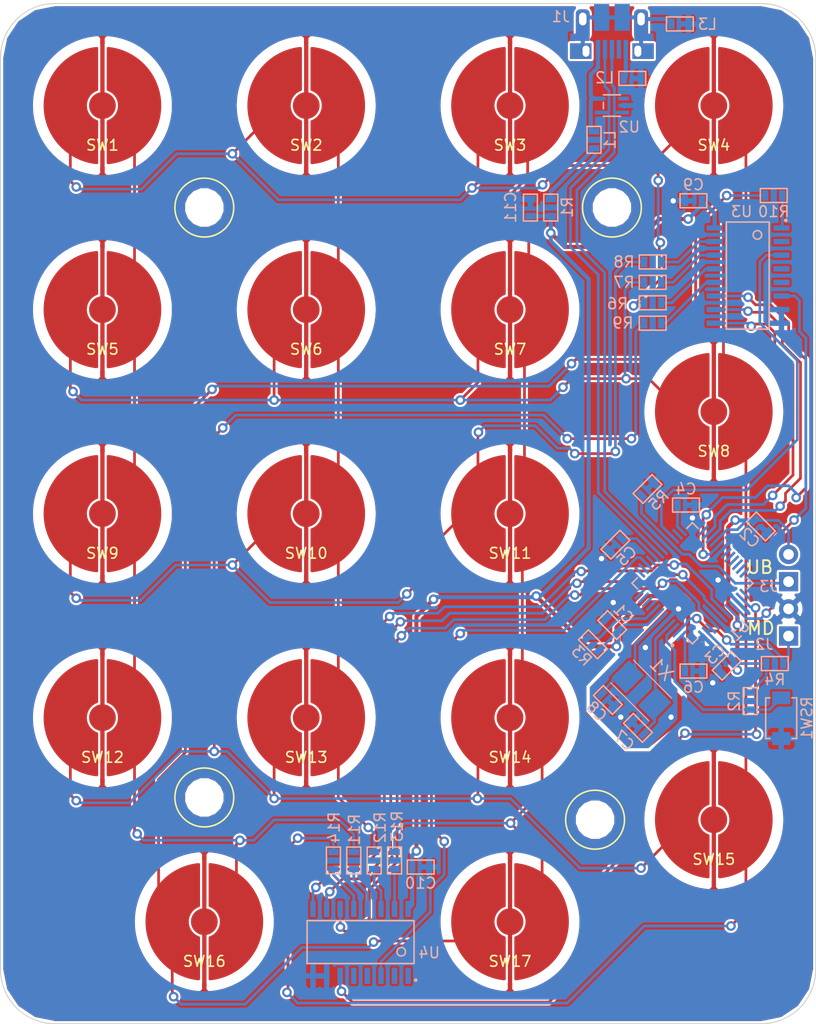
<source format=kicad_pcb>
(kicad_pcb (version 20160815) (host pcbnew "(2016-12-22 revision d365dc5)-master")
  (title_block (rev 0.1))
  (layers (0 F.Cu signal) (31 B.Cu signal) (34 B.Paste user) (35 F.Paste user) (36 B.SilkS user) (37 F.SilkS user) (38 B.Mask user) (39 F.Mask user) (44 Edge.Cuts user))
  (net 0 "")
  (net 1 /COL0)
  (net 2 /COL1)
  (net 3 /COL2)
  (net 4 /COL3)
  (net 5 /ROW1)
  (net 6 /ROW2)
  (net 7 /ROW3)
  (net 8 /ROW4)
  (net 9 /ROW5)
  (net 10 GND)
  (net 11 /RESET)
  (net 12 VCC)
  (net 13 /TSCAP)
  (net 14 /MD)
  (net 15 "Net-(C5-Pad2)")
  (net 16 "Net-(C6-Pad1)")
  (net 17 "Net-(C7-Pad1)")
  (net 18 "Net-(C8-Pad1)")
  (net 19 /VBUS)
  (net 20 /USB_DM)
  (net 21 /USB_DP)
  (net 22 "Net-(J1-Pad5)")
  (net 23 "Net-(J1-Pad6)")
  (net 24 /UB)
  (net 25 "Net-(L1-Pad1)")
  (net 26 "Net-(R3-Pad1)")
  (net 27 "Net-(R6-Pad2)")
  (net 28 "Net-(R7-Pad2)")
  (net 29 "Net-(R8-Pad2)")
  (net 30 "Net-(R9-Pad2)")
  (net 31 "Net-(R10-Pad2)")
  (net 32 "Net-(R11-Pad2)")
  (net 33 "Net-(R12-Pad2)")
  (net 34 "Net-(R13-Pad2)")
  (net 35 "Net-(R14-Pad2)")
  (net 36 /COL_C)
  (net 37 /COL_B)
  (net 38 /COL_A)
  (net 39 /COL)
  (net 40 /ROW)
  (net 41 /COL_INH)
  (net 42 /ROW_INH)
  (net 43 /ROW_C)
  (net 44 /ROW_B)
  (net 45 /ROW_A)
  (module local_mod:0603_1608 (layer B.Cu) (at 118.6 110.4 135)
    (fp_text reference C1 (at 0 1.5 135) (layer B.SilkS) (effects (font (size 1.016 1.016) (thickness 0.1524)) (justify mirror)))
    (fp_text value 100n hide)
    (pad 1 smd rect (at -0.799999 0 135) (size 0.6 1) (layers B.Cu B.Paste B.Mask) (net 12 VCC))
    (pad 2 smd rect (at 0.799999 0 135) (size 0.6 1) (layers B.Cu B.Paste B.Mask) (net 10 GND))
  )
  (module local_mod:0603_1608 (layer B.Cu) (at 132.5 101.2 315)
    (fp_text reference C2 (at 0 1.5 315) (layer B.SilkS) (effects (font (size 1.016 1.016) (thickness 0.1524)) (justify mirror)))
    (fp_text value 100n hide)
    (pad 2 smd rect (at 0.799999 0 315) (size 0.6 1) (layers B.Cu B.Paste B.Mask) (net 10 GND))
    (pad 1 smd rect (at -0.799999 0 315) (size 0.6 1) (layers B.Cu B.Paste B.Mask) (net 12 VCC))
  )
  (module local_mod:0603_1608 (layer B.Cu) (at 129.3 114.2 225)
    (fp_text reference C3 (at 0 1.5 225) (layer B.SilkS) (effects (font (size 1.016 1.016) (thickness 0.1524)) (justify mirror)))
    (fp_text value 100n hide)
    (pad 1 smd rect (at -0.799999 0 225) (size 0.6 1) (layers B.Cu B.Paste B.Mask) (net 12 VCC))
    (pad 2 smd rect (at 0.799999 0 225) (size 0.6 1) (layers B.Cu B.Paste B.Mask) (net 10 GND))
  )
  (module local_mod:0603_1608 (layer B.Cu) (at 125.5 99.2 180)
    (fp_text reference C4 (at 0 1.5 180) (layer B.SilkS) (effects (font (size 1.016 1.016) (thickness 0.1524)) (justify mirror)))
    (fp_text value 10n hide)
    (pad 1 smd rect (at -0.8 0 180) (size 0.6 1) (layers B.Cu B.Paste B.Mask) (net 10 GND))
    (pad 2 smd rect (at 0.8 0 180) (size 0.6 1) (layers B.Cu B.Paste B.Mask) (net 13 /TSCAP))
  )
  (module local_mod:0603_1608 (layer B.Cu) (at 118.9 102.9 45)
    (fp_text reference C5 (at 0 1.5 45) (layer B.SilkS) (effects (font (size 1.016 1.016) (thickness 0.1524)) (justify mirror)))
    (fp_text value 330n hide)
    (pad 2 smd rect (at 0.799999 0 45) (size 0.6 1) (layers B.Cu B.Paste B.Mask) (net 15 "Net-(C5-Pad2)"))
    (pad 1 smd rect (at -0.799999 0 45) (size 0.6 1) (layers B.Cu B.Paste B.Mask) (net 10 GND))
  )
  (module local_mod:0603_1608 (layer B.Cu) (at 126.2 114.7)
    (fp_text reference C6 (at 0 1.5) (layer B.SilkS) (effects (font (size 1.016 1.016) (thickness 0.1524)) (justify mirror)))
    (fp_text value 4u7 hide)
    (pad 1 smd rect (at -0.8 0) (size 0.6 1) (layers B.Cu B.Paste B.Mask) (net 16 "Net-(C6-Pad1)"))
    (pad 2 smd rect (at 0.8 0) (size 0.6 1) (layers B.Cu B.Paste B.Mask) (net 10 GND))
  )
  (module local_mod:0603_1608 (layer B.Cu) (at 121 120 135)
    (fp_text reference C7 (at 0.070711 -1.767767 135) (layer B.SilkS) (effects (font (size 1.016 1.016) (thickness 0.1524)) (justify mirror)))
    (fp_text value 4p hide)
    (pad 1 smd rect (at -0.799999 0 135) (size 0.6 1) (layers B.Cu B.Paste B.Mask) (net 17 "Net-(C7-Pad1)"))
    (pad 2 smd rect (at 0.799999 0 135) (size 0.6 1) (layers B.Cu B.Paste B.Mask) (net 10 GND))
  )
  (module local_mod:0603_1608 (layer B.Cu) (at 118.2 117.4 315)
    (fp_text reference C8 (at 0 1.5 315) (layer B.SilkS) (effects (font (size 1.016 1.016) (thickness 0.1524)) (justify mirror)))
    (fp_text value 4p hide)
    (pad 2 smd rect (at 0.799999 0 315) (size 0.6 1) (layers B.Cu B.Paste B.Mask) (net 10 GND))
    (pad 1 smd rect (at -0.799999 0 315) (size 0.6 1) (layers B.Cu B.Paste B.Mask) (net 18 "Net-(C8-Pad1)"))
  )
  (module local_mod:0603_1608 (layer B.Cu) (at 126.195 70.79 180)
    (fp_text reference C9 (at 0 1.5 180) (layer B.SilkS) (effects (font (size 1.016 1.016) (thickness 0.1524)) (justify mirror)))
    (fp_text value 100n hide)
    (pad 2 smd rect (at 0.8 0 180) (size 0.6 1) (layers B.Cu B.Paste B.Mask) (net 10 GND))
    (pad 1 smd rect (at -0.8 0 180) (size 0.6 1) (layers B.Cu B.Paste B.Mask) (net 12 VCC))
  )
  (module local_mod:0603_1608 (layer B.Cu) (at 100.7 133)
    (fp_text reference C10 (at 0 1.5) (layer B.SilkS) (effects (font (size 1.016 1.016) (thickness 0.1524)) (justify mirror)))
    (fp_text value 100n hide)
    (pad 2 smd rect (at 0.8 0) (size 0.6 1) (layers B.Cu B.Paste B.Mask) (net 10 GND))
    (pad 1 smd rect (at -0.8 0) (size 0.6 1) (layers B.Cu B.Paste B.Mask) (net 12 VCC))
  )
  (module local_mod:0603_1608 (layer B.Cu) (at 110.955 71.425 90)
    (fp_text reference C11 (at 0.025 -1.855 90) (layer B.SilkS) (effects (font (size 1.016 1.016) (thickness 0.1524)) (justify mirror)))
    (fp_text value 4u7 hide)
    (pad 1 smd rect (at -0.8 0 90) (size 0.6 1) (layers B.Cu B.Paste B.Mask) (net 12 VCC))
    (pad 2 smd rect (at 0.8 0 90) (size 0.6 1) (layers B.Cu B.Paste B.Mask) (net 10 GND))
  )
  (module local_mod:10103594 (layer B.Cu) (at 118.575 56.82)
    (fp_text reference J1 (at -4.775 -3.22) (layer B.SilkS) (effects (justify mirror)))
    (fp_text value MicroB hide)
    (pad 1 smd rect (at -1.3 -0.175) (size 0.4 1.75) (layers B.Cu B.Paste B.Mask) (net 19 /VBUS))
    (pad 2 smd rect (at -0.65 -0.175) (size 0.4 1.75) (layers B.Cu B.Paste B.Mask) (net 20 /USB_DM))
    (pad 3 smd rect (at 0 -0.175) (size 0.4 1.75) (layers B.Cu B.Paste B.Mask) (net 21 /USB_DP))
    (pad 4 smd rect (at 0.65 -0.175) (size 0.4 1.75) (layers B.Cu B.Paste B.Mask))
    (pad 5 smd rect (at 1.3 -0.175) (size 0.4 1.75) (layers B.Cu B.Paste B.Mask) (net 22 "Net-(J1-Pad5)"))
    (pad 6 thru_hole rect (at -2.425 0) (size 2 1.46) (drill oval 0.65 1.05 (offset -0.49 0)) (layers *.Cu *.Mask B.Paste) (net 23 "Net-(J1-Pad6)"))
    (pad 6 thru_hole rect (at 2.425 0) (size 2 1.46) (drill oval 0.65 1.05 (offset 0.49 0)) (layers *.Cu *.Mask B.Paste) (net 23 "Net-(J1-Pad6)"))
    (pad 6 thru_hole roundrect (at -2.725 -3) (size 1.3 2.7) (drill oval 0.7 1.2 (offset 0 0.45)) (layers *.Cu *.Mask B.Paste) (roundrect_rratio 0.3) (net 23 "Net-(J1-Pad6)"))
    (pad 6 thru_hole roundrect (at 2.725 -3) (size 1.3 2.7) (drill oval 0.7 1.2 (offset 0 0.45)) (layers *.Cu *.Mask B.Paste) (roundrect_rratio 0.3) (net 23 "Net-(J1-Pad6)"))
    (pad 6 smd rect (at -0.9625 -3.15) (size 1.425 2.5) (layers B.Cu B.Paste B.Mask) (net 23 "Net-(J1-Pad6)"))
    (pad 6 smd rect (at 0.9625 -3.15) (size 1.425 2.5) (layers B.Cu B.Paste B.Mask) (net 23 "Net-(J1-Pad6)"))
    (pad 6 smd rect (at -3 -1.3) (size 1.83 0.7) (layers B.Cu B.Paste B.Mask) (net 23 "Net-(J1-Pad6)"))
    (pad 6 smd rect (at 3 -1.3) (size 1.83 0.7) (layers B.Cu B.Paste B.Mask) (net 23 "Net-(J1-Pad6)"))
  )
  (module local_mod:J2 (layer B.Cu) (at 135.085 110.16)
    (fp_text reference J2 (at -2.285 2.04) (layer B.SilkS) (effects (justify mirror)))
    (fp_text value CON2 hide)
    (pad 2 thru_hole circle (at 0 -1.27) (size 1.8 1.8) (drill 1) (layers *.Cu *.Mask) (net 10 GND))
    (pad 1 thru_hole rect (at 0 1.27) (size 1.8 1.8) (drill 1) (layers *.Cu *.Mask) (net 14 /MD))
  )
  (module local_mod:J2 (layer B.Cu) (at 135.085 105.08)
    (fp_text reference J3 (at -1.885 1.72) (layer B.SilkS) (effects (justify mirror)))
    (fp_text value CON2 hide)
    (pad 1 thru_hole rect (at 0 1.27) (size 1.8 1.8) (drill 1) (layers *.Cu *.Mask) (net 24 /UB))
    (pad 2 thru_hole circle (at 0 -1.27) (size 1.8 1.8) (drill 1) (layers *.Cu *.Mask) (net 12 VCC))
  )
  (module local_mod:0603_1608 (layer B.Cu) (at 116.9 65.1 90)
    (fp_text reference L1 (at 0 1.5 90) (layer B.SilkS) (effects (font (size 1.016 1.016) (thickness 0.1524)) (justify mirror)))
    (fp_text value INDUCTOR2 hide)
    (pad 1 smd rect (at -0.8 0 90) (size 0.6 1) (layers B.Cu B.Paste B.Mask) (net 25 "Net-(L1-Pad1)"))
    (pad 2 smd rect (at 0.8 0 90) (size 0.6 1) (layers B.Cu B.Paste B.Mask) (net 19 /VBUS))
  )
  (module local_mod:0603_1608 (layer B.Cu) (at 120.48 59.36 180)
    (fp_text reference L2 (at 2.58 0.06 180) (layer B.SilkS) (effects (font (size 1.016 1.016) (thickness 0.1524)) (justify mirror)))
    (fp_text value INDUCTOR2 hide)
    (pad 2 smd rect (at 0.8 0 180) (size 0.6 1) (layers B.Cu B.Paste B.Mask) (net 22 "Net-(J1-Pad5)"))
    (pad 1 smd rect (at -0.8 0 180) (size 0.6 1) (layers B.Cu B.Paste B.Mask) (net 10 GND))
  )
  (module local_mod:0603_1608 (layer B.Cu) (at 124.925 54.28 180)
    (fp_text reference L3 (at -2.575 -0.02 180) (layer B.SilkS) (effects (font (size 1.016 1.016) (thickness 0.1524)) (justify mirror)))
    (fp_text value INDUCTOR2 hide)
    (pad 1 smd rect (at -0.8 0 180) (size 0.6 1) (layers B.Cu B.Paste B.Mask) (net 10 GND))
    (pad 2 smd rect (at 0.8 0 180) (size 0.6 1) (layers B.Cu B.Paste B.Mask) (net 23 "Net-(J1-Pad6)"))
  )
  (module local_mod:0603_1608 (layer B.Cu) (at 112.86 71.425 270)
    (fp_text reference R1 (at -0.025 -1.54 270) (layer B.SilkS) (effects (font (size 1.016 1.016) (thickness 0.1524)) (justify mirror)))
    (fp_text value Polyswitch hide)
    (pad 2 smd rect (at 0.8 0 270) (size 0.6 1) (layers B.Cu B.Paste B.Mask) (net 12 VCC))
    (pad 1 smd rect (at -0.8 0 270) (size 0.6 1) (layers B.Cu B.Paste B.Mask) (net 25 "Net-(L1-Pad1)"))
  )
  (module local_mod:0603_1608_R (layer B.Cu) (at 131.5 117.5 270)
    (fp_text reference R2 (at 0 1.5 270) (layer B.SilkS) (effects (font (size 1.016 1.016) (thickness 0.1524)) (justify mirror)))
    (fp_text value 4K7 hide)
    (pad 2 smd rect (at 0.8 0 270) (size 0.6 1) (layers B.Cu B.Paste B.Mask) (net 11 /RESET))
    (pad 1 smd rect (at -0.8 0 270) (size 0.6 1) (layers B.Cu B.Paste B.Mask) (net 12 VCC))
  )
  (module local_mod:0603_1608_R (layer B.Cu) (at 116.8 112.2 315)
    (fp_text reference R3 (at 0 1.5 315) (layer B.SilkS) (effects (font (size 1.016 1.016) (thickness 0.1524)) (justify mirror)))
    (fp_text value 10K hide)
    (pad 1 smd rect (at -0.799999 0 315) (size 0.6 1) (layers B.Cu B.Paste B.Mask) (net 26 "Net-(R3-Pad1)"))
    (pad 2 smd rect (at 0.799999 0 315) (size 0.6 1) (layers B.Cu B.Paste B.Mask) (net 12 VCC))
  )
  (module local_mod:0603_1608_R (layer B.Cu) (at 133.8 114)
    (fp_text reference R4 (at 0 1.5) (layer B.SilkS) (effects (font (size 1.016 1.016) (thickness 0.1524)) (justify mirror)))
    (fp_text value 4K7 hide)
    (pad 1 smd rect (at -0.8 0) (size 0.6 1) (layers B.Cu B.Paste B.Mask) (net 12 VCC))
    (pad 2 smd rect (at 0.8 0) (size 0.6 1) (layers B.Cu B.Paste B.Mask) (net 14 /MD))
  )
  (module local_mod:0603_1608_R (layer B.Cu) (at 121.9 97.7 45)
    (fp_text reference R5 (at 0 1.5 45) (layer B.SilkS) (effects (font (size 1.016 1.016) (thickness 0.1524)) (justify mirror)))
    (fp_text value 10K hide)
    (pad 2 smd rect (at 0.799999 0 45) (size 0.6 1) (layers B.Cu B.Paste B.Mask) (net 10 GND))
    (pad 1 smd rect (at -0.799999 0 45) (size 0.6 1) (layers B.Cu B.Paste B.Mask) (net 24 /UB))
  )
  (module local_mod:0603_1608_R (layer B.Cu) (at 122.385 80.315)
    (fp_text reference R6 (at -3.285 0.085) (layer B.SilkS) (effects (font (size 1.016 1.016) (thickness 0.1524)) (justify mirror)))
    (fp_text value 470 hide)
    (pad 2 smd rect (at 0.8 0) (size 0.6 1) (layers B.Cu B.Paste B.Mask) (net 27 "Net-(R6-Pad2)"))
    (pad 1 smd rect (at -0.8 0) (size 0.6 1) (layers B.Cu B.Paste B.Mask) (net 5 /ROW1))
  )
  (module local_mod:0603_1608_R (layer B.Cu) (at 122.385 78.41)
    (fp_text reference R7 (at -2.685 -0.01) (layer B.SilkS) (effects (font (size 1.016 1.016) (thickness 0.1524)) (justify mirror)))
    (fp_text value 470 hide)
    (pad 1 smd rect (at -0.8 0) (size 0.6 1) (layers B.Cu B.Paste B.Mask) (net 6 /ROW2))
    (pad 2 smd rect (at 0.8 0) (size 0.6 1) (layers B.Cu B.Paste B.Mask) (net 28 "Net-(R7-Pad2)"))
  )
  (module local_mod:0603_1608_R (layer B.Cu) (at 122.385 76.505)
    (fp_text reference R8 (at -2.685 -0.005) (layer B.SilkS) (effects (font (size 1.016 1.016) (thickness 0.1524)) (justify mirror)))
    (fp_text value 470 hide)
    (pad 2 smd rect (at 0.8 0) (size 0.6 1) (layers B.Cu B.Paste B.Mask) (net 29 "Net-(R8-Pad2)"))
    (pad 1 smd rect (at -0.8 0) (size 0.6 1) (layers B.Cu B.Paste B.Mask) (net 7 /ROW3))
  )
  (module local_mod:0603_1608_R (layer B.Cu) (at 122.385 82.22)
    (fp_text reference R9 (at -2.785 -0.02) (layer B.SilkS) (effects (font (size 1.016 1.016) (thickness 0.1524)) (justify mirror)))
    (fp_text value 470 hide)
    (pad 1 smd rect (at -0.8 0) (size 0.6 1) (layers B.Cu B.Paste B.Mask) (net 8 /ROW4))
    (pad 2 smd rect (at 0.8 0) (size 0.6 1) (layers B.Cu B.Paste B.Mask) (net 30 "Net-(R9-Pad2)"))
  )
  (module local_mod:0603_1608_R (layer B.Cu) (at 133.7 70.3)
    (fp_text reference R10 (at 0 1.5) (layer B.SilkS) (effects (font (size 1.016 1.016) (thickness 0.1524)) (justify mirror)))
    (fp_text value 470 hide)
    (pad 2 smd rect (at 0.8 0) (size 0.6 1) (layers B.Cu B.Paste B.Mask) (net 31 "Net-(R10-Pad2)"))
    (pad 1 smd rect (at -0.8 0) (size 0.6 1) (layers B.Cu B.Paste B.Mask) (net 9 /ROW5))
  )
  (module local_mod:0603_1608_R (layer B.Cu) (at 94.445 132.385 270)
    (fp_text reference R11 (at -2.885 -0.055 270) (layer B.SilkS) (effects (font (size 1.016 1.016) (thickness 0.1524)) (justify mirror)))
    (fp_text value 470 hide)
    (pad 1 smd rect (at -0.8 0 270) (size 0.6 1) (layers B.Cu B.Paste B.Mask) (net 1 /COL0))
    (pad 2 smd rect (at 0.8 0 270) (size 0.6 1) (layers B.Cu B.Paste B.Mask) (net 32 "Net-(R11-Pad2)"))
  )
  (module local_mod:0603_1608_R (layer B.Cu) (at 96.35 132.385 270)
    (fp_text reference R12 (at -3.085 -0.55 270) (layer B.SilkS) (effects (font (size 1.016 1.016) (thickness 0.1524)) (justify mirror)))
    (fp_text value 470 hide)
    (pad 1 smd rect (at -0.8 0 270) (size 0.6 1) (layers B.Cu B.Paste B.Mask) (net 2 /COL1))
    (pad 2 smd rect (at 0.8 0 270) (size 0.6 1) (layers B.Cu B.Paste B.Mask) (net 33 "Net-(R12-Pad2)"))
  )
  (module local_mod:0603_1608_R (layer B.Cu) (at 98.255 132.385 270)
    (fp_text reference R13 (at -3.185 -0.245 270) (layer B.SilkS) (effects (font (size 1.016 1.016) (thickness 0.1524)) (justify mirror)))
    (fp_text value 470 hide)
    (pad 1 smd rect (at -0.8 0 270) (size 0.6 1) (layers B.Cu B.Paste B.Mask) (net 3 /COL2))
    (pad 2 smd rect (at 0.8 0 270) (size 0.6 1) (layers B.Cu B.Paste B.Mask) (net 34 "Net-(R13-Pad2)"))
  )
  (module local_mod:0603_1608_R (layer B.Cu) (at 92.54 132.385 270)
    (fp_text reference R14 (at -3.085 -0.06 270) (layer B.SilkS) (effects (font (size 1.016 1.016) (thickness 0.1524)) (justify mirror)))
    (fp_text value 470 hide)
    (pad 2 smd rect (at 0.8 0 270) (size 0.6 1) (layers B.Cu B.Paste B.Mask) (net 35 "Net-(R14-Pad2)"))
    (pad 1 smd rect (at -0.8 0 270) (size 0.6 1) (layers B.Cu B.Paste B.Mask) (net 4 /COL3))
  )
  (module local_mod:TD_85XU (layer B.Cu) (at 134.4 119.1 270)
    (fp_text reference RSW1 (at 0 -2.4 270) (layer B.SilkS) (effects (justify mirror)))
    (fp_text value SWITCH hide)
    (pad 1 smd rect (at -1.9 0 270) (size 1.2 1.7) (layers B.Cu B.Paste B.Mask) (net 11 /RESET))
    (pad 2 smd rect (at 1.9 0 270) (size 1.2 1.7) (layers B.Cu B.Paste B.Mask) (net 10 GND))
  )
  (module local_mod:M3NP (layer F.Cu) (at 80.475 71.425)
    (fp_text reference SR1 hide)
    (fp_text value M3 hide)
    (pad "" np_thru_hole circle (at 0 0) (size 3.2 3.2) (drill 3.2) (layers *.Cu *.Mask))
  )
  (module local_mod:M3NP (layer F.Cu) (at 80.475 126.5)
    (fp_text reference SR2 hide)
    (fp_text value M3 hide)
    (pad "" np_thru_hole circle (at 0 0) (size 3.2 3.2) (drill 3.2) (layers *.Cu *.Mask))
  )
  (module local_mod:M3NP (layer F.Cu) (at 118.575 71.425)
    (fp_text reference SR3 hide)
    (fp_text value M3 hide)
    (pad "" np_thru_hole circle (at 0 0) (size 3.2 3.2) (drill 3.2) (layers *.Cu *.Mask))
  )
  (module local_mod:M3NP (layer F.Cu) (at 117 128.575)
    (fp_text reference SR4 hide)
    (fp_text value M3 hide)
    (pad "" np_thru_hole circle (at 0 0) (size 3.2 3.2) (drill 3.2) (layers *.Cu *.Mask))
  )
  (module ESC_Pads:ECS_Pad_B (layer F.Cu) (at 70.95 61.9)
    (fp_text reference SW1 (at 0 3.7) (layer F.SilkS))
    (fp_text value ESC_Pad_B hide)
    (pad 0 smd rect (at 0 -6) (size 0.4 0.6) (layers F.Cu) (net 10 GND))
    (pad 0 smd circle (at 0 0) (size 2.5 2.5) (layers F.Cu) (net 10 GND))
    (pad 2 smd circle (at 3 0.05) (size 1 1) (layers F.Cu) (net 1 /COL0))
    (pad 1 smd circle (at -3 0) (size 1 1) (layers F.Cu) (net 5 /ROW1))
    (pad 0 smd rect (at 0 6) (size 0.4 0.6) (layers F.Cu) (net 10 GND))
  )
  (module ESC_Pads:ECS_Pad_B (layer F.Cu) (at 90 61.9)
    (fp_text reference SW2 (at 0 3.7) (layer F.SilkS))
    (fp_text value ESC_Pad_B hide)
    (pad 0 smd rect (at 0 6) (size 0.4 0.6) (layers F.Cu) (net 10 GND))
    (pad 1 smd circle (at -3 0) (size 1 1) (layers F.Cu) (net 5 /ROW1))
    (pad 2 smd circle (at 3 0.05) (size 1 1) (layers F.Cu) (net 2 /COL1))
    (pad 0 smd circle (at 0 0) (size 2.5 2.5) (layers F.Cu) (net 10 GND))
    (pad 0 smd rect (at 0 -6) (size 0.4 0.6) (layers F.Cu) (net 10 GND))
  )
  (module ESC_Pads:ECS_Pad_B (layer F.Cu) (at 109.05 61.9)
    (fp_text reference SW3 (at 0 3.7) (layer F.SilkS))
    (fp_text value ESC_Pad_B hide)
    (pad 0 smd rect (at 0 -6) (size 0.4 0.6) (layers F.Cu) (net 10 GND))
    (pad 0 smd circle (at 0 0) (size 2.5 2.5) (layers F.Cu) (net 10 GND))
    (pad 2 smd circle (at 3 0.05) (size 1 1) (layers F.Cu) (net 3 /COL2))
    (pad 1 smd circle (at -3 0) (size 1 1) (layers F.Cu) (net 5 /ROW1))
    (pad 0 smd rect (at 0 6) (size 0.4 0.6) (layers F.Cu) (net 10 GND))
  )
  (module ESC_Pads:ECS_Pad_B (layer F.Cu) (at 128.1 61.9)
    (fp_text reference SW4 (at 0 3.7) (layer F.SilkS))
    (fp_text value ESC_Pad_B hide)
    (pad 0 smd rect (at 0 6) (size 0.4 0.6) (layers F.Cu) (net 10 GND))
    (pad 1 smd circle (at -3 0) (size 1 1) (layers F.Cu) (net 5 /ROW1))
    (pad 2 smd circle (at 3 0.05) (size 1 1) (layers F.Cu) (net 4 /COL3))
    (pad 0 smd circle (at 0 0) (size 2.5 2.5) (layers F.Cu) (net 10 GND))
    (pad 0 smd rect (at 0 -6) (size 0.4 0.6) (layers F.Cu) (net 10 GND))
  )
  (module ESC_Pads:ECS_Pad_B (layer F.Cu) (at 70.95 80.95)
    (fp_text reference SW5 (at 0 3.7) (layer F.SilkS))
    (fp_text value ESC_Pad_B hide)
    (pad 0 smd rect (at 0 -6) (size 0.4 0.6) (layers F.Cu) (net 10 GND))
    (pad 0 smd circle (at 0 0) (size 2.5 2.5) (layers F.Cu) (net 10 GND))
    (pad 2 smd circle (at 3 0.05) (size 1 1) (layers F.Cu) (net 1 /COL0))
    (pad 1 smd circle (at -3 0) (size 1 1) (layers F.Cu) (net 6 /ROW2))
    (pad 0 smd rect (at 0 6) (size 0.4 0.6) (layers F.Cu) (net 10 GND))
  )
  (module ESC_Pads:ECS_Pad_B (layer F.Cu) (at 90 80.95)
    (fp_text reference SW6 (at 0 3.7) (layer F.SilkS))
    (fp_text value ESC_Pad_B hide)
    (pad 0 smd rect (at 0 6) (size 0.4 0.6) (layers F.Cu) (net 10 GND))
    (pad 1 smd circle (at -3 0) (size 1 1) (layers F.Cu) (net 6 /ROW2))
    (pad 2 smd circle (at 3 0.05) (size 1 1) (layers F.Cu) (net 2 /COL1))
    (pad 0 smd circle (at 0 0) (size 2.5 2.5) (layers F.Cu) (net 10 GND))
    (pad 0 smd rect (at 0 -6) (size 0.4 0.6) (layers F.Cu) (net 10 GND))
  )
  (module ESC_Pads:ECS_Pad_B (layer F.Cu) (at 109.05 80.95)
    (fp_text reference SW7 (at 0 3.7) (layer F.SilkS))
    (fp_text value ESC_Pad_B hide)
    (pad 0 smd rect (at 0 -6) (size 0.4 0.6) (layers F.Cu) (net 10 GND))
    (pad 0 smd circle (at 0 0) (size 2.5 2.5) (layers F.Cu) (net 10 GND))
    (pad 2 smd circle (at 3 0.05) (size 1 1) (layers F.Cu) (net 3 /COL2))
    (pad 1 smd circle (at -3 0) (size 1 1) (layers F.Cu) (net 6 /ROW2))
    (pad 0 smd rect (at 0 6) (size 0.4 0.6) (layers F.Cu) (net 10 GND))
  )
  (module ESC_Pads:ECS_Pad_B (layer F.Cu) (at 128.1 90.475)
    (fp_text reference SW8 (at 0 3.7) (layer F.SilkS))
    (fp_text value ESC_Pad_B hide)
    (pad 0 smd rect (at 0 -6) (size 0.4 0.6) (layers F.Cu) (net 10 GND))
    (pad 0 smd circle (at 0 0) (size 2.5 2.5) (layers F.Cu) (net 10 GND))
    (pad 2 smd circle (at 3 0.05) (size 1 1) (layers F.Cu) (net 4 /COL3))
    (pad 1 smd circle (at -3 0) (size 1 1) (layers F.Cu) (net 6 /ROW2))
    (pad 0 smd rect (at 0 6) (size 0.4 0.6) (layers F.Cu) (net 10 GND))
  )
  (module ESC_Pads:ECS_Pad_B (layer F.Cu) (at 70.95 100)
    (fp_text reference SW9 (at 0 3.7) (layer F.SilkS))
    (fp_text value ESC_Pad_B hide)
    (pad 0 smd rect (at 0 6) (size 0.4 0.6) (layers F.Cu) (net 10 GND))
    (pad 1 smd circle (at -3 0) (size 1 1) (layers F.Cu) (net 7 /ROW3))
    (pad 2 smd circle (at 3 0.05) (size 1 1) (layers F.Cu) (net 1 /COL0))
    (pad 0 smd circle (at 0 0) (size 2.5 2.5) (layers F.Cu) (net 10 GND))
    (pad 0 smd rect (at 0 -6) (size 0.4 0.6) (layers F.Cu) (net 10 GND))
  )
  (module ESC_Pads:ECS_Pad_B (layer F.Cu) (at 90 100)
    (fp_text reference SW10 (at 0 3.7) (layer F.SilkS))
    (fp_text value ESC_Pad_B hide)
    (pad 0 smd rect (at 0 -6) (size 0.4 0.6) (layers F.Cu) (net 10 GND))
    (pad 0 smd circle (at 0 0) (size 2.5 2.5) (layers F.Cu) (net 10 GND))
    (pad 2 smd circle (at 3 0.05) (size 1 1) (layers F.Cu) (net 2 /COL1))
    (pad 1 smd circle (at -3 0) (size 1 1) (layers F.Cu) (net 7 /ROW3))
    (pad 0 smd rect (at 0 6) (size 0.4 0.6) (layers F.Cu) (net 10 GND))
  )
  (module ESC_Pads:ECS_Pad_B (layer F.Cu) (at 109.05 100)
    (fp_text reference SW11 (at 0 3.7) (layer F.SilkS))
    (fp_text value ESC_Pad_B hide)
    (pad 0 smd rect (at 0 6) (size 0.4 0.6) (layers F.Cu) (net 10 GND))
    (pad 1 smd circle (at -3 0) (size 1 1) (layers F.Cu) (net 7 /ROW3))
    (pad 2 smd circle (at 3 0.05) (size 1 1) (layers F.Cu) (net 3 /COL2))
    (pad 0 smd circle (at 0 0) (size 2.5 2.5) (layers F.Cu) (net 10 GND))
    (pad 0 smd rect (at 0 -6) (size 0.4 0.6) (layers F.Cu) (net 10 GND))
  )
  (module ESC_Pads:ECS_Pad_B (layer F.Cu) (at 70.95 119.05)
    (fp_text reference SW12 (at 0 3.7) (layer F.SilkS))
    (fp_text value ESC_Pad_B hide)
    (pad 0 smd rect (at 0 -6) (size 0.4 0.6) (layers F.Cu) (net 10 GND))
    (pad 0 smd circle (at 0 0) (size 2.5 2.5) (layers F.Cu) (net 10 GND))
    (pad 2 smd circle (at 3 0.05) (size 1 1) (layers F.Cu) (net 1 /COL0))
    (pad 1 smd circle (at -3 0) (size 1 1) (layers F.Cu) (net 8 /ROW4))
    (pad 0 smd rect (at 0 6) (size 0.4 0.6) (layers F.Cu) (net 10 GND))
  )
  (module ESC_Pads:ECS_Pad_B (layer F.Cu) (at 90 119.05)
    (fp_text reference SW13 (at 0 3.7) (layer F.SilkS))
    (fp_text value ESC_Pad_B hide)
    (pad 0 smd rect (at 0 6) (size 0.4 0.6) (layers F.Cu) (net 10 GND))
    (pad 1 smd circle (at -3 0) (size 1 1) (layers F.Cu) (net 8 /ROW4))
    (pad 2 smd circle (at 3 0.05) (size 1 1) (layers F.Cu) (net 2 /COL1))
    (pad 0 smd circle (at 0 0) (size 2.5 2.5) (layers F.Cu) (net 10 GND))
    (pad 0 smd rect (at 0 -6) (size 0.4 0.6) (layers F.Cu) (net 10 GND))
  )
  (module ESC_Pads:ECS_Pad_B (layer F.Cu) (at 109.05 119.05)
    (fp_text reference SW14 (at 0 3.7) (layer F.SilkS))
    (fp_text value ESC_Pad_B hide)
    (pad 0 smd rect (at 0 6) (size 0.4 0.6) (layers F.Cu) (net 10 GND))
    (pad 1 smd circle (at -3 0) (size 1 1) (layers F.Cu) (net 8 /ROW4))
    (pad 2 smd circle (at 3 0.05) (size 1 1) (layers F.Cu) (net 3 /COL2))
    (pad 0 smd circle (at 0 0) (size 2.5 2.5) (layers F.Cu) (net 10 GND))
    (pad 0 smd rect (at 0 -6) (size 0.4 0.6) (layers F.Cu) (net 10 GND))
  )
  (module ESC_Pads:ECS_Pad_B (layer F.Cu) (at 128.1 128.575)
    (fp_text reference SW15 (at 0 3.7) (layer F.SilkS))
    (fp_text value ESC_Pad_B hide)
    (pad 0 smd rect (at 0 -6) (size 0.4 0.6) (layers F.Cu) (net 10 GND))
    (pad 0 smd circle (at 0 0) (size 2.5 2.5) (layers F.Cu) (net 10 GND))
    (pad 2 smd circle (at 3 0.05) (size 1 1) (layers F.Cu) (net 4 /COL3))
    (pad 1 smd circle (at -3 0) (size 1 1) (layers F.Cu) (net 8 /ROW4))
    (pad 0 smd rect (at 0 6) (size 0.4 0.6) (layers F.Cu) (net 10 GND))
  )
  (module ESC_Pads:ECS_Pad_B (layer F.Cu) (at 80.475 138.1)
    (fp_text reference SW16 (at 0 3.7) (layer F.SilkS))
    (fp_text value ESC_Pad_B hide)
    (pad 0 smd rect (at 0 -6) (size 0.4 0.6) (layers F.Cu) (net 10 GND))
    (pad 0 smd circle (at 0 0) (size 2.5 2.5) (layers F.Cu) (net 10 GND))
    (pad 2 smd circle (at 3 0.05) (size 1 1) (layers F.Cu) (net 1 /COL0))
    (pad 1 smd circle (at -3 0) (size 1 1) (layers F.Cu) (net 9 /ROW5))
    (pad 0 smd rect (at 0 6) (size 0.4 0.6) (layers F.Cu) (net 10 GND))
  )
  (module ESC_Pads:ECS_Pad_B (layer F.Cu) (at 109.05 138.1)
    (fp_text reference SW17 (at 0 3.7) (layer F.SilkS))
    (fp_text value ESC_Pad_B hide)
    (pad 0 smd rect (at 0 6) (size 0.4 0.6) (layers F.Cu) (net 10 GND))
    (pad 1 smd circle (at -3 0) (size 1 1) (layers F.Cu) (net 9 /ROW5))
    (pad 2 smd circle (at 3 0.05) (size 1 1) (layers F.Cu) (net 3 /COL2))
    (pad 0 smd circle (at 0 0) (size 2.5 2.5) (layers F.Cu) (net 10 GND))
    (pad 0 smd rect (at 0 -6) (size 0.4 0.6) (layers F.Cu) (net 10 GND))
  )
  (module local_mod:LQFP48-0.5 (layer B.Cu) (at 126.1 106.5 45)
    (fp_text reference U1 (at 0 6.25 45) (layer B.SilkS) (effects (font (size 1.016 1.016) (thickness 0.1524)) (justify mirror)))
    (fp_text value R5F5231XAXFL hide)
    (pad 1 smd rect (at -4.2 2.75 45) (size 1.3 0.25) (layers B.Cu B.Paste B.Mask) (net 16 "Net-(C6-Pad1)"))
    (pad 2 smd rect (at -4.2 2.25 45) (size 1.3 0.25) (layers B.Cu B.Paste B.Mask) (net 14 /MD))
    (pad 3 smd rect (at -4.2 1.749999 45) (size 1.3 0.25) (layers B.Cu B.Paste B.Mask) (net 11 /RESET))
    (pad 4 smd rect (at -4.2 1.25 45) (size 1.3 0.25) (layers B.Cu B.Paste B.Mask) (net 17 "Net-(C7-Pad1)"))
    (pad 5 smd rect (at -4.2 0.750001 45) (size 1.3 0.25) (layers B.Cu B.Paste B.Mask) (net 10 GND))
    (pad 6 smd rect (at -4.2 0.25 45) (size 1.3 0.25) (layers B.Cu B.Paste B.Mask) (net 18 "Net-(C8-Pad1)"))
    (pad 7 smd rect (at -4.2 -0.25 45) (size 1.3 0.25) (layers B.Cu B.Paste B.Mask) (net 12 VCC))
    (pad 8 smd rect (at -4.2 -0.750001 45) (size 1.3 0.25) (layers B.Cu B.Paste B.Mask) (net 26 "Net-(R3-Pad1)"))
    (pad 9 smd rect (at -4.2 -1.25 45) (size 1.3 0.25) (layers B.Cu B.Paste B.Mask))
    (pad 10 smd rect (at -4.2 -1.749999 45) (size 1.3 0.25) (layers B.Cu B.Paste B.Mask))
    (pad 11 smd rect (at -4.2 -2.25 45) (size 1.3 0.25) (layers B.Cu B.Paste B.Mask))
    (pad 12 smd rect (at -4.2 -2.75 45) (size 1.3 0.25) (layers B.Cu B.Paste B.Mask))
    (pad 25 smd rect (at 4.2 -2.75 45) (size 1.3 0.25) (layers B.Cu B.Paste B.Mask))
    (pad 26 smd rect (at 4.2 -2.25 45) (size 1.3 0.25) (layers B.Cu B.Paste B.Mask) (net 43 /ROW_C))
    (pad 27 smd rect (at 4.2 -1.749999 45) (size 1.3 0.25) (layers B.Cu B.Paste B.Mask) (net 44 /ROW_B))
    (pad 28 smd rect (at 4.2 -1.25 45) (size 1.3 0.25) (layers B.Cu B.Paste B.Mask) (net 12 VCC))
    (pad 29 smd rect (at 4.2 -0.750001 45) (size 1.3 0.25) (layers B.Cu B.Paste B.Mask) (net 45 /ROW_A))
    (pad 30 smd rect (at 4.2 -0.25 45) (size 1.3 0.25) (layers B.Cu B.Paste B.Mask) (net 10 GND))
    (pad 31 smd rect (at 4.2 0.25 45) (size 1.3 0.25) (layers B.Cu B.Paste B.Mask))
    (pad 32 smd rect (at 4.2 0.750001 45) (size 1.3 0.25) (layers B.Cu B.Paste B.Mask))
    (pad 33 smd rect (at 4.2 1.25 45) (size 1.3 0.25) (layers B.Cu B.Paste B.Mask))
    (pad 34 smd rect (at 4.2 1.749999 45) (size 1.3 0.25) (layers B.Cu B.Paste B.Mask))
    (pad 35 smd rect (at 4.2 2.25 45) (size 1.3 0.25) (layers B.Cu B.Paste B.Mask))
    (pad 36 smd rect (at 4.2 2.75 45) (size 1.3 0.25) (layers B.Cu B.Paste B.Mask))
    (pad 13 smd rect (at -2.75 -4.2 45) (size 0.25 1.3) (layers B.Cu B.Paste B.Mask))
    (pad 14 smd rect (at -2.25 -4.2 45) (size 0.25 1.3) (layers B.Cu B.Paste B.Mask))
    (pad 15 smd rect (at -1.749999 -4.2 45) (size 0.25 1.3) (layers B.Cu B.Paste B.Mask) (net 39 /COL))
    (pad 16 smd rect (at -1.25 -4.2 45) (size 0.25 1.3) (layers B.Cu B.Paste B.Mask))
    (pad 17 smd rect (at -0.750001 -4.2 45) (size 0.25 1.3) (layers B.Cu B.Paste B.Mask) (net 15 "Net-(C5-Pad2)"))
    (pad 18 smd rect (at -0.25 -4.2 45) (size 0.25 1.3) (layers B.Cu B.Paste B.Mask) (net 20 /USB_DM))
    (pad 19 smd rect (at 0.25 -4.2 45) (size 0.25 1.3) (layers B.Cu B.Paste B.Mask) (net 21 /USB_DP))
    (pad 20 smd rect (at 0.750001 -4.2 45) (size 0.25 1.3) (layers B.Cu B.Paste B.Mask) (net 10 GND))
    (pad 21 smd rect (at 1.25 -4.2 45) (size 0.25 1.3) (layers B.Cu B.Paste B.Mask) (net 24 /UB))
    (pad 22 smd rect (at 1.749999 -4.2 45) (size 0.25 1.3) (layers B.Cu B.Paste B.Mask) (net 40 /ROW))
    (pad 23 smd rect (at 2.25 -4.2 45) (size 0.25 1.3) (layers B.Cu B.Paste B.Mask))
    (pad 24 smd rect (at 2.75 -4.2 45) (size 0.25 1.3) (layers B.Cu B.Paste B.Mask) (net 13 /TSCAP))
    (pad 37 smd rect (at 2.75 4.2 45) (size 0.25 1.3) (layers B.Cu B.Paste B.Mask))
    (pad 38 smd rect (at 2.25 4.2 45) (size 0.25 1.3) (layers B.Cu B.Paste B.Mask) (net 41 /COL_INH))
    (pad 39 smd rect (at 1.749999 4.2 45) (size 0.25 1.3) (layers B.Cu B.Paste B.Mask) (net 10 GND))
    (pad 40 smd rect (at 1.25 4.2 45) (size 0.25 1.3) (layers B.Cu B.Paste B.Mask) (net 42 /ROW_INH))
    (pad 41 smd rect (at 0.750001 4.2 45) (size 0.25 1.3) (layers B.Cu B.Paste B.Mask) (net 12 VCC))
    (pad 42 smd rect (at 0.25 4.2 45) (size 0.25 1.3) (layers B.Cu B.Paste B.Mask) (net 36 /COL_C))
    (pad 43 smd rect (at -0.25 4.2 45) (size 0.25 1.3) (layers B.Cu B.Paste B.Mask) (net 37 /COL_B))
    (pad 44 smd rect (at -0.750001 4.2 45) (size 0.25 1.3) (layers B.Cu B.Paste B.Mask) (net 10 GND))
    (pad 45 smd rect (at -1.25 4.2 45) (size 0.25 1.3) (layers B.Cu B.Paste B.Mask) (net 38 /COL_A))
    (pad 46 smd rect (at -1.749999 4.2 45) (size 0.25 1.3) (layers B.Cu B.Paste B.Mask) (net 12 VCC))
    (pad 47 smd rect (at -2.25 4.2 45) (size 0.25 1.3) (layers B.Cu B.Paste B.Mask) (net 12 VCC))
    (pad 48 smd rect (at -2.75 4.2 45) (size 0.25 1.3) (layers B.Cu B.Paste B.Mask) (net 10 GND))
  )
  (module local_mod:SOT353 (layer B.Cu) (at 118.575 61.9 270)
    (fp_text reference U2 (at 2 -1.625) (layer B.SilkS) (effects (justify mirror)))
    (fp_text value DF5A6.8 hide)
    (pad 1 smd rect (at -0.65 -1.1 270) (size 0.35 1) (layers B.Cu B.Paste B.Mask))
    (pad 2 smd rect (at 0 -1.1 270) (size 0.35 1) (layers B.Cu B.Paste B.Mask) (net 10 GND))
    (pad 3 smd rect (at 0.65 -1.1 270) (size 0.35 1) (layers B.Cu B.Paste B.Mask) (net 21 /USB_DP))
    (pad 4 smd rect (at 0.65 1.1 270) (size 0.35 1) (layers B.Cu B.Paste B.Mask) (net 20 /USB_DM))
    (pad 5 smd rect (at -0.65 1.1 270) (size 0.35 1) (layers B.Cu B.Paste B.Mask) (net 19 /VBUS))
  )
  (module local_mod:SOIC16 (layer B.Cu) (at 131.275 77.775 270)
    (fp_text reference U3 (at -5.975 0.575) (layer B.SilkS) (effects (justify mirror)))
    (fp_text value 74HC4051 hide)
    (pad 1 smd rect (at -4.445 -3.15 270) (size 0.5 1.5) (layers B.Cu B.Paste B.Mask) (net 31 "Net-(R10-Pad2)"))
    (pad 9 smd rect (at 4.445 3.1 270) (size 0.5 1.5) (layers B.Cu B.Paste B.Mask) (net 43 /ROW_C))
    (pad 2 smd rect (at -3.175 -3.15 270) (size 0.5 1.5) (layers B.Cu B.Paste B.Mask))
    (pad 3 smd rect (at -1.905 -3.15 270) (size 0.5 1.5) (layers B.Cu B.Paste B.Mask) (net 40 /ROW))
    (pad 4 smd rect (at -0.635 -3.15 270) (size 0.5 1.5) (layers B.Cu B.Paste B.Mask))
    (pad 5 smd rect (at 0.635 -3.15 270) (size 0.5 1.5) (layers B.Cu B.Paste B.Mask))
    (pad 6 smd rect (at 1.905 -3.15 270) (size 0.5 1.5) (layers B.Cu B.Paste B.Mask) (net 42 /ROW_INH))
    (pad 7 smd rect (at 3.175 -3.15 270) (size 0.5 1.5) (layers B.Cu B.Paste B.Mask) (net 10 GND))
    (pad 8 smd rect (at 4.445 -3.15 270) (size 0.5 1.5) (layers B.Cu B.Paste B.Mask) (net 10 GND))
    (pad 10 smd rect (at 3.175 3.1 270) (size 0.5 1.5) (layers B.Cu B.Paste B.Mask) (net 44 /ROW_B))
    (pad 11 smd rect (at 1.905 3.1 270) (size 0.5 1.5) (layers B.Cu B.Paste B.Mask) (net 45 /ROW_A))
    (pad 12 smd rect (at 0.635 3.1 270) (size 0.5 1.5) (layers B.Cu B.Paste B.Mask) (net 30 "Net-(R9-Pad2)"))
    (pad 13 smd rect (at -0.635 3.1 270) (size 0.5 1.5) (layers B.Cu B.Paste B.Mask) (net 27 "Net-(R6-Pad2)"))
    (pad 14 smd rect (at -1.905 3.1 270) (size 0.5 1.5) (layers B.Cu B.Paste B.Mask) (net 28 "Net-(R7-Pad2)"))
    (pad 15 smd rect (at -3.175 3.1 270) (size 0.5 1.5) (layers B.Cu B.Paste B.Mask) (net 29 "Net-(R8-Pad2)"))
    (pad 16 smd rect (at -4.445 3.1 270) (size 0.5 1.5) (layers B.Cu B.Paste B.Mask) (net 12 VCC))
  )
  (module local_mod:SOIC16 (layer B.Cu) (at 95.08 140.005 180)
    (fp_text reference U4 (at -6.42 -0.995 180) (layer B.SilkS) (effects (justify mirror)))
    (fp_text value 74HC4051 hide)
    (pad 16 smd rect (at -4.445 3.1 180) (size 0.5 1.5) (layers B.Cu B.Paste B.Mask) (net 12 VCC))
    (pad 15 smd rect (at -3.175 3.1 180) (size 0.5 1.5) (layers B.Cu B.Paste B.Mask) (net 34 "Net-(R13-Pad2)"))
    (pad 14 smd rect (at -1.905 3.1 180) (size 0.5 1.5) (layers B.Cu B.Paste B.Mask) (net 33 "Net-(R12-Pad2)"))
    (pad 13 smd rect (at -0.635 3.1 180) (size 0.5 1.5) (layers B.Cu B.Paste B.Mask) (net 32 "Net-(R11-Pad2)"))
    (pad 12 smd rect (at 0.635 3.1 180) (size 0.5 1.5) (layers B.Cu B.Paste B.Mask) (net 35 "Net-(R14-Pad2)"))
    (pad 11 smd rect (at 1.905 3.1 180) (size 0.5 1.5) (layers B.Cu B.Paste B.Mask) (net 38 /COL_A))
    (pad 10 smd rect (at 3.175 3.1 180) (size 0.5 1.5) (layers B.Cu B.Paste B.Mask) (net 37 /COL_B))
    (pad 8 smd rect (at 4.445 -3.15 180) (size 0.5 1.5) (layers B.Cu B.Paste B.Mask) (net 10 GND))
    (pad 7 smd rect (at 3.175 -3.15 180) (size 0.5 1.5) (layers B.Cu B.Paste B.Mask) (net 10 GND))
    (pad 6 smd rect (at 1.905 -3.15 180) (size 0.5 1.5) (layers B.Cu B.Paste B.Mask) (net 41 /COL_INH))
    (pad 5 smd rect (at 0.635 -3.15 180) (size 0.5 1.5) (layers B.Cu B.Paste B.Mask))
    (pad 4 smd rect (at -0.635 -3.15 180) (size 0.5 1.5) (layers B.Cu B.Paste B.Mask))
    (pad 3 smd rect (at -1.905 -3.15 180) (size 0.5 1.5) (layers B.Cu B.Paste B.Mask) (net 39 /COL))
    (pad 2 smd rect (at -3.175 -3.15 180) (size 0.5 1.5) (layers B.Cu B.Paste B.Mask))
    (pad 9 smd rect (at 4.445 3.1 180) (size 0.5 1.5) (layers B.Cu B.Paste B.Mask) (net 36 /COL_C))
    (pad 1 smd rect (at -4.445 -3.15 180) (size 0.5 1.5) (layers B.Cu B.Paste B.Mask))
  )
  (module local_mod:Crystal_5032 (layer B.Cu) (at 121.3 116.5 315)
    (fp_text reference X1 (at -0.070711 -2.757716 315) (layer B.SilkS) (effects (font (size 1.2 1.2)) (justify mirror)))
    (fp_text value 12MHz hide)
    (pad 1 smd rect (at -1.8 0 315) (size 2 2.4) (layers B.Cu B.Paste B.Mask) (net 18 "Net-(C8-Pad1)"))
    (pad 2 smd rect (at 1.8 0 315) (size 2 2.4) (layers B.Cu B.Paste B.Mask) (net 17 "Net-(C7-Pad1)"))
  )
  (gr_text UB (at 132.4 105) (layer F.SilkS) (effects (font (size 1.2 1.2) (thickness 0.18))))
  (gr_text MD (at 132.5 110.7) (layer F.SilkS) (effects (font (size 1.2 1.2) (thickness 0.18))))
  (gr_line (start 61.425 142.545) (end 61.425 57.455) (angle 90) (layer Edge.Cuts) (width 0.1))
  (gr_line (start 132.545 147.625) (end 66.505 147.625) (angle 90) (layer Edge.Cuts) (width 0.1))
  (gr_line (start 137.625 57.455) (end 137.625 142.545) (angle 90) (layer Edge.Cuts) (width 0.1))
  (gr_line (start 66.505 52.375) (end 132.545 52.375) (angle 90) (layer Edge.Cuts) (width 0.1))
  (gr_arc (start 132.545 57.455) (end 132.545 52.375) (angle 90) (layer Edge.Cuts) (width 0.1))
  (gr_arc (start 66.505 57.455) (end 61.425 57.455) (angle 90) (layer Edge.Cuts) (width 0.1))
  (gr_arc (start 132.545 142.545) (end 137.625 142.545) (angle 90) (layer Edge.Cuts) (width 0.1))
  (gr_arc (start 66.505 142.545) (end 66.505 147.625) (angle 90) (layer Edge.Cuts) (width 0.1))
  (segment (start 83.475 138.15) (end 83.475 130.825) (width 0.254) (layer F.Cu) (net 1))
  (via (at 83.8 130.5) (size 0.9) (drill 0.5) (layers F.Cu B.Cu) (net 1))
  (segment (start 83.475 130.825) (end 83.8 130.5) (width 0.254) (layer F.Cu) (net 1))
  (segment (start 93.1 128.6) (end 87 128.6) (width 0.254) (layer B.Cu) (net 1))
  (segment (start 94.445 129.945) (end 93.1 128.6) (width 0.254) (layer B.Cu) (net 1))
  (segment (start 94.445 131.585) (end 94.445 129.945) (width 0.254) (layer B.Cu) (net 1))
  (segment (start 73.95 129.65) (end 74.2 129.9) (width 0.254) (layer F.Cu) (net 1))
  (via (at 74.2 129.9) (size 0.9) (drill 0.5) (layers F.Cu B.Cu) (net 1))
  (segment (start 74.2 129.9) (end 74.8 130.5) (width 0.254) (layer B.Cu) (net 1))
  (segment (start 74.8 130.5) (end 83.8 130.5) (width 0.254) (layer B.Cu) (net 1))
  (segment (start 83.8 130.5) (end 85.1 130.5) (width 0.254) (layer B.Cu) (net 1))
  (segment (start 73.95 129.65) (end 73.95 119.1) (width 0.254) (layer F.Cu) (net 1))
  (segment (start 87 128.6) (end 85.1 130.5) (width 0.254) (layer B.Cu) (net 1))
  (segment (start 73.95 100.05) (end 73.95 119.1) (width 0.254) (layer F.Cu) (net 1))
  (segment (start 73.95 81) (end 73.95 100.05) (width 0.254) (layer F.Cu) (net 1))
  (segment (start 73.95 61.95) (end 73.95 81) (width 0.254) (layer F.Cu) (net 1))
  (segment (start 96.35 131.585) (end 96.35 129.85) (width 0.254) (layer B.Cu) (net 2))
  (segment (start 93 126.5) (end 93 119.1) (width 0.254) (layer F.Cu) (net 2))
  (segment (start 95.8 129.3) (end 93 126.5) (width 0.254) (layer F.Cu) (net 2))
  (via (at 95.8 129.3) (size 0.9) (drill 0.5) (layers F.Cu B.Cu) (net 2))
  (segment (start 96.35 129.85) (end 95.8 129.3) (width 0.254) (layer B.Cu) (net 2))
  (segment (start 93 100.05) (end 93 119.1) (width 0.254) (layer F.Cu) (net 2))
  (segment (start 93 81) (end 93 100.05) (width 0.254) (layer F.Cu) (net 2))
  (segment (start 93 61.95) (end 93 81) (width 0.254) (layer F.Cu) (net 2))
  (segment (start 112.05 119.1) (end 112.05 116.85) (width 0.254) (layer F.Cu) (net 3))
  (segment (start 112.05 101.05) (end 112.05 100.05) (width 0.254) (layer F.Cu) (net 3))
  (segment (start 110.2 102.9) (end 112.05 101.05) (width 0.254) (layer F.Cu) (net 3))
  (segment (start 110.2 115) (end 110.2 102.9) (width 0.254) (layer F.Cu) (net 3))
  (segment (start 112.05 116.85) (end 110.2 115) (width 0.254) (layer F.Cu) (net 3))
  (segment (start 112.05 138.15) (end 112.05 131.85) (width 0.254) (layer F.Cu) (net 3))
  (segment (start 112.05 131.85) (end 109.1 128.9) (width 0.254) (layer F.Cu) (net 3))
  (segment (start 112.05 119.1) (end 112.05 125.95) (width 0.254) (layer F.Cu) (net 3))
  (via (at 109.1 128.9) (size 0.9) (drill 0.5) (layers F.Cu B.Cu) (net 3))
  (segment (start 112.05 125.95) (end 109.1 128.9) (width 0.254) (layer F.Cu) (net 3))
  (segment (start 98.255 131.585) (end 98.255 129.845) (width 0.254) (layer B.Cu) (net 3))
  (segment (start 98.255 129.845) (end 99.2 128.9) (width 0.254) (layer B.Cu) (net 3))
  (segment (start 99.2 128.9) (end 109.1 128.9) (width 0.254) (layer B.Cu) (net 3))
  (segment (start 112.05 81) (end 112.05 81.55) (width 0.254) (layer F.Cu) (net 3))
  (segment (start 112.05 81.55) (end 110.4 83.2) (width 0.254) (layer F.Cu) (net 3))
  (segment (start 110.4 83.2) (end 110.4 96.6) (width 0.254) (layer F.Cu) (net 3))
  (segment (start 110.4 96.6) (end 112.05 98.25) (width 0.254) (layer F.Cu) (net 3))
  (segment (start 112.05 98.25) (end 112.05 100.05) (width 0.254) (layer F.Cu) (net 3))
  (segment (start 112.05 61.95) (end 112.05 64.35) (width 0.254) (layer F.Cu) (net 3))
  (segment (start 110.8 79.75) (end 112.05 81) (width 0.254) (layer F.Cu) (net 3))
  (segment (start 110.8 74.3) (end 110.8 79.75) (width 0.254) (layer F.Cu) (net 3))
  (segment (start 109.2 72.7) (end 110.8 74.3) (width 0.254) (layer F.Cu) (net 3))
  (segment (start 109.2 70.1) (end 109.2 72.7) (width 0.254) (layer F.Cu) (net 3))
  (segment (start 110.7 68.6) (end 109.2 70.1) (width 0.254) (layer F.Cu) (net 3))
  (segment (start 110.7 65.7) (end 110.7 68.6) (width 0.254) (layer F.Cu) (net 3))
  (segment (start 112.05 64.35) (end 110.7 65.7) (width 0.254) (layer F.Cu) (net 3))
  (segment (start 131.1 90.525) (end 131.1 87.5) (width 0.254) (layer F.Cu) (net 4))
  (segment (start 131.1 70.8) (end 131.1 61.95) (width 0.254) (layer F.Cu) (net 4))
  (segment (start 129 72.9) (end 131.1 70.8) (width 0.254) (layer F.Cu) (net 4))
  (segment (start 129 85.4) (end 129 72.9) (width 0.254) (layer F.Cu) (net 4))
  (segment (start 131.1 87.5) (end 129 85.4) (width 0.254) (layer F.Cu) (net 4))
  (segment (start 114.4 145.7) (end 89.2 145.7) (width 0.254) (layer B.Cu) (net 4))
  (segment (start 92.54 130.64) (end 92.2 130.3) (width 0.254) (layer B.Cu) (net 4))
  (segment (start 92.2 130.3) (end 89.2 130.3) (width 0.254) (layer B.Cu) (net 4))
  (via (at 89.2 130.3) (size 0.9) (drill 0.5) (layers F.Cu B.Cu) (net 4))
  (segment (start 89.2 130.3) (end 88.3 131.2) (width 0.254) (layer F.Cu) (net 4))
  (segment (start 114.4 145.7) (end 121.6 138.5) (width 0.254) (layer B.Cu) (net 4))
  (segment (start 121.6 138.5) (end 129.7 138.5) (width 0.254) (layer B.Cu) (net 4))
  (via (at 129.7 138.5) (size 0.9) (drill 0.5) (layers F.Cu B.Cu) (net 4))
  (segment (start 129.7 138.5) (end 131.1 137.1) (width 0.254) (layer F.Cu) (net 4))
  (segment (start 131.1 128.625) (end 131.1 137.1) (width 0.254) (layer F.Cu) (net 4))
  (segment (start 92.54 130.64) (end 92.54 131.585) (width 0.254) (layer B.Cu) (net 4))
  (segment (start 88.3 144.6) (end 88.3 131.2) (width 0.254) (layer F.Cu) (net 4))
  (segment (start 88.2 144.7) (end 88.3 144.6) (width 0.254) (layer F.Cu) (net 4))
  (via (at 88.2 144.7) (size 0.9) (drill 0.5) (layers F.Cu B.Cu) (net 4))
  (segment (start 89.2 145.7) (end 88.2 144.7) (width 0.254) (layer B.Cu) (net 4))
  (segment (start 131.1 90.525) (end 131.1 128.625) (width 0.254) (layer F.Cu) (net 4))
  (segment (start 122.1 67.5) (end 113.9 67.5) (width 0.254) (layer F.Cu) (net 5))
  (segment (start 111.8 69.6) (end 105.5 69.6) (width 0.254) (layer B.Cu) (net 5))
  (segment (start 112.1 69.3) (end 111.8 69.6) (width 0.254) (layer B.Cu) (net 5))
  (via (at 112.1 69.3) (size 0.9) (drill 0.5) (layers F.Cu B.Cu) (net 5))
  (segment (start 113.9 67.5) (end 112.1 69.3) (width 0.254) (layer F.Cu) (net 5))
  (segment (start 123 78.2) (end 123 74.8) (width 0.254) (layer F.Cu) (net 5))
  (segment (start 120.885 80.315) (end 120.6 80.6) (width 0.254) (layer B.Cu) (net 5))
  (via (at 120.6 80.6) (size 0.9) (drill 0.5) (layers F.Cu B.Cu) (net 5))
  (segment (start 120.6 80.6) (end 123 78.2) (width 0.254) (layer F.Cu) (net 5))
  (segment (start 121.585 80.315) (end 120.885 80.315) (width 0.254) (layer B.Cu) (net 5))
  (via (at 122.9 68.9) (size 0.9) (drill 0.5) (layers F.Cu B.Cu) (net 5))
  (segment (start 122.9 74.5) (end 122.9 68.9) (width 0.254) (layer B.Cu) (net 5))
  (segment (start 123.1 74.7) (end 122.9 74.5) (width 0.254) (layer B.Cu) (net 5))
  (via (at 123.1 74.7) (size 0.9) (drill 0.5) (layers F.Cu B.Cu) (net 5))
  (segment (start 123 74.8) (end 123.1 74.7) (width 0.254) (layer F.Cu) (net 5))
  (segment (start 122.9 68.3) (end 122.1 67.5) (width 0.254) (layer F.Cu) (net 5))
  (segment (start 122.9 68.9) (end 122.9 68.3) (width 0.254) (layer F.Cu) (net 5))
  (segment (start 125.1 64.5) (end 125.1 61.9) (width 0.254) (layer F.Cu) (net 5))
  (segment (start 122.1 67.5) (end 125.1 64.5) (width 0.254) (layer F.Cu) (net 5))
  (segment (start 87 61.9) (end 87 62.5) (width 0.254) (layer F.Cu) (net 5))
  (via (at 83.1 66.4) (size 0.9) (drill 0.5) (layers F.Cu B.Cu) (net 5))
  (segment (start 87 62.5) (end 83.1 66.4) (width 0.254) (layer F.Cu) (net 5))
  (segment (start 67.95 61.9) (end 67.95 68.95) (width 0.254) (layer F.Cu) (net 5))
  (segment (start 106.05 69.05) (end 106.05 61.9) (width 0.254) (layer F.Cu) (net 5))
  (via (at 105.5 69.6) (size 0.9) (drill 0.5) (layers F.Cu B.Cu) (net 5))
  (segment (start 105.5 69.6) (end 106.05 69.05) (width 0.254) (layer F.Cu) (net 5))
  (segment (start 104.4 70.7) (end 105.5 69.6) (width 0.254) (layer B.Cu) (net 5))
  (segment (start 83.1 66.4) (end 87.4 70.7) (width 0.254) (layer B.Cu) (net 5))
  (segment (start 87.4 70.7) (end 104.4 70.7) (width 0.254) (layer B.Cu) (net 5))
  (segment (start 77.9 66.4) (end 83.1 66.4) (width 0.254) (layer B.Cu) (net 5))
  (segment (start 74.6 69.7) (end 77.9 66.4) (width 0.254) (layer B.Cu) (net 5))
  (segment (start 68.7 69.7) (end 74.6 69.7) (width 0.254) (layer B.Cu) (net 5))
  (segment (start 68.5 69.5) (end 68.7 69.7) (width 0.254) (layer B.Cu) (net 5))
  (via (at 68.5 69.5) (size 0.9) (drill 0.5) (layers F.Cu B.Cu) (net 5))
  (segment (start 67.95 68.95) (end 68.5 69.5) (width 0.254) (layer F.Cu) (net 5))
  (segment (start 121.585 78.41) (end 120.49 78.41) (width 0.254) (layer B.Cu) (net 6))
  (via (at 119.9 87.4) (size 0.9) (drill 0.5) (layers F.Cu B.Cu) (net 6))
  (segment (start 119.8 87.3) (end 119.9 87.4) (width 0.254) (layer B.Cu) (net 6))
  (segment (start 119.8 79.1) (end 119.8 87.3) (width 0.254) (layer B.Cu) (net 6))
  (segment (start 120.49 78.41) (end 119.8 79.1) (width 0.254) (layer B.Cu) (net 6))
  (segment (start 114.8 87.4) (end 119.9 87.4) (width 0.254) (layer F.Cu) (net 6))
  (segment (start 119.9 87.4) (end 122.025 87.4) (width 0.254) (layer F.Cu) (net 6))
  (segment (start 112.8 89.4) (end 114 88.2) (width 0.254) (layer B.Cu) (net 6))
  (via (at 114 88.2) (size 0.9) (drill 0.5) (layers F.Cu B.Cu) (net 6))
  (segment (start 114 88.2) (end 114.8 87.4) (width 0.254) (layer F.Cu) (net 6))
  (segment (start 125.1 90.475) (end 122.025 87.4) (width 0.254) (layer F.Cu) (net 6))
  (segment (start 112.8 89.4) (end 104.4 89.4) (width 0.254) (layer B.Cu) (net 6))
  (segment (start 87 80.95) (end 87 89.4) (width 0.254) (layer F.Cu) (net 6))
  (via (at 87 89.4) (size 0.9) (drill 0.5) (layers F.Cu B.Cu) (net 6))
  (segment (start 67.95 80.95) (end 67.95 88.35) (width 0.254) (layer F.Cu) (net 6))
  (segment (start 106.05 87.75) (end 106.05 80.95) (width 0.254) (layer F.Cu) (net 6))
  (segment (start 104.4 89.4) (end 106.05 87.75) (width 0.254) (layer F.Cu) (net 6))
  (via (at 104.4 89.4) (size 0.9) (drill 0.5) (layers F.Cu B.Cu) (net 6))
  (segment (start 69 89.4) (end 87 89.4) (width 0.254) (layer B.Cu) (net 6))
  (segment (start 87 89.4) (end 104.4 89.4) (width 0.254) (layer B.Cu) (net 6))
  (segment (start 68.2 88.6) (end 69 89.4) (width 0.254) (layer B.Cu) (net 6))
  (via (at 68.2 88.6) (size 0.9) (drill 0.5) (layers F.Cu B.Cu) (net 6))
  (segment (start 67.95 88.35) (end 68.2 88.6) (width 0.254) (layer F.Cu) (net 6))
  (segment (start 111.4 91.8) (end 106.7 91.8) (width 0.254) (layer B.Cu) (net 7))
  (segment (start 119.895 76.505) (end 118.9 77.5) (width 0.254) (layer B.Cu) (net 7))
  (segment (start 121.585 76.505) (end 119.895 76.505) (width 0.254) (layer B.Cu) (net 7))
  (segment (start 118.9 94.2) (end 118.7 94.4) (width 0.254) (layer F.Cu) (net 7))
  (via (at 118.9 94.2) (size 0.9) (drill 0.5) (layers F.Cu B.Cu) (net 7))
  (via (at 115.1 94.4) (size 0.9) (drill 0.5) (layers F.Cu B.Cu) (net 7))
  (segment (start 115.1 94.4) (end 114.6 93.9) (width 0.254) (layer B.Cu) (net 7))
  (segment (start 114.6 93.9) (end 113.5 93.9) (width 0.254) (layer B.Cu) (net 7))
  (segment (start 113.5 93.9) (end 111.4 91.8) (width 0.254) (layer B.Cu) (net 7))
  (segment (start 118.7 94.4) (end 115.1 94.4) (width 0.254) (layer F.Cu) (net 7))
  (segment (start 118.9 77.5) (end 118.9 94.2) (width 0.254) (layer B.Cu) (net 7))
  (segment (start 106.05 92.45) (end 106.05 92.5) (width 0.254) (layer F.Cu) (net 7))
  (segment (start 106.1 92.4) (end 106.05 92.45) (width 0.254) (layer F.Cu) (net 7))
  (via (at 106.1 92.4) (size 0.9) (drill 0.5) (layers F.Cu B.Cu) (net 7))
  (segment (start 106.7 91.8) (end 106.1 92.4) (width 0.254) (layer B.Cu) (net 7))
  (segment (start 106.05 100) (end 106.05 92.5) (width 0.254) (layer F.Cu) (net 7))
  (segment (start 86.6 108.3) (end 98.6 108.3) (width 0.254) (layer B.Cu) (net 7))
  (segment (start 83.1 104.8) (end 86.6 108.3) (width 0.254) (layer B.Cu) (net 7))
  (segment (start 104.8 100) (end 106.05 100) (width 0.254) (layer F.Cu) (net 7))
  (segment (start 102.4 102.4) (end 104.8 100) (width 0.254) (layer F.Cu) (net 7))
  (segment (start 102.4 104.5) (end 102.4 102.4) (width 0.254) (layer F.Cu) (net 7))
  (segment (start 99.4 107.5) (end 102.4 104.5) (width 0.254) (layer F.Cu) (net 7))
  (via (at 99.4 107.5) (size 0.9) (drill 0.5) (layers F.Cu B.Cu) (net 7))
  (segment (start 98.6 108.3) (end 99.4 107.5) (width 0.254) (layer B.Cu) (net 7))
  (segment (start 87 100) (end 87 100.9) (width 0.254) (layer F.Cu) (net 7))
  (via (at 83.1 104.8) (size 0.9) (drill 0.5) (layers F.Cu B.Cu) (net 7))
  (segment (start 87 100.9) (end 83.1 104.8) (width 0.254) (layer F.Cu) (net 7))
  (segment (start 67.95 100) (end 67.95 107.35) (width 0.254) (layer F.Cu) (net 7))
  (segment (start 77.8 104.8) (end 83.1 104.8) (width 0.254) (layer B.Cu) (net 7))
  (segment (start 74.5 108.1) (end 77.8 104.8) (width 0.254) (layer B.Cu) (net 7))
  (segment (start 68.7 108.1) (end 74.5 108.1) (width 0.254) (layer B.Cu) (net 7))
  (segment (start 68.5 107.9) (end 68.7 108.1) (width 0.254) (layer B.Cu) (net 7))
  (via (at 68.5 107.9) (size 0.9) (drill 0.5) (layers F.Cu B.Cu) (net 7))
  (segment (start 67.95 107.35) (end 68.5 107.9) (width 0.254) (layer F.Cu) (net 7))
  (segment (start 87 126.6) (end 106 126.6) (width 0.254) (layer B.Cu) (net 8))
  (segment (start 112.2 90.8) (end 83.4 90.8) (width 0.254) (layer B.Cu) (net 8))
  (segment (start 114.4 93) (end 120.4 93) (width 0.254) (layer F.Cu) (net 8))
  (via (at 120.4 93) (size 0.9) (drill 0.5) (layers F.Cu B.Cu) (net 8))
  (segment (start 120.4 93) (end 120.8 92.6) (width 0.254) (layer B.Cu) (net 8))
  (segment (start 120.8 92.6) (end 120.8 83.005) (width 0.254) (layer B.Cu) (net 8))
  (segment (start 121.585 82.22) (end 120.8 83.005) (width 0.254) (layer B.Cu) (net 8))
  (segment (start 114.4 93) (end 112.2 90.8) (width 0.254) (layer B.Cu) (net 8))
  (via (at 114.4 93) (size 0.9) (drill 0.5) (layers F.Cu B.Cu) (net 8))
  (via (at 81.4 122.2) (size 0.9) (drill 0.5) (layers F.Cu B.Cu) (net 8))
  (segment (start 81.4 92.8) (end 81.4 122.2) (width 0.254) (layer F.Cu) (net 8))
  (segment (start 82.2 92) (end 81.4 92.8) (width 0.254) (layer F.Cu) (net 8))
  (via (at 82.2 92) (size 0.9) (drill 0.5) (layers F.Cu B.Cu) (net 8))
  (segment (start 83.4 90.8) (end 82.2 92) (width 0.254) (layer B.Cu) (net 8))
  (segment (start 67.95 119.05) (end 67.95 126.25) (width 0.254) (layer F.Cu) (net 8))
  (segment (start 82.6 122.2) (end 87 126.6) (width 0.254) (layer B.Cu) (net 8))
  (segment (start 78.3 122.2) (end 81.4 122.2) (width 0.254) (layer B.Cu) (net 8))
  (segment (start 81.4 122.2) (end 82.6 122.2) (width 0.254) (layer B.Cu) (net 8))
  (segment (start 73.5 127) (end 78.3 122.2) (width 0.254) (layer B.Cu) (net 8))
  (segment (start 68.7 127) (end 73.5 127) (width 0.254) (layer B.Cu) (net 8))
  (segment (start 68.5 126.8) (end 68.7 127) (width 0.254) (layer B.Cu) (net 8))
  (via (at 68.5 126.8) (size 0.9) (drill 0.5) (layers F.Cu B.Cu) (net 8))
  (segment (start 67.95 126.25) (end 68.5 126.8) (width 0.254) (layer F.Cu) (net 8))
  (segment (start 87 119.05) (end 87 126.6) (width 0.254) (layer F.Cu) (net 8))
  (via (at 87 126.6) (size 0.9) (drill 0.5) (layers F.Cu B.Cu) (net 8))
  (segment (start 106.05 119.05) (end 106.05 126.55) (width 0.254) (layer F.Cu) (net 8))
  (segment (start 106.05 126.55) (end 106 126.6) (width 0.254) (layer F.Cu) (net 8))
  (via (at 106 126.6) (size 0.9) (drill 0.5) (layers F.Cu B.Cu) (net 8))
  (segment (start 125.1 129.3) (end 125.1 128.575) (width 0.254) (layer F.Cu) (net 8))
  (segment (start 106 126.6) (end 109.1 126.6) (width 0.254) (layer B.Cu) (net 8))
  (segment (start 109.1 126.6) (end 115.6 133.1) (width 0.254) (layer B.Cu) (net 8))
  (segment (start 115.6 133.1) (end 121.3 133.1) (width 0.254) (layer B.Cu) (net 8))
  (via (at 121.3 133.1) (size 0.9) (drill 0.5) (layers F.Cu B.Cu) (net 8))
  (segment (start 121.3 133.1) (end 125.1 129.3) (width 0.254) (layer F.Cu) (net 8))
  (segment (start 112.7 88.1) (end 81.5 88.1) (width 0.254) (layer B.Cu) (net 9))
  (segment (start 112.7 88.1) (end 114.8 86) (width 0.254) (layer B.Cu) (net 9))
  (via (at 114.8 86) (size 0.9) (drill 0.5) (layers F.Cu B.Cu) (net 9))
  (segment (start 114.8 86) (end 115.2 85.6) (width 0.254) (layer F.Cu) (net 9))
  (segment (start 115.2 85.6) (end 122.3 85.6) (width 0.254) (layer F.Cu) (net 9))
  (via (at 129.3 70.3) (size 0.9) (drill 0.5) (layers F.Cu B.Cu) (net 9))
  (segment (start 129.3 70.3) (end 126.4 73.2) (width 0.254) (layer F.Cu) (net 9))
  (segment (start 126.4 73.2) (end 126.4 81.5) (width 0.254) (layer F.Cu) (net 9))
  (segment (start 126.4 81.5) (end 122.3 85.6) (width 0.254) (layer F.Cu) (net 9))
  (segment (start 132.9 70.3) (end 129.3 70.3) (width 0.254) (layer B.Cu) (net 9))
  (segment (start 76.2 136.825) (end 77.475 138.1) (width 0.254) (layer F.Cu) (net 9))
  (segment (start 76.2 124.8) (end 76.2 136.825) (width 0.254) (layer F.Cu) (net 9))
  (segment (start 78.7 122.3) (end 76.2 124.8) (width 0.254) (layer F.Cu) (net 9))
  (segment (start 78.7 90.9) (end 78.7 122.3) (width 0.254) (layer F.Cu) (net 9))
  (segment (start 81.2 88.4) (end 78.7 90.9) (width 0.254) (layer F.Cu) (net 9))
  (via (at 81.2 88.4) (size 0.9) (drill 0.5) (layers F.Cu B.Cu) (net 9))
  (segment (start 81.5 88.1) (end 81.2 88.4) (width 0.254) (layer B.Cu) (net 9))
  (segment (start 89.6 140.5) (end 95.8 140.5) (width 0.254) (layer B.Cu) (net 9))
  (segment (start 77.475 138.1) (end 77.475 144.975) (width 0.254) (layer F.Cu) (net 9))
  (segment (start 84.3 145.8) (end 89.6 140.5) (width 0.254) (layer B.Cu) (net 9))
  (segment (start 78.3 145.8) (end 84.3 145.8) (width 0.254) (layer B.Cu) (net 9))
  (segment (start 77.6 145.1) (end 78.3 145.8) (width 0.254) (layer B.Cu) (net 9))
  (via (at 77.6 145.1) (size 0.9) (drill 0.5) (layers F.Cu B.Cu) (net 9))
  (segment (start 77.475 144.975) (end 77.6 145.1) (width 0.254) (layer F.Cu) (net 9))
  (segment (start 104.25 139.9) (end 106.05 138.1) (width 0.254) (layer F.Cu) (net 9))
  (segment (start 96.4 139.9) (end 104.25 139.9) (width 0.254) (layer F.Cu) (net 9))
  (segment (start 96.3 140) (end 96.4 139.9) (width 0.254) (layer F.Cu) (net 9))
  (via (at 96.3 140) (size 0.9) (drill 0.5) (layers F.Cu B.Cu) (net 9))
  (segment (start 95.8 140.5) (end 96.3 140) (width 0.254) (layer B.Cu) (net 9))
  (segment (start 109.05 138.1) (end 109.05 132.1) (width 0.4) (layer F.Cu) (net 10))
  (segment (start 109.05 138.1) (end 109.05 144.1) (width 0.4) (layer F.Cu) (net 10))
  (segment (start 80.475 138.1) (end 80.475 144.1) (width 0.4) (layer F.Cu) (net 10))
  (segment (start 80.475 138.1) (end 80.475 132.1) (width 0.4) (layer F.Cu) (net 10))
  (segment (start 128.1 128.575) (end 128.1 134.575) (width 0.4) (layer F.Cu) (net 10))
  (segment (start 128.1 128.575) (end 128.1 122.575) (width 0.4) (layer F.Cu) (net 10))
  (segment (start 109.05 119.05) (end 109.05 113.05) (width 0.4) (layer F.Cu) (net 10))
  (segment (start 109.05 119.05) (end 109.05 125.05) (width 0.4) (layer F.Cu) (net 10))
  (segment (start 90 119.05) (end 90 113.05) (width 0.4) (layer F.Cu) (net 10))
  (segment (start 90 119.05) (end 90 125.05) (width 0.4) (layer F.Cu) (net 10))
  (segment (start 70.95 119.05) (end 70.95 125.05) (width 0.4) (layer F.Cu) (net 10))
  (segment (start 70.95 119.05) (end 70.95 113.05) (width 0.4) (layer F.Cu) (net 10))
  (segment (start 109.05 100) (end 109.05 94) (width 0.4) (layer F.Cu) (net 10))
  (segment (start 109.05 100) (end 109.05 106) (width 0.4) (layer F.Cu) (net 10))
  (segment (start 90 100) (end 90 106) (width 0.4) (layer F.Cu) (net 10))
  (segment (start 90 100) (end 90 94) (width 0.4) (layer F.Cu) (net 10))
  (segment (start 70.95 100) (end 70.95 94) (width 0.4) (layer F.Cu) (net 10))
  (segment (start 70.95 100) (end 70.95 106) (width 0.4) (layer F.Cu) (net 10))
  (segment (start 128.1 90.475) (end 128.1 96.475) (width 0.4) (layer F.Cu) (net 10))
  (segment (start 128.1 90.475) (end 128.1 84.475) (width 0.4) (layer F.Cu) (net 10))
  (segment (start 109.05 80.95) (end 109.05 86.95) (width 0.4) (layer F.Cu) (net 10))
  (segment (start 109.05 80.95) (end 109.05 74.95) (width 0.4) (layer F.Cu) (net 10))
  (segment (start 90 80.95) (end 90 74.95) (width 0.4) (layer F.Cu) (net 10))
  (segment (start 90 80.95) (end 90 86.95) (width 0.4) (layer F.Cu) (net 10))
  (segment (start 70.95 80.95) (end 70.95 86.95) (width 0.4) (layer F.Cu) (net 10))
  (segment (start 70.95 80.95) (end 70.95 74.95) (width 0.4) (layer F.Cu) (net 10))
  (segment (start 128.1 61.9) (end 128.1 55.9) (width 0.4) (layer F.Cu) (net 10))
  (segment (start 128.1 61.9) (end 128.1 67.9) (width 0.4) (layer F.Cu) (net 10))
  (segment (start 109.05 61.9) (end 109.05 67.9) (width 0.4) (layer F.Cu) (net 10))
  (segment (start 109.05 61.9) (end 109.05 55.9) (width 0.4) (layer F.Cu) (net 10))
  (segment (start 90 61.9) (end 90 55.9) (width 0.4) (layer F.Cu) (net 10))
  (segment (start 90 61.9) (end 90 67.9) (width 0.4) (layer F.Cu) (net 10))
  (segment (start 70.95 61.9) (end 70.95 67.9) (width 0.4) (layer F.Cu) (net 10))
  (segment (start 70.95 61.9) (end 70.95 55.9) (width 0.4) (layer F.Cu) (net 10))
  (segment (start 118.765685 117.965685) (end 118.765685 118.365685) (width 0.254) (layer B.Cu) (net 10))
  (segment (start 118.765685 118.365685) (end 119.4 119) (width 0.254) (layer B.Cu) (net 10))
  (via (at 124.1 119) (size 0.9) (drill 0.5) (layers F.Cu B.Cu) (net 10))
  (via (at 119.4 119) (size 0.9) (drill 0.5) (layers F.Cu B.Cu) (net 10))
  (segment (start 119.4 119) (end 124.1 119) (width 0.254) (layer F.Cu) (net 10))
  (segment (start 128.5 106.2) (end 128.5 106.425127) (width 0.254) (layer B.Cu) (net 10))
  (via (at 128.5 106.2) (size 0.9) (drill 0.5) (layers F.Cu B.Cu) (net 10))
  (segment (start 128.5 106.425127) (end 130.307285 108.232412) (width 0.254) (layer B.Cu) (net 10))
  (segment (start 133.065685 101.765685) (end 133.034315 101.765685) (width 0.254) (layer B.Cu) (net 10))
  (segment (start 133.034315 101.765685) (end 132.4 102.4) (width 0.254) (layer B.Cu) (net 10))
  (segment (start 132.4 102.4) (end 129.846447 102.4) (width 0.254) (layer B.Cu) (net 10))
  (segment (start 129.846447 102.4) (end 128.893072 103.353375) (width 0.254) (layer B.Cu) (net 10))
  (segment (start 126.299999 99.2) (end 126.299999 100.200001) (width 0.254) (layer B.Cu) (net 10))
  (via (at 126.1 100.4) (size 0.9) (drill 0.5) (layers F.Cu B.Cu) (net 10))
  (segment (start 126.299999 100.200001) (end 126.1 100.4) (width 0.254) (layer B.Cu) (net 10))
  (segment (start 129.739339 111.2) (end 132.775 111.2) (width 0.254) (layer B.Cu) (net 10))
  (segment (start 128.539518 110.000179) (end 129.739339 111.2) (width 0.254) (layer B.Cu) (net 10))
  (segment (start 132.775 111.2) (end 135.085 108.89) (width 0.254) (layer B.Cu) (net 10))
  (segment (start 119.4 119) (end 119.4 118.4) (width 0.254) (layer B.Cu) (net 10))
  (via (at 121.7 112.5) (size 0.9) (drill 0.5) (layers F.Cu B.Cu) (net 10))
  (segment (start 122.1 112.9) (end 121.7 112.5) (width 0.254) (layer B.Cu) (net 10))
  (segment (start 122.1 115.7) (end 122.1 112.9) (width 0.254) (layer B.Cu) (net 10))
  (segment (start 119.4 118.4) (end 122.1 115.7) (width 0.254) (layer B.Cu) (net 10))
  (segment (start 124.8 108.9) (end 124.760661 108.9) (width 0.254) (layer B.Cu) (net 10))
  (via (at 124.8 108.9) (size 0.9) (drill 0.5) (layers F.Cu B.Cu) (net 10))
  (segment (start 124.760661 108.9) (end 123.660482 110.000179) (width 0.254) (layer B.Cu) (net 10))
  (segment (start 128.734315 114.765685) (end 128.734315 115.065685) (width 0.381) (layer B.Cu) (net 10))
  (segment (start 128.734315 115.065685) (end 128 115.8) (width 0.381) (layer B.Cu) (net 10))
  (via (at 128 115.8) (size 0.9) (drill 0.5) (layers F.Cu B.Cu) (net 10))
  (segment (start 128.734315 114.765685) (end 128.734315 114.234315) (width 0.254) (layer B.Cu) (net 10))
  (segment (start 127.125305 112.625305) (end 127.125305 111.414392) (width 0.254) (layer B.Cu) (net 10))
  (segment (start 128.734315 114.234315) (end 127.125305 112.625305) (width 0.254) (layer B.Cu) (net 10))
  (segment (start 118.334315 103.465685) (end 117.6 104.2) (width 0.254) (layer B.Cu) (net 10))
  (via (at 117.6 104.2) (size 0.9) (drill 0.5) (layers F.Cu B.Cu) (net 10))
  (segment (start 118.034315 109.834315) (end 118.034315 108.965685) (width 0.254) (layer B.Cu) (net 10))
  (via (at 118.7 108.3) (size 0.9) (drill 0.5) (layers F.Cu B.Cu) (net 10))
  (segment (start 118.034315 108.965685) (end 118.7 108.3) (width 0.254) (layer B.Cu) (net 10))
  (segment (start 125.395 70.79) (end 124.31 70.79) (width 0.381) (layer B.Cu) (net 10))
  (via (at 124.3 70.8) (size 0.9) (drill 0.5) (layers F.Cu B.Cu) (net 10))
  (segment (start 124.31 70.79) (end 124.3 70.8) (width 0.381) (layer B.Cu) (net 10))
  (segment (start 124.45 115.65) (end 124.45 112.75) (width 0.254) (layer B.Cu) (net 11))
  (segment (start 124.45 112.75) (end 123.7 112) (width 0.254) (layer B.Cu) (net 11))
  (segment (start 131.5 118.3) (end 127.1 118.3) (width 0.254) (layer B.Cu) (net 11))
  (segment (start 123.7 111.374873) (end 124.367588 110.707285) (width 0.254) (layer B.Cu) (net 11))
  (segment (start 123.7 112) (end 123.7 111.374873) (width 0.254) (layer B.Cu) (net 11))
  (segment (start 127.1 118.3) (end 124.45 115.65) (width 0.254) (layer B.Cu) (net 11))
  (segment (start 131.5 118.3) (end 133.3 118.3) (width 0.254) (layer B.Cu) (net 11))
  (segment (start 133.3 118.3) (end 134.4 117.2) (width 0.254) (layer B.Cu) (net 11))
  (segment (start 129.45 108.55) (end 129.45 101.25) (width 0.381) (layer F.Cu) (net 12))
  (segment (start 99.9 133) (end 99.9 131.9) (width 0.381) (layer B.Cu) (net 12))
  (segment (start 100.3 109.6) (end 100.3 131.5) (width 0.381) (layer F.Cu) (net 12))
  (segment (start 101.9 108) (end 100.3 109.6) (width 0.381) (layer F.Cu) (net 12))
  (via (at 101.9 108) (size 0.9) (drill 0.5) (layers F.Cu B.Cu) (net 12))
  (segment (start 102.1 107.8) (end 101.9 108) (width 0.381) (layer B.Cu) (net 12))
  (via (at 100.3 131.5) (size 0.9) (drill 0.5) (layers F.Cu B.Cu) (net 12))
  (segment (start 100.3 131.5) (end 99.9 131.9) (width 0.381) (layer B.Cu) (net 12))
  (segment (start 102.1 107.8) (end 111.6 107.8) (width 0.381) (layer B.Cu) (net 12))
  (segment (start 99.9 133) (end 99.9 136.53) (width 0.381) (layer B.Cu) (net 12))
  (segment (start 99.9 136.53) (end 99.525 136.905) (width 0.381) (layer B.Cu) (net 12))
  (segment (start 130.3 110.4) (end 130.3 109.4) (width 0.381) (layer F.Cu) (net 12))
  (segment (start 130.134315 100.634315) (end 130.1 100.6) (width 0.381) (layer B.Cu) (net 12))
  (via (at 130.1 100.6) (size 0.9) (drill 0.5) (layers F.Cu B.Cu) (net 12))
  (segment (start 130.134315 100.634315) (end 131.934315 100.634315) (width 0.381) (layer B.Cu) (net 12))
  (segment (start 129.45 101.25) (end 130.1 100.6) (width 0.381) (layer F.Cu) (net 12))
  (segment (start 130.3 109.4) (end 129.45 108.55) (width 0.381) (layer F.Cu) (net 12))
  (segment (start 130.3 114.6) (end 130.3 110.4) (width 0.381) (layer F.Cu) (net 12))
  (via (at 130.3 110.4) (size 0.9) (drill 0.5) (layers F.Cu B.Cu) (net 12))
  (segment (start 130.3 110.4) (end 130.4 110.3) (width 0.254) (layer B.Cu) (net 12))
  (segment (start 130.4 110.3) (end 130.4 109.739339) (width 0.254) (layer B.Cu) (net 12))
  (segment (start 130.4 109.739339) (end 129.600179 108.939518) (width 0.254) (layer B.Cu) (net 12))
  (segment (start 131.934315 100.634315) (end 131.165685 100.634315) (width 0.254) (layer B.Cu) (net 12))
  (segment (start 131.165685 100.634315) (end 130.3 101.5) (width 0.254) (layer B.Cu) (net 12))
  (segment (start 130.3 101.5) (end 129.332233 101.5) (width 0.254) (layer B.Cu) (net 12))
  (segment (start 129.332233 101.5) (end 128.185965 102.646268) (width 0.254) (layer B.Cu) (net 12))
  (segment (start 131.934315 100.634315) (end 134.134315 100.634315) (width 0.254) (layer B.Cu) (net 12))
  (segment (start 134.134315 100.634315) (end 135.085 101.585) (width 0.254) (layer B.Cu) (net 12))
  (segment (start 135.085 101.585) (end 135.085 103.81) (width 0.254) (layer B.Cu) (net 12))
  (segment (start 129.865685 113.634315) (end 129.865685 114.165685) (width 0.381) (layer B.Cu) (net 12))
  (segment (start 119 110.6) (end 119 112.4) (width 0.381) (layer F.Cu) (net 12))
  (segment (start 121.9 107.7) (end 119 110.6) (width 0.381) (layer F.Cu) (net 12))
  (segment (start 125.1 107.7) (end 121.9 107.7) (width 0.381) (layer F.Cu) (net 12))
  (segment (start 125.7 108.3) (end 125.1 107.7) (width 0.381) (layer F.Cu) (net 12))
  (segment (start 125.7 111.5) (end 125.7 108.3) (width 0.381) (layer F.Cu) (net 12))
  (segment (start 127.1 112.9) (end 125.7 111.5) (width 0.381) (layer F.Cu) (net 12))
  (segment (start 128.6 112.9) (end 127.1 112.9) (width 0.381) (layer F.Cu) (net 12))
  (segment (start 130.3 114.6) (end 128.6 112.9) (width 0.381) (layer F.Cu) (net 12))
  (via (at 130.3 114.6) (size 0.9) (drill 0.5) (layers F.Cu B.Cu) (net 12))
  (segment (start 129.865685 114.165685) (end 130.3 114.6) (width 0.381) (layer B.Cu) (net 12))
  (segment (start 119 112.4) (end 116.2 112.4) (width 0.381) (layer F.Cu) (net 12))
  (segment (start 111.5 107.7) (end 111.6 107.8) (width 0.381) (layer B.Cu) (net 12))
  (via (at 111.5 107.7) (size 0.9) (drill 0.5) (layers F.Cu B.Cu) (net 12))
  (segment (start 116.2 112.4) (end 111.5 107.7) (width 0.381) (layer F.Cu) (net 12))
  (segment (start 119.165685 112.234315) (end 119 112.4) (width 0.381) (layer B.Cu) (net 12))
  (segment (start 119.165685 110.965685) (end 119.165685 112.234315) (width 0.381) (layer B.Cu) (net 12))
  (via (at 119 112.4) (size 0.9) (drill 0.5) (layers F.Cu B.Cu) (net 12))
  (segment (start 133 114) (end 130.23137 114) (width 0.254) (layer B.Cu) (net 12))
  (segment (start 130.23137 114) (end 129.865685 113.634315) (width 0.254) (layer B.Cu) (net 12))
  (segment (start 129.865685 113.634315) (end 129.865685 113.447666) (width 0.254) (layer B.Cu) (net 12))
  (segment (start 129.865685 113.447666) (end 127.478858 111.060839) (width 0.254) (layer B.Cu) (net 12))
  (segment (start 121.873224 110.373223) (end 119.758147 110.373223) (width 0.254) (layer B.Cu) (net 12))
  (segment (start 119.758147 110.373223) (end 119.165685 110.965685) (width 0.254) (layer B.Cu) (net 12))
  (segment (start 111.8 107.8) (end 111.6 107.8) (width 0.381) (layer B.Cu) (net 12))
  (segment (start 116.4 103.2) (end 111.8 107.8) (width 0.381) (layer B.Cu) (net 12))
  (segment (start 116.4 78.1) (end 116.4 103.2) (width 0.381) (layer B.Cu) (net 12))
  (segment (start 112.86 74.56) (end 116.4 78.1) (width 0.381) (layer B.Cu) (net 12))
  (segment (start 112.86 73.8) (end 112.86 74.56) (width 0.381) (layer B.Cu) (net 12))
  (segment (start 127.832412 110.707285) (end 127.478858 111.060839) (width 0.254) (layer B.Cu) (net 12))
  (segment (start 133 114) (end 133 115.2) (width 0.254) (layer B.Cu) (net 12))
  (segment (start 133 115.2) (end 131.5 116.7) (width 0.254) (layer B.Cu) (net 12))
  (segment (start 110.955 72.225) (end 112.86 72.225) (width 0.381) (layer B.Cu) (net 12))
  (via (at 112.86 73.8) (size 0.9) (drill 0.5) (layers F.Cu B.Cu) (net 12))
  (segment (start 126.995 71.205) (end 125.7 72.5) (width 0.381) (layer B.Cu) (net 12))
  (via (at 125.7 72.5) (size 0.9) (drill 0.5) (layers F.Cu B.Cu) (net 12))
  (segment (start 123 72.5) (end 125.7 72.5) (width 0.381) (layer F.Cu) (net 12))
  (segment (start 120.4 75.1) (end 123 72.5) (width 0.381) (layer F.Cu) (net 12))
  (segment (start 114.16 75.1) (end 120.4 75.1) (width 0.381) (layer F.Cu) (net 12))
  (segment (start 114.16 75.1) (end 112.86 73.8) (width 0.381) (layer F.Cu) (net 12))
  (segment (start 126.995 71.205) (end 126.995 70.79) (width 0.381) (layer B.Cu) (net 12))
  (segment (start 128.175 73.33) (end 128.175 71.97) (width 0.381) (layer B.Cu) (net 12))
  (segment (start 128.175 71.97) (end 126.995 70.79) (width 0.381) (layer B.Cu) (net 12))
  (segment (start 112.86 72.225) (end 112.86 73.8) (width 0.381) (layer B.Cu) (net 12))
  (segment (start 119.165685 110.965685) (end 117.365685 112.765685) (width 0.254) (layer B.Cu) (net 12))
  (segment (start 121.873224 110.373223) (end 122.953375 109.293072) (width 0.254) (layer B.Cu) (net 12))
  (segment (start 124.700001 99.2) (end 124.700001 101.210914) (width 0.254) (layer B.Cu) (net 13))
  (segment (start 124.700001 101.210914) (end 125.074695 101.585608) (width 0.254) (layer B.Cu) (net 13))
  (segment (start 134.6 114) (end 134.6 113.6) (width 0.254) (layer B.Cu) (net 14))
  (segment (start 134.6 113.6) (end 133.2 112.2) (width 0.254) (layer B.Cu) (net 14))
  (segment (start 128.45 110.95) (end 127.65 110.95) (width 0.254) (layer F.Cu) (net 14))
  (segment (start 129.3 111.8) (end 128.45 110.95) (width 0.254) (layer F.Cu) (net 14))
  (via (at 129.3 111.8) (size 0.9) (drill 0.5) (layers F.Cu B.Cu) (net 14))
  (segment (start 129.7 112.2) (end 129.3 111.8) (width 0.254) (layer B.Cu) (net 14))
  (segment (start 133.2 112.2) (end 129.7 112.2) (width 0.254) (layer B.Cu) (net 14))
  (segment (start 135.085 111.43) (end 135.085 113.515) (width 0.254) (layer B.Cu) (net 14))
  (segment (start 135.085 113.515) (end 134.6 114) (width 0.254) (layer B.Cu) (net 14))
  (segment (start 125.6 110.181981) (end 124.721142 111.060839) (width 0.254) (layer B.Cu) (net 14))
  (segment (start 125.6 110.1) (end 125.6 110.181981) (width 0.254) (layer B.Cu) (net 14))
  (segment (start 125.9 109.8) (end 125.6 110.1) (width 0.254) (layer B.Cu) (net 14))
  (segment (start 126.5 109.8) (end 125.9 109.8) (width 0.254) (layer B.Cu) (net 14))
  (via (at 126.5 109.8) (size 0.9) (drill 0.5) (layers F.Cu B.Cu) (net 14))
  (segment (start 127.65 110.95) (end 126.5 109.8) (width 0.254) (layer F.Cu) (net 14))
  (segment (start 119.465685 102.334315) (end 120.873654 102.334315) (width 0.254) (layer B.Cu) (net 15))
  (segment (start 120.873654 102.334315) (end 122.599821 104.060482) (width 0.254) (layer B.Cu) (net 15))
  (segment (start 125.400001 114.7) (end 125.400001 111.739698) (width 0.254) (layer B.Cu) (net 16))
  (segment (start 125.400001 111.739698) (end 125.074695 111.414392) (width 0.254) (layer B.Cu) (net 16))
  (segment (start 121.565685 120.565685) (end 121.565685 120.434315) (width 0.254) (layer B.Cu) (net 17))
  (segment (start 121.565685 120.434315) (end 122.572792 119.427208) (width 0.254) (layer B.Cu) (net 17))
  (segment (start 122.572792 119.427208) (end 122.572792 117.772792) (width 0.254) (layer B.Cu) (net 17))
  (segment (start 122.633884 111.733883) (end 122.633884 117.7117) (width 0.254) (layer B.Cu) (net 17))
  (segment (start 122.633884 117.7117) (end 122.572792 117.772792) (width 0.254) (layer B.Cu) (net 17))
  (segment (start 122.633884 111.733883) (end 124.014035 110.353732) (width 0.254) (layer B.Cu) (net 17))
  (segment (start 117.634315 116.834315) (end 117.634315 116.665685) (width 0.254) (layer B.Cu) (net 18))
  (segment (start 117.634315 116.665685) (end 119.072792 115.227208) (width 0.254) (layer B.Cu) (net 18))
  (segment (start 119.072792 115.227208) (end 120.027208 115.227208) (width 0.254) (layer B.Cu) (net 18))
  (segment (start 120.726777 112.226776) (end 120.726777 114.527639) (width 0.254) (layer B.Cu) (net 18))
  (segment (start 120.726777 114.527639) (end 120.027208 115.227208) (width 0.254) (layer B.Cu) (net 18))
  (segment (start 120.726777 112.226776) (end 123.306928 109.646625) (width 0.254) (layer B.Cu) (net 18))
  (segment (start 117.475 61.25) (end 116.75 61.25) (width 0.381) (layer B.Cu) (net 19))
  (segment (start 116.6 61.4) (end 116.6 64) (width 0.381) (layer B.Cu) (net 19))
  (segment (start 116.75 61.25) (end 116.6 61.4) (width 0.381) (layer B.Cu) (net 19))
  (segment (start 116.6 64) (end 116.9 64.3) (width 0.381) (layer B.Cu) (net 19))
  (segment (start 116.6 59) (end 116.6 61) (width 0.381) (layer B.Cu) (net 19))
  (segment (start 116.85 61.25) (end 117.475 61.25) (width 0.381) (layer B.Cu) (net 19))
  (segment (start 116.6 61) (end 116.85 61.25) (width 0.381) (layer B.Cu) (net 19))
  (segment (start 117.275 56.645) (end 117.275 58.325) (width 0.381) (layer B.Cu) (net 19))
  (segment (start 117.275 58.325) (end 116.6 59) (width 0.381) (layer B.Cu) (net 19))
  (segment (start 118.3 66) (end 118.3 62.7) (width 0.254) (layer B.Cu) (net 20))
  (segment (start 122.953375 103.706928) (end 117.3 98.053553) (width 0.254) (layer B.Cu) (net 20))
  (segment (start 117.3 77.7) (end 117.3 98.053553) (width 0.254) (layer B.Cu) (net 20))
  (segment (start 114.7 75.1) (end 117.3 77.7) (width 0.254) (layer B.Cu) (net 20))
  (segment (start 114.7 69.6) (end 114.7 75.1) (width 0.254) (layer B.Cu) (net 20))
  (segment (start 118.3 66) (end 114.7 69.6) (width 0.254) (layer B.Cu) (net 20))
  (segment (start 118.3 62.7) (end 118.15 62.55) (width 0.254) (layer B.Cu) (net 20))
  (segment (start 118.3 60.5) (end 118.3 62.4) (width 0.254) (layer B.Cu) (net 20))
  (segment (start 117.925 56.645) (end 117.925 60.125) (width 0.254) (layer B.Cu) (net 20))
  (segment (start 117.925 60.125) (end 118.3 60.5) (width 0.254) (layer B.Cu) (net 20))
  (segment (start 118.15 62.55) (end 117.475 62.55) (width 0.254) (layer B.Cu) (net 20))
  (segment (start 118.3 62.4) (end 118.15 62.55) (width 0.254) (layer B.Cu) (net 20))
  (segment (start 118.8 66.3) (end 118.8 62.7) (width 0.254) (layer B.Cu) (net 21))
  (segment (start 118.8 66.3) (end 115.3 69.8) (width 0.254) (layer B.Cu) (net 21))
  (segment (start 115.3 69.8) (end 115.3 74.9) (width 0.254) (layer B.Cu) (net 21))
  (segment (start 115.3 74.9) (end 117.9 77.5) (width 0.254) (layer B.Cu) (net 21))
  (segment (start 117.9 77.5) (end 117.9 97.946447) (width 0.254) (layer B.Cu) (net 21))
  (segment (start 123.306928 103.353375) (end 117.9 97.946447) (width 0.254) (layer B.Cu) (net 21))
  (segment (start 118.8 62.7) (end 118.95 62.55) (width 0.254) (layer B.Cu) (net 21))
  (segment (start 118.8 60.2) (end 118.8 62.4) (width 0.254) (layer B.Cu) (net 21))
  (segment (start 118.575 59.975) (end 118.8 60.2) (width 0.254) (layer B.Cu) (net 21))
  (segment (start 118.575 56.645) (end 118.575 59.975) (width 0.254) (layer B.Cu) (net 21))
  (segment (start 118.95 62.55) (end 119.675 62.55) (width 0.254) (layer B.Cu) (net 21))
  (segment (start 118.8 62.4) (end 118.95 62.55) (width 0.254) (layer B.Cu) (net 21))
  (segment (start 119.875 56.645) (end 119.875 59.165) (width 0.381) (layer B.Cu) (net 22))
  (segment (start 119.875 59.165) (end 119.68 59.36) (width 0.381) (layer B.Cu) (net 22))
  (segment (start 121.3 53.82) (end 123.665 53.82) (width 0.381) (layer B.Cu) (net 23))
  (segment (start 123.665 53.82) (end 124.125 54.28) (width 0.381) (layer B.Cu) (net 23))
  (segment (start 121.3 53.82) (end 121.3 56.52) (width 0.381) (layer B.Cu) (net 23))
  (segment (start 121.3 56.52) (end 121 56.82) (width 0.381) (layer B.Cu) (net 23))
  (segment (start 119.5375 53.67) (end 121.15 53.67) (width 0.381) (layer B.Cu) (net 23))
  (segment (start 121.15 53.67) (end 121.3 53.82) (width 0.381) (layer B.Cu) (net 23))
  (segment (start 117.6125 53.67) (end 116 53.67) (width 0.381) (layer B.Cu) (net 23))
  (segment (start 116 53.67) (end 115.85 53.82) (width 0.381) (layer B.Cu) (net 23))
  (segment (start 119.5375 53.67) (end 117.6125 53.67) (width 0.381) (layer B.Cu) (net 23))
  (segment (start 115.85 53.82) (end 115.85 56.52) (width 0.381) (layer B.Cu) (net 23))
  (segment (start 115.85 56.52) (end 116.15 56.82) (width 0.381) (layer B.Cu) (net 23))
  (segment (start 134.935 106.5) (end 130.1 106.5) (width 0.254) (layer B.Cu) (net 24))
  (segment (start 125.167767 103.8) (end 124.014035 102.646268) (width 0.254) (layer B.Cu) (net 24))
  (segment (start 126.9 104.9) (end 125.8 103.8) (width 0.254) (layer B.Cu) (net 24))
  (segment (start 125.8 103.8) (end 125.167767 103.8) (width 0.254) (layer B.Cu) (net 24))
  (segment (start 128.5 104.9) (end 130.1 106.5) (width 0.254) (layer B.Cu) (net 24))
  (segment (start 126.9 104.9) (end 128.5 104.9) (width 0.254) (layer B.Cu) (net 24))
  (segment (start 134.935 106.5) (end 135.085 106.35) (width 0.254) (layer B.Cu) (net 24))
  (segment (start 121.334315 98.265685) (end 121.334315 99.966548) (width 0.254) (layer B.Cu) (net 24))
  (segment (start 121.334315 99.966548) (end 124.014035 102.646268) (width 0.254) (layer B.Cu) (net 24))
  (segment (start 112.86 70.625) (end 112.86 69.94) (width 0.381) (layer B.Cu) (net 25))
  (segment (start 112.86 69.94) (end 116.9 65.9) (width 0.381) (layer B.Cu) (net 25))
  (segment (start 116.234315 111.634315) (end 117.365685 111.634315) (width 0.254) (layer B.Cu) (net 26))
  (segment (start 121.739339 109.8) (end 122.599821 108.939518) (width 0.254) (layer B.Cu) (net 26))
  (segment (start 119.2 109.8) (end 121.739339 109.8) (width 0.254) (layer B.Cu) (net 26))
  (segment (start 117.365685 111.634315) (end 119.2 109.8) (width 0.254) (layer B.Cu) (net 26))
  (segment (start 128.175 77.14) (end 127.36 77.14) (width 0.254) (layer B.Cu) (net 27))
  (segment (start 124.185 80.315) (end 123.185 80.315) (width 0.254) (layer B.Cu) (net 27))
  (segment (start 127.36 77.14) (end 124.185 80.315) (width 0.254) (layer B.Cu) (net 27))
  (segment (start 128.175 75.87) (end 126.83 75.87) (width 0.254) (layer B.Cu) (net 28))
  (segment (start 124.29 78.41) (end 123.185 78.41) (width 0.254) (layer B.Cu) (net 28))
  (segment (start 126.83 75.87) (end 124.29 78.41) (width 0.254) (layer B.Cu) (net 28))
  (segment (start 128.175 74.6) (end 126.7 74.6) (width 0.254) (layer B.Cu) (net 29))
  (segment (start 124.795 76.505) (end 123.185 76.505) (width 0.254) (layer B.Cu) (net 29))
  (segment (start 126.7 74.6) (end 124.795 76.505) (width 0.254) (layer B.Cu) (net 29))
  (segment (start 128.175 78.41) (end 127.39 78.41) (width 0.254) (layer B.Cu) (net 30))
  (segment (start 123.58 82.22) (end 123.185 82.22) (width 0.254) (layer B.Cu) (net 30))
  (segment (start 127.39 78.41) (end 123.58 82.22) (width 0.254) (layer B.Cu) (net 30))
  (segment (start 134.5 70.3) (end 134.5 73.255) (width 0.254) (layer B.Cu) (net 31))
  (segment (start 134.5 73.255) (end 134.425 73.33) (width 0.254) (layer B.Cu) (net 31))
  (segment (start 95.715 136.905) (end 95.715 135.415) (width 0.254) (layer B.Cu) (net 32))
  (segment (start 94.445 134.145) (end 94.445 133.185) (width 0.254) (layer B.Cu) (net 32))
  (segment (start 95.715 135.415) (end 94.445 134.145) (width 0.254) (layer B.Cu) (net 32))
  (segment (start 96.985 136.905) (end 96.985 135.185) (width 0.254) (layer B.Cu) (net 33))
  (segment (start 96.35 134.55) (end 96.35 133.185) (width 0.254) (layer B.Cu) (net 33))
  (segment (start 96.985 135.185) (end 96.35 134.55) (width 0.254) (layer B.Cu) (net 33))
  (segment (start 98.255 136.905) (end 98.255 133.185) (width 0.254) (layer B.Cu) (net 34))
  (segment (start 94.445 136.905) (end 94.445 135.645) (width 0.254) (layer B.Cu) (net 35))
  (segment (start 92.54 133.74) (end 92.54 133.185) (width 0.254) (layer B.Cu) (net 35))
  (segment (start 94.445 135.645) (end 92.54 133.74) (width 0.254) (layer B.Cu) (net 35))
  (segment (start 102.9 108.7) (end 111.9 108.7) (width 0.254) (layer B.Cu) (net 36))
  (segment (start 90.635 136.905) (end 90.635 135.165) (width 0.254) (layer B.Cu) (net 36))
  (segment (start 102.3 109.3) (end 102.9 108.7) (width 0.254) (layer B.Cu) (net 36))
  (segment (start 98.1 109.3) (end 102.3 109.3) (width 0.254) (layer B.Cu) (net 36))
  (segment (start 97.8 109.6) (end 98.1 109.3) (width 0.254) (layer B.Cu) (net 36))
  (via (at 97.8 109.6) (size 0.9) (drill 0.5) (layers F.Cu B.Cu) (net 36))
  (segment (start 97.3 110.1) (end 97.8 109.6) (width 0.254) (layer F.Cu) (net 36))
  (segment (start 97.3 131) (end 97.3 110.1) (width 0.254) (layer F.Cu) (net 36))
  (segment (start 95.1 133.2) (end 97.3 131) (width 0.254) (layer F.Cu) (net 36))
  (segment (start 92.6 133.2) (end 95.1 133.2) (width 0.254) (layer F.Cu) (net 36))
  (segment (start 90.9 134.9) (end 92.6 133.2) (width 0.254) (layer F.Cu) (net 36))
  (via (at 90.9 134.9) (size 0.9) (drill 0.5) (layers F.Cu B.Cu) (net 36))
  (segment (start 90.635 135.165) (end 90.9 134.9) (width 0.254) (layer B.Cu) (net 36))
  (segment (start 115.75 105.35) (end 122.25 105.35) (width 0.254) (layer F.Cu) (net 36))
  (segment (start 115.7 105.4) (end 115.75 105.35) (width 0.254) (layer F.Cu) (net 36))
  (via (at 115.7 105.4) (size 0.9) (drill 0.5) (layers F.Cu B.Cu) (net 36))
  (segment (start 115.2 105.4) (end 115.7 105.4) (width 0.254) (layer B.Cu) (net 36))
  (segment (start 111.9 108.7) (end 115.2 105.4) (width 0.254) (layer B.Cu) (net 36))
  (segment (start 127.9 107.946447) (end 129.246625 109.293072) (width 0.254) (layer B.Cu) (net 36))
  (segment (start 127.9 107.1) (end 127.9 107.946447) (width 0.254) (layer B.Cu) (net 36))
  (segment (start 125.5 104.7) (end 127.9 107.1) (width 0.254) (layer B.Cu) (net 36))
  (segment (start 124.5 104.7) (end 125.5 104.7) (width 0.254) (layer B.Cu) (net 36))
  (segment (start 124.4 104.8) (end 124.5 104.7) (width 0.254) (layer B.Cu) (net 36))
  (via (at 124.4 104.8) (size 0.9) (drill 0.5) (layers F.Cu B.Cu) (net 36))
  (segment (start 122.8 104.8) (end 124.4 104.8) (width 0.254) (layer F.Cu) (net 36))
  (segment (start 122.25 105.35) (end 122.8 104.8) (width 0.254) (layer F.Cu) (net 36))
  (segment (start 103.4 109.3) (end 112.1 109.3) (width 0.254) (layer B.Cu) (net 37))
  (segment (start 91.905 136.905) (end 91.905 135.595) (width 0.254) (layer B.Cu) (net 37))
  (segment (start 102.7 110) (end 103.4 109.3) (width 0.254) (layer B.Cu) (net 37))
  (segment (start 98.9 110) (end 102.7 110) (width 0.254) (layer B.Cu) (net 37))
  (segment (start 98.8 110.1) (end 98.9 110) (width 0.254) (layer B.Cu) (net 37))
  (via (at 98.8 110.1) (size 0.9) (drill 0.5) (layers F.Cu B.Cu) (net 37))
  (segment (start 97.9 111) (end 98.8 110.1) (width 0.254) (layer F.Cu) (net 37))
  (segment (start 97.9 131.5) (end 97.9 111) (width 0.254) (layer F.Cu) (net 37))
  (segment (start 95.3 134.1) (end 97.9 131.5) (width 0.254) (layer F.Cu) (net 37))
  (segment (start 93.4 134.1) (end 95.3 134.1) (width 0.254) (layer F.Cu) (net 37))
  (segment (start 92.2 135.3) (end 93.4 134.1) (width 0.254) (layer F.Cu) (net 37))
  (via (at 92.2 135.3) (size 0.9) (drill 0.5) (layers F.Cu B.Cu) (net 37))
  (segment (start 91.905 135.595) (end 92.2 135.3) (width 0.254) (layer B.Cu) (net 37))
  (segment (start 115.45 106.35) (end 122.35 106.35) (width 0.254) (layer F.Cu) (net 37))
  (segment (start 115.3 106.5) (end 115.45 106.35) (width 0.254) (layer F.Cu) (net 37))
  (via (at 115.3 106.5) (size 0.9) (drill 0.5) (layers F.Cu B.Cu) (net 37))
  (segment (start 114.9 106.5) (end 115.3 106.5) (width 0.254) (layer B.Cu) (net 37))
  (segment (start 112.1 109.3) (end 114.9 106.5) (width 0.254) (layer B.Cu) (net 37))
  (segment (start 127.2 107.953553) (end 128.893072 109.646625) (width 0.254) (layer B.Cu) (net 37))
  (segment (start 127.2 107.7) (end 127.2 107.953553) (width 0.254) (layer B.Cu) (net 37))
  (segment (start 125.2 105.7) (end 127.2 107.7) (width 0.254) (layer B.Cu) (net 37))
  (via (at 125.2 105.7) (size 0.9) (drill 0.5) (layers F.Cu B.Cu) (net 37))
  (segment (start 123 105.7) (end 125.2 105.7) (width 0.254) (layer F.Cu) (net 37))
  (segment (start 122.35 106.35) (end 123 105.7) (width 0.254) (layer F.Cu) (net 37))
  (segment (start 122.8 107) (end 116.2 107) (width 0.254) (layer F.Cu) (net 38))
  (segment (start 122.8 107) (end 123.3 106.5) (width 0.254) (layer F.Cu) (net 38))
  (via (at 123.3 106.5) (size 0.9) (drill 0.5) (layers F.Cu B.Cu) (net 38))
  (segment (start 123.3 106.5) (end 123.5 106.3) (width 0.254) (layer B.Cu) (net 38))
  (segment (start 123.5 106.3) (end 124.7 106.3) (width 0.254) (layer B.Cu) (net 38))
  (segment (start 124.7 106.3) (end 126.7 108.3) (width 0.254) (layer B.Cu) (net 38))
  (segment (start 126.7 108.3) (end 126.7 108.867767) (width 0.254) (layer B.Cu) (net 38))
  (segment (start 128.185965 110.353732) (end 126.7 108.867767) (width 0.254) (layer B.Cu) (net 38))
  (segment (start 112.3 109.9) (end 114.6 107.6) (width 0.254) (layer B.Cu) (net 38))
  (segment (start 114.6 107.6) (end 115.1 107.6) (width 0.254) (layer B.Cu) (net 38))
  (via (at 115.1 107.6) (size 0.9) (drill 0.5) (layers F.Cu B.Cu) (net 38))
  (segment (start 93.175 138.575) (end 93.2 138.6) (width 0.254) (layer B.Cu) (net 38))
  (via (at 93.2 138.6) (size 0.9) (drill 0.5) (layers F.Cu B.Cu) (net 38))
  (segment (start 93.2 138.6) (end 93.6 139) (width 0.254) (layer F.Cu) (net 38))
  (segment (start 93.6 139) (end 94.7 139) (width 0.254) (layer F.Cu) (net 38))
  (segment (start 94.7 139) (end 95.9 137.8) (width 0.254) (layer F.Cu) (net 38))
  (segment (start 95.9 137.8) (end 95.9 135.1) (width 0.254) (layer F.Cu) (net 38))
  (segment (start 95.9 135.1) (end 98.5 132.5) (width 0.254) (layer F.Cu) (net 38))
  (segment (start 98.5 132.5) (end 98.5 111.8) (width 0.254) (layer F.Cu) (net 38))
  (segment (start 98.5 111.8) (end 98.9 111.4) (width 0.254) (layer F.Cu) (net 38))
  (via (at 98.9 111.4) (size 0.9) (drill 0.5) (layers F.Cu B.Cu) (net 38))
  (segment (start 98.9 111.4) (end 99.6 110.7) (width 0.254) (layer B.Cu) (net 38))
  (segment (start 99.6 110.7) (end 103 110.7) (width 0.254) (layer B.Cu) (net 38))
  (segment (start 103 110.7) (end 103.8 109.9) (width 0.254) (layer B.Cu) (net 38))
  (segment (start 93.175 138.575) (end 93.175 136.905) (width 0.254) (layer B.Cu) (net 38))
  (segment (start 103.8 109.9) (end 112.3 109.9) (width 0.254) (layer B.Cu) (net 38))
  (segment (start 115.6 107.6) (end 115.1 107.6) (width 0.254) (layer F.Cu) (net 38))
  (segment (start 116.2 107) (end 115.6 107.6) (width 0.254) (layer F.Cu) (net 38))
  (segment (start 96.985 143.155) (end 96.985 141.815) (width 0.254) (layer B.Cu) (net 39))
  (segment (start 121.225127 104.1) (end 121.892715 104.767588) (width 0.254) (layer B.Cu) (net 39))
  (segment (start 120.9 104.1) (end 121.225127 104.1) (width 0.254) (layer B.Cu) (net 39))
  (segment (start 114.1 110.9) (end 120.9 104.1) (width 0.254) (layer B.Cu) (net 39))
  (segment (start 104.7 110.9) (end 114.1 110.9) (width 0.254) (layer B.Cu) (net 39))
  (segment (start 104.4 111.2) (end 104.7 110.9) (width 0.254) (layer B.Cu) (net 39))
  (via (at 104.4 111.2) (size 0.9) (drill 0.5) (layers F.Cu B.Cu) (net 39))
  (segment (start 101.7 113.9) (end 104.4 111.2) (width 0.254) (layer F.Cu) (net 39))
  (segment (start 101.7 129.4) (end 101.7 113.9) (width 0.254) (layer F.Cu) (net 39))
  (segment (start 102.9 130.6) (end 101.7 129.4) (width 0.254) (layer F.Cu) (net 39))
  (via (at 102.9 130.6) (size 0.9) (drill 0.5) (layers F.Cu B.Cu) (net 39))
  (segment (start 102.9 133.7) (end 102.9 130.6) (width 0.254) (layer B.Cu) (net 39))
  (segment (start 101.6 135) (end 102.9 133.7) (width 0.254) (layer B.Cu) (net 39))
  (segment (start 101.6 137.2) (end 101.6 135) (width 0.254) (layer B.Cu) (net 39))
  (segment (start 96.985 141.815) (end 101.6 137.2) (width 0.254) (layer B.Cu) (net 39))
  (segment (start 131.2 97.8) (end 124.3 97.8) (width 0.254) (layer B.Cu) (net 40))
  (segment (start 133.03 75.87) (end 132.4 76.5) (width 0.254) (layer B.Cu) (net 40))
  (segment (start 132.4 76.5) (end 132.4 82.2) (width 0.254) (layer B.Cu) (net 40))
  (segment (start 132.4 82.2) (end 135.9 85.7) (width 0.254) (layer B.Cu) (net 40))
  (segment (start 135.9 85.7) (end 135.9 93.1) (width 0.254) (layer B.Cu) (net 40))
  (segment (start 135.9 93.1) (end 131.2 97.8) (width 0.254) (layer B.Cu) (net 40))
  (segment (start 134.425 75.87) (end 133.03 75.87) (width 0.254) (layer B.Cu) (net 40))
  (segment (start 123.2 101.125127) (end 124.367588 102.292715) (width 0.254) (layer B.Cu) (net 40))
  (segment (start 123.2 98.9) (end 123.2 101.125127) (width 0.254) (layer B.Cu) (net 40))
  (segment (start 124.3 97.8) (end 123.2 98.9) (width 0.254) (layer B.Cu) (net 40))
  (via (at 125.4 120.5) (size 0.9) (drill 0.5) (layers F.Cu B.Cu) (net 41))
  (segment (start 116.7 134.8) (end 120.7 130.8) (width 0.254) (layer F.Cu) (net 41))
  (segment (start 120.7 130.8) (end 120.7 125.2) (width 0.254) (layer F.Cu) (net 41))
  (segment (start 120.7 125.2) (end 125.4 120.5) (width 0.254) (layer F.Cu) (net 41))
  (via (at 132.1 120.6) (size 0.9) (drill 0.5) (layers F.Cu B.Cu) (net 41))
  (segment (start 132.1 120.6) (end 132 120.5) (width 0.254) (layer F.Cu) (net 41))
  (segment (start 132 120.5) (end 132 108.8) (width 0.254) (layer F.Cu) (net 41))
  (via (at 132 108.8) (size 0.9) (drill 0.5) (layers F.Cu B.Cu) (net 41))
  (segment (start 132 108.8) (end 131.9 108.7) (width 0.254) (layer B.Cu) (net 41))
  (segment (start 131.9 108.7) (end 131.481981 108.7) (width 0.254) (layer B.Cu) (net 41))
  (segment (start 130.660839 107.878858) (end 131.481981 108.7) (width 0.254) (layer B.Cu) (net 41))
  (segment (start 93.175 144.475) (end 93.3 144.6) (width 0.254) (layer B.Cu) (net 41))
  (via (at 93.3 144.6) (size 0.9) (drill 0.5) (layers F.Cu B.Cu) (net 41))
  (segment (start 93.3 144.6) (end 94.3 145.6) (width 0.254) (layer F.Cu) (net 41))
  (segment (start 94.3 145.6) (end 112.7 145.6) (width 0.254) (layer F.Cu) (net 41))
  (segment (start 112.7 145.6) (end 116.7 141.6) (width 0.254) (layer F.Cu) (net 41))
  (segment (start 93.175 144.475) (end 93.175 143.155) (width 0.254) (layer B.Cu) (net 41))
  (segment (start 116.7 141.6) (end 116.7 134.8) (width 0.254) (layer F.Cu) (net 41))
  (segment (start 125.5 120.6) (end 132.1 120.6) (width 0.254) (layer B.Cu) (net 41))
  (segment (start 125.4 120.5) (end 125.5 120.6) (width 0.254) (layer B.Cu) (net 41))
  (segment (start 136.1 80.1) (end 136.1 83) (width 0.254) (layer B.Cu) (net 42))
  (segment (start 134.425 79.68) (end 135.68 79.68) (width 0.254) (layer B.Cu) (net 42))
  (segment (start 135.68 79.68) (end 136.1 80.1) (width 0.254) (layer B.Cu) (net 42))
  (via (at 135.6 100.6) (size 0.9) (drill 0.5) (layers F.Cu B.Cu) (net 42))
  (segment (start 136.7 99.5) (end 135.6 100.6) (width 0.254) (layer B.Cu) (net 42))
  (segment (start 136.7 83.6) (end 136.7 99.5) (width 0.254) (layer B.Cu) (net 42))
  (segment (start 136.1 83) (end 136.7 83.6) (width 0.254) (layer B.Cu) (net 42))
  (segment (start 133.7 108.6) (end 133.7 102.5) (width 0.254) (layer F.Cu) (net 42))
  (segment (start 133.7 108.6) (end 133 109.3) (width 0.254) (layer F.Cu) (net 42))
  (via (at 133 109.3) (size 0.9) (drill 0.5) (layers F.Cu B.Cu) (net 42))
  (segment (start 133 109.3) (end 132.5 109.8) (width 0.254) (layer B.Cu) (net 42))
  (segment (start 132.5 109.8) (end 131.167767 109.8) (width 0.254) (layer B.Cu) (net 42))
  (segment (start 129.953732 108.585965) (end 131.167767 109.8) (width 0.254) (layer B.Cu) (net 42))
  (segment (start 133.7 102.5) (end 135.6 100.6) (width 0.254) (layer F.Cu) (net 42))
  (segment (start 135.5 86.1) (end 135.5 96.4) (width 0.254) (layer F.Cu) (net 43))
  (segment (start 128.175 82.22) (end 131.32 82.22) (width 0.254) (layer B.Cu) (net 43))
  (segment (start 133.8 84.4) (end 135.5 86.1) (width 0.254) (layer F.Cu) (net 43))
  (segment (start 133.8 83.1) (end 133.8 84.4) (width 0.254) (layer F.Cu) (net 43))
  (segment (start 133 82.3) (end 133.8 83.1) (width 0.254) (layer F.Cu) (net 43))
  (segment (start 131.8 82.3) (end 133 82.3) (width 0.254) (layer F.Cu) (net 43))
  (segment (start 131.6 82.5) (end 131.8 82.3) (width 0.254) (layer F.Cu) (net 43))
  (via (at 131.6 82.5) (size 0.9) (drill 0.5) (layers F.Cu B.Cu) (net 43))
  (segment (start 131.32 82.22) (end 131.6 82.5) (width 0.254) (layer B.Cu) (net 43))
  (segment (start 132.75 99.15) (end 129.35 99.15) (width 0.254) (layer B.Cu) (net 43))
  (segment (start 133.6 98.3) (end 132.75 99.15) (width 0.254) (layer B.Cu) (net 43))
  (via (at 133.6 98.3) (size 0.9) (drill 0.5) (layers F.Cu B.Cu) (net 43))
  (segment (start 135.5 96.4) (end 133.6 98.3) (width 0.254) (layer F.Cu) (net 43))
  (segment (start 128.2 101.218019) (end 127.478858 101.939161) (width 0.254) (layer B.Cu) (net 43))
  (segment (start 128.2 100.3) (end 128.2 101.218019) (width 0.254) (layer B.Cu) (net 43))
  (segment (start 129.35 99.15) (end 128.2 100.3) (width 0.254) (layer B.Cu) (net 43))
  (segment (start 129.7 99.7) (end 133.9 99.7) (width 0.254) (layer B.Cu) (net 44))
  (segment (start 127.832412 102.292715) (end 128.7 101.425127) (width 0.254) (layer B.Cu) (net 44))
  (segment (start 129.7 99.7) (end 128.7 100.7) (width 0.254) (layer B.Cu) (net 44))
  (segment (start 128.7 100.7) (end 128.7 101.425127) (width 0.254) (layer B.Cu) (net 44))
  (segment (start 136.2 96.7) (end 134.8 98.1) (width 0.254) (layer F.Cu) (net 44))
  (segment (start 134.8 98.1) (end 134.8 98.8) (width 0.254) (layer F.Cu) (net 44))
  (segment (start 134.8 98.8) (end 134.3 99.3) (width 0.254) (layer F.Cu) (net 44))
  (via (at 134.3 99.3) (size 0.9) (drill 0.5) (layers F.Cu B.Cu) (net 44))
  (segment (start 131.15 80.95) (end 128.175 80.95) (width 0.254) (layer B.Cu) (net 44))
  (segment (start 134.5 84.2) (end 136.2 85.9) (width 0.254) (layer F.Cu) (net 44))
  (segment (start 134.5 82.6) (end 134.5 84.2) (width 0.254) (layer F.Cu) (net 44))
  (segment (start 133.1 81.2) (end 134.5 82.6) (width 0.254) (layer F.Cu) (net 44))
  (segment (start 131.4 81.2) (end 133.1 81.2) (width 0.254) (layer F.Cu) (net 44))
  (segment (start 131.3 81.1) (end 131.4 81.2) (width 0.254) (layer F.Cu) (net 44))
  (via (at 131.3 81.1) (size 0.9) (drill 0.5) (layers F.Cu B.Cu) (net 44))
  (segment (start 131.15 80.95) (end 131.3 81.1) (width 0.254) (layer B.Cu) (net 44))
  (segment (start 136.2 85.9) (end 136.2 96.7) (width 0.254) (layer F.Cu) (net 44))
  (segment (start 133.9 99.7) (end 134.3 99.3) (width 0.254) (layer B.Cu) (net 44))
  (segment (start 127.1 103.8) (end 127.739339 103.8) (width 0.254) (layer B.Cu) (net 45))
  (segment (start 135.8 98.1) (end 135.1 97.4) (width 0.254) (layer B.Cu) (net 45))
  (segment (start 135.1 97.4) (end 133.1 97.4) (width 0.254) (layer B.Cu) (net 45))
  (segment (start 133.1 97.4) (end 132 98.5) (width 0.254) (layer B.Cu) (net 45))
  (segment (start 132 98.5) (end 128.9 98.5) (width 0.254) (layer B.Cu) (net 45))
  (segment (start 128.9 98.5) (end 127.4 100) (width 0.254) (layer B.Cu) (net 45))
  (segment (start 127.4 100) (end 127.4 100.1) (width 0.254) (layer B.Cu) (net 45))
  (via (at 127.4 100.1) (size 0.9) (drill 0.5) (layers F.Cu B.Cu) (net 45))
  (segment (start 127.4 100.1) (end 127.1 100.4) (width 0.254) (layer F.Cu) (net 45))
  (segment (start 127.1 100.4) (end 127.1 103.8) (width 0.254) (layer F.Cu) (net 45))
  (via (at 127.1 103.8) (size 0.9) (drill 0.5) (layers F.Cu B.Cu) (net 45))
  (segment (start 136.7 85.6) (end 136.7 97.6) (width 0.254) (layer F.Cu) (net 45))
  (segment (start 128.175 79.68) (end 131.18 79.68) (width 0.254) (layer B.Cu) (net 45))
  (segment (start 135.1 84) (end 136.7 85.6) (width 0.254) (layer F.Cu) (net 45))
  (segment (start 135.1 82.2) (end 135.1 84) (width 0.254) (layer F.Cu) (net 45))
  (segment (start 133.4 80.5) (end 135.1 82.2) (width 0.254) (layer F.Cu) (net 45))
  (segment (start 132 80.5) (end 133.4 80.5) (width 0.254) (layer F.Cu) (net 45))
  (segment (start 131.3 79.8) (end 132 80.5) (width 0.254) (layer F.Cu) (net 45))
  (via (at 131.3 79.8) (size 0.9) (drill 0.5) (layers F.Cu B.Cu) (net 45))
  (segment (start 131.18 79.68) (end 131.3 79.8) (width 0.254) (layer B.Cu) (net 45))
  (via (at 135.8 98.5) (size 0.9) (drill 0.5) (layers F.Cu B.Cu) (net 45))
  (segment (start 136.7 97.6) (end 135.8 98.5) (width 0.254) (layer F.Cu) (net 45))
  (segment (start 135.8 98.5) (end 135.8 98.1) (width 0.254) (layer B.Cu) (net 45))
  (segment (start 127.739339 103.8) (end 128.539518 102.999821) (width 0.254) (layer B.Cu) (net 45))
  (zone (net 10) (net_name GND) (layer B.Cu) (connect_pads (clearance 0.2)) (min_thickness 0.3) (fill yes (arc_segments 16) (thermal_gap 0.4) (thermal_bridge_width 0.508))
    (polygon (pts (xy 61.425 52.375) (xy 137.625 52.375) (xy 137.625 147.625) (xy 61.425 147.625)))
  )
  (zone (net 10) (net_name GND) (layer F.Cu) (connect_pads (clearance 0.2)) (min_thickness 0.3) (fill yes (arc_segments 16) (thermal_gap 0.4) (thermal_bridge_width 0.508))
    (polygon (pts (xy 61.425 52.375) (xy 137.625 52.375) (xy 137.625 147.625) (xy 61.425 147.625)))
  )
  (zone (net 0) (net_name "") (layer F.Cu) (connect_pads (clearance 0.2)) (min_thickness 0.3)
    (keepout (tracks not_allowed) (vias not_allowed) (copperpour not_allowed))
    (fill (arc_segments 16) (thermal_gap 0.4) (thermal_bridge_width 0.508))
    (polygon (pts (xy 116.5 116.3) (xy 116.6 118.3) (xy 120 121.8) (xy 122.1 121.8) (xy 125.1 119.4) (xy 125.1 117.1) (xy 123.5 115.4) (xy 123.5 112.2) (xy 125.3 110.3) (xy 125.3 111.1) (xy 124.1 112.2) (xy 124.1 115.3) (xy 125.6 116.8) (xy 125.6 119.3) (xy 122.3 122.2) (xy 119.6 122.2) (xy 116.2 118.5) (xy 116 116.1) (xy 123.7 108.4) (xy 124.2 108.4)))
  )
  (zone (net 0) (net_name "") (layer B.Cu) (connect_pads (clearance 0.2)) (min_thickness 0.3)
    (keepout (tracks not_allowed) (vias not_allowed) (copperpour not_allowed))
    (fill (arc_segments 16) (thermal_gap 0.4) (thermal_bridge_width 0.508))
    (polygon (pts (xy 119 113.1) (xy 119.3 113.4) (xy 116.5 116.2) (xy 116.5 118.3) (xy 120.1 121.9) (xy 122 121.9) (xy 124.7 119.2) (xy 124.7 116.4) (xy 125.1 116.8) (xy 125.1 119.2) (xy 122.1 122.2) (xy 119.8 122.2) (xy 116.2 118.6) (xy 116.2 116.1)))
  )
  (zone (net 0) (net_name "") (layer F.Cu) (priority 1) (connect_pads (clearance 0.2)) (min_thickness 0.254)
    (keepout (tracks allowed) (vias not_allowed) (copperpour not_allowed))
    (fill yes (arc_segments 16) (thermal_gap 0.508) (thermal_bridge_width 0.508))
    (polygon (pts (xy 71.15 55.612949) (xy 71.360094 55.412949) (xy 71.66516 55.439462) (xy 71.968638 55.480313) (xy 72.269856 55.535412) (xy 72.568145 55.604636) (xy 72.862842 55.687831) (xy 73.153294 55.784814) (xy 73.438857 55.895369) (xy 73.718895 56.01925) (xy 73.992788 56.156182) (xy 74.259929 56.305862) (xy 74.519723 56.467958) (xy 74.771595 56.642109) (xy 75.014985 56.82793) (xy 75.249354 57.025007) (xy 75.47418 57.232903) (xy 75.688966 57.451158) (xy 75.893235 57.679286) (xy 76.086533 57.916781) (xy 76.268431 58.163117) (xy 76.438525 58.417746) (xy 76.596438 58.680103) (xy 76.74182 58.949607) (xy 76.874348 59.225659) (xy 76.993727 59.507646) (xy 77.099693 59.794942) (xy 77.192011 60.08691) (xy 77.270475 60.382902) (xy 77.334913 60.682262) (xy 77.385179 60.984323) (xy 77.421164 61.288417) (xy 77.442787 61.593869) (xy 77.45 61.9) (xy 77.442787 62.20613) (xy 77.421164 62.511582) (xy 77.385179 62.815676) (xy 77.334913 63.117737) (xy 77.270475 63.417097) (xy 77.192011 63.713089) (xy 77.099693 64.005057) (xy 76.993727 64.292353) (xy 76.874348 64.57434) (xy 76.74182 64.850392) (xy 76.596438 65.119896) (xy 76.438525 65.382253) (xy 76.268431 65.636882) (xy 76.086533 65.883218) (xy 75.893235 66.120713) (xy 75.688966 66.348841) (xy 75.47418 66.567096) (xy 75.249354 66.774992) (xy 75.014985 66.972069) (xy 74.771595 67.15789) (xy 74.519723 67.332041) (xy 74.259929 67.494137) (xy 73.992788 67.643817) (xy 73.718895 67.780749) (xy 73.438857 67.90463) (xy 73.153294 68.015185) (xy 72.862842 68.112168) (xy 72.568145 68.195363) (xy 72.269856 68.264587) (xy 71.968638 68.319686) (xy 71.66516 68.360537) (xy 71.360094 68.38705) (xy 71.15 68.18705) (xy 71.151465 67.396308) (xy 71.414639 67.380338) (xy 71.676745 67.351774) (xy 71.937181 67.310681) (xy 72.195349 67.257154) (xy 72.450655 67.191316) (xy 72.702512 67.113319) (xy 72.950342 67.023341) (xy 73.193575 66.92159) (xy 73.431652 66.808299) (xy 73.664026 66.683728) (xy 73.890163 66.548164) (xy 74.109544 66.401919) (xy 74.321664 66.245328) (xy 74.526036 66.078751) (xy 74.72219 65.902571) (xy 74.909675 65.717194) (xy 75.088061 65.523044) (xy 75.256937 65.320568) (xy 75.415916 65.110232) (xy 75.564632 64.892518) (xy 75.702743 64.667928) (xy 75.829933 64.436977) (xy 75.945908 64.200195) (xy 76.050402 63.958128) (xy 76.143176 63.711331) (xy 76.224015 63.460372) (xy 76.292734 63.205826) (xy 76.349176 62.94828) (xy 76.39321 62.688325) (xy 76.424736 62.426559) (xy 76.44368 62.163582) (xy 76.45 61.9) (xy 76.44368 61.636417) (xy 76.424736 61.37344) (xy 76.39321 61.111674) (xy 76.349176 60.851719) (xy 76.292734 60.594173) (xy 76.224015 60.339627) (xy 76.143176 60.088668) (xy 76.050402 59.841871) (xy 75.945908 59.599804) (xy 75.829933 59.363022) (xy 75.702743 59.132071) (xy 75.564632 58.907481) (xy 75.415916 58.689767) (xy 75.256937 58.479431) (xy 75.088061 58.276955) (xy 74.909675 58.082805) (xy 74.72219 57.897428) (xy 74.526036 57.721248) (xy 74.321664 57.554671) (xy 74.109544 57.39808) (xy 73.890163 57.251835) (xy 73.664026 57.116271) (xy 73.431652 56.9917) (xy 73.193575 56.878409) (xy 72.950342 56.776658) (xy 72.702512 56.68668) (xy 72.450655 56.608683) (xy 72.195349 56.542845) (xy 71.937181 56.489318) (xy 71.676745 56.448225) (xy 71.414639 56.419661) (xy 71.151465 56.403691)))
  )
  (zone (net 0) (net_name "") (layer F.Cu) (priority 1) (connect_pads (clearance 0.2)) (min_thickness 0.254)
    (keepout (tracks allowed) (vias not_allowed) (copperpour not_allowed))
    (fill yes (arc_segments 16) (thermal_gap 0.508) (thermal_bridge_width 0.508))
    (polygon (pts (xy 70.75 68.18705) (xy 70.539905 68.38705) (xy 70.234839 68.360537) (xy 69.931361 68.319686) (xy 69.630143 68.264587) (xy 69.331854 68.195363) (xy 69.037157 68.112168) (xy 68.746705 68.015185) (xy 68.461142 67.90463) (xy 68.181104 67.780749) (xy 67.907211 67.643817) (xy 67.64007 67.494137) (xy 67.380276 67.332041) (xy 67.128404 67.15789) (xy 66.885014 66.972069) (xy 66.650645 66.774992) (xy 66.425819 66.567096) (xy 66.211033 66.348841) (xy 66.006764 66.120713) (xy 65.813466 65.883218) (xy 65.631568 65.636882) (xy 65.461474 65.382253) (xy 65.303561 65.119896) (xy 65.158179 64.850392) (xy 65.025651 64.57434) (xy 64.906272 64.292353) (xy 64.800306 64.005057) (xy 64.707988 63.713089) (xy 64.629524 63.417097) (xy 64.565086 63.117737) (xy 64.51482 62.815676) (xy 64.478835 62.511582) (xy 64.457212 62.20613) (xy 64.45 61.899999) (xy 64.457212 61.593869) (xy 64.478835 61.288417) (xy 64.51482 60.984323) (xy 64.565086 60.682262) (xy 64.629524 60.382902) (xy 64.707988 60.08691) (xy 64.800306 59.794942) (xy 64.906272 59.507646) (xy 65.025651 59.225659) (xy 65.158179 58.949607) (xy 65.303561 58.680103) (xy 65.461474 58.417746) (xy 65.631568 58.163117) (xy 65.813466 57.916781) (xy 66.006764 57.679286) (xy 66.211033 57.451158) (xy 66.425819 57.232903) (xy 66.650645 57.025007) (xy 66.885014 56.82793) (xy 67.128404 56.642109) (xy 67.380276 56.467958) (xy 67.64007 56.305862) (xy 67.907211 56.156182) (xy 68.181104 56.01925) (xy 68.461142 55.895369) (xy 68.746705 55.784814) (xy 69.037157 55.687831) (xy 69.331854 55.604636) (xy 69.630143 55.535412) (xy 69.931361 55.480313) (xy 70.234839 55.439462) (xy 70.539905 55.412949) (xy 70.75 55.612949) (xy 70.748534 56.403691) (xy 70.48536 56.419661) (xy 70.223254 56.448225) (xy 69.962818 56.489318) (xy 69.70465 56.542845) (xy 69.449344 56.608683) (xy 69.197487 56.68668) (xy 68.949657 56.776658) (xy 68.706424 56.878409) (xy 68.468347 56.9917) (xy 68.235973 57.116271) (xy 68.009836 57.251835) (xy 67.790455 57.39808) (xy 67.578335 57.554671) (xy 67.373963 57.721248) (xy 67.177809 57.897428) (xy 66.990324 58.082805) (xy 66.811938 58.276955) (xy 66.643062 58.479431) (xy 66.484083 58.689767) (xy 66.335367 58.907481) (xy 66.197256 59.132071) (xy 66.070066 59.363022) (xy 65.954091 59.599804) (xy 65.849597 59.841871) (xy 65.756823 60.088668) (xy 65.675984 60.339627) (xy 65.607265 60.594173) (xy 65.550823 60.851719) (xy 65.506789 61.111674) (xy 65.475263 61.37344) (xy 65.456319 61.636417) (xy 65.45 61.899999) (xy 65.456319 62.163582) (xy 65.475263 62.426559) (xy 65.506789 62.688325) (xy 65.550823 62.94828) (xy 65.607265 63.205826) (xy 65.675984 63.460372) (xy 65.756823 63.711331) (xy 65.849597 63.958128) (xy 65.954091 64.200195) (xy 66.070066 64.436977) (xy 66.197256 64.667928) (xy 66.335367 64.892518) (xy 66.484083 65.110232) (xy 66.643062 65.320568) (xy 66.811938 65.523044) (xy 66.990324 65.717194) (xy 67.177809 65.902571) (xy 67.373963 66.078751) (xy 67.578335 66.245328) (xy 67.790455 66.401919) (xy 68.009836 66.548164) (xy 68.235973 66.683728) (xy 68.468347 66.808299) (xy 68.706424 66.92159) (xy 68.949657 67.023341) (xy 69.197487 67.113319) (xy 69.449344 67.191316) (xy 69.70465 67.257154) (xy 69.962818 67.310681) (xy 70.223254 67.351774) (xy 70.48536 67.380338) (xy 70.748534 67.396308)))
  )
  (zone (net 0) (net_name "") (layer F.Cu) (priority 1) (connect_pads (clearance 0.2)) (min_thickness 0.254)
    (keepout (tracks allowed) (vias not_allowed) (copperpour not_allowed))
    (fill yes (arc_segments 16) (thermal_gap 0.508) (thermal_bridge_width 0.508))
    (polygon (pts (xy 90.2 55.612949) (xy 90.410094 55.412949) (xy 90.71516 55.439462) (xy 91.018638 55.480313) (xy 91.319856 55.535412) (xy 91.618145 55.604636) (xy 91.912842 55.687831) (xy 92.203294 55.784814) (xy 92.488857 55.895369) (xy 92.768895 56.01925) (xy 93.042788 56.156182) (xy 93.309929 56.305862) (xy 93.569723 56.467958) (xy 93.821595 56.642109) (xy 94.064985 56.82793) (xy 94.299354 57.025007) (xy 94.52418 57.232903) (xy 94.738966 57.451158) (xy 94.943235 57.679286) (xy 95.136533 57.916781) (xy 95.318431 58.163117) (xy 95.488525 58.417746) (xy 95.646438 58.680103) (xy 95.79182 58.949607) (xy 95.924348 59.225659) (xy 96.043727 59.507646) (xy 96.149693 59.794942) (xy 96.242011 60.08691) (xy 96.320475 60.382902) (xy 96.384913 60.682262) (xy 96.435179 60.984323) (xy 96.471164 61.288417) (xy 96.492787 61.593869) (xy 96.5 61.9) (xy 96.492787 62.20613) (xy 96.471164 62.511582) (xy 96.435179 62.815676) (xy 96.384913 63.117737) (xy 96.320475 63.417097) (xy 96.242011 63.713089) (xy 96.149693 64.005057) (xy 96.043727 64.292353) (xy 95.924348 64.57434) (xy 95.79182 64.850392) (xy 95.646438 65.119896) (xy 95.488525 65.382253) (xy 95.318431 65.636882) (xy 95.136533 65.883218) (xy 94.943235 66.120713) (xy 94.738966 66.348841) (xy 94.52418 66.567096) (xy 94.299354 66.774992) (xy 94.064985 66.972069) (xy 93.821595 67.15789) (xy 93.569723 67.332041) (xy 93.309929 67.494137) (xy 93.042788 67.643817) (xy 92.768895 67.780749) (xy 92.488857 67.90463) (xy 92.203294 68.015185) (xy 91.912842 68.112168) (xy 91.618145 68.195363) (xy 91.319856 68.264587) (xy 91.018638 68.319686) (xy 90.71516 68.360537) (xy 90.410094 68.38705) (xy 90.2 68.18705) (xy 90.201465 67.396308) (xy 90.464639 67.380338) (xy 90.726745 67.351774) (xy 90.987181 67.310681) (xy 91.245349 67.257154) (xy 91.500655 67.191316) (xy 91.752512 67.113319) (xy 92.000342 67.023341) (xy 92.243575 66.92159) (xy 92.481652 66.808299) (xy 92.714026 66.683728) (xy 92.940163 66.548164) (xy 93.159544 66.401919) (xy 93.371664 66.245328) (xy 93.576036 66.078751) (xy 93.77219 65.902571) (xy 93.959675 65.717194) (xy 94.138061 65.523044) (xy 94.306937 65.320568) (xy 94.465916 65.110232) (xy 94.614632 64.892518) (xy 94.752743 64.667928) (xy 94.879933 64.436977) (xy 94.995908 64.200195) (xy 95.100402 63.958128) (xy 95.193176 63.711331) (xy 95.274015 63.460372) (xy 95.342734 63.205826) (xy 95.399176 62.94828) (xy 95.44321 62.688325) (xy 95.474736 62.426559) (xy 95.49368 62.163582) (xy 95.5 61.9) (xy 95.49368 61.636417) (xy 95.474736 61.37344) (xy 95.44321 61.111674) (xy 95.399176 60.851719) (xy 95.342734 60.594173) (xy 95.274015 60.339627) (xy 95.193176 60.088668) (xy 95.100402 59.841871) (xy 94.995908 59.599804) (xy 94.879933 59.363022) (xy 94.752743 59.132071) (xy 94.614632 58.907481) (xy 94.465916 58.689767) (xy 94.306937 58.479431) (xy 94.138061 58.276955) (xy 93.959675 58.082805) (xy 93.77219 57.897428) (xy 93.576036 57.721248) (xy 93.371664 57.554671) (xy 93.159544 57.39808) (xy 92.940163 57.251835) (xy 92.714026 57.116271) (xy 92.481652 56.9917) (xy 92.243575 56.878409) (xy 92.000342 56.776658) (xy 91.752512 56.68668) (xy 91.500655 56.608683) (xy 91.245349 56.542845) (xy 90.987181 56.489318) (xy 90.726745 56.448225) (xy 90.464639 56.419661) (xy 90.201465 56.403691)))
  )
  (zone (net 0) (net_name "") (layer F.Cu) (priority 1) (connect_pads (clearance 0.2)) (min_thickness 0.254)
    (keepout (tracks allowed) (vias not_allowed) (copperpour not_allowed))
    (fill yes (arc_segments 16) (thermal_gap 0.508) (thermal_bridge_width 0.508))
    (polygon (pts (xy 89.8 68.18705) (xy 89.589905 68.38705) (xy 89.284839 68.360537) (xy 88.981361 68.319686) (xy 88.680143 68.264587) (xy 88.381854 68.195363) (xy 88.087157 68.112168) (xy 87.796705 68.015185) (xy 87.511142 67.90463) (xy 87.231104 67.780749) (xy 86.957211 67.643817) (xy 86.69007 67.494137) (xy 86.430276 67.332041) (xy 86.178404 67.15789) (xy 85.935014 66.972069) (xy 85.700645 66.774992) (xy 85.475819 66.567096) (xy 85.261033 66.348841) (xy 85.056764 66.120713) (xy 84.863466 65.883218) (xy 84.681568 65.636882) (xy 84.511474 65.382253) (xy 84.353561 65.119896) (xy 84.208179 64.850392) (xy 84.075651 64.57434) (xy 83.956272 64.292353) (xy 83.850306 64.005057) (xy 83.757988 63.713089) (xy 83.679524 63.417097) (xy 83.615086 63.117737) (xy 83.56482 62.815676) (xy 83.528835 62.511582) (xy 83.507212 62.20613) (xy 83.5 61.899999) (xy 83.507212 61.593869) (xy 83.528835 61.288417) (xy 83.56482 60.984323) (xy 83.615086 60.682262) (xy 83.679524 60.382902) (xy 83.757988 60.08691) (xy 83.850306 59.794942) (xy 83.956272 59.507646) (xy 84.075651 59.225659) (xy 84.208179 58.949607) (xy 84.353561 58.680103) (xy 84.511474 58.417746) (xy 84.681568 58.163117) (xy 84.863466 57.916781) (xy 85.056764 57.679286) (xy 85.261033 57.451158) (xy 85.475819 57.232903) (xy 85.700645 57.025007) (xy 85.935014 56.82793) (xy 86.178404 56.642109) (xy 86.430276 56.467958) (xy 86.69007 56.305862) (xy 86.957211 56.156182) (xy 87.231104 56.01925) (xy 87.511142 55.895369) (xy 87.796705 55.784814) (xy 88.087157 55.687831) (xy 88.381854 55.604636) (xy 88.680143 55.535412) (xy 88.981361 55.480313) (xy 89.284839 55.439462) (xy 89.589905 55.412949) (xy 89.8 55.612949) (xy 89.798534 56.403691) (xy 89.53536 56.419661) (xy 89.273254 56.448225) (xy 89.012818 56.489318) (xy 88.75465 56.542845) (xy 88.499344 56.608683) (xy 88.247487 56.68668) (xy 87.999657 56.776658) (xy 87.756424 56.878409) (xy 87.518347 56.9917) (xy 87.285973 57.116271) (xy 87.059836 57.251835) (xy 86.840455 57.39808) (xy 86.628335 57.554671) (xy 86.423963 57.721248) (xy 86.227809 57.897428) (xy 86.040324 58.082805) (xy 85.861938 58.276955) (xy 85.693062 58.479431) (xy 85.534083 58.689767) (xy 85.385367 58.907481) (xy 85.247256 59.132071) (xy 85.120066 59.363022) (xy 85.004091 59.599804) (xy 84.899597 59.841871) (xy 84.806823 60.088668) (xy 84.725984 60.339627) (xy 84.657265 60.594173) (xy 84.600823 60.851719) (xy 84.556789 61.111674) (xy 84.525263 61.37344) (xy 84.506319 61.636417) (xy 84.5 61.899999) (xy 84.506319 62.163582) (xy 84.525263 62.426559) (xy 84.556789 62.688325) (xy 84.600823 62.94828) (xy 84.657265 63.205826) (xy 84.725984 63.460372) (xy 84.806823 63.711331) (xy 84.899597 63.958128) (xy 85.004091 64.200195) (xy 85.120066 64.436977) (xy 85.247256 64.667928) (xy 85.385367 64.892518) (xy 85.534083 65.110232) (xy 85.693062 65.320568) (xy 85.861938 65.523044) (xy 86.040324 65.717194) (xy 86.227809 65.902571) (xy 86.423963 66.078751) (xy 86.628335 66.245328) (xy 86.840455 66.401919) (xy 87.059836 66.548164) (xy 87.285973 66.683728) (xy 87.518347 66.808299) (xy 87.756424 66.92159) (xy 87.999657 67.023341) (xy 88.247487 67.113319) (xy 88.499344 67.191316) (xy 88.75465 67.257154) (xy 89.012818 67.310681) (xy 89.273254 67.351774) (xy 89.53536 67.380338) (xy 89.798534 67.396308)))
  )
  (zone (net 0) (net_name "") (layer F.Cu) (priority 1) (connect_pads (clearance 0.2)) (min_thickness 0.254)
    (keepout (tracks allowed) (vias not_allowed) (copperpour not_allowed))
    (fill yes (arc_segments 16) (thermal_gap 0.508) (thermal_bridge_width 0.508))
    (polygon (pts (xy 109.25 55.612949) (xy 109.460094 55.412949) (xy 109.76516 55.439462) (xy 110.068638 55.480313) (xy 110.369856 55.535412) (xy 110.668145 55.604636) (xy 110.962842 55.687831) (xy 111.253294 55.784814) (xy 111.538857 55.895369) (xy 111.818895 56.01925) (xy 112.092788 56.156182) (xy 112.359929 56.305862) (xy 112.619723 56.467958) (xy 112.871595 56.642109) (xy 113.114985 56.82793) (xy 113.349354 57.025007) (xy 113.57418 57.232903) (xy 113.788966 57.451158) (xy 113.993235 57.679286) (xy 114.186533 57.916781) (xy 114.368431 58.163117) (xy 114.538525 58.417746) (xy 114.696438 58.680103) (xy 114.84182 58.949607) (xy 114.974348 59.225659) (xy 115.093727 59.507646) (xy 115.199693 59.794942) (xy 115.292011 60.08691) (xy 115.370475 60.382902) (xy 115.434913 60.682262) (xy 115.485179 60.984323) (xy 115.521164 61.288417) (xy 115.542787 61.593869) (xy 115.55 61.9) (xy 115.542787 62.20613) (xy 115.521164 62.511582) (xy 115.485179 62.815676) (xy 115.434913 63.117737) (xy 115.370475 63.417097) (xy 115.292011 63.713089) (xy 115.199693 64.005057) (xy 115.093727 64.292353) (xy 114.974348 64.57434) (xy 114.84182 64.850392) (xy 114.696438 65.119896) (xy 114.538525 65.382253) (xy 114.368431 65.636882) (xy 114.186533 65.883218) (xy 113.993235 66.120713) (xy 113.788966 66.348841) (xy 113.57418 66.567096) (xy 113.349354 66.774992) (xy 113.114985 66.972069) (xy 112.871595 67.15789) (xy 112.619723 67.332041) (xy 112.359929 67.494137) (xy 112.092788 67.643817) (xy 111.818895 67.780749) (xy 111.538857 67.90463) (xy 111.253294 68.015185) (xy 110.962842 68.112168) (xy 110.668145 68.195363) (xy 110.369856 68.264587) (xy 110.068638 68.319686) (xy 109.76516 68.360537) (xy 109.460094 68.38705) (xy 109.25 68.18705) (xy 109.251465 67.396308) (xy 109.514639 67.380338) (xy 109.776745 67.351774) (xy 110.037181 67.310681) (xy 110.295349 67.257154) (xy 110.550655 67.191316) (xy 110.802512 67.113319) (xy 111.050342 67.023341) (xy 111.293575 66.92159) (xy 111.531652 66.808299) (xy 111.764026 66.683728) (xy 111.990163 66.548164) (xy 112.209544 66.401919) (xy 112.421664 66.245328) (xy 112.626036 66.078751) (xy 112.82219 65.902571) (xy 113.009675 65.717194) (xy 113.188061 65.523044) (xy 113.356937 65.320568) (xy 113.515916 65.110232) (xy 113.664632 64.892518) (xy 113.802743 64.667928) (xy 113.929933 64.436977) (xy 114.045908 64.200195) (xy 114.150402 63.958128) (xy 114.243176 63.711331) (xy 114.324015 63.460372) (xy 114.392734 63.205826) (xy 114.449176 62.94828) (xy 114.49321 62.688325) (xy 114.524736 62.426559) (xy 114.54368 62.163582) (xy 114.55 61.9) (xy 114.54368 61.636417) (xy 114.524736 61.37344) (xy 114.49321 61.111674) (xy 114.449176 60.851719) (xy 114.392734 60.594173) (xy 114.324015 60.339627) (xy 114.243176 60.088668) (xy 114.150402 59.841871) (xy 114.045908 59.599804) (xy 113.929933 59.363022) (xy 113.802743 59.132071) (xy 113.664632 58.907481) (xy 113.515916 58.689767) (xy 113.356937 58.479431) (xy 113.188061 58.276955) (xy 113.009675 58.082805) (xy 112.82219 57.897428) (xy 112.626036 57.721248) (xy 112.421664 57.554671) (xy 112.209544 57.39808) (xy 111.990163 57.251835) (xy 111.764026 57.116271) (xy 111.531652 56.9917) (xy 111.293575 56.878409) (xy 111.050342 56.776658) (xy 110.802512 56.68668) (xy 110.550655 56.608683) (xy 110.295349 56.542845) (xy 110.037181 56.489318) (xy 109.776745 56.448225) (xy 109.514639 56.419661) (xy 109.251465 56.403691)))
  )
  (zone (net 0) (net_name "") (layer F.Cu) (priority 1) (connect_pads (clearance 0.2)) (min_thickness 0.254)
    (keepout (tracks allowed) (vias not_allowed) (copperpour not_allowed))
    (fill yes (arc_segments 16) (thermal_gap 0.508) (thermal_bridge_width 0.508))
    (polygon (pts (xy 108.85 68.18705) (xy 108.639905 68.38705) (xy 108.334839 68.360537) (xy 108.031361 68.319686) (xy 107.730143 68.264587) (xy 107.431854 68.195363) (xy 107.137157 68.112168) (xy 106.846705 68.015185) (xy 106.561142 67.90463) (xy 106.281104 67.780749) (xy 106.007211 67.643817) (xy 105.74007 67.494137) (xy 105.480276 67.332041) (xy 105.228404 67.15789) (xy 104.985014 66.972069) (xy 104.750645 66.774992) (xy 104.525819 66.567096) (xy 104.311033 66.348841) (xy 104.106764 66.120713) (xy 103.913466 65.883218) (xy 103.731568 65.636882) (xy 103.561474 65.382253) (xy 103.403561 65.119896) (xy 103.258179 64.850392) (xy 103.125651 64.57434) (xy 103.006272 64.292353) (xy 102.900306 64.005057) (xy 102.807988 63.713089) (xy 102.729524 63.417097) (xy 102.665086 63.117737) (xy 102.61482 62.815676) (xy 102.578835 62.511582) (xy 102.557212 62.20613) (xy 102.55 61.899999) (xy 102.557212 61.593869) (xy 102.578835 61.288417) (xy 102.61482 60.984323) (xy 102.665086 60.682262) (xy 102.729524 60.382902) (xy 102.807988 60.08691) (xy 102.900306 59.794942) (xy 103.006272 59.507646) (xy 103.125651 59.225659) (xy 103.258179 58.949607) (xy 103.403561 58.680103) (xy 103.561474 58.417746) (xy 103.731568 58.163117) (xy 103.913466 57.916781) (xy 104.106764 57.679286) (xy 104.311033 57.451158) (xy 104.525819 57.232903) (xy 104.750645 57.025007) (xy 104.985014 56.82793) (xy 105.228404 56.642109) (xy 105.480276 56.467958) (xy 105.74007 56.305862) (xy 106.007211 56.156182) (xy 106.281104 56.01925) (xy 106.561142 55.895369) (xy 106.846705 55.784814) (xy 107.137157 55.687831) (xy 107.431854 55.604636) (xy 107.730143 55.535412) (xy 108.031361 55.480313) (xy 108.334839 55.439462) (xy 108.639905 55.412949) (xy 108.85 55.612949) (xy 108.848534 56.403691) (xy 108.58536 56.419661) (xy 108.323254 56.448225) (xy 108.062818 56.489318) (xy 107.80465 56.542845) (xy 107.549344 56.608683) (xy 107.297487 56.68668) (xy 107.049657 56.776658) (xy 106.806424 56.878409) (xy 106.568347 56.9917) (xy 106.335973 57.116271) (xy 106.109836 57.251835) (xy 105.890455 57.39808) (xy 105.678335 57.554671) (xy 105.473963 57.721248) (xy 105.277809 57.897428) (xy 105.090324 58.082805) (xy 104.911938 58.276955) (xy 104.743062 58.479431) (xy 104.584083 58.689767) (xy 104.435367 58.907481) (xy 104.297256 59.132071) (xy 104.170066 59.363022) (xy 104.054091 59.599804) (xy 103.949597 59.841871) (xy 103.856823 60.088668) (xy 103.775984 60.339627) (xy 103.707265 60.594173) (xy 103.650823 60.851719) (xy 103.606789 61.111674) (xy 103.575263 61.37344) (xy 103.556319 61.636417) (xy 103.55 61.899999) (xy 103.556319 62.163582) (xy 103.575263 62.426559) (xy 103.606789 62.688325) (xy 103.650823 62.94828) (xy 103.707265 63.205826) (xy 103.775984 63.460372) (xy 103.856823 63.711331) (xy 103.949597 63.958128) (xy 104.054091 64.200195) (xy 104.170066 64.436977) (xy 104.297256 64.667928) (xy 104.435367 64.892518) (xy 104.584083 65.110232) (xy 104.743062 65.320568) (xy 104.911938 65.523044) (xy 105.090324 65.717194) (xy 105.277809 65.902571) (xy 105.473963 66.078751) (xy 105.678335 66.245328) (xy 105.890455 66.401919) (xy 106.109836 66.548164) (xy 106.335973 66.683728) (xy 106.568347 66.808299) (xy 106.806424 66.92159) (xy 107.049657 67.023341) (xy 107.297487 67.113319) (xy 107.549344 67.191316) (xy 107.80465 67.257154) (xy 108.062818 67.310681) (xy 108.323254 67.351774) (xy 108.58536 67.380338) (xy 108.848534 67.396308)))
  )
  (zone (net 0) (net_name "") (layer F.Cu) (priority 1) (connect_pads (clearance 0.2)) (min_thickness 0.254)
    (keepout (tracks allowed) (vias not_allowed) (copperpour not_allowed))
    (fill yes (arc_segments 16) (thermal_gap 0.508) (thermal_bridge_width 0.508))
    (polygon (pts (xy 128.3 55.612949) (xy 128.510094 55.412949) (xy 128.81516 55.439462) (xy 129.118638 55.480313) (xy 129.419856 55.535412) (xy 129.718145 55.604636) (xy 130.012842 55.687831) (xy 130.303294 55.784814) (xy 130.588857 55.895369) (xy 130.868895 56.01925) (xy 131.142788 56.156182) (xy 131.409929 56.305862) (xy 131.669723 56.467958) (xy 131.921595 56.642109) (xy 132.164985 56.82793) (xy 132.399354 57.025007) (xy 132.62418 57.232903) (xy 132.838966 57.451158) (xy 133.043235 57.679286) (xy 133.236533 57.916781) (xy 133.418431 58.163117) (xy 133.588525 58.417746) (xy 133.746438 58.680103) (xy 133.89182 58.949607) (xy 134.024348 59.225659) (xy 134.143727 59.507646) (xy 134.249693 59.794942) (xy 134.342011 60.08691) (xy 134.420475 60.382902) (xy 134.484913 60.682262) (xy 134.535179 60.984323) (xy 134.571164 61.288417) (xy 134.592787 61.593869) (xy 134.6 61.9) (xy 134.592787 62.20613) (xy 134.571164 62.511582) (xy 134.535179 62.815676) (xy 134.484913 63.117737) (xy 134.420475 63.417097) (xy 134.342011 63.713089) (xy 134.249693 64.005057) (xy 134.143727 64.292353) (xy 134.024348 64.57434) (xy 133.89182 64.850392) (xy 133.746438 65.119896) (xy 133.588525 65.382253) (xy 133.418431 65.636882) (xy 133.236533 65.883218) (xy 133.043235 66.120713) (xy 132.838966 66.348841) (xy 132.62418 66.567096) (xy 132.399354 66.774992) (xy 132.164985 66.972069) (xy 131.921595 67.15789) (xy 131.669723 67.332041) (xy 131.409929 67.494137) (xy 131.142788 67.643817) (xy 130.868895 67.780749) (xy 130.588857 67.90463) (xy 130.303294 68.015185) (xy 130.012842 68.112168) (xy 129.718145 68.195363) (xy 129.419856 68.264587) (xy 129.118638 68.319686) (xy 128.81516 68.360537) (xy 128.510094 68.38705) (xy 128.3 68.18705) (xy 128.301465 67.396308) (xy 128.564639 67.380338) (xy 128.826745 67.351774) (xy 129.087181 67.310681) (xy 129.345349 67.257154) (xy 129.600655 67.191316) (xy 129.852512 67.113319) (xy 130.100342 67.023341) (xy 130.343575 66.92159) (xy 130.581652 66.808299) (xy 130.814026 66.683728) (xy 131.040163 66.548164) (xy 131.259544 66.401919) (xy 131.471664 66.245328) (xy 131.676036 66.078751) (xy 131.87219 65.902571) (xy 132.059675 65.717194) (xy 132.238061 65.523044) (xy 132.406937 65.320568) (xy 132.565916 65.110232) (xy 132.714632 64.892518) (xy 132.852743 64.667928) (xy 132.979933 64.436977) (xy 133.095908 64.200195) (xy 133.200402 63.958128) (xy 133.293176 63.711331) (xy 133.374015 63.460372) (xy 133.442734 63.205826) (xy 133.499176 62.94828) (xy 133.54321 62.688325) (xy 133.574736 62.426559) (xy 133.59368 62.163582) (xy 133.6 61.9) (xy 133.59368 61.636417) (xy 133.574736 61.37344) (xy 133.54321 61.111674) (xy 133.499176 60.851719) (xy 133.442734 60.594173) (xy 133.374015 60.339627) (xy 133.293176 60.088668) (xy 133.200402 59.841871) (xy 133.095908 59.599804) (xy 132.979933 59.363022) (xy 132.852743 59.132071) (xy 132.714632 58.907481) (xy 132.565916 58.689767) (xy 132.406937 58.479431) (xy 132.238061 58.276955) (xy 132.059675 58.082805) (xy 131.87219 57.897428) (xy 131.676036 57.721248) (xy 131.471664 57.554671) (xy 131.259544 57.39808) (xy 131.040163 57.251835) (xy 130.814026 57.116271) (xy 130.581652 56.9917) (xy 130.343575 56.878409) (xy 130.100342 56.776658) (xy 129.852512 56.68668) (xy 129.600655 56.608683) (xy 129.345349 56.542845) (xy 129.087181 56.489318) (xy 128.826745 56.448225) (xy 128.564639 56.419661) (xy 128.301465 56.403691)))
  )
  (zone (net 0) (net_name "") (layer F.Cu) (priority 1) (connect_pads (clearance 0.2)) (min_thickness 0.254)
    (keepout (tracks allowed) (vias not_allowed) (copperpour not_allowed))
    (fill yes (arc_segments 16) (thermal_gap 0.508) (thermal_bridge_width 0.508))
    (polygon (pts (xy 127.9 68.18705) (xy 127.689905 68.38705) (xy 127.384839 68.360537) (xy 127.081361 68.319686) (xy 126.780143 68.264587) (xy 126.481854 68.195363) (xy 126.187157 68.112168) (xy 125.896705 68.015185) (xy 125.611142 67.90463) (xy 125.331104 67.780749) (xy 125.057211 67.643817) (xy 124.79007 67.494137) (xy 124.530276 67.332041) (xy 124.278404 67.15789) (xy 124.035014 66.972069) (xy 123.800645 66.774992) (xy 123.575819 66.567096) (xy 123.361033 66.348841) (xy 123.156764 66.120713) (xy 122.963466 65.883218) (xy 122.781568 65.636882) (xy 122.611474 65.382253) (xy 122.453561 65.119896) (xy 122.308179 64.850392) (xy 122.175651 64.57434) (xy 122.056272 64.292353) (xy 121.950306 64.005057) (xy 121.857988 63.713089) (xy 121.779524 63.417097) (xy 121.715086 63.117737) (xy 121.66482 62.815676) (xy 121.628835 62.511582) (xy 121.607212 62.20613) (xy 121.6 61.899999) (xy 121.607212 61.593869) (xy 121.628835 61.288417) (xy 121.66482 60.984323) (xy 121.715086 60.682262) (xy 121.779524 60.382902) (xy 121.857988 60.08691) (xy 121.950306 59.794942) (xy 122.056272 59.507646) (xy 122.175651 59.225659) (xy 122.308179 58.949607) (xy 122.453561 58.680103) (xy 122.611474 58.417746) (xy 122.781568 58.163117) (xy 122.963466 57.916781) (xy 123.156764 57.679286) (xy 123.361033 57.451158) (xy 123.575819 57.232903) (xy 123.800645 57.025007) (xy 124.035014 56.82793) (xy 124.278404 56.642109) (xy 124.530276 56.467958) (xy 124.79007 56.305862) (xy 125.057211 56.156182) (xy 125.331104 56.01925) (xy 125.611142 55.895369) (xy 125.896705 55.784814) (xy 126.187157 55.687831) (xy 126.481854 55.604636) (xy 126.780143 55.535412) (xy 127.081361 55.480313) (xy 127.384839 55.439462) (xy 127.689905 55.412949) (xy 127.9 55.612949) (xy 127.898534 56.403691) (xy 127.63536 56.419661) (xy 127.373254 56.448225) (xy 127.112818 56.489318) (xy 126.85465 56.542845) (xy 126.599344 56.608683) (xy 126.347487 56.68668) (xy 126.099657 56.776658) (xy 125.856424 56.878409) (xy 125.618347 56.9917) (xy 125.385973 57.116271) (xy 125.159836 57.251835) (xy 124.940455 57.39808) (xy 124.728335 57.554671) (xy 124.523963 57.721248) (xy 124.327809 57.897428) (xy 124.140324 58.082805) (xy 123.961938 58.276955) (xy 123.793062 58.479431) (xy 123.634083 58.689767) (xy 123.485367 58.907481) (xy 123.347256 59.132071) (xy 123.220066 59.363022) (xy 123.104091 59.599804) (xy 122.999597 59.841871) (xy 122.906823 60.088668) (xy 122.825984 60.339627) (xy 122.757265 60.594173) (xy 122.700823 60.851719) (xy 122.656789 61.111674) (xy 122.625263 61.37344) (xy 122.606319 61.636417) (xy 122.6 61.899999) (xy 122.606319 62.163582) (xy 122.625263 62.426559) (xy 122.656789 62.688325) (xy 122.700823 62.94828) (xy 122.757265 63.205826) (xy 122.825984 63.460372) (xy 122.906823 63.711331) (xy 122.999597 63.958128) (xy 123.104091 64.200195) (xy 123.220066 64.436977) (xy 123.347256 64.667928) (xy 123.485367 64.892518) (xy 123.634083 65.110232) (xy 123.793062 65.320568) (xy 123.961938 65.523044) (xy 124.140324 65.717194) (xy 124.327809 65.902571) (xy 124.523963 66.078751) (xy 124.728335 66.245328) (xy 124.940455 66.401919) (xy 125.159836 66.548164) (xy 125.385973 66.683728) (xy 125.618347 66.808299) (xy 125.856424 66.92159) (xy 126.099657 67.023341) (xy 126.347487 67.113319) (xy 126.599344 67.191316) (xy 126.85465 67.257154) (xy 127.112818 67.310681) (xy 127.373254 67.351774) (xy 127.63536 67.380338) (xy 127.898534 67.396308)))
  )
  (zone (net 0) (net_name "") (layer F.Cu) (priority 1) (connect_pads (clearance 0.2)) (min_thickness 0.254)
    (keepout (tracks allowed) (vias not_allowed) (copperpour not_allowed))
    (fill yes (arc_segments 16) (thermal_gap 0.508) (thermal_bridge_width 0.508))
    (polygon (pts (xy 71.15 74.662949) (xy 71.360094 74.462949) (xy 71.66516 74.489462) (xy 71.968638 74.530313) (xy 72.269856 74.585412) (xy 72.568145 74.654636) (xy 72.862842 74.737831) (xy 73.153294 74.834814) (xy 73.438857 74.945369) (xy 73.718895 75.06925) (xy 73.992788 75.206182) (xy 74.259929 75.355862) (xy 74.519723 75.517958) (xy 74.771595 75.692109) (xy 75.014985 75.87793) (xy 75.249354 76.075007) (xy 75.47418 76.282903) (xy 75.688966 76.501158) (xy 75.893235 76.729286) (xy 76.086533 76.966781) (xy 76.268431 77.213117) (xy 76.438525 77.467746) (xy 76.596438 77.730103) (xy 76.74182 77.999607) (xy 76.874348 78.275659) (xy 76.993727 78.557646) (xy 77.099693 78.844942) (xy 77.192011 79.13691) (xy 77.270475 79.432902) (xy 77.334913 79.732262) (xy 77.385179 80.034323) (xy 77.421164 80.338417) (xy 77.442787 80.643869) (xy 77.45 80.95) (xy 77.442787 81.25613) (xy 77.421164 81.561582) (xy 77.385179 81.865676) (xy 77.334913 82.167737) (xy 77.270475 82.467097) (xy 77.192011 82.763089) (xy 77.099693 83.055057) (xy 76.993727 83.342353) (xy 76.874348 83.62434) (xy 76.74182 83.900392) (xy 76.596438 84.169896) (xy 76.438525 84.432253) (xy 76.268431 84.686882) (xy 76.086533 84.933218) (xy 75.893235 85.170713) (xy 75.688966 85.398841) (xy 75.47418 85.617096) (xy 75.249354 85.824992) (xy 75.014985 86.022069) (xy 74.771595 86.20789) (xy 74.519723 86.382041) (xy 74.259929 86.544137) (xy 73.992788 86.693817) (xy 73.718895 86.830749) (xy 73.438857 86.95463) (xy 73.153294 87.065185) (xy 72.862842 87.162168) (xy 72.568145 87.245363) (xy 72.269856 87.314587) (xy 71.968638 87.369686) (xy 71.66516 87.410537) (xy 71.360094 87.43705) (xy 71.15 87.23705) (xy 71.151465 86.446308) (xy 71.414639 86.430338) (xy 71.676745 86.401774) (xy 71.937181 86.360681) (xy 72.195349 86.307154) (xy 72.450655 86.241316) (xy 72.702512 86.163319) (xy 72.950342 86.073341) (xy 73.193575 85.97159) (xy 73.431652 85.858299) (xy 73.664026 85.733728) (xy 73.890163 85.598164) (xy 74.109544 85.451919) (xy 74.321664 85.295328) (xy 74.526036 85.128751) (xy 74.72219 84.952571) (xy 74.909675 84.767194) (xy 75.088061 84.573044) (xy 75.256937 84.370568) (xy 75.415916 84.160232) (xy 75.564632 83.942518) (xy 75.702743 83.717928) (xy 75.829933 83.486977) (xy 75.945908 83.250195) (xy 76.050402 83.008128) (xy 76.143176 82.761331) (xy 76.224015 82.510372) (xy 76.292734 82.255826) (xy 76.349176 81.99828) (xy 76.39321 81.738325) (xy 76.424736 81.476559) (xy 76.44368 81.213582) (xy 76.45 80.95) (xy 76.44368 80.686417) (xy 76.424736 80.42344) (xy 76.39321 80.161674) (xy 76.349176 79.901719) (xy 76.292734 79.644173) (xy 76.224015 79.389627) (xy 76.143176 79.138668) (xy 76.050402 78.891871) (xy 75.945908 78.649804) (xy 75.829933 78.413022) (xy 75.702743 78.182071) (xy 75.564632 77.957481) (xy 75.415916 77.739767) (xy 75.256937 77.529431) (xy 75.088061 77.326955) (xy 74.909675 77.132805) (xy 74.72219 76.947428) (xy 74.526036 76.771248) (xy 74.321664 76.604671) (xy 74.109544 76.44808) (xy 73.890163 76.301835) (xy 73.664026 76.166271) (xy 73.431652 76.0417) (xy 73.193575 75.928409) (xy 72.950342 75.826658) (xy 72.702512 75.73668) (xy 72.450655 75.658683) (xy 72.195349 75.592845) (xy 71.937181 75.539318) (xy 71.676745 75.498225) (xy 71.414639 75.469661) (xy 71.151465 75.453691)))
  )
  (zone (net 0) (net_name "") (layer F.Cu) (priority 1) (connect_pads (clearance 0.2)) (min_thickness 0.254)
    (keepout (tracks allowed) (vias not_allowed) (copperpour not_allowed))
    (fill yes (arc_segments 16) (thermal_gap 0.508) (thermal_bridge_width 0.508))
    (polygon (pts (xy 70.75 87.23705) (xy 70.539905 87.43705) (xy 70.234839 87.410537) (xy 69.931361 87.369686) (xy 69.630143 87.314587) (xy 69.331854 87.245363) (xy 69.037157 87.162168) (xy 68.746705 87.065185) (xy 68.461142 86.95463) (xy 68.181104 86.830749) (xy 67.907211 86.693817) (xy 67.64007 86.544137) (xy 67.380276 86.382041) (xy 67.128404 86.20789) (xy 66.885014 86.022069) (xy 66.650645 85.824992) (xy 66.425819 85.617096) (xy 66.211033 85.398841) (xy 66.006764 85.170713) (xy 65.813466 84.933218) (xy 65.631568 84.686882) (xy 65.461474 84.432253) (xy 65.303561 84.169896) (xy 65.158179 83.900392) (xy 65.025651 83.62434) (xy 64.906272 83.342353) (xy 64.800306 83.055057) (xy 64.707988 82.763089) (xy 64.629524 82.467097) (xy 64.565086 82.167737) (xy 64.51482 81.865676) (xy 64.478835 81.561582) (xy 64.457212 81.25613) (xy 64.45 80.949999) (xy 64.457212 80.643869) (xy 64.478835 80.338417) (xy 64.51482 80.034323) (xy 64.565086 79.732262) (xy 64.629524 79.432902) (xy 64.707988 79.13691) (xy 64.800306 78.844942) (xy 64.906272 78.557646) (xy 65.025651 78.275659) (xy 65.158179 77.999607) (xy 65.303561 77.730103) (xy 65.461474 77.467746) (xy 65.631568 77.213117) (xy 65.813466 76.966781) (xy 66.006764 76.729286) (xy 66.211033 76.501158) (xy 66.425819 76.282903) (xy 66.650645 76.075007) (xy 66.885014 75.87793) (xy 67.128404 75.692109) (xy 67.380276 75.517958) (xy 67.64007 75.355862) (xy 67.907211 75.206182) (xy 68.181104 75.06925) (xy 68.461142 74.945369) (xy 68.746705 74.834814) (xy 69.037157 74.737831) (xy 69.331854 74.654636) (xy 69.630143 74.585412) (xy 69.931361 74.530313) (xy 70.234839 74.489462) (xy 70.539905 74.462949) (xy 70.75 74.662949) (xy 70.748534 75.453691) (xy 70.48536 75.469661) (xy 70.223254 75.498225) (xy 69.962818 75.539318) (xy 69.70465 75.592845) (xy 69.449344 75.658683) (xy 69.197487 75.73668) (xy 68.949657 75.826658) (xy 68.706424 75.928409) (xy 68.468347 76.0417) (xy 68.235973 76.166271) (xy 68.009836 76.301835) (xy 67.790455 76.44808) (xy 67.578335 76.604671) (xy 67.373963 76.771248) (xy 67.177809 76.947428) (xy 66.990324 77.132805) (xy 66.811938 77.326955) (xy 66.643062 77.529431) (xy 66.484083 77.739767) (xy 66.335367 77.957481) (xy 66.197256 78.182071) (xy 66.070066 78.413022) (xy 65.954091 78.649804) (xy 65.849597 78.891871) (xy 65.756823 79.138668) (xy 65.675984 79.389627) (xy 65.607265 79.644173) (xy 65.550823 79.901719) (xy 65.506789 80.161674) (xy 65.475263 80.42344) (xy 65.456319 80.686417) (xy 65.45 80.95) (xy 65.456319 81.213582) (xy 65.475263 81.476559) (xy 65.506789 81.738325) (xy 65.550823 81.99828) (xy 65.607265 82.255826) (xy 65.675984 82.510372) (xy 65.756823 82.761331) (xy 65.849597 83.008128) (xy 65.954091 83.250195) (xy 66.070066 83.486977) (xy 66.197256 83.717928) (xy 66.335367 83.942518) (xy 66.484083 84.160232) (xy 66.643062 84.370568) (xy 66.811938 84.573044) (xy 66.990324 84.767194) (xy 67.177809 84.952571) (xy 67.373963 85.128751) (xy 67.578335 85.295328) (xy 67.790455 85.451919) (xy 68.009836 85.598164) (xy 68.235973 85.733728) (xy 68.468347 85.858299) (xy 68.706424 85.97159) (xy 68.949657 86.073341) (xy 69.197487 86.163319) (xy 69.449344 86.241316) (xy 69.70465 86.307154) (xy 69.962818 86.360681) (xy 70.223254 86.401774) (xy 70.48536 86.430338) (xy 70.748534 86.446308)))
  )
  (zone (net 0) (net_name "") (layer F.Cu) (priority 1) (connect_pads (clearance 0.2)) (min_thickness 0.254)
    (keepout (tracks allowed) (vias not_allowed) (copperpour not_allowed))
    (fill yes (arc_segments 16) (thermal_gap 0.508) (thermal_bridge_width 0.508))
    (polygon (pts (xy 90.2 74.662949) (xy 90.410094 74.462949) (xy 90.71516 74.489462) (xy 91.018638 74.530313) (xy 91.319856 74.585412) (xy 91.618145 74.654636) (xy 91.912842 74.737831) (xy 92.203294 74.834814) (xy 92.488857 74.945369) (xy 92.768895 75.06925) (xy 93.042788 75.206182) (xy 93.309929 75.355862) (xy 93.569723 75.517958) (xy 93.821595 75.692109) (xy 94.064985 75.87793) (xy 94.299354 76.075007) (xy 94.52418 76.282903) (xy 94.738966 76.501158) (xy 94.943235 76.729286) (xy 95.136533 76.966781) (xy 95.318431 77.213117) (xy 95.488525 77.467746) (xy 95.646438 77.730103) (xy 95.79182 77.999607) (xy 95.924348 78.275659) (xy 96.043727 78.557646) (xy 96.149693 78.844942) (xy 96.242011 79.13691) (xy 96.320475 79.432902) (xy 96.384913 79.732262) (xy 96.435179 80.034323) (xy 96.471164 80.338417) (xy 96.492787 80.643869) (xy 96.5 80.95) (xy 96.492787 81.25613) (xy 96.471164 81.561582) (xy 96.435179 81.865676) (xy 96.384913 82.167737) (xy 96.320475 82.467097) (xy 96.242011 82.763089) (xy 96.149693 83.055057) (xy 96.043727 83.342353) (xy 95.924348 83.62434) (xy 95.79182 83.900392) (xy 95.646438 84.169896) (xy 95.488525 84.432253) (xy 95.318431 84.686882) (xy 95.136533 84.933218) (xy 94.943235 85.170713) (xy 94.738966 85.398841) (xy 94.52418 85.617096) (xy 94.299354 85.824992) (xy 94.064985 86.022069) (xy 93.821595 86.20789) (xy 93.569723 86.382041) (xy 93.309929 86.544137) (xy 93.042788 86.693817) (xy 92.768895 86.830749) (xy 92.488857 86.95463) (xy 92.203294 87.065185) (xy 91.912842 87.162168) (xy 91.618145 87.245363) (xy 91.319856 87.314587) (xy 91.018638 87.369686) (xy 90.71516 87.410537) (xy 90.410094 87.43705) (xy 90.2 87.23705) (xy 90.201465 86.446308) (xy 90.464639 86.430338) (xy 90.726745 86.401774) (xy 90.987181 86.360681) (xy 91.245349 86.307154) (xy 91.500655 86.241316) (xy 91.752512 86.163319) (xy 92.000342 86.073341) (xy 92.243575 85.97159) (xy 92.481652 85.858299) (xy 92.714026 85.733728) (xy 92.940163 85.598164) (xy 93.159544 85.451919) (xy 93.371664 85.295328) (xy 93.576036 85.128751) (xy 93.77219 84.952571) (xy 93.959675 84.767194) (xy 94.138061 84.573044) (xy 94.306937 84.370568) (xy 94.465916 84.160232) (xy 94.614632 83.942518) (xy 94.752743 83.717928) (xy 94.879933 83.486977) (xy 94.995908 83.250195) (xy 95.100402 83.008128) (xy 95.193176 82.761331) (xy 95.274015 82.510372) (xy 95.342734 82.255826) (xy 95.399176 81.99828) (xy 95.44321 81.738325) (xy 95.474736 81.476559) (xy 95.49368 81.213582) (xy 95.5 80.95) (xy 95.49368 80.686417) (xy 95.474736 80.42344) (xy 95.44321 80.161674) (xy 95.399176 79.901719) (xy 95.342734 79.644173) (xy 95.274015 79.389627) (xy 95.193176 79.138668) (xy 95.100402 78.891871) (xy 94.995908 78.649804) (xy 94.879933 78.413022) (xy 94.752743 78.182071) (xy 94.614632 77.957481) (xy 94.465916 77.739767) (xy 94.306937 77.529431) (xy 94.138061 77.326955) (xy 93.959675 77.132805) (xy 93.77219 76.947428) (xy 93.576036 76.771248) (xy 93.371664 76.604671) (xy 93.159544 76.44808) (xy 92.940163 76.301835) (xy 92.714026 76.166271) (xy 92.481652 76.0417) (xy 92.243575 75.928409) (xy 92.000342 75.826658) (xy 91.752512 75.73668) (xy 91.500655 75.658683) (xy 91.245349 75.592845) (xy 90.987181 75.539318) (xy 90.726745 75.498225) (xy 90.464639 75.469661) (xy 90.201465 75.453691)))
  )
  (zone (net 0) (net_name "") (layer F.Cu) (priority 1) (connect_pads (clearance 0.2)) (min_thickness 0.254)
    (keepout (tracks allowed) (vias not_allowed) (copperpour not_allowed))
    (fill yes (arc_segments 16) (thermal_gap 0.508) (thermal_bridge_width 0.508))
    (polygon (pts (xy 89.8 87.23705) (xy 89.589905 87.43705) (xy 89.284839 87.410537) (xy 88.981361 87.369686) (xy 88.680143 87.314587) (xy 88.381854 87.245363) (xy 88.087157 87.162168) (xy 87.796705 87.065185) (xy 87.511142 86.95463) (xy 87.231104 86.830749) (xy 86.957211 86.693817) (xy 86.69007 86.544137) (xy 86.430276 86.382041) (xy 86.178404 86.20789) (xy 85.935014 86.022069) (xy 85.700645 85.824992) (xy 85.475819 85.617096) (xy 85.261033 85.398841) (xy 85.056764 85.170713) (xy 84.863466 84.933218) (xy 84.681568 84.686882) (xy 84.511474 84.432253) (xy 84.353561 84.169896) (xy 84.208179 83.900392) (xy 84.075651 83.62434) (xy 83.956272 83.342353) (xy 83.850306 83.055057) (xy 83.757988 82.763089) (xy 83.679524 82.467097) (xy 83.615086 82.167737) (xy 83.56482 81.865676) (xy 83.528835 81.561582) (xy 83.507212 81.25613) (xy 83.5 80.949999) (xy 83.507212 80.643869) (xy 83.528835 80.338417) (xy 83.56482 80.034323) (xy 83.615086 79.732262) (xy 83.679524 79.432902) (xy 83.757988 79.13691) (xy 83.850306 78.844942) (xy 83.956272 78.557646) (xy 84.075651 78.275659) (xy 84.208179 77.999607) (xy 84.353561 77.730103) (xy 84.511474 77.467746) (xy 84.681568 77.213117) (xy 84.863466 76.966781) (xy 85.056764 76.729286) (xy 85.261033 76.501158) (xy 85.475819 76.282903) (xy 85.700645 76.075007) (xy 85.935014 75.87793) (xy 86.178404 75.692109) (xy 86.430276 75.517958) (xy 86.69007 75.355862) (xy 86.957211 75.206182) (xy 87.231104 75.06925) (xy 87.511142 74.945369) (xy 87.796705 74.834814) (xy 88.087157 74.737831) (xy 88.381854 74.654636) (xy 88.680143 74.585412) (xy 88.981361 74.530313) (xy 89.284839 74.489462) (xy 89.589905 74.462949) (xy 89.8 74.662949) (xy 89.798534 75.453691) (xy 89.53536 75.469661) (xy 89.273254 75.498225) (xy 89.012818 75.539318) (xy 88.75465 75.592845) (xy 88.499344 75.658683) (xy 88.247487 75.73668) (xy 87.999657 75.826658) (xy 87.756424 75.928409) (xy 87.518347 76.0417) (xy 87.285973 76.166271) (xy 87.059836 76.301835) (xy 86.840455 76.44808) (xy 86.628335 76.604671) (xy 86.423963 76.771248) (xy 86.227809 76.947428) (xy 86.040324 77.132805) (xy 85.861938 77.326955) (xy 85.693062 77.529431) (xy 85.534083 77.739767) (xy 85.385367 77.957481) (xy 85.247256 78.182071) (xy 85.120066 78.413022) (xy 85.004091 78.649804) (xy 84.899597 78.891871) (xy 84.806823 79.138668) (xy 84.725984 79.389627) (xy 84.657265 79.644173) (xy 84.600823 79.901719) (xy 84.556789 80.161674) (xy 84.525263 80.42344) (xy 84.506319 80.686417) (xy 84.5 80.95) (xy 84.506319 81.213582) (xy 84.525263 81.476559) (xy 84.556789 81.738325) (xy 84.600823 81.99828) (xy 84.657265 82.255826) (xy 84.725984 82.510372) (xy 84.806823 82.761331) (xy 84.899597 83.008128) (xy 85.004091 83.250195) (xy 85.120066 83.486977) (xy 85.247256 83.717928) (xy 85.385367 83.942518) (xy 85.534083 84.160232) (xy 85.693062 84.370568) (xy 85.861938 84.573044) (xy 86.040324 84.767194) (xy 86.227809 84.952571) (xy 86.423963 85.128751) (xy 86.628335 85.295328) (xy 86.840455 85.451919) (xy 87.059836 85.598164) (xy 87.285973 85.733728) (xy 87.518347 85.858299) (xy 87.756424 85.97159) (xy 87.999657 86.073341) (xy 88.247487 86.163319) (xy 88.499344 86.241316) (xy 88.75465 86.307154) (xy 89.012818 86.360681) (xy 89.273254 86.401774) (xy 89.53536 86.430338) (xy 89.798534 86.446308)))
  )
  (zone (net 0) (net_name "") (layer F.Cu) (priority 1) (connect_pads (clearance 0.2)) (min_thickness 0.254)
    (keepout (tracks allowed) (vias not_allowed) (copperpour not_allowed))
    (fill yes (arc_segments 16) (thermal_gap 0.508) (thermal_bridge_width 0.508))
    (polygon (pts (xy 109.25 74.662949) (xy 109.460094 74.462949) (xy 109.76516 74.489462) (xy 110.068638 74.530313) (xy 110.369856 74.585412) (xy 110.668145 74.654636) (xy 110.962842 74.737831) (xy 111.253294 74.834814) (xy 111.538857 74.945369) (xy 111.818895 75.06925) (xy 112.092788 75.206182) (xy 112.359929 75.355862) (xy 112.619723 75.517958) (xy 112.871595 75.692109) (xy 113.114985 75.87793) (xy 113.349354 76.075007) (xy 113.57418 76.282903) (xy 113.788966 76.501158) (xy 113.993235 76.729286) (xy 114.186533 76.966781) (xy 114.368431 77.213117) (xy 114.538525 77.467746) (xy 114.696438 77.730103) (xy 114.84182 77.999607) (xy 114.974348 78.275659) (xy 115.093727 78.557646) (xy 115.199693 78.844942) (xy 115.292011 79.13691) (xy 115.370475 79.432902) (xy 115.434913 79.732262) (xy 115.485179 80.034323) (xy 115.521164 80.338417) (xy 115.542787 80.643869) (xy 115.55 80.95) (xy 115.542787 81.25613) (xy 115.521164 81.561582) (xy 115.485179 81.865676) (xy 115.434913 82.167737) (xy 115.370475 82.467097) (xy 115.292011 82.763089) (xy 115.199693 83.055057) (xy 115.093727 83.342353) (xy 114.974348 83.62434) (xy 114.84182 83.900392) (xy 114.696438 84.169896) (xy 114.538525 84.432253) (xy 114.368431 84.686882) (xy 114.186533 84.933218) (xy 113.993235 85.170713) (xy 113.788966 85.398841) (xy 113.57418 85.617096) (xy 113.349354 85.824992) (xy 113.114985 86.022069) (xy 112.871595 86.20789) (xy 112.619723 86.382041) (xy 112.359929 86.544137) (xy 112.092788 86.693817) (xy 111.818895 86.830749) (xy 111.538857 86.95463) (xy 111.253294 87.065185) (xy 110.962842 87.162168) (xy 110.668145 87.245363) (xy 110.369856 87.314587) (xy 110.068638 87.369686) (xy 109.76516 87.410537) (xy 109.460094 87.43705) (xy 109.25 87.23705) (xy 109.251465 86.446308) (xy 109.514639 86.430338) (xy 109.776745 86.401774) (xy 110.037181 86.360681) (xy 110.295349 86.307154) (xy 110.550655 86.241316) (xy 110.802512 86.163319) (xy 111.050342 86.073341) (xy 111.293575 85.97159) (xy 111.531652 85.858299) (xy 111.764026 85.733728) (xy 111.990163 85.598164) (xy 112.209544 85.451919) (xy 112.421664 85.295328) (xy 112.626036 85.128751) (xy 112.82219 84.952571) (xy 113.009675 84.767194) (xy 113.188061 84.573044) (xy 113.356937 84.370568) (xy 113.515916 84.160232) (xy 113.664632 83.942518) (xy 113.802743 83.717928) (xy 113.929933 83.486977) (xy 114.045908 83.250195) (xy 114.150402 83.008128) (xy 114.243176 82.761331) (xy 114.324015 82.510372) (xy 114.392734 82.255826) (xy 114.449176 81.99828) (xy 114.49321 81.738325) (xy 114.524736 81.476559) (xy 114.54368 81.213582) (xy 114.55 80.95) (xy 114.54368 80.686417) (xy 114.524736 80.42344) (xy 114.49321 80.161674) (xy 114.449176 79.901719) (xy 114.392734 79.644173) (xy 114.324015 79.389627) (xy 114.243176 79.138668) (xy 114.150402 78.891871) (xy 114.045908 78.649804) (xy 113.929933 78.413022) (xy 113.802743 78.182071) (xy 113.664632 77.957481) (xy 113.515916 77.739767) (xy 113.356937 77.529431) (xy 113.188061 77.326955) (xy 113.009675 77.132805) (xy 112.82219 76.947428) (xy 112.626036 76.771248) (xy 112.421664 76.604671) (xy 112.209544 76.44808) (xy 111.990163 76.301835) (xy 111.764026 76.166271) (xy 111.531652 76.0417) (xy 111.293575 75.928409) (xy 111.050342 75.826658) (xy 110.802512 75.73668) (xy 110.550655 75.658683) (xy 110.295349 75.592845) (xy 110.037181 75.539318) (xy 109.776745 75.498225) (xy 109.514639 75.469661) (xy 109.251465 75.453691)))
  )
  (zone (net 0) (net_name "") (layer F.Cu) (priority 1) (connect_pads (clearance 0.2)) (min_thickness 0.254)
    (keepout (tracks allowed) (vias not_allowed) (copperpour not_allowed))
    (fill yes (arc_segments 16) (thermal_gap 0.508) (thermal_bridge_width 0.508))
    (polygon (pts (xy 108.85 87.23705) (xy 108.639905 87.43705) (xy 108.334839 87.410537) (xy 108.031361 87.369686) (xy 107.730143 87.314587) (xy 107.431854 87.245363) (xy 107.137157 87.162168) (xy 106.846705 87.065185) (xy 106.561142 86.95463) (xy 106.281104 86.830749) (xy 106.007211 86.693817) (xy 105.74007 86.544137) (xy 105.480276 86.382041) (xy 105.228404 86.20789) (xy 104.985014 86.022069) (xy 104.750645 85.824992) (xy 104.525819 85.617096) (xy 104.311033 85.398841) (xy 104.106764 85.170713) (xy 103.913466 84.933218) (xy 103.731568 84.686882) (xy 103.561474 84.432253) (xy 103.403561 84.169896) (xy 103.258179 83.900392) (xy 103.125651 83.62434) (xy 103.006272 83.342353) (xy 102.900306 83.055057) (xy 102.807988 82.763089) (xy 102.729524 82.467097) (xy 102.665086 82.167737) (xy 102.61482 81.865676) (xy 102.578835 81.561582) (xy 102.557212 81.25613) (xy 102.55 80.949999) (xy 102.557212 80.643869) (xy 102.578835 80.338417) (xy 102.61482 80.034323) (xy 102.665086 79.732262) (xy 102.729524 79.432902) (xy 102.807988 79.13691) (xy 102.900306 78.844942) (xy 103.006272 78.557646) (xy 103.125651 78.275659) (xy 103.258179 77.999607) (xy 103.403561 77.730103) (xy 103.561474 77.467746) (xy 103.731568 77.213117) (xy 103.913466 76.966781) (xy 104.106764 76.729286) (xy 104.311033 76.501158) (xy 104.525819 76.282903) (xy 104.750645 76.075007) (xy 104.985014 75.87793) (xy 105.228404 75.692109) (xy 105.480276 75.517958) (xy 105.74007 75.355862) (xy 106.007211 75.206182) (xy 106.281104 75.06925) (xy 106.561142 74.945369) (xy 106.846705 74.834814) (xy 107.137157 74.737831) (xy 107.431854 74.654636) (xy 107.730143 74.585412) (xy 108.031361 74.530313) (xy 108.334839 74.489462) (xy 108.639905 74.462949) (xy 108.85 74.662949) (xy 108.848534 75.453691) (xy 108.58536 75.469661) (xy 108.323254 75.498225) (xy 108.062818 75.539318) (xy 107.80465 75.592845) (xy 107.549344 75.658683) (xy 107.297487 75.73668) (xy 107.049657 75.826658) (xy 106.806424 75.928409) (xy 106.568347 76.0417) (xy 106.335973 76.166271) (xy 106.109836 76.301835) (xy 105.890455 76.44808) (xy 105.678335 76.604671) (xy 105.473963 76.771248) (xy 105.277809 76.947428) (xy 105.090324 77.132805) (xy 104.911938 77.326955) (xy 104.743062 77.529431) (xy 104.584083 77.739767) (xy 104.435367 77.957481) (xy 104.297256 78.182071) (xy 104.170066 78.413022) (xy 104.054091 78.649804) (xy 103.949597 78.891871) (xy 103.856823 79.138668) (xy 103.775984 79.389627) (xy 103.707265 79.644173) (xy 103.650823 79.901719) (xy 103.606789 80.161674) (xy 103.575263 80.42344) (xy 103.556319 80.686417) (xy 103.55 80.95) (xy 103.556319 81.213582) (xy 103.575263 81.476559) (xy 103.606789 81.738325) (xy 103.650823 81.99828) (xy 103.707265 82.255826) (xy 103.775984 82.510372) (xy 103.856823 82.761331) (xy 103.949597 83.008128) (xy 104.054091 83.250195) (xy 104.170066 83.486977) (xy 104.297256 83.717928) (xy 104.435367 83.942518) (xy 104.584083 84.160232) (xy 104.743062 84.370568) (xy 104.911938 84.573044) (xy 105.090324 84.767194) (xy 105.277809 84.952571) (xy 105.473963 85.128751) (xy 105.678335 85.295328) (xy 105.890455 85.451919) (xy 106.109836 85.598164) (xy 106.335973 85.733728) (xy 106.568347 85.858299) (xy 106.806424 85.97159) (xy 107.049657 86.073341) (xy 107.297487 86.163319) (xy 107.549344 86.241316) (xy 107.80465 86.307154) (xy 108.062818 86.360681) (xy 108.323254 86.401774) (xy 108.58536 86.430338) (xy 108.848534 86.446308)))
  )
  (zone (net 0) (net_name "") (layer F.Cu) (priority 1) (connect_pads (clearance 0.2)) (min_thickness 0.254)
    (keepout (tracks allowed) (vias not_allowed) (copperpour not_allowed))
    (fill yes (arc_segments 16) (thermal_gap 0.508) (thermal_bridge_width 0.508))
    (polygon (pts (xy 128.3 84.187949) (xy 128.510094 83.987949) (xy 128.81516 84.014462) (xy 129.118638 84.055313) (xy 129.419856 84.110412) (xy 129.718145 84.179636) (xy 130.012842 84.262831) (xy 130.303294 84.359814) (xy 130.588857 84.470369) (xy 130.868895 84.59425) (xy 131.142788 84.731182) (xy 131.409929 84.880862) (xy 131.669723 85.042958) (xy 131.921595 85.217109) (xy 132.164985 85.40293) (xy 132.399354 85.600007) (xy 132.62418 85.807903) (xy 132.838966 86.026158) (xy 133.043235 86.254286) (xy 133.236533 86.491781) (xy 133.418431 86.738117) (xy 133.588525 86.992746) (xy 133.746438 87.255103) (xy 133.89182 87.524607) (xy 134.024348 87.800659) (xy 134.143727 88.082646) (xy 134.249693 88.369942) (xy 134.342011 88.66191) (xy 134.420475 88.957902) (xy 134.484913 89.257262) (xy 134.535179 89.559323) (xy 134.571164 89.863417) (xy 134.592787 90.168869) (xy 134.6 90.475) (xy 134.592787 90.78113) (xy 134.571164 91.086582) (xy 134.535179 91.390676) (xy 134.484913 91.692737) (xy 134.420475 91.992097) (xy 134.342011 92.288089) (xy 134.249693 92.580057) (xy 134.143727 92.867353) (xy 134.024348 93.14934) (xy 133.89182 93.425392) (xy 133.746438 93.694896) (xy 133.588525 93.957253) (xy 133.418431 94.211882) (xy 133.236533 94.458218) (xy 133.043235 94.695713) (xy 132.838966 94.923841) (xy 132.62418 95.142096) (xy 132.399354 95.349992) (xy 132.164985 95.547069) (xy 131.921595 95.73289) (xy 131.669723 95.907041) (xy 131.409929 96.069137) (xy 131.142788 96.218817) (xy 130.868895 96.355749) (xy 130.588857 96.47963) (xy 130.303294 96.590185) (xy 130.012842 96.687168) (xy 129.718145 96.770363) (xy 129.419856 96.839587) (xy 129.118638 96.894686) (xy 128.81516 96.935537) (xy 128.510094 96.96205) (xy 128.3 96.76205) (xy 128.301465 95.971308) (xy 128.564639 95.955338) (xy 128.826745 95.926774) (xy 129.087181 95.885681) (xy 129.345349 95.832154) (xy 129.600655 95.766316) (xy 129.852512 95.688319) (xy 130.100342 95.598341) (xy 130.343575 95.49659) (xy 130.581652 95.383299) (xy 130.814026 95.258728) (xy 131.040163 95.123164) (xy 131.259544 94.976919) (xy 131.471664 94.820328) (xy 131.676036 94.653751) (xy 131.87219 94.477571) (xy 132.059675 94.292194) (xy 132.238061 94.098044) (xy 132.406937 93.895568) (xy 132.565916 93.685232) (xy 132.714632 93.467518) (xy 132.852743 93.242928) (xy 132.979933 93.011977) (xy 133.095908 92.775195) (xy 133.200402 92.533128) (xy 133.293176 92.286331) (xy 133.374015 92.035372) (xy 133.442734 91.780826) (xy 133.499176 91.52328) (xy 133.54321 91.263325) (xy 133.574736 91.001559) (xy 133.59368 90.738582) (xy 133.6 90.475) (xy 133.59368 90.211417) (xy 133.574736 89.94844) (xy 133.54321 89.686674) (xy 133.499176 89.426719) (xy 133.442734 89.169173) (xy 133.374015 88.914627) (xy 133.293176 88.663668) (xy 133.200402 88.416871) (xy 133.095908 88.174804) (xy 132.979933 87.938022) (xy 132.852743 87.707071) (xy 132.714632 87.482481) (xy 132.565916 87.264767) (xy 132.406937 87.054431) (xy 132.238061 86.851955) (xy 132.059675 86.657805) (xy 131.87219 86.472428) (xy 131.676036 86.296248) (xy 131.471664 86.129671) (xy 131.259544 85.97308) (xy 131.040163 85.826835) (xy 130.814026 85.691271) (xy 130.581652 85.5667) (xy 130.343575 85.453409) (xy 130.100342 85.351658) (xy 129.852512 85.26168) (xy 129.600655 85.183683) (xy 129.345349 85.117845) (xy 129.087181 85.064318) (xy 128.826745 85.023225) (xy 128.564639 84.994661) (xy 128.301465 84.978691)))
  )
  (zone (net 0) (net_name "") (layer F.Cu) (priority 1) (connect_pads (clearance 0.2)) (min_thickness 0.254)
    (keepout (tracks allowed) (vias not_allowed) (copperpour not_allowed))
    (fill yes (arc_segments 16) (thermal_gap 0.508) (thermal_bridge_width 0.508))
    (polygon (pts (xy 127.9 96.76205) (xy 127.689905 96.96205) (xy 127.384839 96.935537) (xy 127.081361 96.894686) (xy 126.780143 96.839587) (xy 126.481854 96.770363) (xy 126.187157 96.687168) (xy 125.896705 96.590185) (xy 125.611142 96.47963) (xy 125.331104 96.355749) (xy 125.057211 96.218817) (xy 124.79007 96.069137) (xy 124.530276 95.907041) (xy 124.278404 95.73289) (xy 124.035014 95.547069) (xy 123.800645 95.349992) (xy 123.575819 95.142096) (xy 123.361033 94.923841) (xy 123.156764 94.695713) (xy 122.963466 94.458218) (xy 122.781568 94.211882) (xy 122.611474 93.957253) (xy 122.453561 93.694896) (xy 122.308179 93.425392) (xy 122.175651 93.14934) (xy 122.056272 92.867353) (xy 121.950306 92.580057) (xy 121.857988 92.288089) (xy 121.779524 91.992097) (xy 121.715086 91.692737) (xy 121.66482 91.390676) (xy 121.628835 91.086582) (xy 121.607212 90.78113) (xy 121.6 90.474999) (xy 121.607212 90.168869) (xy 121.628835 89.863417) (xy 121.66482 89.559323) (xy 121.715086 89.257262) (xy 121.779524 88.957902) (xy 121.857988 88.66191) (xy 121.950306 88.369942) (xy 122.056272 88.082646) (xy 122.175651 87.800659) (xy 122.308179 87.524607) (xy 122.453561 87.255103) (xy 122.611474 86.992746) (xy 122.781568 86.738117) (xy 122.963466 86.491781) (xy 123.156764 86.254286) (xy 123.361033 86.026158) (xy 123.575819 85.807903) (xy 123.800645 85.600007) (xy 124.035014 85.40293) (xy 124.278404 85.217109) (xy 124.530276 85.042958) (xy 124.79007 84.880862) (xy 125.057211 84.731182) (xy 125.331104 84.59425) (xy 125.611142 84.470369) (xy 125.896705 84.359814) (xy 126.187157 84.262831) (xy 126.481854 84.179636) (xy 126.780143 84.110412) (xy 127.081361 84.055313) (xy 127.384839 84.014462) (xy 127.689905 83.987949) (xy 127.9 84.187949) (xy 127.898534 84.978691) (xy 127.63536 84.994661) (xy 127.373254 85.023225) (xy 127.112818 85.064318) (xy 126.85465 85.117845) (xy 126.599344 85.183683) (xy 126.347487 85.26168) (xy 126.099657 85.351658) (xy 125.856424 85.453409) (xy 125.618347 85.5667) (xy 125.385973 85.691271) (xy 125.159836 85.826835) (xy 124.940455 85.97308) (xy 124.728335 86.129671) (xy 124.523963 86.296248) (xy 124.327809 86.472428) (xy 124.140324 86.657805) (xy 123.961938 86.851955) (xy 123.793062 87.054431) (xy 123.634083 87.264767) (xy 123.485367 87.482481) (xy 123.347256 87.707071) (xy 123.220066 87.938022) (xy 123.104091 88.174804) (xy 122.999597 88.416871) (xy 122.906823 88.663668) (xy 122.825984 88.914627) (xy 122.757265 89.169173) (xy 122.700823 89.426719) (xy 122.656789 89.686674) (xy 122.625263 89.94844) (xy 122.606319 90.211417) (xy 122.6 90.475) (xy 122.606319 90.738582) (xy 122.625263 91.001559) (xy 122.656789 91.263325) (xy 122.700823 91.52328) (xy 122.757265 91.780826) (xy 122.825984 92.035372) (xy 122.906823 92.286331) (xy 122.999597 92.533128) (xy 123.104091 92.775195) (xy 123.220066 93.011977) (xy 123.347256 93.242928) (xy 123.485367 93.467518) (xy 123.634083 93.685232) (xy 123.793062 93.895568) (xy 123.961938 94.098044) (xy 124.140324 94.292194) (xy 124.327809 94.477571) (xy 124.523963 94.653751) (xy 124.728335 94.820328) (xy 124.940455 94.976919) (xy 125.159836 95.123164) (xy 125.385973 95.258728) (xy 125.618347 95.383299) (xy 125.856424 95.49659) (xy 126.099657 95.598341) (xy 126.347487 95.688319) (xy 126.599344 95.766316) (xy 126.85465 95.832154) (xy 127.112818 95.885681) (xy 127.373254 95.926774) (xy 127.63536 95.955338) (xy 127.898534 95.971308)))
  )
  (zone (net 0) (net_name "") (layer F.Cu) (priority 1) (connect_pads (clearance 0.2)) (min_thickness 0.254)
    (keepout (tracks allowed) (vias not_allowed) (copperpour not_allowed))
    (fill yes (arc_segments 16) (thermal_gap 0.508) (thermal_bridge_width 0.508))
    (polygon (pts (xy 71.15 93.712949) (xy 71.360094 93.512949) (xy 71.66516 93.539462) (xy 71.968638 93.580313) (xy 72.269856 93.635412) (xy 72.568145 93.704636) (xy 72.862842 93.787831) (xy 73.153294 93.884814) (xy 73.438857 93.995369) (xy 73.718895 94.11925) (xy 73.992788 94.256182) (xy 74.259929 94.405862) (xy 74.519723 94.567958) (xy 74.771595 94.742109) (xy 75.014985 94.92793) (xy 75.249354 95.125007) (xy 75.47418 95.332903) (xy 75.688966 95.551158) (xy 75.893235 95.779286) (xy 76.086533 96.016781) (xy 76.268431 96.263117) (xy 76.438525 96.517746) (xy 76.596438 96.780103) (xy 76.74182 97.049607) (xy 76.874348 97.325659) (xy 76.993727 97.607646) (xy 77.099693 97.894942) (xy 77.192011 98.18691) (xy 77.270475 98.482902) (xy 77.334913 98.782262) (xy 77.385179 99.084323) (xy 77.421164 99.388417) (xy 77.442787 99.693869) (xy 77.45 100) (xy 77.442787 100.30613) (xy 77.421164 100.611582) (xy 77.385179 100.915676) (xy 77.334913 101.217737) (xy 77.270475 101.517097) (xy 77.192011 101.813089) (xy 77.099693 102.105057) (xy 76.993727 102.392353) (xy 76.874348 102.67434) (xy 76.74182 102.950392) (xy 76.596438 103.219896) (xy 76.438525 103.482253) (xy 76.268431 103.736882) (xy 76.086533 103.983218) (xy 75.893235 104.220713) (xy 75.688966 104.448841) (xy 75.47418 104.667096) (xy 75.249354 104.874992) (xy 75.014985 105.072069) (xy 74.771595 105.25789) (xy 74.519723 105.432041) (xy 74.259929 105.594137) (xy 73.992788 105.743817) (xy 73.718895 105.880749) (xy 73.438857 106.00463) (xy 73.153294 106.115185) (xy 72.862842 106.212168) (xy 72.568145 106.295363) (xy 72.269856 106.364587) (xy 71.968638 106.419686) (xy 71.66516 106.460537) (xy 71.360094 106.48705) (xy 71.15 106.28705) (xy 71.151465 105.496308) (xy 71.414639 105.480338) (xy 71.676745 105.451774) (xy 71.937181 105.410681) (xy 72.195349 105.357154) (xy 72.450655 105.291316) (xy 72.702512 105.213319) (xy 72.950342 105.123341) (xy 73.193575 105.02159) (xy 73.431652 104.908299) (xy 73.664026 104.783728) (xy 73.890163 104.648164) (xy 74.109544 104.501919) (xy 74.321664 104.345328) (xy 74.526036 104.178751) (xy 74.72219 104.002571) (xy 74.909675 103.817194) (xy 75.088061 103.623044) (xy 75.256937 103.420568) (xy 75.415916 103.210232) (xy 75.564632 102.992518) (xy 75.702743 102.767928) (xy 75.829933 102.536977) (xy 75.945908 102.300195) (xy 76.050402 102.058128) (xy 76.143176 101.811331) (xy 76.224015 101.560372) (xy 76.292734 101.305826) (xy 76.349176 101.04828) (xy 76.39321 100.788325) (xy 76.424736 100.526559) (xy 76.44368 100.263582) (xy 76.45 100) (xy 76.44368 99.736417) (xy 76.424736 99.47344) (xy 76.39321 99.211674) (xy 76.349176 98.951719) (xy 76.292734 98.694173) (xy 76.224015 98.439627) (xy 76.143176 98.188668) (xy 76.050402 97.941871) (xy 75.945908 97.699804) (xy 75.829933 97.463022) (xy 75.702743 97.232071) (xy 75.564632 97.007481) (xy 75.415916 96.789767) (xy 75.256937 96.579431) (xy 75.088061 96.376955) (xy 74.909675 96.182805) (xy 74.72219 95.997428) (xy 74.526036 95.821248) (xy 74.321664 95.654671) (xy 74.109544 95.49808) (xy 73.890163 95.351835) (xy 73.664026 95.216271) (xy 73.431652 95.0917) (xy 73.193575 94.978409) (xy 72.950342 94.876658) (xy 72.702512 94.78668) (xy 72.450655 94.708683) (xy 72.195349 94.642845) (xy 71.937181 94.589318) (xy 71.676745 94.548225) (xy 71.414639 94.519661) (xy 71.151465 94.503691)))
  )
  (zone (net 0) (net_name "") (layer F.Cu) (priority 1) (connect_pads (clearance 0.2)) (min_thickness 0.254)
    (keepout (tracks allowed) (vias not_allowed) (copperpour not_allowed))
    (fill yes (arc_segments 16) (thermal_gap 0.508) (thermal_bridge_width 0.508))
    (polygon (pts (xy 70.75 106.28705) (xy 70.539905 106.48705) (xy 70.234839 106.460537) (xy 69.931361 106.419686) (xy 69.630143 106.364587) (xy 69.331854 106.295363) (xy 69.037157 106.212168) (xy 68.746705 106.115185) (xy 68.461142 106.00463) (xy 68.181104 105.880749) (xy 67.907211 105.743817) (xy 67.64007 105.594137) (xy 67.380276 105.432041) (xy 67.128404 105.25789) (xy 66.885014 105.072069) (xy 66.650645 104.874992) (xy 66.425819 104.667096) (xy 66.211033 104.448841) (xy 66.006764 104.220713) (xy 65.813466 103.983218) (xy 65.631568 103.736882) (xy 65.461474 103.482253) (xy 65.303561 103.219896) (xy 65.158179 102.950392) (xy 65.025651 102.67434) (xy 64.906272 102.392353) (xy 64.800306 102.105057) (xy 64.707988 101.813089) (xy 64.629524 101.517097) (xy 64.565086 101.217737) (xy 64.51482 100.915676) (xy 64.478835 100.611582) (xy 64.457212 100.30613) (xy 64.45 99.999999) (xy 64.457212 99.693869) (xy 64.478835 99.388417) (xy 64.51482 99.084323) (xy 64.565086 98.782262) (xy 64.629524 98.482902) (xy 64.707988 98.18691) (xy 64.800306 97.894942) (xy 64.906272 97.607646) (xy 65.025651 97.325659) (xy 65.158179 97.049607) (xy 65.303561 96.780103) (xy 65.461474 96.517746) (xy 65.631568 96.263117) (xy 65.813466 96.016781) (xy 66.006764 95.779286) (xy 66.211033 95.551158) (xy 66.425819 95.332903) (xy 66.650645 95.125007) (xy 66.885014 94.92793) (xy 67.128404 94.742109) (xy 67.380276 94.567958) (xy 67.64007 94.405862) (xy 67.907211 94.256182) (xy 68.181104 94.11925) (xy 68.461142 93.995369) (xy 68.746705 93.884814) (xy 69.037157 93.787831) (xy 69.331854 93.704636) (xy 69.630143 93.635412) (xy 69.931361 93.580313) (xy 70.234839 93.539462) (xy 70.539905 93.512949) (xy 70.75 93.712949) (xy 70.748534 94.503691) (xy 70.48536 94.519661) (xy 70.223254 94.548225) (xy 69.962818 94.589318) (xy 69.70465 94.642845) (xy 69.449344 94.708683) (xy 69.197487 94.78668) (xy 68.949657 94.876658) (xy 68.706424 94.978409) (xy 68.468347 95.0917) (xy 68.235973 95.216271) (xy 68.009836 95.351835) (xy 67.790455 95.49808) (xy 67.578335 95.654671) (xy 67.373963 95.821248) (xy 67.177809 95.997428) (xy 66.990324 96.182805) (xy 66.811938 96.376955) (xy 66.643062 96.579431) (xy 66.484083 96.789767) (xy 66.335367 97.007481) (xy 66.197256 97.232071) (xy 66.070066 97.463022) (xy 65.954091 97.699804) (xy 65.849597 97.941871) (xy 65.756823 98.188668) (xy 65.675984 98.439627) (xy 65.607265 98.694173) (xy 65.550823 98.951719) (xy 65.506789 99.211674) (xy 65.475263 99.47344) (xy 65.456319 99.736417) (xy 65.45 100) (xy 65.456319 100.263582) (xy 65.475263 100.526559) (xy 65.506789 100.788325) (xy 65.550823 101.04828) (xy 65.607265 101.305826) (xy 65.675984 101.560372) (xy 65.756823 101.811331) (xy 65.849597 102.058128) (xy 65.954091 102.300195) (xy 66.070066 102.536977) (xy 66.197256 102.767928) (xy 66.335367 102.992518) (xy 66.484083 103.210232) (xy 66.643062 103.420568) (xy 66.811938 103.623044) (xy 66.990324 103.817194) (xy 67.177809 104.002571) (xy 67.373963 104.178751) (xy 67.578335 104.345328) (xy 67.790455 104.501919) (xy 68.009836 104.648164) (xy 68.235973 104.783728) (xy 68.468347 104.908299) (xy 68.706424 105.02159) (xy 68.949657 105.123341) (xy 69.197487 105.213319) (xy 69.449344 105.291316) (xy 69.70465 105.357154) (xy 69.962818 105.410681) (xy 70.223254 105.451774) (xy 70.48536 105.480338) (xy 70.748534 105.496308)))
  )
  (zone (net 0) (net_name "") (layer F.Cu) (priority 1) (connect_pads (clearance 0.2)) (min_thickness 0.254)
    (keepout (tracks allowed) (vias not_allowed) (copperpour not_allowed))
    (fill yes (arc_segments 16) (thermal_gap 0.508) (thermal_bridge_width 0.508))
    (polygon (pts (xy 90.2 93.712949) (xy 90.410094 93.512949) (xy 90.71516 93.539462) (xy 91.018638 93.580313) (xy 91.319856 93.635412) (xy 91.618145 93.704636) (xy 91.912842 93.787831) (xy 92.203294 93.884814) (xy 92.488857 93.995369) (xy 92.768895 94.11925) (xy 93.042788 94.256182) (xy 93.309929 94.405862) (xy 93.569723 94.567958) (xy 93.821595 94.742109) (xy 94.064985 94.92793) (xy 94.299354 95.125007) (xy 94.52418 95.332903) (xy 94.738966 95.551158) (xy 94.943235 95.779286) (xy 95.136533 96.016781) (xy 95.318431 96.263117) (xy 95.488525 96.517746) (xy 95.646438 96.780103) (xy 95.79182 97.049607) (xy 95.924348 97.325659) (xy 96.043727 97.607646) (xy 96.149693 97.894942) (xy 96.242011 98.18691) (xy 96.320475 98.482902) (xy 96.384913 98.782262) (xy 96.435179 99.084323) (xy 96.471164 99.388417) (xy 96.492787 99.693869) (xy 96.5 100) (xy 96.492787 100.30613) (xy 96.471164 100.611582) (xy 96.435179 100.915676) (xy 96.384913 101.217737) (xy 96.320475 101.517097) (xy 96.242011 101.813089) (xy 96.149693 102.105057) (xy 96.043727 102.392353) (xy 95.924348 102.67434) (xy 95.79182 102.950392) (xy 95.646438 103.219896) (xy 95.488525 103.482253) (xy 95.318431 103.736882) (xy 95.136533 103.983218) (xy 94.943235 104.220713) (xy 94.738966 104.448841) (xy 94.52418 104.667096) (xy 94.299354 104.874992) (xy 94.064985 105.072069) (xy 93.821595 105.25789) (xy 93.569723 105.432041) (xy 93.309929 105.594137) (xy 93.042788 105.743817) (xy 92.768895 105.880749) (xy 92.488857 106.00463) (xy 92.203294 106.115185) (xy 91.912842 106.212168) (xy 91.618145 106.295363) (xy 91.319856 106.364587) (xy 91.018638 106.419686) (xy 90.71516 106.460537) (xy 90.410094 106.48705) (xy 90.2 106.28705) (xy 90.201465 105.496308) (xy 90.464639 105.480338) (xy 90.726745 105.451774) (xy 90.987181 105.410681) (xy 91.245349 105.357154) (xy 91.500655 105.291316) (xy 91.752512 105.213319) (xy 92.000342 105.123341) (xy 92.243575 105.02159) (xy 92.481652 104.908299) (xy 92.714026 104.783728) (xy 92.940163 104.648164) (xy 93.159544 104.501919) (xy 93.371664 104.345328) (xy 93.576036 104.178751) (xy 93.77219 104.002571) (xy 93.959675 103.817194) (xy 94.138061 103.623044) (xy 94.306937 103.420568) (xy 94.465916 103.210232) (xy 94.614632 102.992518) (xy 94.752743 102.767928) (xy 94.879933 102.536977) (xy 94.995908 102.300195) (xy 95.100402 102.058128) (xy 95.193176 101.811331) (xy 95.274015 101.560372) (xy 95.342734 101.305826) (xy 95.399176 101.04828) (xy 95.44321 100.788325) (xy 95.474736 100.526559) (xy 95.49368 100.263582) (xy 95.5 100) (xy 95.49368 99.736417) (xy 95.474736 99.47344) (xy 95.44321 99.211674) (xy 95.399176 98.951719) (xy 95.342734 98.694173) (xy 95.274015 98.439627) (xy 95.193176 98.188668) (xy 95.100402 97.941871) (xy 94.995908 97.699804) (xy 94.879933 97.463022) (xy 94.752743 97.232071) (xy 94.614632 97.007481) (xy 94.465916 96.789767) (xy 94.306937 96.579431) (xy 94.138061 96.376955) (xy 93.959675 96.182805) (xy 93.77219 95.997428) (xy 93.576036 95.821248) (xy 93.371664 95.654671) (xy 93.159544 95.49808) (xy 92.940163 95.351835) (xy 92.714026 95.216271) (xy 92.481652 95.0917) (xy 92.243575 94.978409) (xy 92.000342 94.876658) (xy 91.752512 94.78668) (xy 91.500655 94.708683) (xy 91.245349 94.642845) (xy 90.987181 94.589318) (xy 90.726745 94.548225) (xy 90.464639 94.519661) (xy 90.201465 94.503691)))
  )
  (zone (net 0) (net_name "") (layer F.Cu) (priority 1) (connect_pads (clearance 0.2)) (min_thickness 0.254)
    (keepout (tracks allowed) (vias not_allowed) (copperpour not_allowed))
    (fill yes (arc_segments 16) (thermal_gap 0.508) (thermal_bridge_width 0.508))
    (polygon (pts (xy 89.8 106.28705) (xy 89.589905 106.48705) (xy 89.284839 106.460537) (xy 88.981361 106.419686) (xy 88.680143 106.364587) (xy 88.381854 106.295363) (xy 88.087157 106.212168) (xy 87.796705 106.115185) (xy 87.511142 106.00463) (xy 87.231104 105.880749) (xy 86.957211 105.743817) (xy 86.69007 105.594137) (xy 86.430276 105.432041) (xy 86.178404 105.25789) (xy 85.935014 105.072069) (xy 85.700645 104.874992) (xy 85.475819 104.667096) (xy 85.261033 104.448841) (xy 85.056764 104.220713) (xy 84.863466 103.983218) (xy 84.681568 103.736882) (xy 84.511474 103.482253) (xy 84.353561 103.219896) (xy 84.208179 102.950392) (xy 84.075651 102.67434) (xy 83.956272 102.392353) (xy 83.850306 102.105057) (xy 83.757988 101.813089) (xy 83.679524 101.517097) (xy 83.615086 101.217737) (xy 83.56482 100.915676) (xy 83.528835 100.611582) (xy 83.507212 100.30613) (xy 83.5 99.999999) (xy 83.507212 99.693869) (xy 83.528835 99.388417) (xy 83.56482 99.084323) (xy 83.615086 98.782262) (xy 83.679524 98.482902) (xy 83.757988 98.18691) (xy 83.850306 97.894942) (xy 83.956272 97.607646) (xy 84.075651 97.325659) (xy 84.208179 97.049607) (xy 84.353561 96.780103) (xy 84.511474 96.517746) (xy 84.681568 96.263117) (xy 84.863466 96.016781) (xy 85.056764 95.779286) (xy 85.261033 95.551158) (xy 85.475819 95.332903) (xy 85.700645 95.125007) (xy 85.935014 94.92793) (xy 86.178404 94.742109) (xy 86.430276 94.567958) (xy 86.69007 94.405862) (xy 86.957211 94.256182) (xy 87.231104 94.11925) (xy 87.511142 93.995369) (xy 87.796705 93.884814) (xy 88.087157 93.787831) (xy 88.381854 93.704636) (xy 88.680143 93.635412) (xy 88.981361 93.580313) (xy 89.284839 93.539462) (xy 89.589905 93.512949) (xy 89.8 93.712949) (xy 89.798534 94.503691) (xy 89.53536 94.519661) (xy 89.273254 94.548225) (xy 89.012818 94.589318) (xy 88.75465 94.642845) (xy 88.499344 94.708683) (xy 88.247487 94.78668) (xy 87.999657 94.876658) (xy 87.756424 94.978409) (xy 87.518347 95.0917) (xy 87.285973 95.216271) (xy 87.059836 95.351835) (xy 86.840455 95.49808) (xy 86.628335 95.654671) (xy 86.423963 95.821248) (xy 86.227809 95.997428) (xy 86.040324 96.182805) (xy 85.861938 96.376955) (xy 85.693062 96.579431) (xy 85.534083 96.789767) (xy 85.385367 97.007481) (xy 85.247256 97.232071) (xy 85.120066 97.463022) (xy 85.004091 97.699804) (xy 84.899597 97.941871) (xy 84.806823 98.188668) (xy 84.725984 98.439627) (xy 84.657265 98.694173) (xy 84.600823 98.951719) (xy 84.556789 99.211674) (xy 84.525263 99.47344) (xy 84.506319 99.736417) (xy 84.5 100) (xy 84.506319 100.263582) (xy 84.525263 100.526559) (xy 84.556789 100.788325) (xy 84.600823 101.04828) (xy 84.657265 101.305826) (xy 84.725984 101.560372) (xy 84.806823 101.811331) (xy 84.899597 102.058128) (xy 85.004091 102.300195) (xy 85.120066 102.536977) (xy 85.247256 102.767928) (xy 85.385367 102.992518) (xy 85.534083 103.210232) (xy 85.693062 103.420568) (xy 85.861938 103.623044) (xy 86.040324 103.817194) (xy 86.227809 104.002571) (xy 86.423963 104.178751) (xy 86.628335 104.345328) (xy 86.840455 104.501919) (xy 87.059836 104.648164) (xy 87.285973 104.783728) (xy 87.518347 104.908299) (xy 87.756424 105.02159) (xy 87.999657 105.123341) (xy 88.247487 105.213319) (xy 88.499344 105.291316) (xy 88.75465 105.357154) (xy 89.012818 105.410681) (xy 89.273254 105.451774) (xy 89.53536 105.480338) (xy 89.798534 105.496308)))
  )
  (zone (net 0) (net_name "") (layer F.Cu) (priority 1) (connect_pads (clearance 0.2)) (min_thickness 0.254)
    (keepout (tracks allowed) (vias not_allowed) (copperpour not_allowed))
    (fill yes (arc_segments 16) (thermal_gap 0.508) (thermal_bridge_width 0.508))
    (polygon (pts (xy 109.25 93.712949) (xy 109.460094 93.512949) (xy 109.76516 93.539462) (xy 110.068638 93.580313) (xy 110.369856 93.635412) (xy 110.668145 93.704636) (xy 110.962842 93.787831) (xy 111.253294 93.884814) (xy 111.538857 93.995369) (xy 111.818895 94.11925) (xy 112.092788 94.256182) (xy 112.359929 94.405862) (xy 112.619723 94.567958) (xy 112.871595 94.742109) (xy 113.114985 94.92793) (xy 113.349354 95.125007) (xy 113.57418 95.332903) (xy 113.788966 95.551158) (xy 113.993235 95.779286) (xy 114.186533 96.016781) (xy 114.368431 96.263117) (xy 114.538525 96.517746) (xy 114.696438 96.780103) (xy 114.84182 97.049607) (xy 114.974348 97.325659) (xy 115.093727 97.607646) (xy 115.199693 97.894942) (xy 115.292011 98.18691) (xy 115.370475 98.482902) (xy 115.434913 98.782262) (xy 115.485179 99.084323) (xy 115.521164 99.388417) (xy 115.542787 99.693869) (xy 115.55 100) (xy 115.542787 100.30613) (xy 115.521164 100.611582) (xy 115.485179 100.915676) (xy 115.434913 101.217737) (xy 115.370475 101.517097) (xy 115.292011 101.813089) (xy 115.199693 102.105057) (xy 115.093727 102.392353) (xy 114.974348 102.67434) (xy 114.84182 102.950392) (xy 114.696438 103.219896) (xy 114.538525 103.482253) (xy 114.368431 103.736882) (xy 114.186533 103.983218) (xy 113.993235 104.220713) (xy 113.788966 104.448841) (xy 113.57418 104.667096) (xy 113.349354 104.874992) (xy 113.114985 105.072069) (xy 112.871595 105.25789) (xy 112.619723 105.432041) (xy 112.359929 105.594137) (xy 112.092788 105.743817) (xy 111.818895 105.880749) (xy 111.538857 106.00463) (xy 111.253294 106.115185) (xy 110.962842 106.212168) (xy 110.668145 106.295363) (xy 110.369856 106.364587) (xy 110.068638 106.419686) (xy 109.76516 106.460537) (xy 109.460094 106.48705) (xy 109.25 106.28705) (xy 109.251465 105.496308) (xy 109.514639 105.480338) (xy 109.776745 105.451774) (xy 110.037181 105.410681) (xy 110.295349 105.357154) (xy 110.550655 105.291316) (xy 110.802512 105.213319) (xy 111.050342 105.123341) (xy 111.293575 105.02159) (xy 111.531652 104.908299) (xy 111.764026 104.783728) (xy 111.990163 104.648164) (xy 112.209544 104.501919) (xy 112.421664 104.345328) (xy 112.626036 104.178751) (xy 112.82219 104.002571) (xy 113.009675 103.817194) (xy 113.188061 103.623044) (xy 113.356937 103.420568) (xy 113.515916 103.210232) (xy 113.664632 102.992518) (xy 113.802743 102.767928) (xy 113.929933 102.536977) (xy 114.045908 102.300195) (xy 114.150402 102.058128) (xy 114.243176 101.811331) (xy 114.324015 101.560372) (xy 114.392734 101.305826) (xy 114.449176 101.04828) (xy 114.49321 100.788325) (xy 114.524736 100.526559) (xy 114.54368 100.263582) (xy 114.55 100) (xy 114.54368 99.736417) (xy 114.524736 99.47344) (xy 114.49321 99.211674) (xy 114.449176 98.951719) (xy 114.392734 98.694173) (xy 114.324015 98.439627) (xy 114.243176 98.188668) (xy 114.150402 97.941871) (xy 114.045908 97.699804) (xy 113.929933 97.463022) (xy 113.802743 97.232071) (xy 113.664632 97.007481) (xy 113.515916 96.789767) (xy 113.356937 96.579431) (xy 113.188061 96.376955) (xy 113.009675 96.182805) (xy 112.82219 95.997428) (xy 112.626036 95.821248) (xy 112.421664 95.654671) (xy 112.209544 95.49808) (xy 111.990163 95.351835) (xy 111.764026 95.216271) (xy 111.531652 95.0917) (xy 111.293575 94.978409) (xy 111.050342 94.876658) (xy 110.802512 94.78668) (xy 110.550655 94.708683) (xy 110.295349 94.642845) (xy 110.037181 94.589318) (xy 109.776745 94.548225) (xy 109.514639 94.519661) (xy 109.251465 94.503691)))
  )
  (zone (net 0) (net_name "") (layer F.Cu) (priority 1) (connect_pads (clearance 0.2)) (min_thickness 0.254)
    (keepout (tracks allowed) (vias not_allowed) (copperpour not_allowed))
    (fill yes (arc_segments 16) (thermal_gap 0.508) (thermal_bridge_width 0.508))
    (polygon (pts (xy 108.85 106.28705) (xy 108.639905 106.48705) (xy 108.334839 106.460537) (xy 108.031361 106.419686) (xy 107.730143 106.364587) (xy 107.431854 106.295363) (xy 107.137157 106.212168) (xy 106.846705 106.115185) (xy 106.561142 106.00463) (xy 106.281104 105.880749) (xy 106.007211 105.743817) (xy 105.74007 105.594137) (xy 105.480276 105.432041) (xy 105.228404 105.25789) (xy 104.985014 105.072069) (xy 104.750645 104.874992) (xy 104.525819 104.667096) (xy 104.311033 104.448841) (xy 104.106764 104.220713) (xy 103.913466 103.983218) (xy 103.731568 103.736882) (xy 103.561474 103.482253) (xy 103.403561 103.219896) (xy 103.258179 102.950392) (xy 103.125651 102.67434) (xy 103.006272 102.392353) (xy 102.900306 102.105057) (xy 102.807988 101.813089) (xy 102.729524 101.517097) (xy 102.665086 101.217737) (xy 102.61482 100.915676) (xy 102.578835 100.611582) (xy 102.557212 100.30613) (xy 102.55 99.999999) (xy 102.557212 99.693869) (xy 102.578835 99.388417) (xy 102.61482 99.084323) (xy 102.665086 98.782262) (xy 102.729524 98.482902) (xy 102.807988 98.18691) (xy 102.900306 97.894942) (xy 103.006272 97.607646) (xy 103.125651 97.325659) (xy 103.258179 97.049607) (xy 103.403561 96.780103) (xy 103.561474 96.517746) (xy 103.731568 96.263117) (xy 103.913466 96.016781) (xy 104.106764 95.779286) (xy 104.311033 95.551158) (xy 104.525819 95.332903) (xy 104.750645 95.125007) (xy 104.985014 94.92793) (xy 105.228404 94.742109) (xy 105.480276 94.567958) (xy 105.74007 94.405862) (xy 106.007211 94.256182) (xy 106.281104 94.11925) (xy 106.561142 93.995369) (xy 106.846705 93.884814) (xy 107.137157 93.787831) (xy 107.431854 93.704636) (xy 107.730143 93.635412) (xy 108.031361 93.580313) (xy 108.334839 93.539462) (xy 108.639905 93.512949) (xy 108.85 93.712949) (xy 108.848534 94.503691) (xy 108.58536 94.519661) (xy 108.323254 94.548225) (xy 108.062818 94.589318) (xy 107.80465 94.642845) (xy 107.549344 94.708683) (xy 107.297487 94.78668) (xy 107.049657 94.876658) (xy 106.806424 94.978409) (xy 106.568347 95.0917) (xy 106.335973 95.216271) (xy 106.109836 95.351835) (xy 105.890455 95.49808) (xy 105.678335 95.654671) (xy 105.473963 95.821248) (xy 105.277809 95.997428) (xy 105.090324 96.182805) (xy 104.911938 96.376955) (xy 104.743062 96.579431) (xy 104.584083 96.789767) (xy 104.435367 97.007481) (xy 104.297256 97.232071) (xy 104.170066 97.463022) (xy 104.054091 97.699804) (xy 103.949597 97.941871) (xy 103.856823 98.188668) (xy 103.775984 98.439627) (xy 103.707265 98.694173) (xy 103.650823 98.951719) (xy 103.606789 99.211674) (xy 103.575263 99.47344) (xy 103.556319 99.736417) (xy 103.55 100) (xy 103.556319 100.263582) (xy 103.575263 100.526559) (xy 103.606789 100.788325) (xy 103.650823 101.04828) (xy 103.707265 101.305826) (xy 103.775984 101.560372) (xy 103.856823 101.811331) (xy 103.949597 102.058128) (xy 104.054091 102.300195) (xy 104.170066 102.536977) (xy 104.297256 102.767928) (xy 104.435367 102.992518) (xy 104.584083 103.210232) (xy 104.743062 103.420568) (xy 104.911938 103.623044) (xy 105.090324 103.817194) (xy 105.277809 104.002571) (xy 105.473963 104.178751) (xy 105.678335 104.345328) (xy 105.890455 104.501919) (xy 106.109836 104.648164) (xy 106.335973 104.783728) (xy 106.568347 104.908299) (xy 106.806424 105.02159) (xy 107.049657 105.123341) (xy 107.297487 105.213319) (xy 107.549344 105.291316) (xy 107.80465 105.357154) (xy 108.062818 105.410681) (xy 108.323254 105.451774) (xy 108.58536 105.480338) (xy 108.848534 105.496308)))
  )
  (zone (net 0) (net_name "") (layer F.Cu) (priority 1) (connect_pads (clearance 0.2)) (min_thickness 0.254)
    (keepout (tracks allowed) (vias not_allowed) (copperpour not_allowed))
    (fill yes (arc_segments 16) (thermal_gap 0.508) (thermal_bridge_width 0.508))
    (polygon (pts (xy 71.15 112.762949) (xy 71.360094 112.562949) (xy 71.66516 112.589462) (xy 71.968638 112.630313) (xy 72.269856 112.685412) (xy 72.568145 112.754636) (xy 72.862842 112.837831) (xy 73.153294 112.934814) (xy 73.438857 113.045369) (xy 73.718895 113.16925) (xy 73.992788 113.306182) (xy 74.259929 113.455862) (xy 74.519723 113.617958) (xy 74.771595 113.792109) (xy 75.014985 113.97793) (xy 75.249354 114.175007) (xy 75.47418 114.382903) (xy 75.688966 114.601158) (xy 75.893235 114.829286) (xy 76.086533 115.066781) (xy 76.268431 115.313117) (xy 76.438525 115.567746) (xy 76.596438 115.830103) (xy 76.74182 116.099607) (xy 76.874348 116.375659) (xy 76.993727 116.657646) (xy 77.099693 116.944942) (xy 77.192011 117.23691) (xy 77.270475 117.532902) (xy 77.334913 117.832262) (xy 77.385179 118.134323) (xy 77.421164 118.438417) (xy 77.442787 118.743869) (xy 77.45 119.05) (xy 77.442787 119.35613) (xy 77.421164 119.661582) (xy 77.385179 119.965676) (xy 77.334913 120.267737) (xy 77.270475 120.567097) (xy 77.192011 120.863089) (xy 77.099693 121.155057) (xy 76.993727 121.442353) (xy 76.874348 121.72434) (xy 76.74182 122.000392) (xy 76.596438 122.269896) (xy 76.438525 122.532253) (xy 76.268431 122.786882) (xy 76.086533 123.033218) (xy 75.893235 123.270713) (xy 75.688966 123.498841) (xy 75.47418 123.717096) (xy 75.249354 123.924992) (xy 75.014985 124.122069) (xy 74.771595 124.30789) (xy 74.519723 124.482041) (xy 74.259929 124.644137) (xy 73.992788 124.793817) (xy 73.718895 124.930749) (xy 73.438857 125.05463) (xy 73.153294 125.165185) (xy 72.862842 125.262168) (xy 72.568145 125.345363) (xy 72.269856 125.414587) (xy 71.968638 125.469686) (xy 71.66516 125.510537) (xy 71.360094 125.53705) (xy 71.15 125.33705) (xy 71.151465 124.546308) (xy 71.414639 124.530338) (xy 71.676745 124.501774) (xy 71.937181 124.460681) (xy 72.195349 124.407154) (xy 72.450655 124.341316) (xy 72.702512 124.263319) (xy 72.950342 124.173341) (xy 73.193575 124.07159) (xy 73.431652 123.958299) (xy 73.664026 123.833728) (xy 73.890163 123.698164) (xy 74.109544 123.551919) (xy 74.321664 123.395328) (xy 74.526036 123.228751) (xy 74.72219 123.052571) (xy 74.909675 122.867194) (xy 75.088061 122.673044) (xy 75.256937 122.470568) (xy 75.415916 122.260232) (xy 75.564632 122.042518) (xy 75.702743 121.817928) (xy 75.829933 121.586977) (xy 75.945908 121.350195) (xy 76.050402 121.108128) (xy 76.143176 120.861331) (xy 76.224015 120.610372) (xy 76.292734 120.355826) (xy 76.349176 120.09828) (xy 76.39321 119.838325) (xy 76.424736 119.576559) (xy 76.44368 119.313582) (xy 76.45 119.05) (xy 76.44368 118.786417) (xy 76.424736 118.52344) (xy 76.39321 118.261674) (xy 76.349176 118.001719) (xy 76.292734 117.744173) (xy 76.224015 117.489627) (xy 76.143176 117.238668) (xy 76.050402 116.991871) (xy 75.945908 116.749804) (xy 75.829933 116.513022) (xy 75.702743 116.282071) (xy 75.564632 116.057481) (xy 75.415916 115.839767) (xy 75.256937 115.629431) (xy 75.088061 115.426955) (xy 74.909675 115.232805) (xy 74.72219 115.047428) (xy 74.526036 114.871248) (xy 74.321664 114.704671) (xy 74.109544 114.54808) (xy 73.890163 114.401835) (xy 73.664026 114.266271) (xy 73.431652 114.1417) (xy 73.193575 114.028409) (xy 72.950342 113.926658) (xy 72.702512 113.83668) (xy 72.450655 113.758683) (xy 72.195349 113.692845) (xy 71.937181 113.639318) (xy 71.676745 113.598225) (xy 71.414639 113.569661) (xy 71.151465 113.553691)))
  )
  (zone (net 0) (net_name "") (layer F.Cu) (priority 1) (connect_pads (clearance 0.2)) (min_thickness 0.254)
    (keepout (tracks allowed) (vias not_allowed) (copperpour not_allowed))
    (fill yes (arc_segments 16) (thermal_gap 0.508) (thermal_bridge_width 0.508))
    (polygon (pts (xy 70.75 125.33705) (xy 70.539905 125.53705) (xy 70.234839 125.510537) (xy 69.931361 125.469686) (xy 69.630143 125.414587) (xy 69.331854 125.345363) (xy 69.037157 125.262168) (xy 68.746705 125.165185) (xy 68.461142 125.05463) (xy 68.181104 124.930749) (xy 67.907211 124.793817) (xy 67.64007 124.644137) (xy 67.380276 124.482041) (xy 67.128404 124.30789) (xy 66.885014 124.122069) (xy 66.650645 123.924992) (xy 66.425819 123.717096) (xy 66.211033 123.498841) (xy 66.006764 123.270713) (xy 65.813466 123.033218) (xy 65.631568 122.786882) (xy 65.461474 122.532253) (xy 65.303561 122.269896) (xy 65.158179 122.000392) (xy 65.025651 121.72434) (xy 64.906272 121.442353) (xy 64.800306 121.155057) (xy 64.707988 120.863089) (xy 64.629524 120.567097) (xy 64.565086 120.267737) (xy 64.51482 119.965676) (xy 64.478835 119.661582) (xy 64.457212 119.35613) (xy 64.45 119.049999) (xy 64.457212 118.743869) (xy 64.478835 118.438417) (xy 64.51482 118.134323) (xy 64.565086 117.832262) (xy 64.629524 117.532902) (xy 64.707988 117.23691) (xy 64.800306 116.944942) (xy 64.906272 116.657646) (xy 65.025651 116.375659) (xy 65.158179 116.099607) (xy 65.303561 115.830103) (xy 65.461474 115.567746) (xy 65.631568 115.313117) (xy 65.813466 115.066781) (xy 66.006764 114.829286) (xy 66.211033 114.601158) (xy 66.425819 114.382903) (xy 66.650645 114.175007) (xy 66.885014 113.97793) (xy 67.128404 113.792109) (xy 67.380276 113.617958) (xy 67.64007 113.455862) (xy 67.907211 113.306182) (xy 68.181104 113.16925) (xy 68.461142 113.045369) (xy 68.746705 112.934814) (xy 69.037157 112.837831) (xy 69.331854 112.754636) (xy 69.630143 112.685412) (xy 69.931361 112.630313) (xy 70.234839 112.589462) (xy 70.539905 112.562949) (xy 70.75 112.762949) (xy 70.748534 113.553691) (xy 70.48536 113.569661) (xy 70.223254 113.598225) (xy 69.962818 113.639318) (xy 69.70465 113.692845) (xy 69.449344 113.758683) (xy 69.197487 113.83668) (xy 68.949657 113.926658) (xy 68.706424 114.028409) (xy 68.468347 114.1417) (xy 68.235973 114.266271) (xy 68.009836 114.401835) (xy 67.790455 114.54808) (xy 67.578335 114.704671) (xy 67.373963 114.871248) (xy 67.177809 115.047428) (xy 66.990324 115.232805) (xy 66.811938 115.426955) (xy 66.643062 115.629431) (xy 66.484083 115.839767) (xy 66.335367 116.057481) (xy 66.197256 116.282071) (xy 66.070066 116.513022) (xy 65.954091 116.749804) (xy 65.849597 116.991871) (xy 65.756823 117.238668) (xy 65.675984 117.489627) (xy 65.607265 117.744173) (xy 65.550823 118.001719) (xy 65.506789 118.261674) (xy 65.475263 118.52344) (xy 65.456319 118.786417) (xy 65.45 119.05) (xy 65.456319 119.313582) (xy 65.475263 119.576559) (xy 65.506789 119.838325) (xy 65.550823 120.09828) (xy 65.607265 120.355826) (xy 65.675984 120.610372) (xy 65.756823 120.861331) (xy 65.849597 121.108128) (xy 65.954091 121.350195) (xy 66.070066 121.586977) (xy 66.197256 121.817928) (xy 66.335367 122.042518) (xy 66.484083 122.260232) (xy 66.643062 122.470568) (xy 66.811938 122.673044) (xy 66.990324 122.867194) (xy 67.177809 123.052571) (xy 67.373963 123.228751) (xy 67.578335 123.395328) (xy 67.790455 123.551919) (xy 68.009836 123.698164) (xy 68.235973 123.833728) (xy 68.468347 123.958299) (xy 68.706424 124.07159) (xy 68.949657 124.173341) (xy 69.197487 124.263319) (xy 69.449344 124.341316) (xy 69.70465 124.407154) (xy 69.962818 124.460681) (xy 70.223254 124.501774) (xy 70.48536 124.530338) (xy 70.748534 124.546308)))
  )
  (zone (net 0) (net_name "") (layer F.Cu) (priority 1) (connect_pads (clearance 0.2)) (min_thickness 0.254)
    (keepout (tracks allowed) (vias not_allowed) (copperpour not_allowed))
    (fill yes (arc_segments 16) (thermal_gap 0.508) (thermal_bridge_width 0.508))
    (polygon (pts (xy 90.2 112.762949) (xy 90.410094 112.562949) (xy 90.71516 112.589462) (xy 91.018638 112.630313) (xy 91.319856 112.685412) (xy 91.618145 112.754636) (xy 91.912842 112.837831) (xy 92.203294 112.934814) (xy 92.488857 113.045369) (xy 92.768895 113.16925) (xy 93.042788 113.306182) (xy 93.309929 113.455862) (xy 93.569723 113.617958) (xy 93.821595 113.792109) (xy 94.064985 113.97793) (xy 94.299354 114.175007) (xy 94.52418 114.382903) (xy 94.738966 114.601158) (xy 94.943235 114.829286) (xy 95.136533 115.066781) (xy 95.318431 115.313117) (xy 95.488525 115.567746) (xy 95.646438 115.830103) (xy 95.79182 116.099607) (xy 95.924348 116.375659) (xy 96.043727 116.657646) (xy 96.149693 116.944942) (xy 96.242011 117.23691) (xy 96.320475 117.532902) (xy 96.384913 117.832262) (xy 96.435179 118.134323) (xy 96.471164 118.438417) (xy 96.492787 118.743869) (xy 96.5 119.05) (xy 96.492787 119.35613) (xy 96.471164 119.661582) (xy 96.435179 119.965676) (xy 96.384913 120.267737) (xy 96.320475 120.567097) (xy 96.242011 120.863089) (xy 96.149693 121.155057) (xy 96.043727 121.442353) (xy 95.924348 121.72434) (xy 95.79182 122.000392) (xy 95.646438 122.269896) (xy 95.488525 122.532253) (xy 95.318431 122.786882) (xy 95.136533 123.033218) (xy 94.943235 123.270713) (xy 94.738966 123.498841) (xy 94.52418 123.717096) (xy 94.299354 123.924992) (xy 94.064985 124.122069) (xy 93.821595 124.30789) (xy 93.569723 124.482041) (xy 93.309929 124.644137) (xy 93.042788 124.793817) (xy 92.768895 124.930749) (xy 92.488857 125.05463) (xy 92.203294 125.165185) (xy 91.912842 125.262168) (xy 91.618145 125.345363) (xy 91.319856 125.414587) (xy 91.018638 125.469686) (xy 90.71516 125.510537) (xy 90.410094 125.53705) (xy 90.2 125.33705) (xy 90.201465 124.546308) (xy 90.464639 124.530338) (xy 90.726745 124.501774) (xy 90.987181 124.460681) (xy 91.245349 124.407154) (xy 91.500655 124.341316) (xy 91.752512 124.263319) (xy 92.000342 124.173341) (xy 92.243575 124.07159) (xy 92.481652 123.958299) (xy 92.714026 123.833728) (xy 92.940163 123.698164) (xy 93.159544 123.551919) (xy 93.371664 123.395328) (xy 93.576036 123.228751) (xy 93.77219 123.052571) (xy 93.959675 122.867194) (xy 94.138061 122.673044) (xy 94.306937 122.470568) (xy 94.465916 122.260232) (xy 94.614632 122.042518) (xy 94.752743 121.817928) (xy 94.879933 121.586977) (xy 94.995908 121.350195) (xy 95.100402 121.108128) (xy 95.193176 120.861331) (xy 95.274015 120.610372) (xy 95.342734 120.355826) (xy 95.399176 120.09828) (xy 95.44321 119.838325) (xy 95.474736 119.576559) (xy 95.49368 119.313582) (xy 95.5 119.05) (xy 95.49368 118.786417) (xy 95.474736 118.52344) (xy 95.44321 118.261674) (xy 95.399176 118.001719) (xy 95.342734 117.744173) (xy 95.274015 117.489627) (xy 95.193176 117.238668) (xy 95.100402 116.991871) (xy 94.995908 116.749804) (xy 94.879933 116.513022) (xy 94.752743 116.282071) (xy 94.614632 116.057481) (xy 94.465916 115.839767) (xy 94.306937 115.629431) (xy 94.138061 115.426955) (xy 93.959675 115.232805) (xy 93.77219 115.047428) (xy 93.576036 114.871248) (xy 93.371664 114.704671) (xy 93.159544 114.54808) (xy 92.940163 114.401835) (xy 92.714026 114.266271) (xy 92.481652 114.1417) (xy 92.243575 114.028409) (xy 92.000342 113.926658) (xy 91.752512 113.83668) (xy 91.500655 113.758683) (xy 91.245349 113.692845) (xy 90.987181 113.639318) (xy 90.726745 113.598225) (xy 90.464639 113.569661) (xy 90.201465 113.553691)))
  )
  (zone (net 0) (net_name "") (layer F.Cu) (priority 1) (connect_pads (clearance 0.2)) (min_thickness 0.254)
    (keepout (tracks allowed) (vias not_allowed) (copperpour not_allowed))
    (fill yes (arc_segments 16) (thermal_gap 0.508) (thermal_bridge_width 0.508))
    (polygon (pts (xy 89.8 125.33705) (xy 89.589905 125.53705) (xy 89.284839 125.510537) (xy 88.981361 125.469686) (xy 88.680143 125.414587) (xy 88.381854 125.345363) (xy 88.087157 125.262168) (xy 87.796705 125.165185) (xy 87.511142 125.05463) (xy 87.231104 124.930749) (xy 86.957211 124.793817) (xy 86.69007 124.644137) (xy 86.430276 124.482041) (xy 86.178404 124.30789) (xy 85.935014 124.122069) (xy 85.700645 123.924992) (xy 85.475819 123.717096) (xy 85.261033 123.498841) (xy 85.056764 123.270713) (xy 84.863466 123.033218) (xy 84.681568 122.786882) (xy 84.511474 122.532253) (xy 84.353561 122.269896) (xy 84.208179 122.000392) (xy 84.075651 121.72434) (xy 83.956272 121.442353) (xy 83.850306 121.155057) (xy 83.757988 120.863089) (xy 83.679524 120.567097) (xy 83.615086 120.267737) (xy 83.56482 119.965676) (xy 83.528835 119.661582) (xy 83.507212 119.35613) (xy 83.5 119.049999) (xy 83.507212 118.743869) (xy 83.528835 118.438417) (xy 83.56482 118.134323) (xy 83.615086 117.832262) (xy 83.679524 117.532902) (xy 83.757988 117.23691) (xy 83.850306 116.944942) (xy 83.956272 116.657646) (xy 84.075651 116.375659) (xy 84.208179 116.099607) (xy 84.353561 115.830103) (xy 84.511474 115.567746) (xy 84.681568 115.313117) (xy 84.863466 115.066781) (xy 85.056764 114.829286) (xy 85.261033 114.601158) (xy 85.475819 114.382903) (xy 85.700645 114.175007) (xy 85.935014 113.97793) (xy 86.178404 113.792109) (xy 86.430276 113.617958) (xy 86.69007 113.455862) (xy 86.957211 113.306182) (xy 87.231104 113.16925) (xy 87.511142 113.045369) (xy 87.796705 112.934814) (xy 88.087157 112.837831) (xy 88.381854 112.754636) (xy 88.680143 112.685412) (xy 88.981361 112.630313) (xy 89.284839 112.589462) (xy 89.589905 112.562949) (xy 89.8 112.762949) (xy 89.798534 113.553691) (xy 89.53536 113.569661) (xy 89.273254 113.598225) (xy 89.012818 113.639318) (xy 88.75465 113.692845) (xy 88.499344 113.758683) (xy 88.247487 113.83668) (xy 87.999657 113.926658) (xy 87.756424 114.028409) (xy 87.518347 114.1417) (xy 87.285973 114.266271) (xy 87.059836 114.401835) (xy 86.840455 114.54808) (xy 86.628335 114.704671) (xy 86.423963 114.871248) (xy 86.227809 115.047428) (xy 86.040324 115.232805) (xy 85.861938 115.426955) (xy 85.693062 115.629431) (xy 85.534083 115.839767) (xy 85.385367 116.057481) (xy 85.247256 116.282071) (xy 85.120066 116.513022) (xy 85.004091 116.749804) (xy 84.899597 116.991871) (xy 84.806823 117.238668) (xy 84.725984 117.489627) (xy 84.657265 117.744173) (xy 84.600823 118.001719) (xy 84.556789 118.261674) (xy 84.525263 118.52344) (xy 84.506319 118.786417) (xy 84.5 119.05) (xy 84.506319 119.313582) (xy 84.525263 119.576559) (xy 84.556789 119.838325) (xy 84.600823 120.09828) (xy 84.657265 120.355826) (xy 84.725984 120.610372) (xy 84.806823 120.861331) (xy 84.899597 121.108128) (xy 85.004091 121.350195) (xy 85.120066 121.586977) (xy 85.247256 121.817928) (xy 85.385367 122.042518) (xy 85.534083 122.260232) (xy 85.693062 122.470568) (xy 85.861938 122.673044) (xy 86.040324 122.867194) (xy 86.227809 123.052571) (xy 86.423963 123.228751) (xy 86.628335 123.395328) (xy 86.840455 123.551919) (xy 87.059836 123.698164) (xy 87.285973 123.833728) (xy 87.518347 123.958299) (xy 87.756424 124.07159) (xy 87.999657 124.173341) (xy 88.247487 124.263319) (xy 88.499344 124.341316) (xy 88.75465 124.407154) (xy 89.012818 124.460681) (xy 89.273254 124.501774) (xy 89.53536 124.530338) (xy 89.798534 124.546308)))
  )
  (zone (net 0) (net_name "") (layer F.Cu) (priority 1) (connect_pads (clearance 0.2)) (min_thickness 0.254)
    (keepout (tracks allowed) (vias not_allowed) (copperpour not_allowed))
    (fill yes (arc_segments 16) (thermal_gap 0.508) (thermal_bridge_width 0.508))
    (polygon (pts (xy 109.25 112.762949) (xy 109.460094 112.562949) (xy 109.76516 112.589462) (xy 110.068638 112.630313) (xy 110.369856 112.685412) (xy 110.668145 112.754636) (xy 110.962842 112.837831) (xy 111.253294 112.934814) (xy 111.538857 113.045369) (xy 111.818895 113.16925) (xy 112.092788 113.306182) (xy 112.359929 113.455862) (xy 112.619723 113.617958) (xy 112.871595 113.792109) (xy 113.114985 113.97793) (xy 113.349354 114.175007) (xy 113.57418 114.382903) (xy 113.788966 114.601158) (xy 113.993235 114.829286) (xy 114.186533 115.066781) (xy 114.368431 115.313117) (xy 114.538525 115.567746) (xy 114.696438 115.830103) (xy 114.84182 116.099607) (xy 114.974348 116.375659) (xy 115.093727 116.657646) (xy 115.199693 116.944942) (xy 115.292011 117.23691) (xy 115.370475 117.532902) (xy 115.434913 117.832262) (xy 115.485179 118.134323) (xy 115.521164 118.438417) (xy 115.542787 118.743869) (xy 115.55 119.05) (xy 115.542787 119.35613) (xy 115.521164 119.661582) (xy 115.485179 119.965676) (xy 115.434913 120.267737) (xy 115.370475 120.567097) (xy 115.292011 120.863089) (xy 115.199693 121.155057) (xy 115.093727 121.442353) (xy 114.974348 121.72434) (xy 114.84182 122.000392) (xy 114.696438 122.269896) (xy 114.538525 122.532253) (xy 114.368431 122.786882) (xy 114.186533 123.033218) (xy 113.993235 123.270713) (xy 113.788966 123.498841) (xy 113.57418 123.717096) (xy 113.349354 123.924992) (xy 113.114985 124.122069) (xy 112.871595 124.30789) (xy 112.619723 124.482041) (xy 112.359929 124.644137) (xy 112.092788 124.793817) (xy 111.818895 124.930749) (xy 111.538857 125.05463) (xy 111.253294 125.165185) (xy 110.962842 125.262168) (xy 110.668145 125.345363) (xy 110.369856 125.414587) (xy 110.068638 125.469686) (xy 109.76516 125.510537) (xy 109.460094 125.53705) (xy 109.25 125.33705) (xy 109.251465 124.546308) (xy 109.514639 124.530338) (xy 109.776745 124.501774) (xy 110.037181 124.460681) (xy 110.295349 124.407154) (xy 110.550655 124.341316) (xy 110.802512 124.263319) (xy 111.050342 124.173341) (xy 111.293575 124.07159) (xy 111.531652 123.958299) (xy 111.764026 123.833728) (xy 111.990163 123.698164) (xy 112.209544 123.551919) (xy 112.421664 123.395328) (xy 112.626036 123.228751) (xy 112.82219 123.052571) (xy 113.009675 122.867194) (xy 113.188061 122.673044) (xy 113.356937 122.470568) (xy 113.515916 122.260232) (xy 113.664632 122.042518) (xy 113.802743 121.817928) (xy 113.929933 121.586977) (xy 114.045908 121.350195) (xy 114.150402 121.108128) (xy 114.243176 120.861331) (xy 114.324015 120.610372) (xy 114.392734 120.355826) (xy 114.449176 120.09828) (xy 114.49321 119.838325) (xy 114.524736 119.576559) (xy 114.54368 119.313582) (xy 114.55 119.05) (xy 114.54368 118.786417) (xy 114.524736 118.52344) (xy 114.49321 118.261674) (xy 114.449176 118.001719) (xy 114.392734 117.744173) (xy 114.324015 117.489627) (xy 114.243176 117.238668) (xy 114.150402 116.991871) (xy 114.045908 116.749804) (xy 113.929933 116.513022) (xy 113.802743 116.282071) (xy 113.664632 116.057481) (xy 113.515916 115.839767) (xy 113.356937 115.629431) (xy 113.188061 115.426955) (xy 113.009675 115.232805) (xy 112.82219 115.047428) (xy 112.626036 114.871248) (xy 112.421664 114.704671) (xy 112.209544 114.54808) (xy 111.990163 114.401835) (xy 111.764026 114.266271) (xy 111.531652 114.1417) (xy 111.293575 114.028409) (xy 111.050342 113.926658) (xy 110.802512 113.83668) (xy 110.550655 113.758683) (xy 110.295349 113.692845) (xy 110.037181 113.639318) (xy 109.776745 113.598225) (xy 109.514639 113.569661) (xy 109.251465 113.553691)))
  )
  (zone (net 0) (net_name "") (layer F.Cu) (priority 1) (connect_pads (clearance 0.2)) (min_thickness 0.254)
    (keepout (tracks allowed) (vias not_allowed) (copperpour not_allowed))
    (fill yes (arc_segments 16) (thermal_gap 0.508) (thermal_bridge_width 0.508))
    (polygon (pts (xy 108.85 125.33705) (xy 108.639905 125.53705) (xy 108.334839 125.510537) (xy 108.031361 125.469686) (xy 107.730143 125.414587) (xy 107.431854 125.345363) (xy 107.137157 125.262168) (xy 106.846705 125.165185) (xy 106.561142 125.05463) (xy 106.281104 124.930749) (xy 106.007211 124.793817) (xy 105.74007 124.644137) (xy 105.480276 124.482041) (xy 105.228404 124.30789) (xy 104.985014 124.122069) (xy 104.750645 123.924992) (xy 104.525819 123.717096) (xy 104.311033 123.498841) (xy 104.106764 123.270713) (xy 103.913466 123.033218) (xy 103.731568 122.786882) (xy 103.561474 122.532253) (xy 103.403561 122.269896) (xy 103.258179 122.000392) (xy 103.125651 121.72434) (xy 103.006272 121.442353) (xy 102.900306 121.155057) (xy 102.807988 120.863089) (xy 102.729524 120.567097) (xy 102.665086 120.267737) (xy 102.61482 119.965676) (xy 102.578835 119.661582) (xy 102.557212 119.35613) (xy 102.55 119.049999) (xy 102.557212 118.743869) (xy 102.578835 118.438417) (xy 102.61482 118.134323) (xy 102.665086 117.832262) (xy 102.729524 117.532902) (xy 102.807988 117.23691) (xy 102.900306 116.944942) (xy 103.006272 116.657646) (xy 103.125651 116.375659) (xy 103.258179 116.099607) (xy 103.403561 115.830103) (xy 103.561474 115.567746) (xy 103.731568 115.313117) (xy 103.913466 115.066781) (xy 104.106764 114.829286) (xy 104.311033 114.601158) (xy 104.525819 114.382903) (xy 104.750645 114.175007) (xy 104.985014 113.97793) (xy 105.228404 113.792109) (xy 105.480276 113.617958) (xy 105.74007 113.455862) (xy 106.007211 113.306182) (xy 106.281104 113.16925) (xy 106.561142 113.045369) (xy 106.846705 112.934814) (xy 107.137157 112.837831) (xy 107.431854 112.754636) (xy 107.730143 112.685412) (xy 108.031361 112.630313) (xy 108.334839 112.589462) (xy 108.639905 112.562949) (xy 108.85 112.762949) (xy 108.848534 113.553691) (xy 108.58536 113.569661) (xy 108.323254 113.598225) (xy 108.062818 113.639318) (xy 107.80465 113.692845) (xy 107.549344 113.758683) (xy 107.297487 113.83668) (xy 107.049657 113.926658) (xy 106.806424 114.028409) (xy 106.568347 114.1417) (xy 106.335973 114.266271) (xy 106.109836 114.401835) (xy 105.890455 114.54808) (xy 105.678335 114.704671) (xy 105.473963 114.871248) (xy 105.277809 115.047428) (xy 105.090324 115.232805) (xy 104.911938 115.426955) (xy 104.743062 115.629431) (xy 104.584083 115.839767) (xy 104.435367 116.057481) (xy 104.297256 116.282071) (xy 104.170066 116.513022) (xy 104.054091 116.749804) (xy 103.949597 116.991871) (xy 103.856823 117.238668) (xy 103.775984 117.489627) (xy 103.707265 117.744173) (xy 103.650823 118.001719) (xy 103.606789 118.261674) (xy 103.575263 118.52344) (xy 103.556319 118.786417) (xy 103.55 119.05) (xy 103.556319 119.313582) (xy 103.575263 119.576559) (xy 103.606789 119.838325) (xy 103.650823 120.09828) (xy 103.707265 120.355826) (xy 103.775984 120.610372) (xy 103.856823 120.861331) (xy 103.949597 121.108128) (xy 104.054091 121.350195) (xy 104.170066 121.586977) (xy 104.297256 121.817928) (xy 104.435367 122.042518) (xy 104.584083 122.260232) (xy 104.743062 122.470568) (xy 104.911938 122.673044) (xy 105.090324 122.867194) (xy 105.277809 123.052571) (xy 105.473963 123.228751) (xy 105.678335 123.395328) (xy 105.890455 123.551919) (xy 106.109836 123.698164) (xy 106.335973 123.833728) (xy 106.568347 123.958299) (xy 106.806424 124.07159) (xy 107.049657 124.173341) (xy 107.297487 124.263319) (xy 107.549344 124.341316) (xy 107.80465 124.407154) (xy 108.062818 124.460681) (xy 108.323254 124.501774) (xy 108.58536 124.530338) (xy 108.848534 124.546308)))
  )
  (zone (net 0) (net_name "") (layer F.Cu) (priority 1) (connect_pads (clearance 0.2)) (min_thickness 0.254)
    (keepout (tracks allowed) (vias not_allowed) (copperpour not_allowed))
    (fill yes (arc_segments 16) (thermal_gap 0.508) (thermal_bridge_width 0.508))
    (polygon (pts (xy 128.3 122.287949) (xy 128.510094 122.087949) (xy 128.81516 122.114462) (xy 129.118638 122.155313) (xy 129.419856 122.210412) (xy 129.718145 122.279636) (xy 130.012842 122.362831) (xy 130.303294 122.459814) (xy 130.588857 122.570369) (xy 130.868895 122.69425) (xy 131.142788 122.831182) (xy 131.409929 122.980862) (xy 131.669723 123.142958) (xy 131.921595 123.317109) (xy 132.164985 123.50293) (xy 132.399354 123.700007) (xy 132.62418 123.907903) (xy 132.838966 124.126158) (xy 133.043235 124.354286) (xy 133.236533 124.591781) (xy 133.418431 124.838117) (xy 133.588525 125.092746) (xy 133.746438 125.355103) (xy 133.89182 125.624607) (xy 134.024348 125.900659) (xy 134.143727 126.182646) (xy 134.249693 126.469942) (xy 134.342011 126.76191) (xy 134.420475 127.057902) (xy 134.484913 127.357262) (xy 134.535179 127.659323) (xy 134.571164 127.963417) (xy 134.592787 128.268869) (xy 134.6 128.575) (xy 134.592787 128.88113) (xy 134.571164 129.186582) (xy 134.535179 129.490676) (xy 134.484913 129.792737) (xy 134.420475 130.092097) (xy 134.342011 130.388089) (xy 134.249693 130.680057) (xy 134.143727 130.967353) (xy 134.024348 131.24934) (xy 133.89182 131.525392) (xy 133.746438 131.794896) (xy 133.588525 132.057253) (xy 133.418431 132.311882) (xy 133.236533 132.558218) (xy 133.043235 132.795713) (xy 132.838966 133.023841) (xy 132.62418 133.242096) (xy 132.399354 133.449992) (xy 132.164985 133.647069) (xy 131.921595 133.83289) (xy 131.669723 134.007041) (xy 131.409929 134.169137) (xy 131.142788 134.318817) (xy 130.868895 134.455749) (xy 130.588857 134.57963) (xy 130.303294 134.690185) (xy 130.012842 134.787168) (xy 129.718145 134.870363) (xy 129.419856 134.939587) (xy 129.118638 134.994686) (xy 128.81516 135.035537) (xy 128.510094 135.06205) (xy 128.3 134.86205) (xy 128.301465 134.071308) (xy 128.564639 134.055338) (xy 128.826745 134.026774) (xy 129.087181 133.985681) (xy 129.345349 133.932154) (xy 129.600655 133.866316) (xy 129.852512 133.788319) (xy 130.100342 133.698341) (xy 130.343575 133.59659) (xy 130.581652 133.483299) (xy 130.814026 133.358728) (xy 131.040163 133.223164) (xy 131.259544 133.076919) (xy 131.471664 132.920328) (xy 131.676036 132.753751) (xy 131.87219 132.577571) (xy 132.059675 132.392194) (xy 132.238061 132.198044) (xy 132.406937 131.995568) (xy 132.565916 131.785232) (xy 132.714632 131.567518) (xy 132.852743 131.342928) (xy 132.979933 131.111977) (xy 133.095908 130.875195) (xy 133.200402 130.633128) (xy 133.293176 130.386331) (xy 133.374015 130.135372) (xy 133.442734 129.880826) (xy 133.499176 129.62328) (xy 133.54321 129.363325) (xy 133.574736 129.101559) (xy 133.59368 128.838582) (xy 133.6 128.575) (xy 133.59368 128.311417) (xy 133.574736 128.04844) (xy 133.54321 127.786674) (xy 133.499176 127.526719) (xy 133.442734 127.269173) (xy 133.374015 127.014627) (xy 133.293176 126.763668) (xy 133.200402 126.516871) (xy 133.095908 126.274804) (xy 132.979933 126.038022) (xy 132.852743 125.807071) (xy 132.714632 125.582481) (xy 132.565916 125.364767) (xy 132.406937 125.154431) (xy 132.238061 124.951955) (xy 132.059675 124.757805) (xy 131.87219 124.572428) (xy 131.676036 124.396248) (xy 131.471664 124.229671) (xy 131.259544 124.07308) (xy 131.040163 123.926835) (xy 130.814026 123.791271) (xy 130.581652 123.6667) (xy 130.343575 123.553409) (xy 130.100342 123.451658) (xy 129.852512 123.36168) (xy 129.600655 123.283683) (xy 129.345349 123.217845) (xy 129.087181 123.164318) (xy 128.826745 123.123225) (xy 128.564639 123.094661) (xy 128.301465 123.078691)))
  )
  (zone (net 0) (net_name "") (layer F.Cu) (priority 1) (connect_pads (clearance 0.2)) (min_thickness 0.254)
    (keepout (tracks allowed) (vias not_allowed) (copperpour not_allowed))
    (fill yes (arc_segments 16) (thermal_gap 0.508) (thermal_bridge_width 0.508))
    (polygon (pts (xy 127.9 134.86205) (xy 127.689905 135.06205) (xy 127.384839 135.035537) (xy 127.081361 134.994686) (xy 126.780143 134.939587) (xy 126.481854 134.870363) (xy 126.187157 134.787168) (xy 125.896705 134.690185) (xy 125.611142 134.57963) (xy 125.331104 134.455749) (xy 125.057211 134.318817) (xy 124.79007 134.169137) (xy 124.530276 134.007041) (xy 124.278404 133.83289) (xy 124.035014 133.647069) (xy 123.800645 133.449992) (xy 123.575819 133.242096) (xy 123.361033 133.023841) (xy 123.156764 132.795713) (xy 122.963466 132.558218) (xy 122.781568 132.311882) (xy 122.611474 132.057253) (xy 122.453561 131.794896) (xy 122.308179 131.525392) (xy 122.175651 131.24934) (xy 122.056272 130.967353) (xy 121.950306 130.680057) (xy 121.857988 130.388089) (xy 121.779524 130.092097) (xy 121.715086 129.792737) (xy 121.66482 129.490676) (xy 121.628835 129.186582) (xy 121.607212 128.88113) (xy 121.6 128.574999) (xy 121.607212 128.268869) (xy 121.628835 127.963417) (xy 121.66482 127.659323) (xy 121.715086 127.357262) (xy 121.779524 127.057902) (xy 121.857988 126.76191) (xy 121.950306 126.469942) (xy 122.056272 126.182646) (xy 122.175651 125.900659) (xy 122.308179 125.624607) (xy 122.453561 125.355103) (xy 122.611474 125.092746) (xy 122.781568 124.838117) (xy 122.963466 124.591781) (xy 123.156764 124.354286) (xy 123.361033 124.126158) (xy 123.575819 123.907903) (xy 123.800645 123.700007) (xy 124.035014 123.50293) (xy 124.278404 123.317109) (xy 124.530276 123.142958) (xy 124.79007 122.980862) (xy 125.057211 122.831182) (xy 125.331104 122.69425) (xy 125.611142 122.570369) (xy 125.896705 122.459814) (xy 126.187157 122.362831) (xy 126.481854 122.279636) (xy 126.780143 122.210412) (xy 127.081361 122.155313) (xy 127.384839 122.114462) (xy 127.689905 122.087949) (xy 127.9 122.287949) (xy 127.898534 123.078691) (xy 127.63536 123.094661) (xy 127.373254 123.123225) (xy 127.112818 123.164318) (xy 126.85465 123.217845) (xy 126.599344 123.283683) (xy 126.347487 123.36168) (xy 126.099657 123.451658) (xy 125.856424 123.553409) (xy 125.618347 123.6667) (xy 125.385973 123.791271) (xy 125.159836 123.926835) (xy 124.940455 124.07308) (xy 124.728335 124.229671) (xy 124.523963 124.396248) (xy 124.327809 124.572428) (xy 124.140324 124.757805) (xy 123.961938 124.951955) (xy 123.793062 125.154431) (xy 123.634083 125.364767) (xy 123.485367 125.582481) (xy 123.347256 125.807071) (xy 123.220066 126.038022) (xy 123.104091 126.274804) (xy 122.999597 126.516871) (xy 122.906823 126.763668) (xy 122.825984 127.014627) (xy 122.757265 127.269173) (xy 122.700823 127.526719) (xy 122.656789 127.786674) (xy 122.625263 128.04844) (xy 122.606319 128.311417) (xy 122.6 128.575) (xy 122.606319 128.838582) (xy 122.625263 129.101559) (xy 122.656789 129.363325) (xy 122.700823 129.62328) (xy 122.757265 129.880826) (xy 122.825984 130.135372) (xy 122.906823 130.386331) (xy 122.999597 130.633128) (xy 123.104091 130.875195) (xy 123.220066 131.111977) (xy 123.347256 131.342928) (xy 123.485367 131.567518) (xy 123.634083 131.785232) (xy 123.793062 131.995568) (xy 123.961938 132.198044) (xy 124.140324 132.392194) (xy 124.327809 132.577571) (xy 124.523963 132.753751) (xy 124.728335 132.920328) (xy 124.940455 133.076919) (xy 125.159836 133.223164) (xy 125.385973 133.358728) (xy 125.618347 133.483299) (xy 125.856424 133.59659) (xy 126.099657 133.698341) (xy 126.347487 133.788319) (xy 126.599344 133.866316) (xy 126.85465 133.932154) (xy 127.112818 133.985681) (xy 127.373254 134.026774) (xy 127.63536 134.055338) (xy 127.898534 134.071308)))
  )
  (zone (net 0) (net_name "") (layer F.Cu) (priority 1) (connect_pads (clearance 0.2)) (min_thickness 0.254)
    (keepout (tracks allowed) (vias not_allowed) (copperpour not_allowed))
    (fill yes (arc_segments 16) (thermal_gap 0.508) (thermal_bridge_width 0.508))
    (polygon (pts (xy 80.675 131.812949) (xy 80.885094 131.612949) (xy 81.19016 131.639462) (xy 81.493638 131.680313) (xy 81.794856 131.735412) (xy 82.093145 131.804636) (xy 82.387842 131.887831) (xy 82.678294 131.984814) (xy 82.963857 132.095369) (xy 83.243895 132.21925) (xy 83.517788 132.356182) (xy 83.784929 132.505862) (xy 84.044723 132.667958) (xy 84.296595 132.842109) (xy 84.539985 133.02793) (xy 84.774354 133.225007) (xy 84.99918 133.432903) (xy 85.213966 133.651158) (xy 85.418235 133.879286) (xy 85.611533 134.116781) (xy 85.793431 134.363117) (xy 85.963525 134.617746) (xy 86.121438 134.880103) (xy 86.26682 135.149607) (xy 86.399348 135.425659) (xy 86.518727 135.707646) (xy 86.624693 135.994942) (xy 86.717011 136.28691) (xy 86.795475 136.582902) (xy 86.859913 136.882262) (xy 86.910179 137.184323) (xy 86.946164 137.488417) (xy 86.967787 137.793869) (xy 86.975 138.1) (xy 86.967787 138.40613) (xy 86.946164 138.711582) (xy 86.910179 139.015676) (xy 86.859913 139.317737) (xy 86.795475 139.617097) (xy 86.717011 139.913089) (xy 86.624693 140.205057) (xy 86.518727 140.492353) (xy 86.399348 140.77434) (xy 86.26682 141.050392) (xy 86.121438 141.319896) (xy 85.963525 141.582253) (xy 85.793431 141.836882) (xy 85.611533 142.083218) (xy 85.418235 142.320713) (xy 85.213966 142.548841) (xy 84.99918 142.767096) (xy 84.774354 142.974992) (xy 84.539985 143.172069) (xy 84.296595 143.35789) (xy 84.044723 143.532041) (xy 83.784929 143.694137) (xy 83.517788 143.843817) (xy 83.243895 143.980749) (xy 82.963857 144.10463) (xy 82.678294 144.215185) (xy 82.387842 144.312168) (xy 82.093145 144.395363) (xy 81.794856 144.464587) (xy 81.493638 144.519686) (xy 81.19016 144.560537) (xy 80.885094 144.58705) (xy 80.675 144.38705) (xy 80.676465 143.596308) (xy 80.939639 143.580338) (xy 81.201745 143.551774) (xy 81.462181 143.510681) (xy 81.720349 143.457154) (xy 81.975655 143.391316) (xy 82.227512 143.313319) (xy 82.475342 143.223341) (xy 82.718575 143.12159) (xy 82.956652 143.008299) (xy 83.189026 142.883728) (xy 83.415163 142.748164) (xy 83.634544 142.601919) (xy 83.846664 142.445328) (xy 84.051036 142.278751) (xy 84.24719 142.102571) (xy 84.434675 141.917194) (xy 84.613061 141.723044) (xy 84.781937 141.520568) (xy 84.940916 141.310232) (xy 85.089632 141.092518) (xy 85.227743 140.867928) (xy 85.354933 140.636977) (xy 85.470908 140.400195) (xy 85.575402 140.158128) (xy 85.668176 139.911331) (xy 85.749015 139.660372) (xy 85.817734 139.405826) (xy 85.874176 139.14828) (xy 85.91821 138.888325) (xy 85.949736 138.626559) (xy 85.96868 138.363582) (xy 85.975 138.1) (xy 85.96868 137.836417) (xy 85.949736 137.57344) (xy 85.91821 137.311674) (xy 85.874176 137.051719) (xy 85.817734 136.794173) (xy 85.749015 136.539627) (xy 85.668176 136.288668) (xy 85.575402 136.041871) (xy 85.470908 135.799804) (xy 85.354933 135.563022) (xy 85.227743 135.332071) (xy 85.089632 135.107481) (xy 84.940916 134.889767) (xy 84.781937 134.679431) (xy 84.613061 134.476955) (xy 84.434675 134.282805) (xy 84.24719 134.097428) (xy 84.051036 133.921248) (xy 83.846664 133.754671) (xy 83.634544 133.59808) (xy 83.415163 133.451835) (xy 83.189026 133.316271) (xy 82.956652 133.1917) (xy 82.718575 133.078409) (xy 82.475342 132.976658) (xy 82.227512 132.88668) (xy 81.975655 132.808683) (xy 81.720349 132.742845) (xy 81.462181 132.689318) (xy 81.201745 132.648225) (xy 80.939639 132.619661) (xy 80.676465 132.603691)))
  )
  (zone (net 0) (net_name "") (layer F.Cu) (priority 1) (connect_pads (clearance 0.2)) (min_thickness 0.254)
    (keepout (tracks allowed) (vias not_allowed) (copperpour not_allowed))
    (fill yes (arc_segments 16) (thermal_gap 0.508) (thermal_bridge_width 0.508))
    (polygon (pts (xy 80.275 144.38705) (xy 80.064905 144.58705) (xy 79.759839 144.560537) (xy 79.456361 144.519686) (xy 79.155143 144.464587) (xy 78.856854 144.395363) (xy 78.562157 144.312168) (xy 78.271705 144.215185) (xy 77.986142 144.10463) (xy 77.706104 143.980749) (xy 77.432211 143.843817) (xy 77.16507 143.694137) (xy 76.905276 143.532041) (xy 76.653404 143.35789) (xy 76.410014 143.172069) (xy 76.175645 142.974992) (xy 75.950819 142.767096) (xy 75.736033 142.548841) (xy 75.531764 142.320713) (xy 75.338466 142.083218) (xy 75.156568 141.836882) (xy 74.986474 141.582253) (xy 74.828561 141.319896) (xy 74.683179 141.050392) (xy 74.550651 140.77434) (xy 74.431272 140.492353) (xy 74.325306 140.205057) (xy 74.232988 139.913089) (xy 74.154524 139.617097) (xy 74.090086 139.317737) (xy 74.03982 139.015676) (xy 74.003835 138.711582) (xy 73.982212 138.40613) (xy 73.975 138.099999) (xy 73.982212 137.793869) (xy 74.003835 137.488417) (xy 74.03982 137.184323) (xy 74.090086 136.882262) (xy 74.154524 136.582902) (xy 74.232988 136.28691) (xy 74.325306 135.994942) (xy 74.431272 135.707646) (xy 74.550651 135.425659) (xy 74.683179 135.149607) (xy 74.828561 134.880103) (xy 74.986474 134.617746) (xy 75.156568 134.363117) (xy 75.338466 134.116781) (xy 75.531764 133.879286) (xy 75.736033 133.651158) (xy 75.950819 133.432903) (xy 76.175645 133.225007) (xy 76.410014 133.02793) (xy 76.653404 132.842109) (xy 76.905276 132.667958) (xy 77.16507 132.505862) (xy 77.432211 132.356182) (xy 77.706104 132.21925) (xy 77.986142 132.095369) (xy 78.271705 131.984814) (xy 78.562157 131.887831) (xy 78.856854 131.804636) (xy 79.155143 131.735412) (xy 79.456361 131.680313) (xy 79.759839 131.639462) (xy 80.064905 131.612949) (xy 80.275 131.812949) (xy 80.273534 132.603691) (xy 80.01036 132.619661) (xy 79.748254 132.648225) (xy 79.487818 132.689318) (xy 79.22965 132.742845) (xy 78.974344 132.808683) (xy 78.722487 132.88668) (xy 78.474657 132.976658) (xy 78.231424 133.078409) (xy 77.993347 133.1917) (xy 77.760973 133.316271) (xy 77.534836 133.451835) (xy 77.315455 133.59808) (xy 77.103335 133.754671) (xy 76.898963 133.921248) (xy 76.702809 134.097428) (xy 76.515324 134.282805) (xy 76.336938 134.476955) (xy 76.168062 134.679431) (xy 76.009083 134.889767) (xy 75.860367 135.107481) (xy 75.722256 135.332071) (xy 75.595066 135.563022) (xy 75.479091 135.799804) (xy 75.374597 136.041871) (xy 75.281823 136.288668) (xy 75.200984 136.539627) (xy 75.132265 136.794173) (xy 75.075823 137.051719) (xy 75.031789 137.311674) (xy 75.000263 137.57344) (xy 74.981319 137.836417) (xy 74.975 138.1) (xy 74.981319 138.363582) (xy 75.000263 138.626559) (xy 75.031789 138.888325) (xy 75.075823 139.14828) (xy 75.132265 139.405826) (xy 75.200984 139.660372) (xy 75.281823 139.911331) (xy 75.374597 140.158128) (xy 75.479091 140.400195) (xy 75.595066 140.636977) (xy 75.722256 140.867928) (xy 75.860367 141.092518) (xy 76.009083 141.310232) (xy 76.168062 141.520568) (xy 76.336938 141.723044) (xy 76.515324 141.917194) (xy 76.702809 142.102571) (xy 76.898963 142.278751) (xy 77.103335 142.445328) (xy 77.315455 142.601919) (xy 77.534836 142.748164) (xy 77.760973 142.883728) (xy 77.993347 143.008299) (xy 78.231424 143.12159) (xy 78.474657 143.223341) (xy 78.722487 143.313319) (xy 78.974344 143.391316) (xy 79.22965 143.457154) (xy 79.487818 143.510681) (xy 79.748254 143.551774) (xy 80.01036 143.580338) (xy 80.273534 143.596308)))
  )
  (zone (net 0) (net_name "") (layer F.Cu) (priority 1) (connect_pads (clearance 0.2)) (min_thickness 0.254)
    (keepout (tracks allowed) (vias not_allowed) (copperpour not_allowed))
    (fill yes (arc_segments 16) (thermal_gap 0.508) (thermal_bridge_width 0.508))
    (polygon (pts (xy 109.25 131.812949) (xy 109.460094 131.612949) (xy 109.76516 131.639462) (xy 110.068638 131.680313) (xy 110.369856 131.735412) (xy 110.668145 131.804636) (xy 110.962842 131.887831) (xy 111.253294 131.984814) (xy 111.538857 132.095369) (xy 111.818895 132.21925) (xy 112.092788 132.356182) (xy 112.359929 132.505862) (xy 112.619723 132.667958) (xy 112.871595 132.842109) (xy 113.114985 133.02793) (xy 113.349354 133.225007) (xy 113.57418 133.432903) (xy 113.788966 133.651158) (xy 113.993235 133.879286) (xy 114.186533 134.116781) (xy 114.368431 134.363117) (xy 114.538525 134.617746) (xy 114.696438 134.880103) (xy 114.84182 135.149607) (xy 114.974348 135.425659) (xy 115.093727 135.707646) (xy 115.199693 135.994942) (xy 115.292011 136.28691) (xy 115.370475 136.582902) (xy 115.434913 136.882262) (xy 115.485179 137.184323) (xy 115.521164 137.488417) (xy 115.542787 137.793869) (xy 115.55 138.1) (xy 115.542787 138.40613) (xy 115.521164 138.711582) (xy 115.485179 139.015676) (xy 115.434913 139.317737) (xy 115.370475 139.617097) (xy 115.292011 139.913089) (xy 115.199693 140.205057) (xy 115.093727 140.492353) (xy 114.974348 140.77434) (xy 114.84182 141.050392) (xy 114.696438 141.319896) (xy 114.538525 141.582253) (xy 114.368431 141.836882) (xy 114.186533 142.083218) (xy 113.993235 142.320713) (xy 113.788966 142.548841) (xy 113.57418 142.767096) (xy 113.349354 142.974992) (xy 113.114985 143.172069) (xy 112.871595 143.35789) (xy 112.619723 143.532041) (xy 112.359929 143.694137) (xy 112.092788 143.843817) (xy 111.818895 143.980749) (xy 111.538857 144.10463) (xy 111.253294 144.215185) (xy 110.962842 144.312168) (xy 110.668145 144.395363) (xy 110.369856 144.464587) (xy 110.068638 144.519686) (xy 109.76516 144.560537) (xy 109.460094 144.58705) (xy 109.25 144.38705) (xy 109.251465 143.596308) (xy 109.514639 143.580338) (xy 109.776745 143.551774) (xy 110.037181 143.510681) (xy 110.295349 143.457154) (xy 110.550655 143.391316) (xy 110.802512 143.313319) (xy 111.050342 143.223341) (xy 111.293575 143.12159) (xy 111.531652 143.008299) (xy 111.764026 142.883728) (xy 111.990163 142.748164) (xy 112.209544 142.601919) (xy 112.421664 142.445328) (xy 112.626036 142.278751) (xy 112.82219 142.102571) (xy 113.009675 141.917194) (xy 113.188061 141.723044) (xy 113.356937 141.520568) (xy 113.515916 141.310232) (xy 113.664632 141.092518) (xy 113.802743 140.867928) (xy 113.929933 140.636977) (xy 114.045908 140.400195) (xy 114.150402 140.158128) (xy 114.243176 139.911331) (xy 114.324015 139.660372) (xy 114.392734 139.405826) (xy 114.449176 139.14828) (xy 114.49321 138.888325) (xy 114.524736 138.626559) (xy 114.54368 138.363582) (xy 114.55 138.1) (xy 114.54368 137.836417) (xy 114.524736 137.57344) (xy 114.49321 137.311674) (xy 114.449176 137.051719) (xy 114.392734 136.794173) (xy 114.324015 136.539627) (xy 114.243176 136.288668) (xy 114.150402 136.041871) (xy 114.045908 135.799804) (xy 113.929933 135.563022) (xy 113.802743 135.332071) (xy 113.664632 135.107481) (xy 113.515916 134.889767) (xy 113.356937 134.679431) (xy 113.188061 134.476955) (xy 113.009675 134.282805) (xy 112.82219 134.097428) (xy 112.626036 133.921248) (xy 112.421664 133.754671) (xy 112.209544 133.59808) (xy 111.990163 133.451835) (xy 111.764026 133.316271) (xy 111.531652 133.1917) (xy 111.293575 133.078409) (xy 111.050342 132.976658) (xy 110.802512 132.88668) (xy 110.550655 132.808683) (xy 110.295349 132.742845) (xy 110.037181 132.689318) (xy 109.776745 132.648225) (xy 109.514639 132.619661) (xy 109.251465 132.603691)))
  )
  (zone (net 0) (net_name "") (layer F.Cu) (priority 1) (connect_pads (clearance 0.2)) (min_thickness 0.254)
    (keepout (tracks allowed) (vias not_allowed) (copperpour not_allowed))
    (fill yes (arc_segments 16) (thermal_gap 0.508) (thermal_bridge_width 0.508))
    (polygon (pts (xy 108.85 144.38705) (xy 108.639905 144.58705) (xy 108.334839 144.560537) (xy 108.031361 144.519686) (xy 107.730143 144.464587) (xy 107.431854 144.395363) (xy 107.137157 144.312168) (xy 106.846705 144.215185) (xy 106.561142 144.10463) (xy 106.281104 143.980749) (xy 106.007211 143.843817) (xy 105.74007 143.694137) (xy 105.480276 143.532041) (xy 105.228404 143.35789) (xy 104.985014 143.172069) (xy 104.750645 142.974992) (xy 104.525819 142.767096) (xy 104.311033 142.548841) (xy 104.106764 142.320713) (xy 103.913466 142.083218) (xy 103.731568 141.836882) (xy 103.561474 141.582253) (xy 103.403561 141.319896) (xy 103.258179 141.050392) (xy 103.125651 140.77434) (xy 103.006272 140.492353) (xy 102.900306 140.205057) (xy 102.807988 139.913089) (xy 102.729524 139.617097) (xy 102.665086 139.317737) (xy 102.61482 139.015676) (xy 102.578835 138.711582) (xy 102.557212 138.40613) (xy 102.55 138.099999) (xy 102.557212 137.793869) (xy 102.578835 137.488417) (xy 102.61482 137.184323) (xy 102.665086 136.882262) (xy 102.729524 136.582902) (xy 102.807988 136.28691) (xy 102.900306 135.994942) (xy 103.006272 135.707646) (xy 103.125651 135.425659) (xy 103.258179 135.149607) (xy 103.403561 134.880103) (xy 103.561474 134.617746) (xy 103.731568 134.363117) (xy 103.913466 134.116781) (xy 104.106764 133.879286) (xy 104.311033 133.651158) (xy 104.525819 133.432903) (xy 104.750645 133.225007) (xy 104.985014 133.02793) (xy 105.228404 132.842109) (xy 105.480276 132.667958) (xy 105.74007 132.505862) (xy 106.007211 132.356182) (xy 106.281104 132.21925) (xy 106.561142 132.095369) (xy 106.846705 131.984814) (xy 107.137157 131.887831) (xy 107.431854 131.804636) (xy 107.730143 131.735412) (xy 108.031361 131.680313) (xy 108.334839 131.639462) (xy 108.639905 131.612949) (xy 108.85 131.812949) (xy 108.848534 132.603691) (xy 108.58536 132.619661) (xy 108.323254 132.648225) (xy 108.062818 132.689318) (xy 107.80465 132.742845) (xy 107.549344 132.808683) (xy 107.297487 132.88668) (xy 107.049657 132.976658) (xy 106.806424 133.078409) (xy 106.568347 133.1917) (xy 106.335973 133.316271) (xy 106.109836 133.451835) (xy 105.890455 133.59808) (xy 105.678335 133.754671) (xy 105.473963 133.921248) (xy 105.277809 134.097428) (xy 105.090324 134.282805) (xy 104.911938 134.476955) (xy 104.743062 134.679431) (xy 104.584083 134.889767) (xy 104.435367 135.107481) (xy 104.297256 135.332071) (xy 104.170066 135.563022) (xy 104.054091 135.799804) (xy 103.949597 136.041871) (xy 103.856823 136.288668) (xy 103.775984 136.539627) (xy 103.707265 136.794173) (xy 103.650823 137.051719) (xy 103.606789 137.311674) (xy 103.575263 137.57344) (xy 103.556319 137.836417) (xy 103.55 138.1) (xy 103.556319 138.363582) (xy 103.575263 138.626559) (xy 103.606789 138.888325) (xy 103.650823 139.14828) (xy 103.707265 139.405826) (xy 103.775984 139.660372) (xy 103.856823 139.911331) (xy 103.949597 140.158128) (xy 104.054091 140.400195) (xy 104.170066 140.636977) (xy 104.297256 140.867928) (xy 104.435367 141.092518) (xy 104.584083 141.310232) (xy 104.743062 141.520568) (xy 104.911938 141.723044) (xy 105.090324 141.917194) (xy 105.277809 142.102571) (xy 105.473963 142.278751) (xy 105.678335 142.445328) (xy 105.890455 142.601919) (xy 106.109836 142.748164) (xy 106.335973 142.883728) (xy 106.568347 143.008299) (xy 106.806424 143.12159) (xy 107.049657 143.223341) (xy 107.297487 143.313319) (xy 107.549344 143.391316) (xy 107.80465 143.457154) (xy 108.062818 143.510681) (xy 108.323254 143.551774) (xy 108.58536 143.580338) (xy 108.848534 143.596308)))
  )
  (zone (net 0) (net_name "") (layer B.Cu) (connect_pads (clearance 0.2)) (min_thickness 0.254)
    (keepout (tracks allowed) (vias not_allowed) (copperpour not_allowed))
    (fill yes (arc_segments 16) (thermal_gap 0.508) (thermal_bridge_width 0.508))
    (polygon (pts (xy 77.45 61.9) (xy 77.4187 62.537111) (xy 77.325104 63.168087) (xy 77.170112 63.78685) (xy 76.955216 64.387442) (xy 76.682488 64.964078) (xy 76.354552 65.511206) (xy 75.974567 66.023556) (xy 75.546194 66.496194) (xy 75.073556 66.924567) (xy 74.561206 67.304552) (xy 74.014078 67.632488) (xy 73.437442 67.905216) (xy 72.83685 68.120112) (xy 72.218087 68.275104) (xy 71.587111 68.3687) (xy 70.95 68.4) (xy 70.312888 68.3687) (xy 69.681912 68.275104) (xy 69.063149 68.120112) (xy 68.462557 67.905216) (xy 67.885921 67.632488) (xy 67.338793 67.304552) (xy 66.826443 66.924567) (xy 66.353805 66.496194) (xy 65.925432 66.023556) (xy 65.545447 65.511206) (xy 65.217511 64.964078) (xy 64.944783 64.387442) (xy 64.729887 63.78685) (xy 64.574895 63.168087) (xy 64.481299 62.537111) (xy 64.45 61.899999) (xy 64.481299 61.262888) (xy 64.574895 60.631912) (xy 64.729887 60.013149) (xy 64.944783 59.412557) (xy 65.217511 58.835921) (xy 65.545447 58.288793) (xy 65.925432 57.776443) (xy 66.353805 57.303805) (xy 66.826443 56.875432) (xy 67.338793 56.495447) (xy 67.885921 56.167511) (xy 68.462557 55.894783) (xy 69.063149 55.679887) (xy 69.681912 55.524895) (xy 70.312888 55.431299) (xy 70.95 55.4) (xy 71.587111 55.431299) (xy 72.218087 55.524895) (xy 72.83685 55.679887) (xy 73.437442 55.894783) (xy 74.014078 56.167511) (xy 74.561206 56.495447) (xy 75.073556 56.875432) (xy 75.546194 57.303805) (xy 75.974567 57.776443) (xy 76.354552 58.288793) (xy 76.682488 58.835921) (xy 76.955216 59.412557) (xy 77.170112 60.013149) (xy 77.325104 60.631912) (xy 77.4187 61.262888)))
  )
  (zone (net 0) (net_name "") (layer B.Cu) (connect_pads (clearance 0.2)) (min_thickness 0.254)
    (keepout (tracks allowed) (vias not_allowed) (copperpour not_allowed))
    (fill yes (arc_segments 16) (thermal_gap 0.508) (thermal_bridge_width 0.508))
    (polygon (pts (xy 96.5 61.9) (xy 96.4687 62.537111) (xy 96.375104 63.168087) (xy 96.220112 63.78685) (xy 96.005216 64.387442) (xy 95.732488 64.964078) (xy 95.404552 65.511206) (xy 95.024567 66.023556) (xy 94.596194 66.496194) (xy 94.123556 66.924567) (xy 93.611206 67.304552) (xy 93.064078 67.632488) (xy 92.487442 67.905216) (xy 91.88685 68.120112) (xy 91.268087 68.275104) (xy 90.637111 68.3687) (xy 90 68.4) (xy 89.362888 68.3687) (xy 88.731912 68.275104) (xy 88.113149 68.120112) (xy 87.512557 67.905216) (xy 86.935921 67.632488) (xy 86.388793 67.304552) (xy 85.876443 66.924567) (xy 85.403805 66.496194) (xy 84.975432 66.023556) (xy 84.595447 65.511206) (xy 84.267511 64.964078) (xy 83.994783 64.387442) (xy 83.779887 63.78685) (xy 83.624895 63.168087) (xy 83.531299 62.537111) (xy 83.5 61.899999) (xy 83.531299 61.262888) (xy 83.624895 60.631912) (xy 83.779887 60.013149) (xy 83.994783 59.412557) (xy 84.267511 58.835921) (xy 84.595447 58.288793) (xy 84.975432 57.776443) (xy 85.403805 57.303805) (xy 85.876443 56.875432) (xy 86.388793 56.495447) (xy 86.935921 56.167511) (xy 87.512557 55.894783) (xy 88.113149 55.679887) (xy 88.731912 55.524895) (xy 89.362888 55.431299) (xy 90 55.4) (xy 90.637111 55.431299) (xy 91.268087 55.524895) (xy 91.88685 55.679887) (xy 92.487442 55.894783) (xy 93.064078 56.167511) (xy 93.611206 56.495447) (xy 94.123556 56.875432) (xy 94.596194 57.303805) (xy 95.024567 57.776443) (xy 95.404552 58.288793) (xy 95.732488 58.835921) (xy 96.005216 59.412557) (xy 96.220112 60.013149) (xy 96.375104 60.631912) (xy 96.4687 61.262888)))
  )
  (zone (net 0) (net_name "") (layer B.Cu) (connect_pads (clearance 0.2)) (min_thickness 0.254)
    (keepout (tracks allowed) (vias not_allowed) (copperpour not_allowed))
    (fill yes (arc_segments 16) (thermal_gap 0.508) (thermal_bridge_width 0.508))
    (polygon (pts (xy 115.55 61.9) (xy 115.5187 62.537111) (xy 115.425104 63.168087) (xy 115.270112 63.78685) (xy 115.055216 64.387442) (xy 114.782488 64.964078) (xy 114.454552 65.511206) (xy 114.074567 66.023556) (xy 113.646194 66.496194) (xy 113.173556 66.924567) (xy 112.661206 67.304552) (xy 112.114078 67.632488) (xy 111.537442 67.905216) (xy 110.93685 68.120112) (xy 110.318087 68.275104) (xy 109.687111 68.3687) (xy 109.05 68.4) (xy 108.412888 68.3687) (xy 107.781912 68.275104) (xy 107.163149 68.120112) (xy 106.562557 67.905216) (xy 105.985921 67.632488) (xy 105.438793 67.304552) (xy 104.926443 66.924567) (xy 104.453805 66.496194) (xy 104.025432 66.023556) (xy 103.645447 65.511206) (xy 103.317511 64.964078) (xy 103.044783 64.387442) (xy 102.829887 63.78685) (xy 102.674895 63.168087) (xy 102.581299 62.537111) (xy 102.55 61.899999) (xy 102.581299 61.262888) (xy 102.674895 60.631912) (xy 102.829887 60.013149) (xy 103.044783 59.412557) (xy 103.317511 58.835921) (xy 103.645447 58.288793) (xy 104.025432 57.776443) (xy 104.453805 57.303805) (xy 104.926443 56.875432) (xy 105.438793 56.495447) (xy 105.985921 56.167511) (xy 106.562557 55.894783) (xy 107.163149 55.679887) (xy 107.781912 55.524895) (xy 108.412888 55.431299) (xy 109.05 55.4) (xy 109.687111 55.431299) (xy 110.318087 55.524895) (xy 110.93685 55.679887) (xy 111.537442 55.894783) (xy 112.114078 56.167511) (xy 112.661206 56.495447) (xy 113.173556 56.875432) (xy 113.646194 57.303805) (xy 114.074567 57.776443) (xy 114.454552 58.288793) (xy 114.782488 58.835921) (xy 115.055216 59.412557) (xy 115.270112 60.013149) (xy 115.425104 60.631912) (xy 115.5187 61.262888)))
  )
  (zone (net 0) (net_name "") (layer B.Cu) (connect_pads (clearance 0.2)) (min_thickness 0.254)
    (keepout (tracks allowed) (vias not_allowed) (copperpour not_allowed))
    (fill yes (arc_segments 16) (thermal_gap 0.508) (thermal_bridge_width 0.508))
    (polygon (pts (xy 134.6 61.9) (xy 134.5687 62.537111) (xy 134.475104 63.168087) (xy 134.320112 63.78685) (xy 134.105216 64.387442) (xy 133.832488 64.964078) (xy 133.504552 65.511206) (xy 133.124567 66.023556) (xy 132.696194 66.496194) (xy 132.223556 66.924567) (xy 131.711206 67.304552) (xy 131.164078 67.632488) (xy 130.587442 67.905216) (xy 129.98685 68.120112) (xy 129.368087 68.275104) (xy 128.737111 68.3687) (xy 128.1 68.4) (xy 127.462888 68.3687) (xy 126.831912 68.275104) (xy 126.213149 68.120112) (xy 125.612557 67.905216) (xy 125.035921 67.632488) (xy 124.488793 67.304552) (xy 123.976443 66.924567) (xy 123.503805 66.496194) (xy 123.075432 66.023556) (xy 122.695447 65.511206) (xy 122.367511 64.964078) (xy 122.094783 64.387442) (xy 121.879887 63.78685) (xy 121.724895 63.168087) (xy 121.631299 62.537111) (xy 121.6 61.899999) (xy 121.631299 61.262888) (xy 121.724895 60.631912) (xy 121.879887 60.013149) (xy 122.094783 59.412557) (xy 122.367511 58.835921) (xy 122.695447 58.288793) (xy 123.075432 57.776443) (xy 123.503805 57.303805) (xy 123.976443 56.875432) (xy 124.488793 56.495447) (xy 125.035921 56.167511) (xy 125.612557 55.894783) (xy 126.213149 55.679887) (xy 126.831912 55.524895) (xy 127.462888 55.431299) (xy 128.1 55.4) (xy 128.737111 55.431299) (xy 129.368087 55.524895) (xy 129.98685 55.679887) (xy 130.587442 55.894783) (xy 131.164078 56.167511) (xy 131.711206 56.495447) (xy 132.223556 56.875432) (xy 132.696194 57.303805) (xy 133.124567 57.776443) (xy 133.504552 58.288793) (xy 133.832488 58.835921) (xy 134.105216 59.412557) (xy 134.320112 60.013149) (xy 134.475104 60.631912) (xy 134.5687 61.262888)))
  )
  (zone (net 0) (net_name "") (layer B.Cu) (connect_pads (clearance 0.2)) (min_thickness 0.254)
    (keepout (tracks allowed) (vias not_allowed) (copperpour not_allowed))
    (fill yes (arc_segments 16) (thermal_gap 0.508) (thermal_bridge_width 0.508))
    (polygon (pts (xy 77.45 80.95) (xy 77.4187 81.587111) (xy 77.325104 82.218087) (xy 77.170112 82.83685) (xy 76.955216 83.437442) (xy 76.682488 84.014078) (xy 76.354552 84.561206) (xy 75.974567 85.073556) (xy 75.546194 85.546194) (xy 75.073556 85.974567) (xy 74.561206 86.354552) (xy 74.014078 86.682488) (xy 73.437442 86.955216) (xy 72.83685 87.170112) (xy 72.218087 87.325104) (xy 71.587111 87.4187) (xy 70.95 87.45) (xy 70.312888 87.4187) (xy 69.681912 87.325104) (xy 69.063149 87.170112) (xy 68.462557 86.955216) (xy 67.885921 86.682488) (xy 67.338793 86.354552) (xy 66.826443 85.974567) (xy 66.353805 85.546194) (xy 65.925432 85.073556) (xy 65.545447 84.561206) (xy 65.217511 84.014078) (xy 64.944783 83.437442) (xy 64.729887 82.83685) (xy 64.574895 82.218087) (xy 64.481299 81.587111) (xy 64.45 80.949999) (xy 64.481299 80.312888) (xy 64.574895 79.681912) (xy 64.729887 79.063149) (xy 64.944783 78.462557) (xy 65.217511 77.885921) (xy 65.545447 77.338793) (xy 65.925432 76.826443) (xy 66.353805 76.353805) (xy 66.826443 75.925432) (xy 67.338793 75.545447) (xy 67.885921 75.217511) (xy 68.462557 74.944783) (xy 69.063149 74.729887) (xy 69.681912 74.574895) (xy 70.312888 74.481299) (xy 70.95 74.45) (xy 71.587111 74.481299) (xy 72.218087 74.574895) (xy 72.83685 74.729887) (xy 73.437442 74.944783) (xy 74.014078 75.217511) (xy 74.561206 75.545447) (xy 75.073556 75.925432) (xy 75.546194 76.353805) (xy 75.974567 76.826443) (xy 76.354552 77.338793) (xy 76.682488 77.885921) (xy 76.955216 78.462557) (xy 77.170112 79.063149) (xy 77.325104 79.681912) (xy 77.4187 80.312888)))
  )
  (zone (net 0) (net_name "") (layer B.Cu) (connect_pads (clearance 0.2)) (min_thickness 0.254)
    (keepout (tracks allowed) (vias not_allowed) (copperpour not_allowed))
    (fill yes (arc_segments 16) (thermal_gap 0.508) (thermal_bridge_width 0.508))
    (polygon (pts (xy 96.5 80.95) (xy 96.4687 81.587111) (xy 96.375104 82.218087) (xy 96.220112 82.83685) (xy 96.005216 83.437442) (xy 95.732488 84.014078) (xy 95.404552 84.561206) (xy 95.024567 85.073556) (xy 94.596194 85.546194) (xy 94.123556 85.974567) (xy 93.611206 86.354552) (xy 93.064078 86.682488) (xy 92.487442 86.955216) (xy 91.88685 87.170112) (xy 91.268087 87.325104) (xy 90.637111 87.4187) (xy 90 87.45) (xy 89.362888 87.4187) (xy 88.731912 87.325104) (xy 88.113149 87.170112) (xy 87.512557 86.955216) (xy 86.935921 86.682488) (xy 86.388793 86.354552) (xy 85.876443 85.974567) (xy 85.403805 85.546194) (xy 84.975432 85.073556) (xy 84.595447 84.561206) (xy 84.267511 84.014078) (xy 83.994783 83.437442) (xy 83.779887 82.83685) (xy 83.624895 82.218087) (xy 83.531299 81.587111) (xy 83.5 80.949999) (xy 83.531299 80.312888) (xy 83.624895 79.681912) (xy 83.779887 79.063149) (xy 83.994783 78.462557) (xy 84.267511 77.885921) (xy 84.595447 77.338793) (xy 84.975432 76.826443) (xy 85.403805 76.353805) (xy 85.876443 75.925432) (xy 86.388793 75.545447) (xy 86.935921 75.217511) (xy 87.512557 74.944783) (xy 88.113149 74.729887) (xy 88.731912 74.574895) (xy 89.362888 74.481299) (xy 90 74.45) (xy 90.637111 74.481299) (xy 91.268087 74.574895) (xy 91.88685 74.729887) (xy 92.487442 74.944783) (xy 93.064078 75.217511) (xy 93.611206 75.545447) (xy 94.123556 75.925432) (xy 94.596194 76.353805) (xy 95.024567 76.826443) (xy 95.404552 77.338793) (xy 95.732488 77.885921) (xy 96.005216 78.462557) (xy 96.220112 79.063149) (xy 96.375104 79.681912) (xy 96.4687 80.312888)))
  )
  (zone (net 0) (net_name "") (layer B.Cu) (connect_pads (clearance 0.2)) (min_thickness 0.254)
    (keepout (tracks allowed) (vias not_allowed) (copperpour not_allowed))
    (fill yes (arc_segments 16) (thermal_gap 0.508) (thermal_bridge_width 0.508))
    (polygon (pts (xy 115.55 80.95) (xy 115.5187 81.587111) (xy 115.425104 82.218087) (xy 115.270112 82.83685) (xy 115.055216 83.437442) (xy 114.782488 84.014078) (xy 114.454552 84.561206) (xy 114.074567 85.073556) (xy 113.646194 85.546194) (xy 113.173556 85.974567) (xy 112.661206 86.354552) (xy 112.114078 86.682488) (xy 111.537442 86.955216) (xy 110.93685 87.170112) (xy 110.318087 87.325104) (xy 109.687111 87.4187) (xy 109.05 87.45) (xy 108.412888 87.4187) (xy 107.781912 87.325104) (xy 107.163149 87.170112) (xy 106.562557 86.955216) (xy 105.985921 86.682488) (xy 105.438793 86.354552) (xy 104.926443 85.974567) (xy 104.453805 85.546194) (xy 104.025432 85.073556) (xy 103.645447 84.561206) (xy 103.317511 84.014078) (xy 103.044783 83.437442) (xy 102.829887 82.83685) (xy 102.674895 82.218087) (xy 102.581299 81.587111) (xy 102.55 80.949999) (xy 102.581299 80.312888) (xy 102.674895 79.681912) (xy 102.829887 79.063149) (xy 103.044783 78.462557) (xy 103.317511 77.885921) (xy 103.645447 77.338793) (xy 104.025432 76.826443) (xy 104.453805 76.353805) (xy 104.926443 75.925432) (xy 105.438793 75.545447) (xy 105.985921 75.217511) (xy 106.562557 74.944783) (xy 107.163149 74.729887) (xy 107.781912 74.574895) (xy 108.412888 74.481299) (xy 109.05 74.45) (xy 109.687111 74.481299) (xy 110.318087 74.574895) (xy 110.93685 74.729887) (xy 111.537442 74.944783) (xy 112.114078 75.217511) (xy 112.661206 75.545447) (xy 113.173556 75.925432) (xy 113.646194 76.353805) (xy 114.074567 76.826443) (xy 114.454552 77.338793) (xy 114.782488 77.885921) (xy 115.055216 78.462557) (xy 115.270112 79.063149) (xy 115.425104 79.681912) (xy 115.5187 80.312888)))
  )
  (zone (net 0) (net_name "") (layer B.Cu) (connect_pads (clearance 0.2)) (min_thickness 0.254)
    (keepout (tracks allowed) (vias not_allowed) (copperpour not_allowed))
    (fill yes (arc_segments 16) (thermal_gap 0.508) (thermal_bridge_width 0.508))
    (polygon (pts (xy 134.6 90.475) (xy 134.5687 91.112111) (xy 134.475104 91.743087) (xy 134.320112 92.36185) (xy 134.105216 92.962442) (xy 133.832488 93.539078) (xy 133.504552 94.086206) (xy 133.124567 94.598556) (xy 132.696194 95.071194) (xy 132.223556 95.499567) (xy 131.711206 95.879552) (xy 131.164078 96.207488) (xy 130.587442 96.480216) (xy 129.98685 96.695112) (xy 129.368087 96.850104) (xy 128.737111 96.9437) (xy 128.1 96.975) (xy 127.462888 96.9437) (xy 126.831912 96.850104) (xy 126.213149 96.695112) (xy 125.612557 96.480216) (xy 125.035921 96.207488) (xy 124.488793 95.879552) (xy 123.976443 95.499567) (xy 123.503805 95.071194) (xy 123.075432 94.598556) (xy 122.695447 94.086206) (xy 122.367511 93.539078) (xy 122.094783 92.962442) (xy 121.879887 92.36185) (xy 121.724895 91.743087) (xy 121.631299 91.112111) (xy 121.6 90.474999) (xy 121.631299 89.837888) (xy 121.724895 89.206912) (xy 121.879887 88.588149) (xy 122.094783 87.987557) (xy 122.367511 87.410921) (xy 122.695447 86.863793) (xy 123.075432 86.351443) (xy 123.503805 85.878805) (xy 123.976443 85.450432) (xy 124.488793 85.070447) (xy 125.035921 84.742511) (xy 125.612557 84.469783) (xy 126.213149 84.254887) (xy 126.831912 84.099895) (xy 127.462888 84.006299) (xy 128.1 83.975) (xy 128.737111 84.006299) (xy 129.368087 84.099895) (xy 129.98685 84.254887) (xy 130.587442 84.469783) (xy 131.164078 84.742511) (xy 131.711206 85.070447) (xy 132.223556 85.450432) (xy 132.696194 85.878805) (xy 133.124567 86.351443) (xy 133.504552 86.863793) (xy 133.832488 87.410921) (xy 134.105216 87.987557) (xy 134.320112 88.588149) (xy 134.475104 89.206912) (xy 134.5687 89.837888)))
  )
  (zone (net 0) (net_name "") (layer B.Cu) (connect_pads (clearance 0.2)) (min_thickness 0.254)
    (keepout (tracks allowed) (vias not_allowed) (copperpour not_allowed))
    (fill yes (arc_segments 16) (thermal_gap 0.508) (thermal_bridge_width 0.508))
    (polygon (pts (xy 77.45 100) (xy 77.4187 100.637111) (xy 77.325104 101.268087) (xy 77.170112 101.88685) (xy 76.955216 102.487442) (xy 76.682488 103.064078) (xy 76.354552 103.611206) (xy 75.974567 104.123556) (xy 75.546194 104.596194) (xy 75.073556 105.024567) (xy 74.561206 105.404552) (xy 74.014078 105.732488) (xy 73.437442 106.005216) (xy 72.83685 106.220112) (xy 72.218087 106.375104) (xy 71.587111 106.4687) (xy 70.95 106.5) (xy 70.312888 106.4687) (xy 69.681912 106.375104) (xy 69.063149 106.220112) (xy 68.462557 106.005216) (xy 67.885921 105.732488) (xy 67.338793 105.404552) (xy 66.826443 105.024567) (xy 66.353805 104.596194) (xy 65.925432 104.123556) (xy 65.545447 103.611206) (xy 65.217511 103.064078) (xy 64.944783 102.487442) (xy 64.729887 101.88685) (xy 64.574895 101.268087) (xy 64.481299 100.637111) (xy 64.45 99.999999) (xy 64.481299 99.362888) (xy 64.574895 98.731912) (xy 64.729887 98.113149) (xy 64.944783 97.512557) (xy 65.217511 96.935921) (xy 65.545447 96.388793) (xy 65.925432 95.876443) (xy 66.353805 95.403805) (xy 66.826443 94.975432) (xy 67.338793 94.595447) (xy 67.885921 94.267511) (xy 68.462557 93.994783) (xy 69.063149 93.779887) (xy 69.681912 93.624895) (xy 70.312888 93.531299) (xy 70.95 93.5) (xy 71.587111 93.531299) (xy 72.218087 93.624895) (xy 72.83685 93.779887) (xy 73.437442 93.994783) (xy 74.014078 94.267511) (xy 74.561206 94.595447) (xy 75.073556 94.975432) (xy 75.546194 95.403805) (xy 75.974567 95.876443) (xy 76.354552 96.388793) (xy 76.682488 96.935921) (xy 76.955216 97.512557) (xy 77.170112 98.113149) (xy 77.325104 98.731912) (xy 77.4187 99.362888)))
  )
  (zone (net 0) (net_name "") (layer B.Cu) (connect_pads (clearance 0.2)) (min_thickness 0.254)
    (keepout (tracks allowed) (vias not_allowed) (copperpour not_allowed))
    (fill yes (arc_segments 16) (thermal_gap 0.508) (thermal_bridge_width 0.508))
    (polygon (pts (xy 96.5 100) (xy 96.4687 100.637111) (xy 96.375104 101.268087) (xy 96.220112 101.88685) (xy 96.005216 102.487442) (xy 95.732488 103.064078) (xy 95.404552 103.611206) (xy 95.024567 104.123556) (xy 94.596194 104.596194) (xy 94.123556 105.024567) (xy 93.611206 105.404552) (xy 93.064078 105.732488) (xy 92.487442 106.005216) (xy 91.88685 106.220112) (xy 91.268087 106.375104) (xy 90.637111 106.4687) (xy 90 106.5) (xy 89.362888 106.4687) (xy 88.731912 106.375104) (xy 88.113149 106.220112) (xy 87.512557 106.005216) (xy 86.935921 105.732488) (xy 86.388793 105.404552) (xy 85.876443 105.024567) (xy 85.403805 104.596194) (xy 84.975432 104.123556) (xy 84.595447 103.611206) (xy 84.267511 103.064078) (xy 83.994783 102.487442) (xy 83.779887 101.88685) (xy 83.624895 101.268087) (xy 83.531299 100.637111) (xy 83.5 99.999999) (xy 83.531299 99.362888) (xy 83.624895 98.731912) (xy 83.779887 98.113149) (xy 83.994783 97.512557) (xy 84.267511 96.935921) (xy 84.595447 96.388793) (xy 84.975432 95.876443) (xy 85.403805 95.403805) (xy 85.876443 94.975432) (xy 86.388793 94.595447) (xy 86.935921 94.267511) (xy 87.512557 93.994783) (xy 88.113149 93.779887) (xy 88.731912 93.624895) (xy 89.362888 93.531299) (xy 90 93.5) (xy 90.637111 93.531299) (xy 91.268087 93.624895) (xy 91.88685 93.779887) (xy 92.487442 93.994783) (xy 93.064078 94.267511) (xy 93.611206 94.595447) (xy 94.123556 94.975432) (xy 94.596194 95.403805) (xy 95.024567 95.876443) (xy 95.404552 96.388793) (xy 95.732488 96.935921) (xy 96.005216 97.512557) (xy 96.220112 98.113149) (xy 96.375104 98.731912) (xy 96.4687 99.362888)))
  )
  (zone (net 0) (net_name "") (layer B.Cu) (connect_pads (clearance 0.2)) (min_thickness 0.254)
    (keepout (tracks allowed) (vias not_allowed) (copperpour not_allowed))
    (fill yes (arc_segments 16) (thermal_gap 0.508) (thermal_bridge_width 0.508))
    (polygon (pts (xy 115.55 100) (xy 115.5187 100.637111) (xy 115.425104 101.268087) (xy 115.270112 101.88685) (xy 115.055216 102.487442) (xy 114.782488 103.064078) (xy 114.454552 103.611206) (xy 114.074567 104.123556) (xy 113.646194 104.596194) (xy 113.173556 105.024567) (xy 112.661206 105.404552) (xy 112.114078 105.732488) (xy 111.537442 106.005216) (xy 110.93685 106.220112) (xy 110.318087 106.375104) (xy 109.687111 106.4687) (xy 109.05 106.5) (xy 108.412888 106.4687) (xy 107.781912 106.375104) (xy 107.163149 106.220112) (xy 106.562557 106.005216) (xy 105.985921 105.732488) (xy 105.438793 105.404552) (xy 104.926443 105.024567) (xy 104.453805 104.596194) (xy 104.025432 104.123556) (xy 103.645447 103.611206) (xy 103.317511 103.064078) (xy 103.044783 102.487442) (xy 102.829887 101.88685) (xy 102.674895 101.268087) (xy 102.581299 100.637111) (xy 102.55 99.999999) (xy 102.581299 99.362888) (xy 102.674895 98.731912) (xy 102.829887 98.113149) (xy 103.044783 97.512557) (xy 103.317511 96.935921) (xy 103.645447 96.388793) (xy 104.025432 95.876443) (xy 104.453805 95.403805) (xy 104.926443 94.975432) (xy 105.438793 94.595447) (xy 105.985921 94.267511) (xy 106.562557 93.994783) (xy 107.163149 93.779887) (xy 107.781912 93.624895) (xy 108.412888 93.531299) (xy 109.05 93.5) (xy 109.687111 93.531299) (xy 110.318087 93.624895) (xy 110.93685 93.779887) (xy 111.537442 93.994783) (xy 112.114078 94.267511) (xy 112.661206 94.595447) (xy 113.173556 94.975432) (xy 113.646194 95.403805) (xy 114.074567 95.876443) (xy 114.454552 96.388793) (xy 114.782488 96.935921) (xy 115.055216 97.512557) (xy 115.270112 98.113149) (xy 115.425104 98.731912) (xy 115.5187 99.362888)))
  )
  (zone (net 0) (net_name "") (layer B.Cu) (connect_pads (clearance 0.2)) (min_thickness 0.254)
    (keepout (tracks allowed) (vias not_allowed) (copperpour not_allowed))
    (fill yes (arc_segments 16) (thermal_gap 0.508) (thermal_bridge_width 0.508))
    (polygon (pts (xy 77.45 119.05) (xy 77.4187 119.687111) (xy 77.325104 120.318087) (xy 77.170112 120.93685) (xy 76.955216 121.537442) (xy 76.682488 122.114078) (xy 76.354552 122.661206) (xy 75.974567 123.173556) (xy 75.546194 123.646194) (xy 75.073556 124.074567) (xy 74.561206 124.454552) (xy 74.014078 124.782488) (xy 73.437442 125.055216) (xy 72.83685 125.270112) (xy 72.218087 125.425104) (xy 71.587111 125.5187) (xy 70.95 125.55) (xy 70.312888 125.5187) (xy 69.681912 125.425104) (xy 69.063149 125.270112) (xy 68.462557 125.055216) (xy 67.885921 124.782488) (xy 67.338793 124.454552) (xy 66.826443 124.074567) (xy 66.353805 123.646194) (xy 65.925432 123.173556) (xy 65.545447 122.661206) (xy 65.217511 122.114078) (xy 64.944783 121.537442) (xy 64.729887 120.93685) (xy 64.574895 120.318087) (xy 64.481299 119.687111) (xy 64.45 119.049999) (xy 64.481299 118.412888) (xy 64.574895 117.781912) (xy 64.729887 117.163149) (xy 64.944783 116.562557) (xy 65.217511 115.985921) (xy 65.545447 115.438793) (xy 65.925432 114.926443) (xy 66.353805 114.453805) (xy 66.826443 114.025432) (xy 67.338793 113.645447) (xy 67.885921 113.317511) (xy 68.462557 113.044783) (xy 69.063149 112.829887) (xy 69.681912 112.674895) (xy 70.312888 112.581299) (xy 70.95 112.55) (xy 71.587111 112.581299) (xy 72.218087 112.674895) (xy 72.83685 112.829887) (xy 73.437442 113.044783) (xy 74.014078 113.317511) (xy 74.561206 113.645447) (xy 75.073556 114.025432) (xy 75.546194 114.453805) (xy 75.974567 114.926443) (xy 76.354552 115.438793) (xy 76.682488 115.985921) (xy 76.955216 116.562557) (xy 77.170112 117.163149) (xy 77.325104 117.781912) (xy 77.4187 118.412888)))
  )
  (zone (net 0) (net_name "") (layer B.Cu) (connect_pads (clearance 0.2)) (min_thickness 0.254)
    (keepout (tracks allowed) (vias not_allowed) (copperpour not_allowed))
    (fill yes (arc_segments 16) (thermal_gap 0.508) (thermal_bridge_width 0.508))
    (polygon (pts (xy 96.5 119.05) (xy 96.4687 119.687111) (xy 96.375104 120.318087) (xy 96.220112 120.93685) (xy 96.005216 121.537442) (xy 95.732488 122.114078) (xy 95.404552 122.661206) (xy 95.024567 123.173556) (xy 94.596194 123.646194) (xy 94.123556 124.074567) (xy 93.611206 124.454552) (xy 93.064078 124.782488) (xy 92.487442 125.055216) (xy 91.88685 125.270112) (xy 91.268087 125.425104) (xy 90.637111 125.5187) (xy 90 125.55) (xy 89.362888 125.5187) (xy 88.731912 125.425104) (xy 88.113149 125.270112) (xy 87.512557 125.055216) (xy 86.935921 124.782488) (xy 86.388793 124.454552) (xy 85.876443 124.074567) (xy 85.403805 123.646194) (xy 84.975432 123.173556) (xy 84.595447 122.661206) (xy 84.267511 122.114078) (xy 83.994783 121.537442) (xy 83.779887 120.93685) (xy 83.624895 120.318087) (xy 83.531299 119.687111) (xy 83.5 119.049999) (xy 83.531299 118.412888) (xy 83.624895 117.781912) (xy 83.779887 117.163149) (xy 83.994783 116.562557) (xy 84.267511 115.985921) (xy 84.595447 115.438793) (xy 84.975432 114.926443) (xy 85.403805 114.453805) (xy 85.876443 114.025432) (xy 86.388793 113.645447) (xy 86.935921 113.317511) (xy 87.512557 113.044783) (xy 88.113149 112.829887) (xy 88.731912 112.674895) (xy 89.362888 112.581299) (xy 90 112.55) (xy 90.637111 112.581299) (xy 91.268087 112.674895) (xy 91.88685 112.829887) (xy 92.487442 113.044783) (xy 93.064078 113.317511) (xy 93.611206 113.645447) (xy 94.123556 114.025432) (xy 94.596194 114.453805) (xy 95.024567 114.926443) (xy 95.404552 115.438793) (xy 95.732488 115.985921) (xy 96.005216 116.562557) (xy 96.220112 117.163149) (xy 96.375104 117.781912) (xy 96.4687 118.412888)))
  )
  (zone (net 0) (net_name "") (layer B.Cu) (connect_pads (clearance 0.2)) (min_thickness 0.254)
    (keepout (tracks allowed) (vias not_allowed) (copperpour not_allowed))
    (fill yes (arc_segments 16) (thermal_gap 0.508) (thermal_bridge_width 0.508))
    (polygon (pts (xy 115.55 119.05) (xy 115.5187 119.687111) (xy 115.425104 120.318087) (xy 115.270112 120.93685) (xy 115.055216 121.537442) (xy 114.782488 122.114078) (xy 114.454552 122.661206) (xy 114.074567 123.173556) (xy 113.646194 123.646194) (xy 113.173556 124.074567) (xy 112.661206 124.454552) (xy 112.114078 124.782488) (xy 111.537442 125.055216) (xy 110.93685 125.270112) (xy 110.318087 125.425104) (xy 109.687111 125.5187) (xy 109.05 125.55) (xy 108.412888 125.5187) (xy 107.781912 125.425104) (xy 107.163149 125.270112) (xy 106.562557 125.055216) (xy 105.985921 124.782488) (xy 105.438793 124.454552) (xy 104.926443 124.074567) (xy 104.453805 123.646194) (xy 104.025432 123.173556) (xy 103.645447 122.661206) (xy 103.317511 122.114078) (xy 103.044783 121.537442) (xy 102.829887 120.93685) (xy 102.674895 120.318087) (xy 102.581299 119.687111) (xy 102.55 119.049999) (xy 102.581299 118.412888) (xy 102.674895 117.781912) (xy 102.829887 117.163149) (xy 103.044783 116.562557) (xy 103.317511 115.985921) (xy 103.645447 115.438793) (xy 104.025432 114.926443) (xy 104.453805 114.453805) (xy 104.926443 114.025432) (xy 105.438793 113.645447) (xy 105.985921 113.317511) (xy 106.562557 113.044783) (xy 107.163149 112.829887) (xy 107.781912 112.674895) (xy 108.412888 112.581299) (xy 109.05 112.55) (xy 109.687111 112.581299) (xy 110.318087 112.674895) (xy 110.93685 112.829887) (xy 111.537442 113.044783) (xy 112.114078 113.317511) (xy 112.661206 113.645447) (xy 113.173556 114.025432) (xy 113.646194 114.453805) (xy 114.074567 114.926443) (xy 114.454552 115.438793) (xy 114.782488 115.985921) (xy 115.055216 116.562557) (xy 115.270112 117.163149) (xy 115.425104 117.781912) (xy 115.5187 118.412888)))
  )
  (zone (net 0) (net_name "") (layer B.Cu) (connect_pads (clearance 0.2)) (min_thickness 0.254)
    (keepout (tracks allowed) (vias not_allowed) (copperpour not_allowed))
    (fill yes (arc_segments 16) (thermal_gap 0.508) (thermal_bridge_width 0.508))
    (polygon (pts (xy 134.6 128.575) (xy 134.5687 129.212111) (xy 134.475104 129.843087) (xy 134.320112 130.46185) (xy 134.105216 131.062442) (xy 133.832488 131.639078) (xy 133.504552 132.186206) (xy 133.124567 132.698556) (xy 132.696194 133.171194) (xy 132.223556 133.599567) (xy 131.711206 133.979552) (xy 131.164078 134.307488) (xy 130.587442 134.580216) (xy 129.98685 134.795112) (xy 129.368087 134.950104) (xy 128.737111 135.0437) (xy 128.1 135.075) (xy 127.462888 135.0437) (xy 126.831912 134.950104) (xy 126.213149 134.795112) (xy 125.612557 134.580216) (xy 125.035921 134.307488) (xy 124.488793 133.979552) (xy 123.976443 133.599567) (xy 123.503805 133.171194) (xy 123.075432 132.698556) (xy 122.695447 132.186206) (xy 122.367511 131.639078) (xy 122.094783 131.062442) (xy 121.879887 130.46185) (xy 121.724895 129.843087) (xy 121.631299 129.212111) (xy 121.6 128.574999) (xy 121.631299 127.937888) (xy 121.724895 127.306912) (xy 121.879887 126.688149) (xy 122.094783 126.087557) (xy 122.367511 125.510921) (xy 122.695447 124.963793) (xy 123.075432 124.451443) (xy 123.503805 123.978805) (xy 123.976443 123.550432) (xy 124.488793 123.170447) (xy 125.035921 122.842511) (xy 125.612557 122.569783) (xy 126.213149 122.354887) (xy 126.831912 122.199895) (xy 127.462888 122.106299) (xy 128.1 122.075) (xy 128.737111 122.106299) (xy 129.368087 122.199895) (xy 129.98685 122.354887) (xy 130.587442 122.569783) (xy 131.164078 122.842511) (xy 131.711206 123.170447) (xy 132.223556 123.550432) (xy 132.696194 123.978805) (xy 133.124567 124.451443) (xy 133.504552 124.963793) (xy 133.832488 125.510921) (xy 134.105216 126.087557) (xy 134.320112 126.688149) (xy 134.475104 127.306912) (xy 134.5687 127.937888)))
  )
  (zone (net 0) (net_name "") (layer B.Cu) (connect_pads (clearance 0.2)) (min_thickness 0.254)
    (keepout (tracks allowed) (vias not_allowed) (copperpour not_allowed))
    (fill yes (arc_segments 16) (thermal_gap 0.508) (thermal_bridge_width 0.508))
    (polygon (pts (xy 86.975 138.1) (xy 86.9437 138.737111) (xy 86.850104 139.368087) (xy 86.695112 139.98685) (xy 86.480216 140.587442) (xy 86.207488 141.164078) (xy 85.879552 141.711206) (xy 85.499567 142.223556) (xy 85.071194 142.696194) (xy 84.598556 143.124567) (xy 84.086206 143.504552) (xy 83.539078 143.832488) (xy 82.962442 144.105216) (xy 82.36185 144.320112) (xy 81.743087 144.475104) (xy 81.112111 144.5687) (xy 80.475 144.6) (xy 79.837888 144.5687) (xy 79.206912 144.475104) (xy 78.588149 144.320112) (xy 77.987557 144.105216) (xy 77.410921 143.832488) (xy 76.863793 143.504552) (xy 76.351443 143.124567) (xy 75.878805 142.696194) (xy 75.450432 142.223556) (xy 75.070447 141.711206) (xy 74.742511 141.164078) (xy 74.469783 140.587442) (xy 74.254887 139.98685) (xy 74.099895 139.368087) (xy 74.006299 138.737111) (xy 73.975 138.1) (xy 74.006299 137.462888) (xy 74.099895 136.831912) (xy 74.254887 136.213149) (xy 74.469783 135.612557) (xy 74.742511 135.035921) (xy 75.070447 134.488793) (xy 75.450432 133.976443) (xy 75.878805 133.503805) (xy 76.351443 133.075432) (xy 76.863793 132.695447) (xy 77.410921 132.367511) (xy 77.987557 132.094783) (xy 78.588149 131.879887) (xy 79.206912 131.724895) (xy 79.837888 131.631299) (xy 80.475 131.6) (xy 81.112111 131.631299) (xy 81.743087 131.724895) (xy 82.36185 131.879887) (xy 82.962442 132.094783) (xy 83.539078 132.367511) (xy 84.086206 132.695447) (xy 84.598556 133.075432) (xy 85.071194 133.503805) (xy 85.499567 133.976443) (xy 85.879552 134.488793) (xy 86.207488 135.035921) (xy 86.480216 135.612557) (xy 86.695112 136.213149) (xy 86.850104 136.831912) (xy 86.9437 137.462888)))
  )
  (zone (net 0) (net_name "") (layer B.Cu) (connect_pads (clearance 0.2)) (min_thickness 0.254)
    (keepout (tracks allowed) (vias not_allowed) (copperpour not_allowed))
    (fill yes (arc_segments 16) (thermal_gap 0.508) (thermal_bridge_width 0.508))
    (polygon (pts (xy 115.55 138.1) (xy 115.5187 138.737111) (xy 115.425104 139.368087) (xy 115.270112 139.98685) (xy 115.055216 140.587442) (xy 114.782488 141.164078) (xy 114.454552 141.711206) (xy 114.074567 142.223556) (xy 113.646194 142.696194) (xy 113.173556 143.124567) (xy 112.661206 143.504552) (xy 112.114078 143.832488) (xy 111.537442 144.105216) (xy 110.93685 144.320112) (xy 110.318087 144.475104) (xy 109.687111 144.5687) (xy 109.05 144.6) (xy 108.412888 144.5687) (xy 107.781912 144.475104) (xy 107.163149 144.320112) (xy 106.562557 144.105216) (xy 105.985921 143.832488) (xy 105.438793 143.504552) (xy 104.926443 143.124567) (xy 104.453805 142.696194) (xy 104.025432 142.223556) (xy 103.645447 141.711206) (xy 103.317511 141.164078) (xy 103.044783 140.587442) (xy 102.829887 139.98685) (xy 102.674895 139.368087) (xy 102.581299 138.737111) (xy 102.55 138.1) (xy 102.581299 137.462888) (xy 102.674895 136.831912) (xy 102.829887 136.213149) (xy 103.044783 135.612557) (xy 103.317511 135.035921) (xy 103.645447 134.488793) (xy 104.025432 133.976443) (xy 104.453805 133.503805) (xy 104.926443 133.075432) (xy 105.438793 132.695447) (xy 105.985921 132.367511) (xy 106.562557 132.094783) (xy 107.163149 131.879887) (xy 107.781912 131.724895) (xy 108.412888 131.631299) (xy 109.05 131.6) (xy 109.687111 131.631299) (xy 110.318087 131.724895) (xy 110.93685 131.879887) (xy 111.537442 132.094783) (xy 112.114078 132.367511) (xy 112.661206 132.695447) (xy 113.173556 133.075432) (xy 113.646194 133.503805) (xy 114.074567 133.976443) (xy 114.454552 134.488793) (xy 114.782488 135.035921) (xy 115.055216 135.612557) (xy 115.270112 136.213149) (xy 115.425104 136.831912) (xy 115.5187 137.462888)))
  )
  (zone (net 1) (net_name /COL0) (layer F.Cu) (priority 1) (connect_pads (clearance 0.2)) (min_thickness 0.254) (fill yes (arc_segments 32) (thermal_gap 0.508) (thermal_bridge_width 0.508))
    (polygon (pts (xy 71.15 56.403637) (xy 71.413223 56.419541) (xy 71.675383 56.448044) (xy 71.935874 56.48908) (xy 72.194099 56.542555) (xy 72.449464 56.608345) (xy 72.701383 56.6863) (xy 72.949275 56.776241) (xy 73.192571 56.877961) (xy 73.430711 56.991225) (xy 73.663149 57.115774) (xy 73.88935 57.25132) (xy 74.108794 57.397554) (xy 74.320976 57.554138) (xy 74.525409 57.720712) (xy 74.721623 57.896893) (xy 74.909166 58.082278) (xy 75.087608 58.276438) (xy 75.256538 58.478929) (xy 75.415568 58.689284) (xy 75.564333 58.907019) (xy 75.70249 59.131636) (xy 75.829721 59.362616) (xy 75.945735 59.599429) (xy 76.050265 59.841531) (xy 76.14307 60.088365) (xy 76.223937 60.339364) (xy 76.29268 60.59395) (xy 76.349141 60.851539) (xy 76.39319 61.111538) (xy 76.424727 61.373349) (xy 76.443678 61.636371) (xy 76.45 61.9) (xy 76.443678 62.163628) (xy 76.424727 62.42665) (xy 76.39319 62.688461) (xy 76.349141 62.94846) (xy 76.29268 63.206049) (xy 76.223937 63.460635) (xy 76.14307 63.711634) (xy 76.050265 63.958468) (xy 75.945735 64.20057) (xy 75.829721 64.437383) (xy 75.70249 64.668363) (xy 75.564333 64.89298) (xy 75.415568 65.110715) (xy 75.256538 65.32107) (xy 75.087608 65.523561) (xy 74.909166 65.717721) (xy 74.721623 65.903106) (xy 74.525409 66.079287) (xy 74.320976 66.245861) (xy 74.108794 66.402445) (xy 73.88935 66.548679) (xy 73.663149 66.684225) (xy 73.430711 66.808774) (xy 73.192571 66.922038) (xy 72.949275 67.023758) (xy 72.701383 67.113699) (xy 72.449464 67.191654) (xy 72.194099 67.257444) (xy 71.935874 67.310919) (xy 71.675383 67.351955) (xy 71.413223 67.380458) (xy 71.15 67.396362) (xy 71.15 63.133896) (xy 71.20416 63.123888) (xy 71.257828 63.111503) (xy 71.310898 63.096767) (xy 71.363267 63.079707) (xy 71.414834 63.060357) (xy 71.465498 63.038754) (xy 71.515161 63.01494) (xy 71.563727 62.988961) (xy 71.611102 62.960869) (xy 71.657193 62.930716) (xy 71.701911 62.898563) (xy 71.74517 62.86447) (xy 71.786884 62.828506) (xy 71.826974 62.790738) (xy 71.865361 62.751242) (xy 71.901971 62.710092) (xy 71.936733 62.66737) (xy 71.969579 62.623158) (xy 72.000445 62.577542) (xy 72.029272 62.53061) (xy 72.056004 62.482455) (xy 72.080588 62.433168) (xy 72.102978 62.382846) (xy 72.123129 62.331587) (xy 72.141002 62.27949) (xy 72.156563 62.226656) (xy 72.169781 62.173188) (xy 72.180632 62.119189) (xy 72.189093 62.064765) (xy 72.195148 62.010021) (xy 72.198786 61.955064) (xy 72.2 61.9) (xy 72.198786 61.844935) (xy 72.195148 61.789978) (xy 72.189093 61.735234) (xy 72.180632 61.68081) (xy 72.169781 61.626811) (xy 72.156563 61.573343) (xy 72.141002 61.520509) (xy 72.123129 61.468412) (xy 72.102978 61.417153) (xy 72.080588 61.366831) (xy 72.056004 61.317544) (xy 72.029272 61.269389) (xy 72.000445 61.222457) (xy 71.969579 61.176841) (xy 71.936733 61.132629) (xy 71.901971 61.089907) (xy 71.865361 61.048757) (xy 71.826974 61.009261) (xy 71.786884 60.971493) (xy 71.74517 60.935529) (xy 71.701911 60.901436) (xy 71.657193 60.869283) (xy 71.611102 60.83913) (xy 71.563727 60.811038) (xy 71.515161 60.785059) (xy 71.465498 60.761245) (xy 71.414834 60.739642) (xy 71.363267 60.720292) (xy 71.310898 60.703232) (xy 71.257828 60.688496) (xy 71.20416 60.676111) (xy 71.15 60.666103)))
  )
  (zone (net 5) (net_name /ROW1) (layer F.Cu) (priority 1) (connect_pads (clearance 0.2)) (min_thickness 0.254) (fill yes (arc_segments 32) (thermal_gap 0.508) (thermal_bridge_width 0.508))
    (polygon (pts (xy 70.75 67.396362) (xy 70.486776 67.380458) (xy 70.224616 67.351955) (xy 69.964125 67.310919) (xy 69.7059 67.257444) (xy 69.450535 67.191654) (xy 69.198616 67.113699) (xy 68.950724 67.023758) (xy 68.707428 66.922038) (xy 68.469288 66.808774) (xy 68.23685 66.684225) (xy 68.010649 66.548679) (xy 67.791205 66.402445) (xy 67.579023 66.245861) (xy 67.37459 66.079287) (xy 67.178376 65.903106) (xy 66.990833 65.717721) (xy 66.812391 65.523561) (xy 66.643461 65.32107) (xy 66.484431 65.110715) (xy 66.335666 64.89298) (xy 66.197509 64.668363) (xy 66.070278 64.437383) (xy 65.954264 64.20057) (xy 65.849734 63.958468) (xy 65.756929 63.711634) (xy 65.676062 63.460635) (xy 65.607319 63.206049) (xy 65.550858 62.94846) (xy 65.506809 62.688461) (xy 65.475272 62.42665) (xy 65.456321 62.163628) (xy 65.45 61.9) (xy 65.456321 61.636371) (xy 65.475272 61.373349) (xy 65.506809 61.111538) (xy 65.550858 60.851539) (xy 65.607319 60.59395) (xy 65.676062 60.339364) (xy 65.756929 60.088365) (xy 65.849734 59.841531) (xy 65.954264 59.599429) (xy 66.070278 59.362616) (xy 66.197509 59.131636) (xy 66.335666 58.907019) (xy 66.484431 58.689284) (xy 66.643461 58.478929) (xy 66.812391 58.276438) (xy 66.990833 58.082278) (xy 67.178376 57.896893) (xy 67.37459 57.720712) (xy 67.579023 57.554138) (xy 67.791205 57.397554) (xy 68.010649 57.25132) (xy 68.23685 57.115774) (xy 68.469288 56.991225) (xy 68.707428 56.877961) (xy 68.950724 56.776241) (xy 69.198616 56.6863) (xy 69.450535 56.608345) (xy 69.7059 56.542555) (xy 69.964125 56.48908) (xy 70.224616 56.448044) (xy 70.486776 56.419541) (xy 70.75 56.403637) (xy 70.75 60.666103) (xy 70.695839 60.676111) (xy 70.642171 60.688496) (xy 70.589101 60.703232) (xy 70.536732 60.720292) (xy 70.485165 60.739642) (xy 70.434501 60.761245) (xy 70.384838 60.785059) (xy 70.336272 60.811038) (xy 70.288897 60.83913) (xy 70.242806 60.869283) (xy 70.198088 60.901436) (xy 70.154829 60.935529) (xy 70.113115 60.971493) (xy 70.073025 61.009261) (xy 70.034638 61.048757) (xy 69.998028 61.089907) (xy 69.963266 61.132629) (xy 69.93042 61.176841) (xy 69.899554 61.222457) (xy 69.870727 61.269389) (xy 69.843995 61.317544) (xy 69.819411 61.366831) (xy 69.797021 61.417153) (xy 69.77687 61.468412) (xy 69.758997 61.520509) (xy 69.743436 61.573343) (xy 69.730218 61.626811) (xy 69.719367 61.68081) (xy 69.710906 61.735234) (xy 69.704851 61.789978) (xy 69.701213 61.844935) (xy 69.7 61.9) (xy 69.701213 61.955064) (xy 69.704851 62.010021) (xy 69.710906 62.064765) (xy 69.719367 62.119189) (xy 69.730218 62.173188) (xy 69.743436 62.226656) (xy 69.758997 62.27949) (xy 69.77687 62.331587) (xy 69.797021 62.382846) (xy 69.819411 62.433168) (xy 69.843995 62.482455) (xy 69.870727 62.53061) (xy 69.899554 62.577542) (xy 69.93042 62.623158) (xy 69.963266 62.66737) (xy 69.998028 62.710092) (xy 70.034638 62.751242) (xy 70.073025 62.790738) (xy 70.113115 62.828506) (xy 70.154829 62.86447) (xy 70.198088 62.898563) (xy 70.242806 62.930716) (xy 70.288897 62.960869) (xy 70.336272 62.988961) (xy 70.384838 63.01494) (xy 70.434501 63.038754) (xy 70.485165 63.060357) (xy 70.536732 63.079707) (xy 70.589101 63.096767) (xy 70.642171 63.111503) (xy 70.695839 63.123888) (xy 70.75 63.133896)))
  )
  (zone (net 5) (net_name /ROW1) (layer F.Cu) (priority 1) (connect_pads (clearance 0.2)) (min_thickness 0.254) (fill yes (arc_segments 32) (thermal_gap 0.508) (thermal_bridge_width 0.508))
    (polygon (pts (xy 89.8 67.396362) (xy 89.536776 67.380458) (xy 89.274616 67.351955) (xy 89.014125 67.310919) (xy 88.7559 67.257444) (xy 88.500535 67.191654) (xy 88.248616 67.113699) (xy 88.000724 67.023758) (xy 87.757428 66.922038) (xy 87.519288 66.808774) (xy 87.28685 66.684225) (xy 87.060649 66.548679) (xy 86.841205 66.402445) (xy 86.629023 66.245861) (xy 86.42459 66.079287) (xy 86.228376 65.903106) (xy 86.040833 65.717721) (xy 85.862391 65.523561) (xy 85.693461 65.32107) (xy 85.534431 65.110715) (xy 85.385666 64.89298) (xy 85.247509 64.668363) (xy 85.120278 64.437383) (xy 85.004264 64.20057) (xy 84.899734 63.958468) (xy 84.806929 63.711634) (xy 84.726062 63.460635) (xy 84.657319 63.206049) (xy 84.600858 62.94846) (xy 84.556809 62.688461) (xy 84.525272 62.42665) (xy 84.506321 62.163628) (xy 84.5 61.9) (xy 84.506321 61.636371) (xy 84.525272 61.373349) (xy 84.556809 61.111538) (xy 84.600858 60.851539) (xy 84.657319 60.59395) (xy 84.726062 60.339364) (xy 84.806929 60.088365) (xy 84.899734 59.841531) (xy 85.004264 59.599429) (xy 85.120278 59.362616) (xy 85.247509 59.131636) (xy 85.385666 58.907019) (xy 85.534431 58.689284) (xy 85.693461 58.478929) (xy 85.862391 58.276438) (xy 86.040833 58.082278) (xy 86.228376 57.896893) (xy 86.42459 57.720712) (xy 86.629023 57.554138) (xy 86.841205 57.397554) (xy 87.060649 57.25132) (xy 87.28685 57.115774) (xy 87.519288 56.991225) (xy 87.757428 56.877961) (xy 88.000724 56.776241) (xy 88.248616 56.6863) (xy 88.500535 56.608345) (xy 88.7559 56.542555) (xy 89.014125 56.48908) (xy 89.274616 56.448044) (xy 89.536776 56.419541) (xy 89.8 56.403637) (xy 89.8 60.666103) (xy 89.745839 60.676111) (xy 89.692171 60.688496) (xy 89.639101 60.703232) (xy 89.586732 60.720292) (xy 89.535165 60.739642) (xy 89.484501 60.761245) (xy 89.434838 60.785059) (xy 89.386272 60.811038) (xy 89.338897 60.83913) (xy 89.292806 60.869283) (xy 89.248088 60.901436) (xy 89.204829 60.935529) (xy 89.163115 60.971493) (xy 89.123025 61.009261) (xy 89.084638 61.048757) (xy 89.048028 61.089907) (xy 89.013266 61.132629) (xy 88.98042 61.176841) (xy 88.949554 61.222457) (xy 88.920727 61.269389) (xy 88.893995 61.317544) (xy 88.869411 61.366831) (xy 88.847021 61.417153) (xy 88.82687 61.468412) (xy 88.808997 61.520509) (xy 88.793436 61.573343) (xy 88.780218 61.626811) (xy 88.769367 61.68081) (xy 88.760906 61.735234) (xy 88.754851 61.789978) (xy 88.751213 61.844935) (xy 88.75 61.9) (xy 88.751213 61.955064) (xy 88.754851 62.010021) (xy 88.760906 62.064765) (xy 88.769367 62.119189) (xy 88.780218 62.173188) (xy 88.793436 62.226656) (xy 88.808997 62.27949) (xy 88.82687 62.331587) (xy 88.847021 62.382846) (xy 88.869411 62.433168) (xy 88.893995 62.482455) (xy 88.920727 62.53061) (xy 88.949554 62.577542) (xy 88.98042 62.623158) (xy 89.013266 62.66737) (xy 89.048028 62.710092) (xy 89.084638 62.751242) (xy 89.123025 62.790738) (xy 89.163115 62.828506) (xy 89.204829 62.86447) (xy 89.248088 62.898563) (xy 89.292806 62.930716) (xy 89.338897 62.960869) (xy 89.386272 62.988961) (xy 89.434838 63.01494) (xy 89.484501 63.038754) (xy 89.535165 63.060357) (xy 89.586732 63.079707) (xy 89.639101 63.096767) (xy 89.692171 63.111503) (xy 89.745839 63.123888) (xy 89.8 63.133896)))
  )
  (zone (net 2) (net_name /COL1) (layer F.Cu) (priority 1) (connect_pads (clearance 0.2)) (min_thickness 0.254) (fill yes (arc_segments 32) (thermal_gap 0.508) (thermal_bridge_width 0.508))
    (polygon (pts (xy 90.2 56.403637) (xy 90.463223 56.419541) (xy 90.725383 56.448044) (xy 90.985874 56.48908) (xy 91.244099 56.542555) (xy 91.499464 56.608345) (xy 91.751383 56.6863) (xy 91.999275 56.776241) (xy 92.242571 56.877961) (xy 92.480711 56.991225) (xy 92.713149 57.115774) (xy 92.93935 57.25132) (xy 93.158794 57.397554) (xy 93.370976 57.554138) (xy 93.575409 57.720712) (xy 93.771623 57.896893) (xy 93.959166 58.082278) (xy 94.137608 58.276438) (xy 94.306538 58.478929) (xy 94.465568 58.689284) (xy 94.614333 58.907019) (xy 94.75249 59.131636) (xy 94.879721 59.362616) (xy 94.995735 59.599429) (xy 95.100265 59.841531) (xy 95.19307 60.088365) (xy 95.273937 60.339364) (xy 95.34268 60.59395) (xy 95.399141 60.851539) (xy 95.44319 61.111538) (xy 95.474727 61.373349) (xy 95.493678 61.636371) (xy 95.5 61.9) (xy 95.493678 62.163628) (xy 95.474727 62.42665) (xy 95.44319 62.688461) (xy 95.399141 62.94846) (xy 95.34268 63.206049) (xy 95.273937 63.460635) (xy 95.19307 63.711634) (xy 95.100265 63.958468) (xy 94.995735 64.20057) (xy 94.879721 64.437383) (xy 94.75249 64.668363) (xy 94.614333 64.89298) (xy 94.465568 65.110715) (xy 94.306538 65.32107) (xy 94.137608 65.523561) (xy 93.959166 65.717721) (xy 93.771623 65.903106) (xy 93.575409 66.079287) (xy 93.370976 66.245861) (xy 93.158794 66.402445) (xy 92.93935 66.548679) (xy 92.713149 66.684225) (xy 92.480711 66.808774) (xy 92.242571 66.922038) (xy 91.999275 67.023758) (xy 91.751383 67.113699) (xy 91.499464 67.191654) (xy 91.244099 67.257444) (xy 90.985874 67.310919) (xy 90.725383 67.351955) (xy 90.463223 67.380458) (xy 90.2 67.396362) (xy 90.2 63.133896) (xy 90.25416 63.123888) (xy 90.307828 63.111503) (xy 90.360898 63.096767) (xy 90.413267 63.079707) (xy 90.464834 63.060357) (xy 90.515498 63.038754) (xy 90.565161 63.01494) (xy 90.613727 62.988961) (xy 90.661102 62.960869) (xy 90.707193 62.930716) (xy 90.751911 62.898563) (xy 90.79517 62.86447) (xy 90.836884 62.828506) (xy 90.876974 62.790738) (xy 90.915361 62.751242) (xy 90.951971 62.710092) (xy 90.986733 62.66737) (xy 91.019579 62.623158) (xy 91.050445 62.577542) (xy 91.079272 62.53061) (xy 91.106004 62.482455) (xy 91.130588 62.433168) (xy 91.152978 62.382846) (xy 91.173129 62.331587) (xy 91.191002 62.27949) (xy 91.206563 62.226656) (xy 91.219781 62.173188) (xy 91.230632 62.119189) (xy 91.239093 62.064765) (xy 91.245148 62.010021) (xy 91.248786 61.955064) (xy 91.25 61.9) (xy 91.248786 61.844935) (xy 91.245148 61.789978) (xy 91.239093 61.735234) (xy 91.230632 61.68081) (xy 91.219781 61.626811) (xy 91.206563 61.573343) (xy 91.191002 61.520509) (xy 91.173129 61.468412) (xy 91.152978 61.417153) (xy 91.130588 61.366831) (xy 91.106004 61.317544) (xy 91.079272 61.269389) (xy 91.050445 61.222457) (xy 91.019579 61.176841) (xy 90.986733 61.132629) (xy 90.951971 61.089907) (xy 90.915361 61.048757) (xy 90.876974 61.009261) (xy 90.836884 60.971493) (xy 90.79517 60.935529) (xy 90.751911 60.901436) (xy 90.707193 60.869283) (xy 90.661102 60.83913) (xy 90.613727 60.811038) (xy 90.565161 60.785059) (xy 90.515498 60.761245) (xy 90.464834 60.739642) (xy 90.413267 60.720292) (xy 90.360898 60.703232) (xy 90.307828 60.688496) (xy 90.25416 60.676111) (xy 90.2 60.666103)))
  )
  (zone (net 3) (net_name /COL2) (layer F.Cu) (priority 1) (connect_pads (clearance 0.2)) (min_thickness 0.254) (fill yes (arc_segments 32) (thermal_gap 0.508) (thermal_bridge_width 0.508))
    (polygon (pts (xy 109.25 56.403637) (xy 109.513223 56.419541) (xy 109.775383 56.448044) (xy 110.035874 56.48908) (xy 110.294099 56.542555) (xy 110.549464 56.608345) (xy 110.801383 56.6863) (xy 111.049275 56.776241) (xy 111.292571 56.877961) (xy 111.530711 56.991225) (xy 111.763149 57.115774) (xy 111.98935 57.25132) (xy 112.208794 57.397554) (xy 112.420976 57.554138) (xy 112.625409 57.720712) (xy 112.821623 57.896893) (xy 113.009166 58.082278) (xy 113.187608 58.276438) (xy 113.356538 58.478929) (xy 113.515568 58.689284) (xy 113.664333 58.907019) (xy 113.80249 59.131636) (xy 113.929721 59.362616) (xy 114.045735 59.599429) (xy 114.150265 59.841531) (xy 114.24307 60.088365) (xy 114.323937 60.339364) (xy 114.39268 60.59395) (xy 114.449141 60.851539) (xy 114.49319 61.111538) (xy 114.524727 61.373349) (xy 114.543678 61.636371) (xy 114.55 61.9) (xy 114.543678 62.163628) (xy 114.524727 62.42665) (xy 114.49319 62.688461) (xy 114.449141 62.94846) (xy 114.39268 63.206049) (xy 114.323937 63.460635) (xy 114.24307 63.711634) (xy 114.150265 63.958468) (xy 114.045735 64.20057) (xy 113.929721 64.437383) (xy 113.80249 64.668363) (xy 113.664333 64.89298) (xy 113.515568 65.110715) (xy 113.356538 65.32107) (xy 113.187608 65.523561) (xy 113.009166 65.717721) (xy 112.821623 65.903106) (xy 112.625409 66.079287) (xy 112.420976 66.245861) (xy 112.208794 66.402445) (xy 111.98935 66.548679) (xy 111.763149 66.684225) (xy 111.530711 66.808774) (xy 111.292571 66.922038) (xy 111.049275 67.023758) (xy 110.801383 67.113699) (xy 110.549464 67.191654) (xy 110.294099 67.257444) (xy 110.035874 67.310919) (xy 109.775383 67.351955) (xy 109.513223 67.380458) (xy 109.25 67.396362) (xy 109.25 63.133896) (xy 109.30416 63.123888) (xy 109.357828 63.111503) (xy 109.410898 63.096767) (xy 109.463267 63.079707) (xy 109.514834 63.060357) (xy 109.565498 63.038754) (xy 109.615161 63.01494) (xy 109.663727 62.988961) (xy 109.711102 62.960869) (xy 109.757193 62.930716) (xy 109.801911 62.898563) (xy 109.84517 62.86447) (xy 109.886884 62.828506) (xy 109.926974 62.790738) (xy 109.965361 62.751242) (xy 110.001971 62.710092) (xy 110.036733 62.66737) (xy 110.069579 62.623158) (xy 110.100445 62.577542) (xy 110.129272 62.53061) (xy 110.156004 62.482455) (xy 110.180588 62.433168) (xy 110.202978 62.382846) (xy 110.223129 62.331587) (xy 110.241002 62.27949) (xy 110.256563 62.226656) (xy 110.269781 62.173188) (xy 110.280632 62.119189) (xy 110.289093 62.064765) (xy 110.295148 62.010021) (xy 110.298786 61.955064) (xy 110.3 61.9) (xy 110.298786 61.844935) (xy 110.295148 61.789978) (xy 110.289093 61.735234) (xy 110.280632 61.68081) (xy 110.269781 61.626811) (xy 110.256563 61.573343) (xy 110.241002 61.520509) (xy 110.223129 61.468412) (xy 110.202978 61.417153) (xy 110.180588 61.366831) (xy 110.156004 61.317544) (xy 110.129272 61.269389) (xy 110.100445 61.222457) (xy 110.069579 61.176841) (xy 110.036733 61.132629) (xy 110.001971 61.089907) (xy 109.965361 61.048757) (xy 109.926974 61.009261) (xy 109.886884 60.971493) (xy 109.84517 60.935529) (xy 109.801911 60.901436) (xy 109.757193 60.869283) (xy 109.711102 60.83913) (xy 109.663727 60.811038) (xy 109.615161 60.785059) (xy 109.565498 60.761245) (xy 109.514834 60.739642) (xy 109.463267 60.720292) (xy 109.410898 60.703232) (xy 109.357828 60.688496) (xy 109.30416 60.676111) (xy 109.25 60.666103)))
  )
  (zone (net 5) (net_name /ROW1) (layer F.Cu) (priority 1) (connect_pads (clearance 0.2)) (min_thickness 0.254) (fill yes (arc_segments 32) (thermal_gap 0.508) (thermal_bridge_width 0.508))
    (polygon (pts (xy 108.85 67.396362) (xy 108.586776 67.380458) (xy 108.324616 67.351955) (xy 108.064125 67.310919) (xy 107.8059 67.257444) (xy 107.550535 67.191654) (xy 107.298616 67.113699) (xy 107.050724 67.023758) (xy 106.807428 66.922038) (xy 106.569288 66.808774) (xy 106.33685 66.684225) (xy 106.110649 66.548679) (xy 105.891205 66.402445) (xy 105.679023 66.245861) (xy 105.47459 66.079287) (xy 105.278376 65.903106) (xy 105.090833 65.717721) (xy 104.912391 65.523561) (xy 104.743461 65.32107) (xy 104.584431 65.110715) (xy 104.435666 64.89298) (xy 104.297509 64.668363) (xy 104.170278 64.437383) (xy 104.054264 64.20057) (xy 103.949734 63.958468) (xy 103.856929 63.711634) (xy 103.776062 63.460635) (xy 103.707319 63.206049) (xy 103.650858 62.94846) (xy 103.606809 62.688461) (xy 103.575272 62.42665) (xy 103.556321 62.163628) (xy 103.55 61.9) (xy 103.556321 61.636371) (xy 103.575272 61.373349) (xy 103.606809 61.111538) (xy 103.650858 60.851539) (xy 103.707319 60.59395) (xy 103.776062 60.339364) (xy 103.856929 60.088365) (xy 103.949734 59.841531) (xy 104.054264 59.599429) (xy 104.170278 59.362616) (xy 104.297509 59.131636) (xy 104.435666 58.907019) (xy 104.584431 58.689284) (xy 104.743461 58.478929) (xy 104.912391 58.276438) (xy 105.090833 58.082278) (xy 105.278376 57.896893) (xy 105.47459 57.720712) (xy 105.679023 57.554138) (xy 105.891205 57.397554) (xy 106.110649 57.25132) (xy 106.33685 57.115774) (xy 106.569288 56.991225) (xy 106.807428 56.877961) (xy 107.050724 56.776241) (xy 107.298616 56.6863) (xy 107.550535 56.608345) (xy 107.8059 56.542555) (xy 108.064125 56.48908) (xy 108.324616 56.448044) (xy 108.586776 56.419541) (xy 108.85 56.403637) (xy 108.85 60.666103) (xy 108.795839 60.676111) (xy 108.742171 60.688496) (xy 108.689101 60.703232) (xy 108.636732 60.720292) (xy 108.585165 60.739642) (xy 108.534501 60.761245) (xy 108.484838 60.785059) (xy 108.436272 60.811038) (xy 108.388897 60.83913) (xy 108.342806 60.869283) (xy 108.298088 60.901436) (xy 108.254829 60.935529) (xy 108.213115 60.971493) (xy 108.173025 61.009261) (xy 108.134638 61.048757) (xy 108.098028 61.089907) (xy 108.063266 61.132629) (xy 108.03042 61.176841) (xy 107.999554 61.222457) (xy 107.970727 61.269389) (xy 107.943995 61.317544) (xy 107.919411 61.366831) (xy 107.897021 61.417153) (xy 107.87687 61.468412) (xy 107.858997 61.520509) (xy 107.843436 61.573343) (xy 107.830218 61.626811) (xy 107.819367 61.68081) (xy 107.810906 61.735234) (xy 107.804851 61.789978) (xy 107.801213 61.844935) (xy 107.8 61.9) (xy 107.801213 61.955064) (xy 107.804851 62.010021) (xy 107.810906 62.064765) (xy 107.819367 62.119189) (xy 107.830218 62.173188) (xy 107.843436 62.226656) (xy 107.858997 62.27949) (xy 107.87687 62.331587) (xy 107.897021 62.382846) (xy 107.919411 62.433168) (xy 107.943995 62.482455) (xy 107.970727 62.53061) (xy 107.999554 62.577542) (xy 108.03042 62.623158) (xy 108.063266 62.66737) (xy 108.098028 62.710092) (xy 108.134638 62.751242) (xy 108.173025 62.790738) (xy 108.213115 62.828506) (xy 108.254829 62.86447) (xy 108.298088 62.898563) (xy 108.342806 62.930716) (xy 108.388897 62.960869) (xy 108.436272 62.988961) (xy 108.484838 63.01494) (xy 108.534501 63.038754) (xy 108.585165 63.060357) (xy 108.636732 63.079707) (xy 108.689101 63.096767) (xy 108.742171 63.111503) (xy 108.795839 63.123888) (xy 108.85 63.133896)))
  )
  (zone (net 5) (net_name /ROW1) (layer F.Cu) (priority 1) (connect_pads (clearance 0.2)) (min_thickness 0.254) (fill yes (arc_segments 32) (thermal_gap 0.508) (thermal_bridge_width 0.508))
    (polygon (pts (xy 127.9 67.396362) (xy 127.636776 67.380458) (xy 127.374616 67.351955) (xy 127.114125 67.310919) (xy 126.8559 67.257444) (xy 126.600535 67.191654) (xy 126.348616 67.113699) (xy 126.100724 67.023758) (xy 125.857428 66.922038) (xy 125.619288 66.808774) (xy 125.38685 66.684225) (xy 125.160649 66.548679) (xy 124.941205 66.402445) (xy 124.729023 66.245861) (xy 124.52459 66.079287) (xy 124.328376 65.903106) (xy 124.140833 65.717721) (xy 123.962391 65.523561) (xy 123.793461 65.32107) (xy 123.634431 65.110715) (xy 123.485666 64.89298) (xy 123.347509 64.668363) (xy 123.220278 64.437383) (xy 123.104264 64.20057) (xy 122.999734 63.958468) (xy 122.906929 63.711634) (xy 122.826062 63.460635) (xy 122.757319 63.206049) (xy 122.700858 62.94846) (xy 122.656809 62.688461) (xy 122.625272 62.42665) (xy 122.606321 62.163628) (xy 122.6 61.9) (xy 122.606321 61.636371) (xy 122.625272 61.373349) (xy 122.656809 61.111538) (xy 122.700858 60.851539) (xy 122.757319 60.59395) (xy 122.826062 60.339364) (xy 122.906929 60.088365) (xy 122.999734 59.841531) (xy 123.104264 59.599429) (xy 123.220278 59.362616) (xy 123.347509 59.131636) (xy 123.485666 58.907019) (xy 123.634431 58.689284) (xy 123.793461 58.478929) (xy 123.962391 58.276438) (xy 124.140833 58.082278) (xy 124.328376 57.896893) (xy 124.52459 57.720712) (xy 124.729023 57.554138) (xy 124.941205 57.397554) (xy 125.160649 57.25132) (xy 125.38685 57.115774) (xy 125.619288 56.991225) (xy 125.857428 56.877961) (xy 126.100724 56.776241) (xy 126.348616 56.6863) (xy 126.600535 56.608345) (xy 126.8559 56.542555) (xy 127.114125 56.48908) (xy 127.374616 56.448044) (xy 127.636776 56.419541) (xy 127.9 56.403637) (xy 127.9 60.666103) (xy 127.845839 60.676111) (xy 127.792171 60.688496) (xy 127.739101 60.703232) (xy 127.686732 60.720292) (xy 127.635165 60.739642) (xy 127.584501 60.761245) (xy 127.534838 60.785059) (xy 127.486272 60.811038) (xy 127.438897 60.83913) (xy 127.392806 60.869283) (xy 127.348088 60.901436) (xy 127.304829 60.935529) (xy 127.263115 60.971493) (xy 127.223025 61.009261) (xy 127.184638 61.048757) (xy 127.148028 61.089907) (xy 127.113266 61.132629) (xy 127.08042 61.176841) (xy 127.049554 61.222457) (xy 127.020727 61.269389) (xy 126.993995 61.317544) (xy 126.969411 61.366831) (xy 126.947021 61.417153) (xy 126.92687 61.468412) (xy 126.908997 61.520509) (xy 126.893436 61.573343) (xy 126.880218 61.626811) (xy 126.869367 61.68081) (xy 126.860906 61.735234) (xy 126.854851 61.789978) (xy 126.851213 61.844935) (xy 126.85 61.9) (xy 126.851213 61.955064) (xy 126.854851 62.010021) (xy 126.860906 62.064765) (xy 126.869367 62.119189) (xy 126.880218 62.173188) (xy 126.893436 62.226656) (xy 126.908997 62.27949) (xy 126.92687 62.331587) (xy 126.947021 62.382846) (xy 126.969411 62.433168) (xy 126.993995 62.482455) (xy 127.020727 62.53061) (xy 127.049554 62.577542) (xy 127.08042 62.623158) (xy 127.113266 62.66737) (xy 127.148028 62.710092) (xy 127.184638 62.751242) (xy 127.223025 62.790738) (xy 127.263115 62.828506) (xy 127.304829 62.86447) (xy 127.348088 62.898563) (xy 127.392806 62.930716) (xy 127.438897 62.960869) (xy 127.486272 62.988961) (xy 127.534838 63.01494) (xy 127.584501 63.038754) (xy 127.635165 63.060357) (xy 127.686732 63.079707) (xy 127.739101 63.096767) (xy 127.792171 63.111503) (xy 127.845839 63.123888) (xy 127.9 63.133896)))
  )
  (zone (net 4) (net_name /COL3) (layer F.Cu) (priority 1) (connect_pads (clearance 0.2)) (min_thickness 0.254) (fill yes (arc_segments 32) (thermal_gap 0.508) (thermal_bridge_width 0.508))
    (polygon (pts (xy 128.3 56.403637) (xy 128.563223 56.419541) (xy 128.825383 56.448044) (xy 129.085874 56.48908) (xy 129.344099 56.542555) (xy 129.599464 56.608345) (xy 129.851383 56.6863) (xy 130.099275 56.776241) (xy 130.342571 56.877961) (xy 130.580711 56.991225) (xy 130.813149 57.115774) (xy 131.03935 57.25132) (xy 131.258794 57.397554) (xy 131.470976 57.554138) (xy 131.675409 57.720712) (xy 131.871623 57.896893) (xy 132.059166 58.082278) (xy 132.237608 58.276438) (xy 132.406538 58.478929) (xy 132.565568 58.689284) (xy 132.714333 58.907019) (xy 132.85249 59.131636) (xy 132.979721 59.362616) (xy 133.095735 59.599429) (xy 133.200265 59.841531) (xy 133.29307 60.088365) (xy 133.373937 60.339364) (xy 133.44268 60.59395) (xy 133.499141 60.851539) (xy 133.54319 61.111538) (xy 133.574727 61.373349) (xy 133.593678 61.636371) (xy 133.6 61.9) (xy 133.593678 62.163628) (xy 133.574727 62.42665) (xy 133.54319 62.688461) (xy 133.499141 62.94846) (xy 133.44268 63.206049) (xy 133.373937 63.460635) (xy 133.29307 63.711634) (xy 133.200265 63.958468) (xy 133.095735 64.20057) (xy 132.979721 64.437383) (xy 132.85249 64.668363) (xy 132.714333 64.89298) (xy 132.565568 65.110715) (xy 132.406538 65.32107) (xy 132.237608 65.523561) (xy 132.059166 65.717721) (xy 131.871623 65.903106) (xy 131.675409 66.079287) (xy 131.470976 66.245861) (xy 131.258794 66.402445) (xy 131.03935 66.548679) (xy 130.813149 66.684225) (xy 130.580711 66.808774) (xy 130.342571 66.922038) (xy 130.099275 67.023758) (xy 129.851383 67.113699) (xy 129.599464 67.191654) (xy 129.344099 67.257444) (xy 129.085874 67.310919) (xy 128.825383 67.351955) (xy 128.563223 67.380458) (xy 128.3 67.396362) (xy 128.3 63.133896) (xy 128.35416 63.123888) (xy 128.407828 63.111503) (xy 128.460898 63.096767) (xy 128.513267 63.079707) (xy 128.564834 63.060357) (xy 128.615498 63.038754) (xy 128.665161 63.01494) (xy 128.713727 62.988961) (xy 128.761102 62.960869) (xy 128.807193 62.930716) (xy 128.851911 62.898563) (xy 128.89517 62.86447) (xy 128.936884 62.828506) (xy 128.976974 62.790738) (xy 129.015361 62.751242) (xy 129.051971 62.710092) (xy 129.086733 62.66737) (xy 129.119579 62.623158) (xy 129.150445 62.577542) (xy 129.179272 62.53061) (xy 129.206004 62.482455) (xy 129.230588 62.433168) (xy 129.252978 62.382846) (xy 129.273129 62.331587) (xy 129.291002 62.27949) (xy 129.306563 62.226656) (xy 129.319781 62.173188) (xy 129.330632 62.119189) (xy 129.339093 62.064765) (xy 129.345148 62.010021) (xy 129.348786 61.955064) (xy 129.35 61.9) (xy 129.348786 61.844935) (xy 129.345148 61.789978) (xy 129.339093 61.735234) (xy 129.330632 61.68081) (xy 129.319781 61.626811) (xy 129.306563 61.573343) (xy 129.291002 61.520509) (xy 129.273129 61.468412) (xy 129.252978 61.417153) (xy 129.230588 61.366831) (xy 129.206004 61.317544) (xy 129.179272 61.269389) (xy 129.150445 61.222457) (xy 129.119579 61.176841) (xy 129.086733 61.132629) (xy 129.051971 61.089907) (xy 129.015361 61.048757) (xy 128.976974 61.009261) (xy 128.936884 60.971493) (xy 128.89517 60.935529) (xy 128.851911 60.901436) (xy 128.807193 60.869283) (xy 128.761102 60.83913) (xy 128.713727 60.811038) (xy 128.665161 60.785059) (xy 128.615498 60.761245) (xy 128.564834 60.739642) (xy 128.513267 60.720292) (xy 128.460898 60.703232) (xy 128.407828 60.688496) (xy 128.35416 60.676111) (xy 128.3 60.666103)))
  )
  (zone (net 1) (net_name /COL0) (layer F.Cu) (priority 1) (connect_pads (clearance 0.2)) (min_thickness 0.254) (fill yes (arc_segments 32) (thermal_gap 0.508) (thermal_bridge_width 0.508))
    (polygon (pts (xy 71.15 75.453637) (xy 71.413223 75.469541) (xy 71.675383 75.498044) (xy 71.935874 75.53908) (xy 72.194099 75.592555) (xy 72.449464 75.658345) (xy 72.701383 75.7363) (xy 72.949275 75.826241) (xy 73.192571 75.927961) (xy 73.430711 76.041225) (xy 73.663149 76.165774) (xy 73.88935 76.30132) (xy 74.108794 76.447554) (xy 74.320976 76.604138) (xy 74.525409 76.770712) (xy 74.721623 76.946893) (xy 74.909166 77.132278) (xy 75.087608 77.326438) (xy 75.256538 77.528929) (xy 75.415568 77.739284) (xy 75.564333 77.957019) (xy 75.70249 78.181636) (xy 75.829721 78.412616) (xy 75.945735 78.649429) (xy 76.050265 78.891531) (xy 76.14307 79.138365) (xy 76.223937 79.389364) (xy 76.29268 79.64395) (xy 76.349141 79.901539) (xy 76.39319 80.161538) (xy 76.424727 80.423349) (xy 76.443678 80.686371) (xy 76.45 80.95) (xy 76.443678 81.213628) (xy 76.424727 81.47665) (xy 76.39319 81.738461) (xy 76.349141 81.99846) (xy 76.29268 82.256049) (xy 76.223937 82.510635) (xy 76.14307 82.761634) (xy 76.050265 83.008468) (xy 75.945735 83.25057) (xy 75.829721 83.487383) (xy 75.70249 83.718363) (xy 75.564333 83.94298) (xy 75.415568 84.160715) (xy 75.256538 84.37107) (xy 75.087608 84.573561) (xy 74.909166 84.767721) (xy 74.721623 84.953106) (xy 74.525409 85.129287) (xy 74.320976 85.295861) (xy 74.108794 85.452445) (xy 73.88935 85.598679) (xy 73.663149 85.734225) (xy 73.430711 85.858774) (xy 73.192571 85.972038) (xy 72.949275 86.073758) (xy 72.701383 86.163699) (xy 72.449464 86.241654) (xy 72.194099 86.307444) (xy 71.935874 86.360919) (xy 71.675383 86.401955) (xy 71.413223 86.430458) (xy 71.15 86.446362) (xy 71.15 82.183896) (xy 71.20416 82.173888) (xy 71.257828 82.161503) (xy 71.310898 82.146767) (xy 71.363267 82.129707) (xy 71.414834 82.110357) (xy 71.465498 82.088754) (xy 71.515161 82.06494) (xy 71.563727 82.038961) (xy 71.611102 82.010869) (xy 71.657193 81.980716) (xy 71.701911 81.948563) (xy 71.74517 81.91447) (xy 71.786884 81.878506) (xy 71.826974 81.840738) (xy 71.865361 81.801242) (xy 71.901971 81.760092) (xy 71.936733 81.71737) (xy 71.969579 81.673158) (xy 72.000445 81.627542) (xy 72.029272 81.58061) (xy 72.056004 81.532455) (xy 72.080588 81.483168) (xy 72.102978 81.432846) (xy 72.123129 81.381587) (xy 72.141002 81.32949) (xy 72.156563 81.276656) (xy 72.169781 81.223188) (xy 72.180632 81.169189) (xy 72.189093 81.114765) (xy 72.195148 81.060021) (xy 72.198786 81.005064) (xy 72.2 80.95) (xy 72.198786 80.894935) (xy 72.195148 80.839978) (xy 72.189093 80.785234) (xy 72.180632 80.73081) (xy 72.169781 80.676811) (xy 72.156563 80.623343) (xy 72.141002 80.570509) (xy 72.123129 80.518412) (xy 72.102978 80.467153) (xy 72.080588 80.416831) (xy 72.056004 80.367544) (xy 72.029272 80.319389) (xy 72.000445 80.272457) (xy 71.969579 80.226841) (xy 71.936733 80.182629) (xy 71.901971 80.139907) (xy 71.865361 80.098757) (xy 71.826974 80.059261) (xy 71.786884 80.021493) (xy 71.74517 79.985529) (xy 71.701911 79.951436) (xy 71.657193 79.919283) (xy 71.611102 79.88913) (xy 71.563727 79.861038) (xy 71.515161 79.835059) (xy 71.465498 79.811245) (xy 71.414834 79.789642) (xy 71.363267 79.770292) (xy 71.310898 79.753232) (xy 71.257828 79.738496) (xy 71.20416 79.726111) (xy 71.15 79.716103)))
  )
  (zone (net 6) (net_name /ROW2) (layer F.Cu) (priority 1) (connect_pads (clearance 0.2)) (min_thickness 0.254) (fill yes (arc_segments 32) (thermal_gap 0.508) (thermal_bridge_width 0.508))
    (polygon (pts (xy 70.75 86.446362) (xy 70.486776 86.430458) (xy 70.224616 86.401955) (xy 69.964125 86.360919) (xy 69.7059 86.307444) (xy 69.450535 86.241654) (xy 69.198616 86.163699) (xy 68.950724 86.073758) (xy 68.707428 85.972038) (xy 68.469288 85.858774) (xy 68.23685 85.734225) (xy 68.010649 85.598679) (xy 67.791205 85.452445) (xy 67.579023 85.295861) (xy 67.37459 85.129287) (xy 67.178376 84.953106) (xy 66.990833 84.767721) (xy 66.812391 84.573561) (xy 66.643461 84.37107) (xy 66.484431 84.160715) (xy 66.335666 83.94298) (xy 66.197509 83.718363) (xy 66.070278 83.487383) (xy 65.954264 83.25057) (xy 65.849734 83.008468) (xy 65.756929 82.761634) (xy 65.676062 82.510635) (xy 65.607319 82.256049) (xy 65.550858 81.99846) (xy 65.506809 81.738461) (xy 65.475272 81.47665) (xy 65.456321 81.213628) (xy 65.45 80.95) (xy 65.456321 80.686371) (xy 65.475272 80.423349) (xy 65.506809 80.161538) (xy 65.550858 79.901539) (xy 65.607319 79.64395) (xy 65.676062 79.389364) (xy 65.756929 79.138365) (xy 65.849734 78.891531) (xy 65.954264 78.649429) (xy 66.070278 78.412616) (xy 66.197509 78.181636) (xy 66.335666 77.957019) (xy 66.484431 77.739284) (xy 66.643461 77.528929) (xy 66.812391 77.326438) (xy 66.990833 77.132278) (xy 67.178376 76.946893) (xy 67.37459 76.770712) (xy 67.579023 76.604138) (xy 67.791205 76.447554) (xy 68.010649 76.30132) (xy 68.23685 76.165774) (xy 68.469288 76.041225) (xy 68.707428 75.927961) (xy 68.950724 75.826241) (xy 69.198616 75.7363) (xy 69.450535 75.658345) (xy 69.7059 75.592555) (xy 69.964125 75.53908) (xy 70.224616 75.498044) (xy 70.486776 75.469541) (xy 70.75 75.453637) (xy 70.75 79.716103) (xy 70.695839 79.726111) (xy 70.642171 79.738496) (xy 70.589101 79.753232) (xy 70.536732 79.770292) (xy 70.485165 79.789642) (xy 70.434501 79.811245) (xy 70.384838 79.835059) (xy 70.336272 79.861038) (xy 70.288897 79.88913) (xy 70.242806 79.919283) (xy 70.198088 79.951436) (xy 70.154829 79.985529) (xy 70.113115 80.021493) (xy 70.073025 80.059261) (xy 70.034638 80.098757) (xy 69.998028 80.139907) (xy 69.963266 80.182629) (xy 69.93042 80.226841) (xy 69.899554 80.272457) (xy 69.870727 80.319389) (xy 69.843995 80.367544) (xy 69.819411 80.416831) (xy 69.797021 80.467153) (xy 69.77687 80.518412) (xy 69.758997 80.570509) (xy 69.743436 80.623343) (xy 69.730218 80.676811) (xy 69.719367 80.73081) (xy 69.710906 80.785234) (xy 69.704851 80.839978) (xy 69.701213 80.894935) (xy 69.7 80.95) (xy 69.701213 81.005064) (xy 69.704851 81.060021) (xy 69.710906 81.114765) (xy 69.719367 81.169189) (xy 69.730218 81.223188) (xy 69.743436 81.276656) (xy 69.758997 81.32949) (xy 69.77687 81.381587) (xy 69.797021 81.432846) (xy 69.819411 81.483168) (xy 69.843995 81.532455) (xy 69.870727 81.58061) (xy 69.899554 81.627542) (xy 69.93042 81.673158) (xy 69.963266 81.71737) (xy 69.998028 81.760092) (xy 70.034638 81.801242) (xy 70.073025 81.840738) (xy 70.113115 81.878506) (xy 70.154829 81.91447) (xy 70.198088 81.948563) (xy 70.242806 81.980716) (xy 70.288897 82.010869) (xy 70.336272 82.038961) (xy 70.384838 82.06494) (xy 70.434501 82.088754) (xy 70.485165 82.110357) (xy 70.536732 82.129707) (xy 70.589101 82.146767) (xy 70.642171 82.161503) (xy 70.695839 82.173888) (xy 70.75 82.183896)))
  )
  (zone (net 6) (net_name /ROW2) (layer F.Cu) (priority 1) (connect_pads (clearance 0.2)) (min_thickness 0.254) (fill yes (arc_segments 32) (thermal_gap 0.508) (thermal_bridge_width 0.508))
    (polygon (pts (xy 89.8 86.446362) (xy 89.536776 86.430458) (xy 89.274616 86.401955) (xy 89.014125 86.360919) (xy 88.7559 86.307444) (xy 88.500535 86.241654) (xy 88.248616 86.163699) (xy 88.000724 86.073758) (xy 87.757428 85.972038) (xy 87.519288 85.858774) (xy 87.28685 85.734225) (xy 87.060649 85.598679) (xy 86.841205 85.452445) (xy 86.629023 85.295861) (xy 86.42459 85.129287) (xy 86.228376 84.953106) (xy 86.040833 84.767721) (xy 85.862391 84.573561) (xy 85.693461 84.37107) (xy 85.534431 84.160715) (xy 85.385666 83.94298) (xy 85.247509 83.718363) (xy 85.120278 83.487383) (xy 85.004264 83.25057) (xy 84.899734 83.008468) (xy 84.806929 82.761634) (xy 84.726062 82.510635) (xy 84.657319 82.256049) (xy 84.600858 81.99846) (xy 84.556809 81.738461) (xy 84.525272 81.47665) (xy 84.506321 81.213628) (xy 84.5 80.95) (xy 84.506321 80.686371) (xy 84.525272 80.423349) (xy 84.556809 80.161538) (xy 84.600858 79.901539) (xy 84.657319 79.64395) (xy 84.726062 79.389364) (xy 84.806929 79.138365) (xy 84.899734 78.891531) (xy 85.004264 78.649429) (xy 85.120278 78.412616) (xy 85.247509 78.181636) (xy 85.385666 77.957019) (xy 85.534431 77.739284) (xy 85.693461 77.528929) (xy 85.862391 77.326438) (xy 86.040833 77.132278) (xy 86.228376 76.946893) (xy 86.42459 76.770712) (xy 86.629023 76.604138) (xy 86.841205 76.447554) (xy 87.060649 76.30132) (xy 87.28685 76.165774) (xy 87.519288 76.041225) (xy 87.757428 75.927961) (xy 88.000724 75.826241) (xy 88.248616 75.7363) (xy 88.500535 75.658345) (xy 88.7559 75.592555) (xy 89.014125 75.53908) (xy 89.274616 75.498044) (xy 89.536776 75.469541) (xy 89.8 75.453637) (xy 89.8 79.716103) (xy 89.745839 79.726111) (xy 89.692171 79.738496) (xy 89.639101 79.753232) (xy 89.586732 79.770292) (xy 89.535165 79.789642) (xy 89.484501 79.811245) (xy 89.434838 79.835059) (xy 89.386272 79.861038) (xy 89.338897 79.88913) (xy 89.292806 79.919283) (xy 89.248088 79.951436) (xy 89.204829 79.985529) (xy 89.163115 80.021493) (xy 89.123025 80.059261) (xy 89.084638 80.098757) (xy 89.048028 80.139907) (xy 89.013266 80.182629) (xy 88.98042 80.226841) (xy 88.949554 80.272457) (xy 88.920727 80.319389) (xy 88.893995 80.367544) (xy 88.869411 80.416831) (xy 88.847021 80.467153) (xy 88.82687 80.518412) (xy 88.808997 80.570509) (xy 88.793436 80.623343) (xy 88.780218 80.676811) (xy 88.769367 80.73081) (xy 88.760906 80.785234) (xy 88.754851 80.839978) (xy 88.751213 80.894935) (xy 88.75 80.95) (xy 88.751213 81.005064) (xy 88.754851 81.060021) (xy 88.760906 81.114765) (xy 88.769367 81.169189) (xy 88.780218 81.223188) (xy 88.793436 81.276656) (xy 88.808997 81.32949) (xy 88.82687 81.381587) (xy 88.847021 81.432846) (xy 88.869411 81.483168) (xy 88.893995 81.532455) (xy 88.920727 81.58061) (xy 88.949554 81.627542) (xy 88.98042 81.673158) (xy 89.013266 81.71737) (xy 89.048028 81.760092) (xy 89.084638 81.801242) (xy 89.123025 81.840738) (xy 89.163115 81.878506) (xy 89.204829 81.91447) (xy 89.248088 81.948563) (xy 89.292806 81.980716) (xy 89.338897 82.010869) (xy 89.386272 82.038961) (xy 89.434838 82.06494) (xy 89.484501 82.088754) (xy 89.535165 82.110357) (xy 89.586732 82.129707) (xy 89.639101 82.146767) (xy 89.692171 82.161503) (xy 89.745839 82.173888) (xy 89.8 82.183896)))
  )
  (zone (net 2) (net_name /COL1) (layer F.Cu) (priority 1) (connect_pads (clearance 0.2)) (min_thickness 0.254) (fill yes (arc_segments 32) (thermal_gap 0.508) (thermal_bridge_width 0.508))
    (polygon (pts (xy 90.2 75.453637) (xy 90.463223 75.469541) (xy 90.725383 75.498044) (xy 90.985874 75.53908) (xy 91.244099 75.592555) (xy 91.499464 75.658345) (xy 91.751383 75.7363) (xy 91.999275 75.826241) (xy 92.242571 75.927961) (xy 92.480711 76.041225) (xy 92.713149 76.165774) (xy 92.93935 76.30132) (xy 93.158794 76.447554) (xy 93.370976 76.604138) (xy 93.575409 76.770712) (xy 93.771623 76.946893) (xy 93.959166 77.132278) (xy 94.137608 77.326438) (xy 94.306538 77.528929) (xy 94.465568 77.739284) (xy 94.614333 77.957019) (xy 94.75249 78.181636) (xy 94.879721 78.412616) (xy 94.995735 78.649429) (xy 95.100265 78.891531) (xy 95.19307 79.138365) (xy 95.273937 79.389364) (xy 95.34268 79.64395) (xy 95.399141 79.901539) (xy 95.44319 80.161538) (xy 95.474727 80.423349) (xy 95.493678 80.686371) (xy 95.5 80.95) (xy 95.493678 81.213628) (xy 95.474727 81.47665) (xy 95.44319 81.738461) (xy 95.399141 81.99846) (xy 95.34268 82.256049) (xy 95.273937 82.510635) (xy 95.19307 82.761634) (xy 95.100265 83.008468) (xy 94.995735 83.25057) (xy 94.879721 83.487383) (xy 94.75249 83.718363) (xy 94.614333 83.94298) (xy 94.465568 84.160715) (xy 94.306538 84.37107) (xy 94.137608 84.573561) (xy 93.959166 84.767721) (xy 93.771623 84.953106) (xy 93.575409 85.129287) (xy 93.370976 85.295861) (xy 93.158794 85.452445) (xy 92.93935 85.598679) (xy 92.713149 85.734225) (xy 92.480711 85.858774) (xy 92.242571 85.972038) (xy 91.999275 86.073758) (xy 91.751383 86.163699) (xy 91.499464 86.241654) (xy 91.244099 86.307444) (xy 90.985874 86.360919) (xy 90.725383 86.401955) (xy 90.463223 86.430458) (xy 90.2 86.446362) (xy 90.2 82.183896) (xy 90.25416 82.173888) (xy 90.307828 82.161503) (xy 90.360898 82.146767) (xy 90.413267 82.129707) (xy 90.464834 82.110357) (xy 90.515498 82.088754) (xy 90.565161 82.06494) (xy 90.613727 82.038961) (xy 90.661102 82.010869) (xy 90.707193 81.980716) (xy 90.751911 81.948563) (xy 90.79517 81.91447) (xy 90.836884 81.878506) (xy 90.876974 81.840738) (xy 90.915361 81.801242) (xy 90.951971 81.760092) (xy 90.986733 81.71737) (xy 91.019579 81.673158) (xy 91.050445 81.627542) (xy 91.079272 81.58061) (xy 91.106004 81.532455) (xy 91.130588 81.483168) (xy 91.152978 81.432846) (xy 91.173129 81.381587) (xy 91.191002 81.32949) (xy 91.206563 81.276656) (xy 91.219781 81.223188) (xy 91.230632 81.169189) (xy 91.239093 81.114765) (xy 91.245148 81.060021) (xy 91.248786 81.005064) (xy 91.25 80.95) (xy 91.248786 80.894935) (xy 91.245148 80.839978) (xy 91.239093 80.785234) (xy 91.230632 80.73081) (xy 91.219781 80.676811) (xy 91.206563 80.623343) (xy 91.191002 80.570509) (xy 91.173129 80.518412) (xy 91.152978 80.467153) (xy 91.130588 80.416831) (xy 91.106004 80.367544) (xy 91.079272 80.319389) (xy 91.050445 80.272457) (xy 91.019579 80.226841) (xy 90.986733 80.182629) (xy 90.951971 80.139907) (xy 90.915361 80.098757) (xy 90.876974 80.059261) (xy 90.836884 80.021493) (xy 90.79517 79.985529) (xy 90.751911 79.951436) (xy 90.707193 79.919283) (xy 90.661102 79.88913) (xy 90.613727 79.861038) (xy 90.565161 79.835059) (xy 90.515498 79.811245) (xy 90.464834 79.789642) (xy 90.413267 79.770292) (xy 90.360898 79.753232) (xy 90.307828 79.738496) (xy 90.25416 79.726111) (xy 90.2 79.716103)))
  )
  (zone (net 3) (net_name /COL2) (layer F.Cu) (priority 1) (connect_pads (clearance 0.2)) (min_thickness 0.254) (fill yes (arc_segments 32) (thermal_gap 0.508) (thermal_bridge_width 0.508))
    (polygon (pts (xy 109.25 75.453637) (xy 109.513223 75.469541) (xy 109.775383 75.498044) (xy 110.035874 75.53908) (xy 110.294099 75.592555) (xy 110.549464 75.658345) (xy 110.801383 75.7363) (xy 111.049275 75.826241) (xy 111.292571 75.927961) (xy 111.530711 76.041225) (xy 111.763149 76.165774) (xy 111.98935 76.30132) (xy 112.208794 76.447554) (xy 112.420976 76.604138) (xy 112.625409 76.770712) (xy 112.821623 76.946893) (xy 113.009166 77.132278) (xy 113.187608 77.326438) (xy 113.356538 77.528929) (xy 113.515568 77.739284) (xy 113.664333 77.957019) (xy 113.80249 78.181636) (xy 113.929721 78.412616) (xy 114.045735 78.649429) (xy 114.150265 78.891531) (xy 114.24307 79.138365) (xy 114.323937 79.389364) (xy 114.39268 79.64395) (xy 114.449141 79.901539) (xy 114.49319 80.161538) (xy 114.524727 80.423349) (xy 114.543678 80.686371) (xy 114.55 80.95) (xy 114.543678 81.213628) (xy 114.524727 81.47665) (xy 114.49319 81.738461) (xy 114.449141 81.99846) (xy 114.39268 82.256049) (xy 114.323937 82.510635) (xy 114.24307 82.761634) (xy 114.150265 83.008468) (xy 114.045735 83.25057) (xy 113.929721 83.487383) (xy 113.80249 83.718363) (xy 113.664333 83.94298) (xy 113.515568 84.160715) (xy 113.356538 84.37107) (xy 113.187608 84.573561) (xy 113.009166 84.767721) (xy 112.821623 84.953106) (xy 112.625409 85.129287) (xy 112.420976 85.295861) (xy 112.208794 85.452445) (xy 111.98935 85.598679) (xy 111.763149 85.734225) (xy 111.530711 85.858774) (xy 111.292571 85.972038) (xy 111.049275 86.073758) (xy 110.801383 86.163699) (xy 110.549464 86.241654) (xy 110.294099 86.307444) (xy 110.035874 86.360919) (xy 109.775383 86.401955) (xy 109.513223 86.430458) (xy 109.25 86.446362) (xy 109.25 82.183896) (xy 109.30416 82.173888) (xy 109.357828 82.161503) (xy 109.410898 82.146767) (xy 109.463267 82.129707) (xy 109.514834 82.110357) (xy 109.565498 82.088754) (xy 109.615161 82.06494) (xy 109.663727 82.038961) (xy 109.711102 82.010869) (xy 109.757193 81.980716) (xy 109.801911 81.948563) (xy 109.84517 81.91447) (xy 109.886884 81.878506) (xy 109.926974 81.840738) (xy 109.965361 81.801242) (xy 110.001971 81.760092) (xy 110.036733 81.71737) (xy 110.069579 81.673158) (xy 110.100445 81.627542) (xy 110.129272 81.58061) (xy 110.156004 81.532455) (xy 110.180588 81.483168) (xy 110.202978 81.432846) (xy 110.223129 81.381587) (xy 110.241002 81.32949) (xy 110.256563 81.276656) (xy 110.269781 81.223188) (xy 110.280632 81.169189) (xy 110.289093 81.114765) (xy 110.295148 81.060021) (xy 110.298786 81.005064) (xy 110.3 80.95) (xy 110.298786 80.894935) (xy 110.295148 80.839978) (xy 110.289093 80.785234) (xy 110.280632 80.73081) (xy 110.269781 80.676811) (xy 110.256563 80.623343) (xy 110.241002 80.570509) (xy 110.223129 80.518412) (xy 110.202978 80.467153) (xy 110.180588 80.416831) (xy 110.156004 80.367544) (xy 110.129272 80.319389) (xy 110.100445 80.272457) (xy 110.069579 80.226841) (xy 110.036733 80.182629) (xy 110.001971 80.139907) (xy 109.965361 80.098757) (xy 109.926974 80.059261) (xy 109.886884 80.021493) (xy 109.84517 79.985529) (xy 109.801911 79.951436) (xy 109.757193 79.919283) (xy 109.711102 79.88913) (xy 109.663727 79.861038) (xy 109.615161 79.835059) (xy 109.565498 79.811245) (xy 109.514834 79.789642) (xy 109.463267 79.770292) (xy 109.410898 79.753232) (xy 109.357828 79.738496) (xy 109.30416 79.726111) (xy 109.25 79.716103)))
  )
  (zone (net 6) (net_name /ROW2) (layer F.Cu) (priority 1) (connect_pads (clearance 0.2)) (min_thickness 0.254) (fill yes (arc_segments 32) (thermal_gap 0.508) (thermal_bridge_width 0.508))
    (polygon (pts (xy 108.85 86.446362) (xy 108.586776 86.430458) (xy 108.324616 86.401955) (xy 108.064125 86.360919) (xy 107.8059 86.307444) (xy 107.550535 86.241654) (xy 107.298616 86.163699) (xy 107.050724 86.073758) (xy 106.807428 85.972038) (xy 106.569288 85.858774) (xy 106.33685 85.734225) (xy 106.110649 85.598679) (xy 105.891205 85.452445) (xy 105.679023 85.295861) (xy 105.47459 85.129287) (xy 105.278376 84.953106) (xy 105.090833 84.767721) (xy 104.912391 84.573561) (xy 104.743461 84.37107) (xy 104.584431 84.160715) (xy 104.435666 83.94298) (xy 104.297509 83.718363) (xy 104.170278 83.487383) (xy 104.054264 83.25057) (xy 103.949734 83.008468) (xy 103.856929 82.761634) (xy 103.776062 82.510635) (xy 103.707319 82.256049) (xy 103.650858 81.99846) (xy 103.606809 81.738461) (xy 103.575272 81.47665) (xy 103.556321 81.213628) (xy 103.55 80.95) (xy 103.556321 80.686371) (xy 103.575272 80.423349) (xy 103.606809 80.161538) (xy 103.650858 79.901539) (xy 103.707319 79.64395) (xy 103.776062 79.389364) (xy 103.856929 79.138365) (xy 103.949734 78.891531) (xy 104.054264 78.649429) (xy 104.170278 78.412616) (xy 104.297509 78.181636) (xy 104.435666 77.957019) (xy 104.584431 77.739284) (xy 104.743461 77.528929) (xy 104.912391 77.326438) (xy 105.090833 77.132278) (xy 105.278376 76.946893) (xy 105.47459 76.770712) (xy 105.679023 76.604138) (xy 105.891205 76.447554) (xy 106.110649 76.30132) (xy 106.33685 76.165774) (xy 106.569288 76.041225) (xy 106.807428 75.927961) (xy 107.050724 75.826241) (xy 107.298616 75.7363) (xy 107.550535 75.658345) (xy 107.8059 75.592555) (xy 108.064125 75.53908) (xy 108.324616 75.498044) (xy 108.586776 75.469541) (xy 108.85 75.453637) (xy 108.85 79.716103) (xy 108.795839 79.726111) (xy 108.742171 79.738496) (xy 108.689101 79.753232) (xy 108.636732 79.770292) (xy 108.585165 79.789642) (xy 108.534501 79.811245) (xy 108.484838 79.835059) (xy 108.436272 79.861038) (xy 108.388897 79.88913) (xy 108.342806 79.919283) (xy 108.298088 79.951436) (xy 108.254829 79.985529) (xy 108.213115 80.021493) (xy 108.173025 80.059261) (xy 108.134638 80.098757) (xy 108.098028 80.139907) (xy 108.063266 80.182629) (xy 108.03042 80.226841) (xy 107.999554 80.272457) (xy 107.970727 80.319389) (xy 107.943995 80.367544) (xy 107.919411 80.416831) (xy 107.897021 80.467153) (xy 107.87687 80.518412) (xy 107.858997 80.570509) (xy 107.843436 80.623343) (xy 107.830218 80.676811) (xy 107.819367 80.73081) (xy 107.810906 80.785234) (xy 107.804851 80.839978) (xy 107.801213 80.894935) (xy 107.8 80.95) (xy 107.801213 81.005064) (xy 107.804851 81.060021) (xy 107.810906 81.114765) (xy 107.819367 81.169189) (xy 107.830218 81.223188) (xy 107.843436 81.276656) (xy 107.858997 81.32949) (xy 107.87687 81.381587) (xy 107.897021 81.432846) (xy 107.919411 81.483168) (xy 107.943995 81.532455) (xy 107.970727 81.58061) (xy 107.999554 81.627542) (xy 108.03042 81.673158) (xy 108.063266 81.71737) (xy 108.098028 81.760092) (xy 108.134638 81.801242) (xy 108.173025 81.840738) (xy 108.213115 81.878506) (xy 108.254829 81.91447) (xy 108.298088 81.948563) (xy 108.342806 81.980716) (xy 108.388897 82.010869) (xy 108.436272 82.038961) (xy 108.484838 82.06494) (xy 108.534501 82.088754) (xy 108.585165 82.110357) (xy 108.636732 82.129707) (xy 108.689101 82.146767) (xy 108.742171 82.161503) (xy 108.795839 82.173888) (xy 108.85 82.183896)))
  )
  (zone (net 4) (net_name /COL3) (layer F.Cu) (priority 1) (connect_pads (clearance 0.2)) (min_thickness 0.254) (fill yes (arc_segments 32) (thermal_gap 0.508) (thermal_bridge_width 0.508))
    (polygon (pts (xy 128.3 84.978637) (xy 128.563223 84.994541) (xy 128.825383 85.023044) (xy 129.085874 85.06408) (xy 129.344099 85.117555) (xy 129.599464 85.183345) (xy 129.851383 85.2613) (xy 130.099275 85.351241) (xy 130.342571 85.452961) (xy 130.580711 85.566225) (xy 130.813149 85.690774) (xy 131.03935 85.82632) (xy 131.258794 85.972554) (xy 131.470976 86.129138) (xy 131.675409 86.295712) (xy 131.871623 86.471893) (xy 132.059166 86.657278) (xy 132.237608 86.851438) (xy 132.406538 87.053929) (xy 132.565568 87.264284) (xy 132.714333 87.482019) (xy 132.85249 87.706636) (xy 132.979721 87.937616) (xy 133.095735 88.174429) (xy 133.200265 88.416531) (xy 133.29307 88.663365) (xy 133.373937 88.914364) (xy 133.44268 89.16895) (xy 133.499141 89.426539) (xy 133.54319 89.686538) (xy 133.574727 89.948349) (xy 133.593678 90.211371) (xy 133.6 90.475) (xy 133.593678 90.738628) (xy 133.574727 91.00165) (xy 133.54319 91.263461) (xy 133.499141 91.52346) (xy 133.44268 91.781049) (xy 133.373937 92.035635) (xy 133.29307 92.286634) (xy 133.200265 92.533468) (xy 133.095735 92.77557) (xy 132.979721 93.012383) (xy 132.85249 93.243363) (xy 132.714333 93.46798) (xy 132.565568 93.685715) (xy 132.406538 93.89607) (xy 132.237608 94.098561) (xy 132.059166 94.292721) (xy 131.871623 94.478106) (xy 131.675409 94.654287) (xy 131.470976 94.820861) (xy 131.258794 94.977445) (xy 131.03935 95.123679) (xy 130.813149 95.259225) (xy 130.580711 95.383774) (xy 130.342571 95.497038) (xy 130.099275 95.598758) (xy 129.851383 95.688699) (xy 129.599464 95.766654) (xy 129.344099 95.832444) (xy 129.085874 95.885919) (xy 128.825383 95.926955) (xy 128.563223 95.955458) (xy 128.3 95.971362) (xy 128.3 91.708896) (xy 128.35416 91.698888) (xy 128.407828 91.686503) (xy 128.460898 91.671767) (xy 128.513267 91.654707) (xy 128.564834 91.635357) (xy 128.615498 91.613754) (xy 128.665161 91.58994) (xy 128.713727 91.563961) (xy 128.761102 91.535869) (xy 128.807193 91.505716) (xy 128.851911 91.473563) (xy 128.89517 91.43947) (xy 128.936884 91.403506) (xy 128.976974 91.365738) (xy 129.015361 91.326242) (xy 129.051971 91.285092) (xy 129.086733 91.24237) (xy 129.119579 91.198158) (xy 129.150445 91.152542) (xy 129.179272 91.10561) (xy 129.206004 91.057455) (xy 129.230588 91.008168) (xy 129.252978 90.957846) (xy 129.273129 90.906587) (xy 129.291002 90.85449) (xy 129.306563 90.801656) (xy 129.319781 90.748188) (xy 129.330632 90.694189) (xy 129.339093 90.639765) (xy 129.345148 90.585021) (xy 129.348786 90.530064) (xy 129.35 90.475) (xy 129.348786 90.419935) (xy 129.345148 90.364978) (xy 129.339093 90.310234) (xy 129.330632 90.25581) (xy 129.319781 90.201811) (xy 129.306563 90.148343) (xy 129.291002 90.095509) (xy 129.273129 90.043412) (xy 129.252978 89.992153) (xy 129.230588 89.941831) (xy 129.206004 89.892544) (xy 129.179272 89.844389) (xy 129.150445 89.797457) (xy 129.119579 89.751841) (xy 129.086733 89.707629) (xy 129.051971 89.664907) (xy 129.015361 89.623757) (xy 128.976974 89.584261) (xy 128.936884 89.546493) (xy 128.89517 89.510529) (xy 128.851911 89.476436) (xy 128.807193 89.444283) (xy 128.761102 89.41413) (xy 128.713727 89.386038) (xy 128.665161 89.360059) (xy 128.615498 89.336245) (xy 128.564834 89.314642) (xy 128.513267 89.295292) (xy 128.460898 89.278232) (xy 128.407828 89.263496) (xy 128.35416 89.251111) (xy 128.3 89.241103)))
  )
  (zone (net 6) (net_name /ROW2) (layer F.Cu) (priority 1) (connect_pads (clearance 0.2)) (min_thickness 0.254) (fill yes (arc_segments 32) (thermal_gap 0.508) (thermal_bridge_width 0.508))
    (polygon (pts (xy 127.9 95.971362) (xy 127.636776 95.955458) (xy 127.374616 95.926955) (xy 127.114125 95.885919) (xy 126.8559 95.832444) (xy 126.600535 95.766654) (xy 126.348616 95.688699) (xy 126.100724 95.598758) (xy 125.857428 95.497038) (xy 125.619288 95.383774) (xy 125.38685 95.259225) (xy 125.160649 95.123679) (xy 124.941205 94.977445) (xy 124.729023 94.820861) (xy 124.52459 94.654287) (xy 124.328376 94.478106) (xy 124.140833 94.292721) (xy 123.962391 94.098561) (xy 123.793461 93.89607) (xy 123.634431 93.685715) (xy 123.485666 93.46798) (xy 123.347509 93.243363) (xy 123.220278 93.012383) (xy 123.104264 92.77557) (xy 122.999734 92.533468) (xy 122.906929 92.286634) (xy 122.826062 92.035635) (xy 122.757319 91.781049) (xy 122.700858 91.52346) (xy 122.656809 91.263461) (xy 122.625272 91.00165) (xy 122.606321 90.738628) (xy 122.6 90.475) (xy 122.606321 90.211371) (xy 122.625272 89.948349) (xy 122.656809 89.686538) (xy 122.700858 89.426539) (xy 122.757319 89.16895) (xy 122.826062 88.914364) (xy 122.906929 88.663365) (xy 122.999734 88.416531) (xy 123.104264 88.174429) (xy 123.220278 87.937616) (xy 123.347509 87.706636) (xy 123.485666 87.482019) (xy 123.634431 87.264284) (xy 123.793461 87.053929) (xy 123.962391 86.851438) (xy 124.140833 86.657278) (xy 124.328376 86.471893) (xy 124.52459 86.295712) (xy 124.729023 86.129138) (xy 124.941205 85.972554) (xy 125.160649 85.82632) (xy 125.38685 85.690774) (xy 125.619288 85.566225) (xy 125.857428 85.452961) (xy 126.100724 85.351241) (xy 126.348616 85.2613) (xy 126.600535 85.183345) (xy 126.8559 85.117555) (xy 127.114125 85.06408) (xy 127.374616 85.023044) (xy 127.636776 84.994541) (xy 127.9 84.978637) (xy 127.9 89.241103) (xy 127.845839 89.251111) (xy 127.792171 89.263496) (xy 127.739101 89.278232) (xy 127.686732 89.295292) (xy 127.635165 89.314642) (xy 127.584501 89.336245) (xy 127.534838 89.360059) (xy 127.486272 89.386038) (xy 127.438897 89.41413) (xy 127.392806 89.444283) (xy 127.348088 89.476436) (xy 127.304829 89.510529) (xy 127.263115 89.546493) (xy 127.223025 89.584261) (xy 127.184638 89.623757) (xy 127.148028 89.664907) (xy 127.113266 89.707629) (xy 127.08042 89.751841) (xy 127.049554 89.797457) (xy 127.020727 89.844389) (xy 126.993995 89.892544) (xy 126.969411 89.941831) (xy 126.947021 89.992153) (xy 126.92687 90.043412) (xy 126.908997 90.095509) (xy 126.893436 90.148343) (xy 126.880218 90.201811) (xy 126.869367 90.25581) (xy 126.860906 90.310234) (xy 126.854851 90.364978) (xy 126.851213 90.419935) (xy 126.85 90.475) (xy 126.851213 90.530064) (xy 126.854851 90.585021) (xy 126.860906 90.639765) (xy 126.869367 90.694189) (xy 126.880218 90.748188) (xy 126.893436 90.801656) (xy 126.908997 90.85449) (xy 126.92687 90.906587) (xy 126.947021 90.957846) (xy 126.969411 91.008168) (xy 126.993995 91.057455) (xy 127.020727 91.10561) (xy 127.049554 91.152542) (xy 127.08042 91.198158) (xy 127.113266 91.24237) (xy 127.148028 91.285092) (xy 127.184638 91.326242) (xy 127.223025 91.365738) (xy 127.263115 91.403506) (xy 127.304829 91.43947) (xy 127.348088 91.473563) (xy 127.392806 91.505716) (xy 127.438897 91.535869) (xy 127.486272 91.563961) (xy 127.534838 91.58994) (xy 127.584501 91.613754) (xy 127.635165 91.635357) (xy 127.686732 91.654707) (xy 127.739101 91.671767) (xy 127.792171 91.686503) (xy 127.845839 91.698888) (xy 127.9 91.708896)))
  )
  (zone (net 7) (net_name /ROW3) (layer F.Cu) (priority 1) (connect_pads (clearance 0.2)) (min_thickness 0.254) (fill yes (arc_segments 32) (thermal_gap 0.508) (thermal_bridge_width 0.508))
    (polygon (pts (xy 70.75 105.496362) (xy 70.486776 105.480458) (xy 70.224616 105.451955) (xy 69.964125 105.410919) (xy 69.7059 105.357444) (xy 69.450535 105.291654) (xy 69.198616 105.213699) (xy 68.950724 105.123758) (xy 68.707428 105.022038) (xy 68.469288 104.908774) (xy 68.23685 104.784225) (xy 68.010649 104.648679) (xy 67.791205 104.502445) (xy 67.579023 104.345861) (xy 67.37459 104.179287) (xy 67.178376 104.003106) (xy 66.990833 103.817721) (xy 66.812391 103.623561) (xy 66.643461 103.42107) (xy 66.484431 103.210715) (xy 66.335666 102.99298) (xy 66.197509 102.768363) (xy 66.070278 102.537383) (xy 65.954264 102.30057) (xy 65.849734 102.058468) (xy 65.756929 101.811634) (xy 65.676062 101.560635) (xy 65.607319 101.306049) (xy 65.550858 101.04846) (xy 65.506809 100.788461) (xy 65.475272 100.52665) (xy 65.456321 100.263628) (xy 65.45 100) (xy 65.456321 99.736371) (xy 65.475272 99.473349) (xy 65.506809 99.211538) (xy 65.550858 98.951539) (xy 65.607319 98.69395) (xy 65.676062 98.439364) (xy 65.756929 98.188365) (xy 65.849734 97.941531) (xy 65.954264 97.699429) (xy 66.070278 97.462616) (xy 66.197509 97.231636) (xy 66.335666 97.007019) (xy 66.484431 96.789284) (xy 66.643461 96.578929) (xy 66.812391 96.376438) (xy 66.990833 96.182278) (xy 67.178376 95.996893) (xy 67.37459 95.820712) (xy 67.579023 95.654138) (xy 67.791205 95.497554) (xy 68.010649 95.35132) (xy 68.23685 95.215774) (xy 68.469288 95.091225) (xy 68.707428 94.977961) (xy 68.950724 94.876241) (xy 69.198616 94.7863) (xy 69.450535 94.708345) (xy 69.7059 94.642555) (xy 69.964125 94.58908) (xy 70.224616 94.548044) (xy 70.486776 94.519541) (xy 70.75 94.503637) (xy 70.75 98.766103) (xy 70.695839 98.776111) (xy 70.642171 98.788496) (xy 70.589101 98.803232) (xy 70.536732 98.820292) (xy 70.485165 98.839642) (xy 70.434501 98.861245) (xy 70.384838 98.885059) (xy 70.336272 98.911038) (xy 70.288897 98.93913) (xy 70.242806 98.969283) (xy 70.198088 99.001436) (xy 70.154829 99.035529) (xy 70.113115 99.071493) (xy 70.073025 99.109261) (xy 70.034638 99.148757) (xy 69.998028 99.189907) (xy 69.963266 99.232629) (xy 69.93042 99.276841) (xy 69.899554 99.322457) (xy 69.870727 99.369389) (xy 69.843995 99.417544) (xy 69.819411 99.466831) (xy 69.797021 99.517153) (xy 69.77687 99.568412) (xy 69.758997 99.620509) (xy 69.743436 99.673343) (xy 69.730218 99.726811) (xy 69.719367 99.78081) (xy 69.710906 99.835234) (xy 69.704851 99.889978) (xy 69.701213 99.944935) (xy 69.7 100) (xy 69.701213 100.055064) (xy 69.704851 100.110021) (xy 69.710906 100.164765) (xy 69.719367 100.219189) (xy 69.730218 100.273188) (xy 69.743436 100.326656) (xy 69.758997 100.37949) (xy 69.77687 100.431587) (xy 69.797021 100.482846) (xy 69.819411 100.533168) (xy 69.843995 100.582455) (xy 69.870727 100.63061) (xy 69.899554 100.677542) (xy 69.93042 100.723158) (xy 69.963266 100.76737) (xy 69.998028 100.810092) (xy 70.034638 100.851242) (xy 70.073025 100.890738) (xy 70.113115 100.928506) (xy 70.154829 100.96447) (xy 70.198088 100.998563) (xy 70.242806 101.030716) (xy 70.288897 101.060869) (xy 70.336272 101.088961) (xy 70.384838 101.11494) (xy 70.434501 101.138754) (xy 70.485165 101.160357) (xy 70.536732 101.179707) (xy 70.589101 101.196767) (xy 70.642171 101.211503) (xy 70.695839 101.223888) (xy 70.75 101.233896)))
  )
  (zone (net 1) (net_name /COL0) (layer F.Cu) (priority 1) (connect_pads (clearance 0.2)) (min_thickness 0.254) (fill yes (arc_segments 32) (thermal_gap 0.508) (thermal_bridge_width 0.508))
    (polygon (pts (xy 71.15 94.503637) (xy 71.413223 94.519541) (xy 71.675383 94.548044) (xy 71.935874 94.58908) (xy 72.194099 94.642555) (xy 72.449464 94.708345) (xy 72.701383 94.7863) (xy 72.949275 94.876241) (xy 73.192571 94.977961) (xy 73.430711 95.091225) (xy 73.663149 95.215774) (xy 73.88935 95.35132) (xy 74.108794 95.497554) (xy 74.320976 95.654138) (xy 74.525409 95.820712) (xy 74.721623 95.996893) (xy 74.909166 96.182278) (xy 75.087608 96.376438) (xy 75.256538 96.578929) (xy 75.415568 96.789284) (xy 75.564333 97.007019) (xy 75.70249 97.231636) (xy 75.829721 97.462616) (xy 75.945735 97.699429) (xy 76.050265 97.941531) (xy 76.14307 98.188365) (xy 76.223937 98.439364) (xy 76.29268 98.69395) (xy 76.349141 98.951539) (xy 76.39319 99.211538) (xy 76.424727 99.473349) (xy 76.443678 99.736371) (xy 76.45 100) (xy 76.443678 100.263628) (xy 76.424727 100.52665) (xy 76.39319 100.788461) (xy 76.349141 101.04846) (xy 76.29268 101.306049) (xy 76.223937 101.560635) (xy 76.14307 101.811634) (xy 76.050265 102.058468) (xy 75.945735 102.30057) (xy 75.829721 102.537383) (xy 75.70249 102.768363) (xy 75.564333 102.99298) (xy 75.415568 103.210715) (xy 75.256538 103.42107) (xy 75.087608 103.623561) (xy 74.909166 103.817721) (xy 74.721623 104.003106) (xy 74.525409 104.179287) (xy 74.320976 104.345861) (xy 74.108794 104.502445) (xy 73.88935 104.648679) (xy 73.663149 104.784225) (xy 73.430711 104.908774) (xy 73.192571 105.022038) (xy 72.949275 105.123758) (xy 72.701383 105.213699) (xy 72.449464 105.291654) (xy 72.194099 105.357444) (xy 71.935874 105.410919) (xy 71.675383 105.451955) (xy 71.413223 105.480458) (xy 71.15 105.496362) (xy 71.15 101.233896) (xy 71.20416 101.223888) (xy 71.257828 101.211503) (xy 71.310898 101.196767) (xy 71.363267 101.179707) (xy 71.414834 101.160357) (xy 71.465498 101.138754) (xy 71.515161 101.11494) (xy 71.563727 101.088961) (xy 71.611102 101.060869) (xy 71.657193 101.030716) (xy 71.701911 100.998563) (xy 71.74517 100.96447) (xy 71.786884 100.928506) (xy 71.826974 100.890738) (xy 71.865361 100.851242) (xy 71.901971 100.810092) (xy 71.936733 100.76737) (xy 71.969579 100.723158) (xy 72.000445 100.677542) (xy 72.029272 100.63061) (xy 72.056004 100.582455) (xy 72.080588 100.533168) (xy 72.102978 100.482846) (xy 72.123129 100.431587) (xy 72.141002 100.37949) (xy 72.156563 100.326656) (xy 72.169781 100.273188) (xy 72.180632 100.219189) (xy 72.189093 100.164765) (xy 72.195148 100.110021) (xy 72.198786 100.055064) (xy 72.2 100) (xy 72.198786 99.944935) (xy 72.195148 99.889978) (xy 72.189093 99.835234) (xy 72.180632 99.78081) (xy 72.169781 99.726811) (xy 72.156563 99.673343) (xy 72.141002 99.620509) (xy 72.123129 99.568412) (xy 72.102978 99.517153) (xy 72.080588 99.466831) (xy 72.056004 99.417544) (xy 72.029272 99.369389) (xy 72.000445 99.322457) (xy 71.969579 99.276841) (xy 71.936733 99.232629) (xy 71.901971 99.189907) (xy 71.865361 99.148757) (xy 71.826974 99.109261) (xy 71.786884 99.071493) (xy 71.74517 99.035529) (xy 71.701911 99.001436) (xy 71.657193 98.969283) (xy 71.611102 98.93913) (xy 71.563727 98.911038) (xy 71.515161 98.885059) (xy 71.465498 98.861245) (xy 71.414834 98.839642) (xy 71.363267 98.820292) (xy 71.310898 98.803232) (xy 71.257828 98.788496) (xy 71.20416 98.776111) (xy 71.15 98.766103)))
  )
  (zone (net 2) (net_name /COL1) (layer F.Cu) (priority 1) (connect_pads (clearance 0.2)) (min_thickness 0.254) (fill yes (arc_segments 32) (thermal_gap 0.508) (thermal_bridge_width 0.508))
    (polygon (pts (xy 90.2 94.503637) (xy 90.463223 94.519541) (xy 90.725383 94.548044) (xy 90.985874 94.58908) (xy 91.244099 94.642555) (xy 91.499464 94.708345) (xy 91.751383 94.7863) (xy 91.999275 94.876241) (xy 92.242571 94.977961) (xy 92.480711 95.091225) (xy 92.713149 95.215774) (xy 92.93935 95.35132) (xy 93.158794 95.497554) (xy 93.370976 95.654138) (xy 93.575409 95.820712) (xy 93.771623 95.996893) (xy 93.959166 96.182278) (xy 94.137608 96.376438) (xy 94.306538 96.578929) (xy 94.465568 96.789284) (xy 94.614333 97.007019) (xy 94.75249 97.231636) (xy 94.879721 97.462616) (xy 94.995735 97.699429) (xy 95.100265 97.941531) (xy 95.19307 98.188365) (xy 95.273937 98.439364) (xy 95.34268 98.69395) (xy 95.399141 98.951539) (xy 95.44319 99.211538) (xy 95.474727 99.473349) (xy 95.493678 99.736371) (xy 95.5 100) (xy 95.493678 100.263628) (xy 95.474727 100.52665) (xy 95.44319 100.788461) (xy 95.399141 101.04846) (xy 95.34268 101.306049) (xy 95.273937 101.560635) (xy 95.19307 101.811634) (xy 95.100265 102.058468) (xy 94.995735 102.30057) (xy 94.879721 102.537383) (xy 94.75249 102.768363) (xy 94.614333 102.99298) (xy 94.465568 103.210715) (xy 94.306538 103.42107) (xy 94.137608 103.623561) (xy 93.959166 103.817721) (xy 93.771623 104.003106) (xy 93.575409 104.179287) (xy 93.370976 104.345861) (xy 93.158794 104.502445) (xy 92.93935 104.648679) (xy 92.713149 104.784225) (xy 92.480711 104.908774) (xy 92.242571 105.022038) (xy 91.999275 105.123758) (xy 91.751383 105.213699) (xy 91.499464 105.291654) (xy 91.244099 105.357444) (xy 90.985874 105.410919) (xy 90.725383 105.451955) (xy 90.463223 105.480458) (xy 90.2 105.496362) (xy 90.2 101.233896) (xy 90.25416 101.223888) (xy 90.307828 101.211503) (xy 90.360898 101.196767) (xy 90.413267 101.179707) (xy 90.464834 101.160357) (xy 90.515498 101.138754) (xy 90.565161 101.11494) (xy 90.613727 101.088961) (xy 90.661102 101.060869) (xy 90.707193 101.030716) (xy 90.751911 100.998563) (xy 90.79517 100.96447) (xy 90.836884 100.928506) (xy 90.876974 100.890738) (xy 90.915361 100.851242) (xy 90.951971 100.810092) (xy 90.986733 100.76737) (xy 91.019579 100.723158) (xy 91.050445 100.677542) (xy 91.079272 100.63061) (xy 91.106004 100.582455) (xy 91.130588 100.533168) (xy 91.152978 100.482846) (xy 91.173129 100.431587) (xy 91.191002 100.37949) (xy 91.206563 100.326656) (xy 91.219781 100.273188) (xy 91.230632 100.219189) (xy 91.239093 100.164765) (xy 91.245148 100.110021) (xy 91.248786 100.055064) (xy 91.25 100) (xy 91.248786 99.944935) (xy 91.245148 99.889978) (xy 91.239093 99.835234) (xy 91.230632 99.78081) (xy 91.219781 99.726811) (xy 91.206563 99.673343) (xy 91.191002 99.620509) (xy 91.173129 99.568412) (xy 91.152978 99.517153) (xy 91.130588 99.466831) (xy 91.106004 99.417544) (xy 91.079272 99.369389) (xy 91.050445 99.322457) (xy 91.019579 99.276841) (xy 90.986733 99.232629) (xy 90.951971 99.189907) (xy 90.915361 99.148757) (xy 90.876974 99.109261) (xy 90.836884 99.071493) (xy 90.79517 99.035529) (xy 90.751911 99.001436) (xy 90.707193 98.969283) (xy 90.661102 98.93913) (xy 90.613727 98.911038) (xy 90.565161 98.885059) (xy 90.515498 98.861245) (xy 90.464834 98.839642) (xy 90.413267 98.820292) (xy 90.360898 98.803232) (xy 90.307828 98.788496) (xy 90.25416 98.776111) (xy 90.2 98.766103)))
  )
  (zone (net 7) (net_name /ROW3) (layer F.Cu) (priority 1) (connect_pads (clearance 0.2)) (min_thickness 0.254) (fill yes (arc_segments 32) (thermal_gap 0.508) (thermal_bridge_width 0.508))
    (polygon (pts (xy 89.8 105.496362) (xy 89.536776 105.480458) (xy 89.274616 105.451955) (xy 89.014125 105.410919) (xy 88.7559 105.357444) (xy 88.500535 105.291654) (xy 88.248616 105.213699) (xy 88.000724 105.123758) (xy 87.757428 105.022038) (xy 87.519288 104.908774) (xy 87.28685 104.784225) (xy 87.060649 104.648679) (xy 86.841205 104.502445) (xy 86.629023 104.345861) (xy 86.42459 104.179287) (xy 86.228376 104.003106) (xy 86.040833 103.817721) (xy 85.862391 103.623561) (xy 85.693461 103.42107) (xy 85.534431 103.210715) (xy 85.385666 102.99298) (xy 85.247509 102.768363) (xy 85.120278 102.537383) (xy 85.004264 102.30057) (xy 84.899734 102.058468) (xy 84.806929 101.811634) (xy 84.726062 101.560635) (xy 84.657319 101.306049) (xy 84.600858 101.04846) (xy 84.556809 100.788461) (xy 84.525272 100.52665) (xy 84.506321 100.263628) (xy 84.5 100) (xy 84.506321 99.736371) (xy 84.525272 99.473349) (xy 84.556809 99.211538) (xy 84.600858 98.951539) (xy 84.657319 98.69395) (xy 84.726062 98.439364) (xy 84.806929 98.188365) (xy 84.899734 97.941531) (xy 85.004264 97.699429) (xy 85.120278 97.462616) (xy 85.247509 97.231636) (xy 85.385666 97.007019) (xy 85.534431 96.789284) (xy 85.693461 96.578929) (xy 85.862391 96.376438) (xy 86.040833 96.182278) (xy 86.228376 95.996893) (xy 86.42459 95.820712) (xy 86.629023 95.654138) (xy 86.841205 95.497554) (xy 87.060649 95.35132) (xy 87.28685 95.215774) (xy 87.519288 95.091225) (xy 87.757428 94.977961) (xy 88.000724 94.876241) (xy 88.248616 94.7863) (xy 88.500535 94.708345) (xy 88.7559 94.642555) (xy 89.014125 94.58908) (xy 89.274616 94.548044) (xy 89.536776 94.519541) (xy 89.8 94.503637) (xy 89.8 98.766103) (xy 89.745839 98.776111) (xy 89.692171 98.788496) (xy 89.639101 98.803232) (xy 89.586732 98.820292) (xy 89.535165 98.839642) (xy 89.484501 98.861245) (xy 89.434838 98.885059) (xy 89.386272 98.911038) (xy 89.338897 98.93913) (xy 89.292806 98.969283) (xy 89.248088 99.001436) (xy 89.204829 99.035529) (xy 89.163115 99.071493) (xy 89.123025 99.109261) (xy 89.084638 99.148757) (xy 89.048028 99.189907) (xy 89.013266 99.232629) (xy 88.98042 99.276841) (xy 88.949554 99.322457) (xy 88.920727 99.369389) (xy 88.893995 99.417544) (xy 88.869411 99.466831) (xy 88.847021 99.517153) (xy 88.82687 99.568412) (xy 88.808997 99.620509) (xy 88.793436 99.673343) (xy 88.780218 99.726811) (xy 88.769367 99.78081) (xy 88.760906 99.835234) (xy 88.754851 99.889978) (xy 88.751213 99.944935) (xy 88.75 100) (xy 88.751213 100.055064) (xy 88.754851 100.110021) (xy 88.760906 100.164765) (xy 88.769367 100.219189) (xy 88.780218 100.273188) (xy 88.793436 100.326656) (xy 88.808997 100.37949) (xy 88.82687 100.431587) (xy 88.847021 100.482846) (xy 88.869411 100.533168) (xy 88.893995 100.582455) (xy 88.920727 100.63061) (xy 88.949554 100.677542) (xy 88.98042 100.723158) (xy 89.013266 100.76737) (xy 89.048028 100.810092) (xy 89.084638 100.851242) (xy 89.123025 100.890738) (xy 89.163115 100.928506) (xy 89.204829 100.96447) (xy 89.248088 100.998563) (xy 89.292806 101.030716) (xy 89.338897 101.060869) (xy 89.386272 101.088961) (xy 89.434838 101.11494) (xy 89.484501 101.138754) (xy 89.535165 101.160357) (xy 89.586732 101.179707) (xy 89.639101 101.196767) (xy 89.692171 101.211503) (xy 89.745839 101.223888) (xy 89.8 101.233896)))
  )
  (zone (net 7) (net_name /ROW3) (layer F.Cu) (priority 1) (connect_pads (clearance 0.2)) (min_thickness 0.254) (fill yes (arc_segments 32) (thermal_gap 0.508) (thermal_bridge_width 0.508))
    (polygon (pts (xy 108.85 105.496362) (xy 108.586776 105.480458) (xy 108.324616 105.451955) (xy 108.064125 105.410919) (xy 107.8059 105.357444) (xy 107.550535 105.291654) (xy 107.298616 105.213699) (xy 107.050724 105.123758) (xy 106.807428 105.022038) (xy 106.569288 104.908774) (xy 106.33685 104.784225) (xy 106.110649 104.648679) (xy 105.891205 104.502445) (xy 105.679023 104.345861) (xy 105.47459 104.179287) (xy 105.278376 104.003106) (xy 105.090833 103.817721) (xy 104.912391 103.623561) (xy 104.743461 103.42107) (xy 104.584431 103.210715) (xy 104.435666 102.99298) (xy 104.297509 102.768363) (xy 104.170278 102.537383) (xy 104.054264 102.30057) (xy 103.949734 102.058468) (xy 103.856929 101.811634) (xy 103.776062 101.560635) (xy 103.707319 101.306049) (xy 103.650858 101.04846) (xy 103.606809 100.788461) (xy 103.575272 100.52665) (xy 103.556321 100.263628) (xy 103.55 100) (xy 103.556321 99.736371) (xy 103.575272 99.473349) (xy 103.606809 99.211538) (xy 103.650858 98.951539) (xy 103.707319 98.69395) (xy 103.776062 98.439364) (xy 103.856929 98.188365) (xy 103.949734 97.941531) (xy 104.054264 97.699429) (xy 104.170278 97.462616) (xy 104.297509 97.231636) (xy 104.435666 97.007019) (xy 104.584431 96.789284) (xy 104.743461 96.578929) (xy 104.912391 96.376438) (xy 105.090833 96.182278) (xy 105.278376 95.996893) (xy 105.47459 95.820712) (xy 105.679023 95.654138) (xy 105.891205 95.497554) (xy 106.110649 95.35132) (xy 106.33685 95.215774) (xy 106.569288 95.091225) (xy 106.807428 94.977961) (xy 107.050724 94.876241) (xy 107.298616 94.7863) (xy 107.550535 94.708345) (xy 107.8059 94.642555) (xy 108.064125 94.58908) (xy 108.324616 94.548044) (xy 108.586776 94.519541) (xy 108.85 94.503637) (xy 108.85 98.766103) (xy 108.795839 98.776111) (xy 108.742171 98.788496) (xy 108.689101 98.803232) (xy 108.636732 98.820292) (xy 108.585165 98.839642) (xy 108.534501 98.861245) (xy 108.484838 98.885059) (xy 108.436272 98.911038) (xy 108.388897 98.93913) (xy 108.342806 98.969283) (xy 108.298088 99.001436) (xy 108.254829 99.035529) (xy 108.213115 99.071493) (xy 108.173025 99.109261) (xy 108.134638 99.148757) (xy 108.098028 99.189907) (xy 108.063266 99.232629) (xy 108.03042 99.276841) (xy 107.999554 99.322457) (xy 107.970727 99.369389) (xy 107.943995 99.417544) (xy 107.919411 99.466831) (xy 107.897021 99.517153) (xy 107.87687 99.568412) (xy 107.858997 99.620509) (xy 107.843436 99.673343) (xy 107.830218 99.726811) (xy 107.819367 99.78081) (xy 107.810906 99.835234) (xy 107.804851 99.889978) (xy 107.801213 99.944935) (xy 107.8 100) (xy 107.801213 100.055064) (xy 107.804851 100.110021) (xy 107.810906 100.164765) (xy 107.819367 100.219189) (xy 107.830218 100.273188) (xy 107.843436 100.326656) (xy 107.858997 100.37949) (xy 107.87687 100.431587) (xy 107.897021 100.482846) (xy 107.919411 100.533168) (xy 107.943995 100.582455) (xy 107.970727 100.63061) (xy 107.999554 100.677542) (xy 108.03042 100.723158) (xy 108.063266 100.76737) (xy 108.098028 100.810092) (xy 108.134638 100.851242) (xy 108.173025 100.890738) (xy 108.213115 100.928506) (xy 108.254829 100.96447) (xy 108.298088 100.998563) (xy 108.342806 101.030716) (xy 108.388897 101.060869) (xy 108.436272 101.088961) (xy 108.484838 101.11494) (xy 108.534501 101.138754) (xy 108.585165 101.160357) (xy 108.636732 101.179707) (xy 108.689101 101.196767) (xy 108.742171 101.211503) (xy 108.795839 101.223888) (xy 108.85 101.233896)))
  )
  (zone (net 3) (net_name /COL2) (layer F.Cu) (priority 1) (connect_pads (clearance 0.2)) (min_thickness 0.254) (fill yes (arc_segments 32) (thermal_gap 0.508) (thermal_bridge_width 0.508))
    (polygon (pts (xy 109.25 94.503637) (xy 109.513223 94.519541) (xy 109.775383 94.548044) (xy 110.035874 94.58908) (xy 110.294099 94.642555) (xy 110.549464 94.708345) (xy 110.801383 94.7863) (xy 111.049275 94.876241) (xy 111.292571 94.977961) (xy 111.530711 95.091225) (xy 111.763149 95.215774) (xy 111.98935 95.35132) (xy 112.208794 95.497554) (xy 112.420976 95.654138) (xy 112.625409 95.820712) (xy 112.821623 95.996893) (xy 113.009166 96.182278) (xy 113.187608 96.376438) (xy 113.356538 96.578929) (xy 113.515568 96.789284) (xy 113.664333 97.007019) (xy 113.80249 97.231636) (xy 113.929721 97.462616) (xy 114.045735 97.699429) (xy 114.150265 97.941531) (xy 114.24307 98.188365) (xy 114.323937 98.439364) (xy 114.39268 98.69395) (xy 114.449141 98.951539) (xy 114.49319 99.211538) (xy 114.524727 99.473349) (xy 114.543678 99.736371) (xy 114.55 100) (xy 114.543678 100.263628) (xy 114.524727 100.52665) (xy 114.49319 100.788461) (xy 114.449141 101.04846) (xy 114.39268 101.306049) (xy 114.323937 101.560635) (xy 114.24307 101.811634) (xy 114.150265 102.058468) (xy 114.045735 102.30057) (xy 113.929721 102.537383) (xy 113.80249 102.768363) (xy 113.664333 102.99298) (xy 113.515568 103.210715) (xy 113.356538 103.42107) (xy 113.187608 103.623561) (xy 113.009166 103.817721) (xy 112.821623 104.003106) (xy 112.625409 104.179287) (xy 112.420976 104.345861) (xy 112.208794 104.502445) (xy 111.98935 104.648679) (xy 111.763149 104.784225) (xy 111.530711 104.908774) (xy 111.292571 105.022038) (xy 111.049275 105.123758) (xy 110.801383 105.213699) (xy 110.549464 105.291654) (xy 110.294099 105.357444) (xy 110.035874 105.410919) (xy 109.775383 105.451955) (xy 109.513223 105.480458) (xy 109.25 105.496362) (xy 109.25 101.233896) (xy 109.30416 101.223888) (xy 109.357828 101.211503) (xy 109.410898 101.196767) (xy 109.463267 101.179707) (xy 109.514834 101.160357) (xy 109.565498 101.138754) (xy 109.615161 101.11494) (xy 109.663727 101.088961) (xy 109.711102 101.060869) (xy 109.757193 101.030716) (xy 109.801911 100.998563) (xy 109.84517 100.96447) (xy 109.886884 100.928506) (xy 109.926974 100.890738) (xy 109.965361 100.851242) (xy 110.001971 100.810092) (xy 110.036733 100.76737) (xy 110.069579 100.723158) (xy 110.100445 100.677542) (xy 110.129272 100.63061) (xy 110.156004 100.582455) (xy 110.180588 100.533168) (xy 110.202978 100.482846) (xy 110.223129 100.431587) (xy 110.241002 100.37949) (xy 110.256563 100.326656) (xy 110.269781 100.273188) (xy 110.280632 100.219189) (xy 110.289093 100.164765) (xy 110.295148 100.110021) (xy 110.298786 100.055064) (xy 110.3 100) (xy 110.298786 99.944935) (xy 110.295148 99.889978) (xy 110.289093 99.835234) (xy 110.280632 99.78081) (xy 110.269781 99.726811) (xy 110.256563 99.673343) (xy 110.241002 99.620509) (xy 110.223129 99.568412) (xy 110.202978 99.517153) (xy 110.180588 99.466831) (xy 110.156004 99.417544) (xy 110.129272 99.369389) (xy 110.100445 99.322457) (xy 110.069579 99.276841) (xy 110.036733 99.232629) (xy 110.001971 99.189907) (xy 109.965361 99.148757) (xy 109.926974 99.109261) (xy 109.886884 99.071493) (xy 109.84517 99.035529) (xy 109.801911 99.001436) (xy 109.757193 98.969283) (xy 109.711102 98.93913) (xy 109.663727 98.911038) (xy 109.615161 98.885059) (xy 109.565498 98.861245) (xy 109.514834 98.839642) (xy 109.463267 98.820292) (xy 109.410898 98.803232) (xy 109.357828 98.788496) (xy 109.30416 98.776111) (xy 109.25 98.766103)))
  )
  (zone (net 1) (net_name /COL0) (layer F.Cu) (priority 1) (connect_pads (clearance 0.2)) (min_thickness 0.254) (fill yes (arc_segments 32) (thermal_gap 0.508) (thermal_bridge_width 0.508))
    (polygon (pts (xy 71.15 113.553637) (xy 71.413223 113.569541) (xy 71.675383 113.598044) (xy 71.935874 113.63908) (xy 72.194099 113.692555) (xy 72.449464 113.758345) (xy 72.701383 113.8363) (xy 72.949275 113.926241) (xy 73.192571 114.027961) (xy 73.430711 114.141225) (xy 73.663149 114.265774) (xy 73.88935 114.40132) (xy 74.108794 114.547554) (xy 74.320976 114.704138) (xy 74.525409 114.870712) (xy 74.721623 115.046893) (xy 74.909166 115.232278) (xy 75.087608 115.426438) (xy 75.256538 115.628929) (xy 75.415568 115.839284) (xy 75.564333 116.057019) (xy 75.70249 116.281636) (xy 75.829721 116.512616) (xy 75.945735 116.749429) (xy 76.050265 116.991531) (xy 76.14307 117.238365) (xy 76.223937 117.489364) (xy 76.29268 117.74395) (xy 76.349141 118.001539) (xy 76.39319 118.261538) (xy 76.424727 118.523349) (xy 76.443678 118.786371) (xy 76.45 119.05) (xy 76.443678 119.313628) (xy 76.424727 119.57665) (xy 76.39319 119.838461) (xy 76.349141 120.09846) (xy 76.29268 120.356049) (xy 76.223937 120.610635) (xy 76.14307 120.861634) (xy 76.050265 121.108468) (xy 75.945735 121.35057) (xy 75.829721 121.587383) (xy 75.70249 121.818363) (xy 75.564333 122.04298) (xy 75.415568 122.260715) (xy 75.256538 122.47107) (xy 75.087608 122.673561) (xy 74.909166 122.867721) (xy 74.721623 123.053106) (xy 74.525409 123.229287) (xy 74.320976 123.395861) (xy 74.108794 123.552445) (xy 73.88935 123.698679) (xy 73.663149 123.834225) (xy 73.430711 123.958774) (xy 73.192571 124.072038) (xy 72.949275 124.173758) (xy 72.701383 124.263699) (xy 72.449464 124.341654) (xy 72.194099 124.407444) (xy 71.935874 124.460919) (xy 71.675383 124.501955) (xy 71.413223 124.530458) (xy 71.15 124.546362) (xy 71.15 120.283896) (xy 71.20416 120.273888) (xy 71.257828 120.261503) (xy 71.310898 120.246767) (xy 71.363267 120.229707) (xy 71.414834 120.210357) (xy 71.465498 120.188754) (xy 71.515161 120.16494) (xy 71.563727 120.138961) (xy 71.611102 120.110869) (xy 71.657193 120.080716) (xy 71.701911 120.048563) (xy 71.74517 120.01447) (xy 71.786884 119.978506) (xy 71.826974 119.940738) (xy 71.865361 119.901242) (xy 71.901971 119.860092) (xy 71.936733 119.81737) (xy 71.969579 119.773158) (xy 72.000445 119.727542) (xy 72.029272 119.68061) (xy 72.056004 119.632455) (xy 72.080588 119.583168) (xy 72.102978 119.532846) (xy 72.123129 119.481587) (xy 72.141002 119.42949) (xy 72.156563 119.376656) (xy 72.169781 119.323188) (xy 72.180632 119.269189) (xy 72.189093 119.214765) (xy 72.195148 119.160021) (xy 72.198786 119.105064) (xy 72.2 119.05) (xy 72.198786 118.994935) (xy 72.195148 118.939978) (xy 72.189093 118.885234) (xy 72.180632 118.83081) (xy 72.169781 118.776811) (xy 72.156563 118.723343) (xy 72.141002 118.670509) (xy 72.123129 118.618412) (xy 72.102978 118.567153) (xy 72.080588 118.516831) (xy 72.056004 118.467544) (xy 72.029272 118.419389) (xy 72.000445 118.372457) (xy 71.969579 118.326841) (xy 71.936733 118.282629) (xy 71.901971 118.239907) (xy 71.865361 118.198757) (xy 71.826974 118.159261) (xy 71.786884 118.121493) (xy 71.74517 118.085529) (xy 71.701911 118.051436) (xy 71.657193 118.019283) (xy 71.611102 117.98913) (xy 71.563727 117.961038) (xy 71.515161 117.935059) (xy 71.465498 117.911245) (xy 71.414834 117.889642) (xy 71.363267 117.870292) (xy 71.310898 117.853232) (xy 71.257828 117.838496) (xy 71.20416 117.826111) (xy 71.15 117.816103)))
  )
  (zone (net 8) (net_name /ROW4) (layer F.Cu) (priority 1) (connect_pads (clearance 0.2)) (min_thickness 0.254) (fill yes (arc_segments 32) (thermal_gap 0.508) (thermal_bridge_width 0.508))
    (polygon (pts (xy 70.75 124.546362) (xy 70.486776 124.530458) (xy 70.224616 124.501955) (xy 69.964125 124.460919) (xy 69.7059 124.407444) (xy 69.450535 124.341654) (xy 69.198616 124.263699) (xy 68.950724 124.173758) (xy 68.707428 124.072038) (xy 68.469288 123.958774) (xy 68.23685 123.834225) (xy 68.010649 123.698679) (xy 67.791205 123.552445) (xy 67.579023 123.395861) (xy 67.37459 123.229287) (xy 67.178376 123.053106) (xy 66.990833 122.867721) (xy 66.812391 122.673561) (xy 66.643461 122.47107) (xy 66.484431 122.260715) (xy 66.335666 122.04298) (xy 66.197509 121.818363) (xy 66.070278 121.587383) (xy 65.954264 121.35057) (xy 65.849734 121.108468) (xy 65.756929 120.861634) (xy 65.676062 120.610635) (xy 65.607319 120.356049) (xy 65.550858 120.09846) (xy 65.506809 119.838461) (xy 65.475272 119.57665) (xy 65.456321 119.313628) (xy 65.45 119.05) (xy 65.456321 118.786371) (xy 65.475272 118.523349) (xy 65.506809 118.261538) (xy 65.550858 118.001539) (xy 65.607319 117.74395) (xy 65.676062 117.489364) (xy 65.756929 117.238365) (xy 65.849734 116.991531) (xy 65.954264 116.749429) (xy 66.070278 116.512616) (xy 66.197509 116.281636) (xy 66.335666 116.057019) (xy 66.484431 115.839284) (xy 66.643461 115.628929) (xy 66.812391 115.426438) (xy 66.990833 115.232278) (xy 67.178376 115.046893) (xy 67.37459 114.870712) (xy 67.579023 114.704138) (xy 67.791205 114.547554) (xy 68.010649 114.40132) (xy 68.23685 114.265774) (xy 68.469288 114.141225) (xy 68.707428 114.027961) (xy 68.950724 113.926241) (xy 69.198616 113.8363) (xy 69.450535 113.758345) (xy 69.7059 113.692555) (xy 69.964125 113.63908) (xy 70.224616 113.598044) (xy 70.486776 113.569541) (xy 70.75 113.553637) (xy 70.75 117.816103) (xy 70.695839 117.826111) (xy 70.642171 117.838496) (xy 70.589101 117.853232) (xy 70.536732 117.870292) (xy 70.485165 117.889642) (xy 70.434501 117.911245) (xy 70.384838 117.935059) (xy 70.336272 117.961038) (xy 70.288897 117.98913) (xy 70.242806 118.019283) (xy 70.198088 118.051436) (xy 70.154829 118.085529) (xy 70.113115 118.121493) (xy 70.073025 118.159261) (xy 70.034638 118.198757) (xy 69.998028 118.239907) (xy 69.963266 118.282629) (xy 69.93042 118.326841) (xy 69.899554 118.372457) (xy 69.870727 118.419389) (xy 69.843995 118.467544) (xy 69.819411 118.516831) (xy 69.797021 118.567153) (xy 69.77687 118.618412) (xy 69.758997 118.670509) (xy 69.743436 118.723343) (xy 69.730218 118.776811) (xy 69.719367 118.83081) (xy 69.710906 118.885234) (xy 69.704851 118.939978) (xy 69.701213 118.994935) (xy 69.7 119.05) (xy 69.701213 119.105064) (xy 69.704851 119.160021) (xy 69.710906 119.214765) (xy 69.719367 119.269189) (xy 69.730218 119.323188) (xy 69.743436 119.376656) (xy 69.758997 119.42949) (xy 69.77687 119.481587) (xy 69.797021 119.532846) (xy 69.819411 119.583168) (xy 69.843995 119.632455) (xy 69.870727 119.68061) (xy 69.899554 119.727542) (xy 69.93042 119.773158) (xy 69.963266 119.81737) (xy 69.998028 119.860092) (xy 70.034638 119.901242) (xy 70.073025 119.940738) (xy 70.113115 119.978506) (xy 70.154829 120.01447) (xy 70.198088 120.048563) (xy 70.242806 120.080716) (xy 70.288897 120.110869) (xy 70.336272 120.138961) (xy 70.384838 120.16494) (xy 70.434501 120.188754) (xy 70.485165 120.210357) (xy 70.536732 120.229707) (xy 70.589101 120.246767) (xy 70.642171 120.261503) (xy 70.695839 120.273888) (xy 70.75 120.283896)))
  )
  (zone (net 8) (net_name /ROW4) (layer F.Cu) (priority 1) (connect_pads (clearance 0.2)) (min_thickness 0.254) (fill yes (arc_segments 32) (thermal_gap 0.508) (thermal_bridge_width 0.508))
    (polygon (pts (xy 89.8 124.546362) (xy 89.536776 124.530458) (xy 89.274616 124.501955) (xy 89.014125 124.460919) (xy 88.7559 124.407444) (xy 88.500535 124.341654) (xy 88.248616 124.263699) (xy 88.000724 124.173758) (xy 87.757428 124.072038) (xy 87.519288 123.958774) (xy 87.28685 123.834225) (xy 87.060649 123.698679) (xy 86.841205 123.552445) (xy 86.629023 123.395861) (xy 86.42459 123.229287) (xy 86.228376 123.053106) (xy 86.040833 122.867721) (xy 85.862391 122.673561) (xy 85.693461 122.47107) (xy 85.534431 122.260715) (xy 85.385666 122.04298) (xy 85.247509 121.818363) (xy 85.120278 121.587383) (xy 85.004264 121.35057) (xy 84.899734 121.108468) (xy 84.806929 120.861634) (xy 84.726062 120.610635) (xy 84.657319 120.356049) (xy 84.600858 120.09846) (xy 84.556809 119.838461) (xy 84.525272 119.57665) (xy 84.506321 119.313628) (xy 84.5 119.05) (xy 84.506321 118.786371) (xy 84.525272 118.523349) (xy 84.556809 118.261538) (xy 84.600858 118.001539) (xy 84.657319 117.74395) (xy 84.726062 117.489364) (xy 84.806929 117.238365) (xy 84.899734 116.991531) (xy 85.004264 116.749429) (xy 85.120278 116.512616) (xy 85.247509 116.281636) (xy 85.385666 116.057019) (xy 85.534431 115.839284) (xy 85.693461 115.628929) (xy 85.862391 115.426438) (xy 86.040833 115.232278) (xy 86.228376 115.046893) (xy 86.42459 114.870712) (xy 86.629023 114.704138) (xy 86.841205 114.547554) (xy 87.060649 114.40132) (xy 87.28685 114.265774) (xy 87.519288 114.141225) (xy 87.757428 114.027961) (xy 88.000724 113.926241) (xy 88.248616 113.8363) (xy 88.500535 113.758345) (xy 88.7559 113.692555) (xy 89.014125 113.63908) (xy 89.274616 113.598044) (xy 89.536776 113.569541) (xy 89.8 113.553637) (xy 89.8 117.816103) (xy 89.745839 117.826111) (xy 89.692171 117.838496) (xy 89.639101 117.853232) (xy 89.586732 117.870292) (xy 89.535165 117.889642) (xy 89.484501 117.911245) (xy 89.434838 117.935059) (xy 89.386272 117.961038) (xy 89.338897 117.98913) (xy 89.292806 118.019283) (xy 89.248088 118.051436) (xy 89.204829 118.085529) (xy 89.163115 118.121493) (xy 89.123025 118.159261) (xy 89.084638 118.198757) (xy 89.048028 118.239907) (xy 89.013266 118.282629) (xy 88.98042 118.326841) (xy 88.949554 118.372457) (xy 88.920727 118.419389) (xy 88.893995 118.467544) (xy 88.869411 118.516831) (xy 88.847021 118.567153) (xy 88.82687 118.618412) (xy 88.808997 118.670509) (xy 88.793436 118.723343) (xy 88.780218 118.776811) (xy 88.769367 118.83081) (xy 88.760906 118.885234) (xy 88.754851 118.939978) (xy 88.751213 118.994935) (xy 88.75 119.05) (xy 88.751213 119.105064) (xy 88.754851 119.160021) (xy 88.760906 119.214765) (xy 88.769367 119.269189) (xy 88.780218 119.323188) (xy 88.793436 119.376656) (xy 88.808997 119.42949) (xy 88.82687 119.481587) (xy 88.847021 119.532846) (xy 88.869411 119.583168) (xy 88.893995 119.632455) (xy 88.920727 119.68061) (xy 88.949554 119.727542) (xy 88.98042 119.773158) (xy 89.013266 119.81737) (xy 89.048028 119.860092) (xy 89.084638 119.901242) (xy 89.123025 119.940738) (xy 89.163115 119.978506) (xy 89.204829 120.01447) (xy 89.248088 120.048563) (xy 89.292806 120.080716) (xy 89.338897 120.110869) (xy 89.386272 120.138961) (xy 89.434838 120.16494) (xy 89.484501 120.188754) (xy 89.535165 120.210357) (xy 89.586732 120.229707) (xy 89.639101 120.246767) (xy 89.692171 120.261503) (xy 89.745839 120.273888) (xy 89.8 120.283896)))
  )
  (zone (net 2) (net_name /COL1) (layer F.Cu) (priority 1) (connect_pads (clearance 0.2)) (min_thickness 0.254) (fill yes (arc_segments 32) (thermal_gap 0.508) (thermal_bridge_width 0.508))
    (polygon (pts (xy 90.2 113.553637) (xy 90.463223 113.569541) (xy 90.725383 113.598044) (xy 90.985874 113.63908) (xy 91.244099 113.692555) (xy 91.499464 113.758345) (xy 91.751383 113.8363) (xy 91.999275 113.926241) (xy 92.242571 114.027961) (xy 92.480711 114.141225) (xy 92.713149 114.265774) (xy 92.93935 114.40132) (xy 93.158794 114.547554) (xy 93.370976 114.704138) (xy 93.575409 114.870712) (xy 93.771623 115.046893) (xy 93.959166 115.232278) (xy 94.137608 115.426438) (xy 94.306538 115.628929) (xy 94.465568 115.839284) (xy 94.614333 116.057019) (xy 94.75249 116.281636) (xy 94.879721 116.512616) (xy 94.995735 116.749429) (xy 95.100265 116.991531) (xy 95.19307 117.238365) (xy 95.273937 117.489364) (xy 95.34268 117.74395) (xy 95.399141 118.001539) (xy 95.44319 118.261538) (xy 95.474727 118.523349) (xy 95.493678 118.786371) (xy 95.5 119.05) (xy 95.493678 119.313628) (xy 95.474727 119.57665) (xy 95.44319 119.838461) (xy 95.399141 120.09846) (xy 95.34268 120.356049) (xy 95.273937 120.610635) (xy 95.19307 120.861634) (xy 95.100265 121.108468) (xy 94.995735 121.35057) (xy 94.879721 121.587383) (xy 94.75249 121.818363) (xy 94.614333 122.04298) (xy 94.465568 122.260715) (xy 94.306538 122.47107) (xy 94.137608 122.673561) (xy 93.959166 122.867721) (xy 93.771623 123.053106) (xy 93.575409 123.229287) (xy 93.370976 123.395861) (xy 93.158794 123.552445) (xy 92.93935 123.698679) (xy 92.713149 123.834225) (xy 92.480711 123.958774) (xy 92.242571 124.072038) (xy 91.999275 124.173758) (xy 91.751383 124.263699) (xy 91.499464 124.341654) (xy 91.244099 124.407444) (xy 90.985874 124.460919) (xy 90.725383 124.501955) (xy 90.463223 124.530458) (xy 90.2 124.546362) (xy 90.2 120.283896) (xy 90.25416 120.273888) (xy 90.307828 120.261503) (xy 90.360898 120.246767) (xy 90.413267 120.229707) (xy 90.464834 120.210357) (xy 90.515498 120.188754) (xy 90.565161 120.16494) (xy 90.613727 120.138961) (xy 90.661102 120.110869) (xy 90.707193 120.080716) (xy 90.751911 120.048563) (xy 90.79517 120.01447) (xy 90.836884 119.978506) (xy 90.876974 119.940738) (xy 90.915361 119.901242) (xy 90.951971 119.860092) (xy 90.986733 119.81737) (xy 91.019579 119.773158) (xy 91.050445 119.727542) (xy 91.079272 119.68061) (xy 91.106004 119.632455) (xy 91.130588 119.583168) (xy 91.152978 119.532846) (xy 91.173129 119.481587) (xy 91.191002 119.42949) (xy 91.206563 119.376656) (xy 91.219781 119.323188) (xy 91.230632 119.269189) (xy 91.239093 119.214765) (xy 91.245148 119.160021) (xy 91.248786 119.105064) (xy 91.25 119.05) (xy 91.248786 118.994935) (xy 91.245148 118.939978) (xy 91.239093 118.885234) (xy 91.230632 118.83081) (xy 91.219781 118.776811) (xy 91.206563 118.723343) (xy 91.191002 118.670509) (xy 91.173129 118.618412) (xy 91.152978 118.567153) (xy 91.130588 118.516831) (xy 91.106004 118.467544) (xy 91.079272 118.419389) (xy 91.050445 118.372457) (xy 91.019579 118.326841) (xy 90.986733 118.282629) (xy 90.951971 118.239907) (xy 90.915361 118.198757) (xy 90.876974 118.159261) (xy 90.836884 118.121493) (xy 90.79517 118.085529) (xy 90.751911 118.051436) (xy 90.707193 118.019283) (xy 90.661102 117.98913) (xy 90.613727 117.961038) (xy 90.565161 117.935059) (xy 90.515498 117.911245) (xy 90.464834 117.889642) (xy 90.413267 117.870292) (xy 90.360898 117.853232) (xy 90.307828 117.838496) (xy 90.25416 117.826111) (xy 90.2 117.816103)))
  )
  (zone (net 8) (net_name /ROW4) (layer F.Cu) (priority 1) (connect_pads (clearance 0.2)) (min_thickness 0.254) (fill yes (arc_segments 32) (thermal_gap 0.508) (thermal_bridge_width 0.508))
    (polygon (pts (xy 108.85 124.546362) (xy 108.586776 124.530458) (xy 108.324616 124.501955) (xy 108.064125 124.460919) (xy 107.8059 124.407444) (xy 107.550535 124.341654) (xy 107.298616 124.263699) (xy 107.050724 124.173758) (xy 106.807428 124.072038) (xy 106.569288 123.958774) (xy 106.33685 123.834225) (xy 106.110649 123.698679) (xy 105.891205 123.552445) (xy 105.679023 123.395861) (xy 105.47459 123.229287) (xy 105.278376 123.053106) (xy 105.090833 122.867721) (xy 104.912391 122.673561) (xy 104.743461 122.47107) (xy 104.584431 122.260715) (xy 104.435666 122.04298) (xy 104.297509 121.818363) (xy 104.170278 121.587383) (xy 104.054264 121.35057) (xy 103.949734 121.108468) (xy 103.856929 120.861634) (xy 103.776062 120.610635) (xy 103.707319 120.356049) (xy 103.650858 120.09846) (xy 103.606809 119.838461) (xy 103.575272 119.57665) (xy 103.556321 119.313628) (xy 103.55 119.05) (xy 103.556321 118.786371) (xy 103.575272 118.523349) (xy 103.606809 118.261538) (xy 103.650858 118.001539) (xy 103.707319 117.74395) (xy 103.776062 117.489364) (xy 103.856929 117.238365) (xy 103.949734 116.991531) (xy 104.054264 116.749429) (xy 104.170278 116.512616) (xy 104.297509 116.281636) (xy 104.435666 116.057019) (xy 104.584431 115.839284) (xy 104.743461 115.628929) (xy 104.912391 115.426438) (xy 105.090833 115.232278) (xy 105.278376 115.046893) (xy 105.47459 114.870712) (xy 105.679023 114.704138) (xy 105.891205 114.547554) (xy 106.110649 114.40132) (xy 106.33685 114.265774) (xy 106.569288 114.141225) (xy 106.807428 114.027961) (xy 107.050724 113.926241) (xy 107.298616 113.8363) (xy 107.550535 113.758345) (xy 107.8059 113.692555) (xy 108.064125 113.63908) (xy 108.324616 113.598044) (xy 108.586776 113.569541) (xy 108.85 113.553637) (xy 108.85 117.816103) (xy 108.795839 117.826111) (xy 108.742171 117.838496) (xy 108.689101 117.853232) (xy 108.636732 117.870292) (xy 108.585165 117.889642) (xy 108.534501 117.911245) (xy 108.484838 117.935059) (xy 108.436272 117.961038) (xy 108.388897 117.98913) (xy 108.342806 118.019283) (xy 108.298088 118.051436) (xy 108.254829 118.085529) (xy 108.213115 118.121493) (xy 108.173025 118.159261) (xy 108.134638 118.198757) (xy 108.098028 118.239907) (xy 108.063266 118.282629) (xy 108.03042 118.326841) (xy 107.999554 118.372457) (xy 107.970727 118.419389) (xy 107.943995 118.467544) (xy 107.919411 118.516831) (xy 107.897021 118.567153) (xy 107.87687 118.618412) (xy 107.858997 118.670509) (xy 107.843436 118.723343) (xy 107.830218 118.776811) (xy 107.819367 118.83081) (xy 107.810906 118.885234) (xy 107.804851 118.939978) (xy 107.801213 118.994935) (xy 107.8 119.05) (xy 107.801213 119.105064) (xy 107.804851 119.160021) (xy 107.810906 119.214765) (xy 107.819367 119.269189) (xy 107.830218 119.323188) (xy 107.843436 119.376656) (xy 107.858997 119.42949) (xy 107.87687 119.481587) (xy 107.897021 119.532846) (xy 107.919411 119.583168) (xy 107.943995 119.632455) (xy 107.970727 119.68061) (xy 107.999554 119.727542) (xy 108.03042 119.773158) (xy 108.063266 119.81737) (xy 108.098028 119.860092) (xy 108.134638 119.901242) (xy 108.173025 119.940738) (xy 108.213115 119.978506) (xy 108.254829 120.01447) (xy 108.298088 120.048563) (xy 108.342806 120.080716) (xy 108.388897 120.110869) (xy 108.436272 120.138961) (xy 108.484838 120.16494) (xy 108.534501 120.188754) (xy 108.585165 120.210357) (xy 108.636732 120.229707) (xy 108.689101 120.246767) (xy 108.742171 120.261503) (xy 108.795839 120.273888) (xy 108.85 120.283896)))
  )
  (zone (net 3) (net_name /COL2) (layer F.Cu) (priority 1) (connect_pads (clearance 0.2)) (min_thickness 0.254) (fill yes (arc_segments 32) (thermal_gap 0.508) (thermal_bridge_width 0.508))
    (polygon (pts (xy 109.25 113.553637) (xy 109.513223 113.569541) (xy 109.775383 113.598044) (xy 110.035874 113.63908) (xy 110.294099 113.692555) (xy 110.549464 113.758345) (xy 110.801383 113.8363) (xy 111.049275 113.926241) (xy 111.292571 114.027961) (xy 111.530711 114.141225) (xy 111.763149 114.265774) (xy 111.98935 114.40132) (xy 112.208794 114.547554) (xy 112.420976 114.704138) (xy 112.625409 114.870712) (xy 112.821623 115.046893) (xy 113.009166 115.232278) (xy 113.187608 115.426438) (xy 113.356538 115.628929) (xy 113.515568 115.839284) (xy 113.664333 116.057019) (xy 113.80249 116.281636) (xy 113.929721 116.512616) (xy 114.045735 116.749429) (xy 114.150265 116.991531) (xy 114.24307 117.238365) (xy 114.323937 117.489364) (xy 114.39268 117.74395) (xy 114.449141 118.001539) (xy 114.49319 118.261538) (xy 114.524727 118.523349) (xy 114.543678 118.786371) (xy 114.55 119.05) (xy 114.543678 119.313628) (xy 114.524727 119.57665) (xy 114.49319 119.838461) (xy 114.449141 120.09846) (xy 114.39268 120.356049) (xy 114.323937 120.610635) (xy 114.24307 120.861634) (xy 114.150265 121.108468) (xy 114.045735 121.35057) (xy 113.929721 121.587383) (xy 113.80249 121.818363) (xy 113.664333 122.04298) (xy 113.515568 122.260715) (xy 113.356538 122.47107) (xy 113.187608 122.673561) (xy 113.009166 122.867721) (xy 112.821623 123.053106) (xy 112.625409 123.229287) (xy 112.420976 123.395861) (xy 112.208794 123.552445) (xy 111.98935 123.698679) (xy 111.763149 123.834225) (xy 111.530711 123.958774) (xy 111.292571 124.072038) (xy 111.049275 124.173758) (xy 110.801383 124.263699) (xy 110.549464 124.341654) (xy 110.294099 124.407444) (xy 110.035874 124.460919) (xy 109.775383 124.501955) (xy 109.513223 124.530458) (xy 109.25 124.546362) (xy 109.25 120.283896) (xy 109.30416 120.273888) (xy 109.357828 120.261503) (xy 109.410898 120.246767) (xy 109.463267 120.229707) (xy 109.514834 120.210357) (xy 109.565498 120.188754) (xy 109.615161 120.16494) (xy 109.663727 120.138961) (xy 109.711102 120.110869) (xy 109.757193 120.080716) (xy 109.801911 120.048563) (xy 109.84517 120.01447) (xy 109.886884 119.978506) (xy 109.926974 119.940738) (xy 109.965361 119.901242) (xy 110.001971 119.860092) (xy 110.036733 119.81737) (xy 110.069579 119.773158) (xy 110.100445 119.727542) (xy 110.129272 119.68061) (xy 110.156004 119.632455) (xy 110.180588 119.583168) (xy 110.202978 119.532846) (xy 110.223129 119.481587) (xy 110.241002 119.42949) (xy 110.256563 119.376656) (xy 110.269781 119.323188) (xy 110.280632 119.269189) (xy 110.289093 119.214765) (xy 110.295148 119.160021) (xy 110.298786 119.105064) (xy 110.3 119.05) (xy 110.298786 118.994935) (xy 110.295148 118.939978) (xy 110.289093 118.885234) (xy 110.280632 118.83081) (xy 110.269781 118.776811) (xy 110.256563 118.723343) (xy 110.241002 118.670509) (xy 110.223129 118.618412) (xy 110.202978 118.567153) (xy 110.180588 118.516831) (xy 110.156004 118.467544) (xy 110.129272 118.419389) (xy 110.100445 118.372457) (xy 110.069579 118.326841) (xy 110.036733 118.282629) (xy 110.001971 118.239907) (xy 109.965361 118.198757) (xy 109.926974 118.159261) (xy 109.886884 118.121493) (xy 109.84517 118.085529) (xy 109.801911 118.051436) (xy 109.757193 118.019283) (xy 109.711102 117.98913) (xy 109.663727 117.961038) (xy 109.615161 117.935059) (xy 109.565498 117.911245) (xy 109.514834 117.889642) (xy 109.463267 117.870292) (xy 109.410898 117.853232) (xy 109.357828 117.838496) (xy 109.30416 117.826111) (xy 109.25 117.816103)))
  )
  (zone (net 4) (net_name /COL3) (layer F.Cu) (priority 1) (connect_pads (clearance 0.2)) (min_thickness 0.254) (fill yes (arc_segments 32) (thermal_gap 0.508) (thermal_bridge_width 0.508))
    (polygon (pts (xy 128.3 123.078637) (xy 128.563223 123.094541) (xy 128.825383 123.123044) (xy 129.085874 123.16408) (xy 129.344099 123.217555) (xy 129.599464 123.283345) (xy 129.851383 123.3613) (xy 130.099275 123.451241) (xy 130.342571 123.552961) (xy 130.580711 123.666225) (xy 130.813149 123.790774) (xy 131.03935 123.92632) (xy 131.258794 124.072554) (xy 131.470976 124.229138) (xy 131.675409 124.395712) (xy 131.871623 124.571893) (xy 132.059166 124.757278) (xy 132.237608 124.951438) (xy 132.406538 125.153929) (xy 132.565568 125.364284) (xy 132.714333 125.582019) (xy 132.85249 125.806636) (xy 132.979721 126.037616) (xy 133.095735 126.274429) (xy 133.200265 126.516531) (xy 133.29307 126.763365) (xy 133.373937 127.014364) (xy 133.44268 127.26895) (xy 133.499141 127.526539) (xy 133.54319 127.786538) (xy 133.574727 128.048349) (xy 133.593678 128.311371) (xy 133.6 128.575) (xy 133.593678 128.838628) (xy 133.574727 129.10165) (xy 133.54319 129.363461) (xy 133.499141 129.62346) (xy 133.44268 129.881049) (xy 133.373937 130.135635) (xy 133.29307 130.386634) (xy 133.200265 130.633468) (xy 133.095735 130.87557) (xy 132.979721 131.112383) (xy 132.85249 131.343363) (xy 132.714333 131.56798) (xy 132.565568 131.785715) (xy 132.406538 131.99607) (xy 132.237608 132.198561) (xy 132.059166 132.392721) (xy 131.871623 132.578106) (xy 131.675409 132.754287) (xy 131.470976 132.920861) (xy 131.258794 133.077445) (xy 131.03935 133.223679) (xy 130.813149 133.359225) (xy 130.580711 133.483774) (xy 130.342571 133.597038) (xy 130.099275 133.698758) (xy 129.851383 133.788699) (xy 129.599464 133.866654) (xy 129.344099 133.932444) (xy 129.085874 133.985919) (xy 128.825383 134.026955) (xy 128.563223 134.055458) (xy 128.3 134.071362) (xy 128.3 129.808896) (xy 128.35416 129.798888) (xy 128.407828 129.786503) (xy 128.460898 129.771767) (xy 128.513267 129.754707) (xy 128.564834 129.735357) (xy 128.615498 129.713754) (xy 128.665161 129.68994) (xy 128.713727 129.663961) (xy 128.761102 129.635869) (xy 128.807193 129.605716) (xy 128.851911 129.573563) (xy 128.89517 129.53947) (xy 128.936884 129.503506) (xy 128.976974 129.465738) (xy 129.015361 129.426242) (xy 129.051971 129.385092) (xy 129.086733 129.34237) (xy 129.119579 129.298158) (xy 129.150445 129.252542) (xy 129.179272 129.20561) (xy 129.206004 129.157455) (xy 129.230588 129.108168) (xy 129.252978 129.057846) (xy 129.273129 129.006587) (xy 129.291002 128.95449) (xy 129.306563 128.901656) (xy 129.319781 128.848188) (xy 129.330632 128.794189) (xy 129.339093 128.739765) (xy 129.345148 128.685021) (xy 129.348786 128.630064) (xy 129.35 128.575) (xy 129.348786 128.519935) (xy 129.345148 128.464978) (xy 129.339093 128.410234) (xy 129.330632 128.35581) (xy 129.319781 128.301811) (xy 129.306563 128.248343) (xy 129.291002 128.195509) (xy 129.273129 128.143412) (xy 129.252978 128.092153) (xy 129.230588 128.041831) (xy 129.206004 127.992544) (xy 129.179272 127.944389) (xy 129.150445 127.897457) (xy 129.119579 127.851841) (xy 129.086733 127.807629) (xy 129.051971 127.764907) (xy 129.015361 127.723757) (xy 128.976974 127.684261) (xy 128.936884 127.646493) (xy 128.89517 127.610529) (xy 128.851911 127.576436) (xy 128.807193 127.544283) (xy 128.761102 127.51413) (xy 128.713727 127.486038) (xy 128.665161 127.460059) (xy 128.615498 127.436245) (xy 128.564834 127.414642) (xy 128.513267 127.395292) (xy 128.460898 127.378232) (xy 128.407828 127.363496) (xy 128.35416 127.351111) (xy 128.3 127.341103)))
  )
  (zone (net 8) (net_name /ROW4) (layer F.Cu) (priority 1) (connect_pads (clearance 0.2)) (min_thickness 0.254) (fill yes (arc_segments 32) (thermal_gap 0.508) (thermal_bridge_width 0.508))
    (polygon (pts (xy 127.9 134.071362) (xy 127.636776 134.055458) (xy 127.374616 134.026955) (xy 127.114125 133.985919) (xy 126.8559 133.932444) (xy 126.600535 133.866654) (xy 126.348616 133.788699) (xy 126.100724 133.698758) (xy 125.857428 133.597038) (xy 125.619288 133.483774) (xy 125.38685 133.359225) (xy 125.160649 133.223679) (xy 124.941205 133.077445) (xy 124.729023 132.920861) (xy 124.52459 132.754287) (xy 124.328376 132.578106) (xy 124.140833 132.392721) (xy 123.962391 132.198561) (xy 123.793461 131.99607) (xy 123.634431 131.785715) (xy 123.485666 131.56798) (xy 123.347509 131.343363) (xy 123.220278 131.112383) (xy 123.104264 130.87557) (xy 122.999734 130.633468) (xy 122.906929 130.386634) (xy 122.826062 130.135635) (xy 122.757319 129.881049) (xy 122.700858 129.62346) (xy 122.656809 129.363461) (xy 122.625272 129.10165) (xy 122.606321 128.838628) (xy 122.6 128.575) (xy 122.606321 128.311371) (xy 122.625272 128.048349) (xy 122.656809 127.786538) (xy 122.700858 127.526539) (xy 122.757319 127.26895) (xy 122.826062 127.014364) (xy 122.906929 126.763365) (xy 122.999734 126.516531) (xy 123.104264 126.274429) (xy 123.220278 126.037616) (xy 123.347509 125.806636) (xy 123.485666 125.582019) (xy 123.634431 125.364284) (xy 123.793461 125.153929) (xy 123.962391 124.951438) (xy 124.140833 124.757278) (xy 124.328376 124.571893) (xy 124.52459 124.395712) (xy 124.729023 124.229138) (xy 124.941205 124.072554) (xy 125.160649 123.92632) (xy 125.38685 123.790774) (xy 125.619288 123.666225) (xy 125.857428 123.552961) (xy 126.100724 123.451241) (xy 126.348616 123.3613) (xy 126.600535 123.283345) (xy 126.8559 123.217555) (xy 127.114125 123.16408) (xy 127.374616 123.123044) (xy 127.636776 123.094541) (xy 127.9 123.078637) (xy 127.9 127.341103) (xy 127.845839 127.351111) (xy 127.792171 127.363496) (xy 127.739101 127.378232) (xy 127.686732 127.395292) (xy 127.635165 127.414642) (xy 127.584501 127.436245) (xy 127.534838 127.460059) (xy 127.486272 127.486038) (xy 127.438897 127.51413) (xy 127.392806 127.544283) (xy 127.348088 127.576436) (xy 127.304829 127.610529) (xy 127.263115 127.646493) (xy 127.223025 127.684261) (xy 127.184638 127.723757) (xy 127.148028 127.764907) (xy 127.113266 127.807629) (xy 127.08042 127.851841) (xy 127.049554 127.897457) (xy 127.020727 127.944389) (xy 126.993995 127.992544) (xy 126.969411 128.041831) (xy 126.947021 128.092153) (xy 126.92687 128.143412) (xy 126.908997 128.195509) (xy 126.893436 128.248343) (xy 126.880218 128.301811) (xy 126.869367 128.35581) (xy 126.860906 128.410234) (xy 126.854851 128.464978) (xy 126.851213 128.519935) (xy 126.85 128.575) (xy 126.851213 128.630064) (xy 126.854851 128.685021) (xy 126.860906 128.739765) (xy 126.869367 128.794189) (xy 126.880218 128.848188) (xy 126.893436 128.901656) (xy 126.908997 128.95449) (xy 126.92687 129.006587) (xy 126.947021 129.057846) (xy 126.969411 129.108168) (xy 126.993995 129.157455) (xy 127.020727 129.20561) (xy 127.049554 129.252542) (xy 127.08042 129.298158) (xy 127.113266 129.34237) (xy 127.148028 129.385092) (xy 127.184638 129.426242) (xy 127.223025 129.465738) (xy 127.263115 129.503506) (xy 127.304829 129.53947) (xy 127.348088 129.573563) (xy 127.392806 129.605716) (xy 127.438897 129.635869) (xy 127.486272 129.663961) (xy 127.534838 129.68994) (xy 127.584501 129.713754) (xy 127.635165 129.735357) (xy 127.686732 129.754707) (xy 127.739101 129.771767) (xy 127.792171 129.786503) (xy 127.845839 129.798888) (xy 127.9 129.808896)))
  )
  (zone (net 1) (net_name /COL0) (layer F.Cu) (priority 1) (connect_pads (clearance 0.2)) (min_thickness 0.254) (fill yes (arc_segments 32) (thermal_gap 0.508) (thermal_bridge_width 0.508))
    (polygon (pts (xy 80.675 132.603637) (xy 80.938223 132.619541) (xy 81.200383 132.648044) (xy 81.460874 132.68908) (xy 81.719099 132.742555) (xy 81.974464 132.808345) (xy 82.226383 132.8863) (xy 82.474275 132.976241) (xy 82.717571 133.077961) (xy 82.955711 133.191225) (xy 83.188149 133.315774) (xy 83.41435 133.45132) (xy 83.633794 133.597554) (xy 83.845976 133.754138) (xy 84.050409 133.920712) (xy 84.246623 134.096893) (xy 84.434166 134.282278) (xy 84.612608 134.476438) (xy 84.781538 134.678929) (xy 84.940568 134.889284) (xy 85.089333 135.107019) (xy 85.22749 135.331636) (xy 85.354721 135.562616) (xy 85.470735 135.799429) (xy 85.575265 136.041531) (xy 85.66807 136.288365) (xy 85.748937 136.539364) (xy 85.81768 136.79395) (xy 85.874141 137.051539) (xy 85.91819 137.311538) (xy 85.949727 137.573349) (xy 85.968678 137.836371) (xy 85.975 138.1) (xy 85.968678 138.363628) (xy 85.949727 138.62665) (xy 85.91819 138.888461) (xy 85.874141 139.14846) (xy 85.81768 139.406049) (xy 85.748937 139.660635) (xy 85.66807 139.911634) (xy 85.575265 140.158468) (xy 85.470735 140.40057) (xy 85.354721 140.637383) (xy 85.22749 140.868363) (xy 85.089333 141.09298) (xy 84.940568 141.310715) (xy 84.781538 141.52107) (xy 84.612608 141.723561) (xy 84.434166 141.917721) (xy 84.246623 142.103106) (xy 84.050409 142.279287) (xy 83.845976 142.445861) (xy 83.633794 142.602445) (xy 83.41435 142.748679) (xy 83.188149 142.884225) (xy 82.955711 143.008774) (xy 82.717571 143.122038) (xy 82.474275 143.223758) (xy 82.226383 143.313699) (xy 81.974464 143.391654) (xy 81.719099 143.457444) (xy 81.460874 143.510919) (xy 81.200383 143.551955) (xy 80.938223 143.580458) (xy 80.675 143.596362) (xy 80.675 139.333896) (xy 80.72916 139.323888) (xy 80.782828 139.311503) (xy 80.835898 139.296767) (xy 80.888267 139.279707) (xy 80.939834 139.260357) (xy 80.990498 139.238754) (xy 81.040161 139.21494) (xy 81.088727 139.188961) (xy 81.136102 139.160869) (xy 81.182193 139.130716) (xy 81.226911 139.098563) (xy 81.27017 139.06447) (xy 81.311884 139.028506) (xy 81.351974 138.990738) (xy 81.390361 138.951242) (xy 81.426971 138.910092) (xy 81.461733 138.86737) (xy 81.494579 138.823158) (xy 81.525445 138.777542) (xy 81.554272 138.73061) (xy 81.581004 138.682455) (xy 81.605588 138.633168) (xy 81.627978 138.582846) (xy 81.648129 138.531587) (xy 81.666002 138.47949) (xy 81.681563 138.426656) (xy 81.694781 138.373188) (xy 81.705632 138.319189) (xy 81.714093 138.264765) (xy 81.720148 138.210021) (xy 81.723786 138.155064) (xy 81.725 138.1) (xy 81.723786 138.044935) (xy 81.720148 137.989978) (xy 81.714093 137.935234) (xy 81.705632 137.88081) (xy 81.694781 137.826811) (xy 81.681563 137.773343) (xy 81.666002 137.720509) (xy 81.648129 137.668412) (xy 81.627978 137.617153) (xy 81.605588 137.566831) (xy 81.581004 137.517544) (xy 81.554272 137.469389) (xy 81.525445 137.422457) (xy 81.494579 137.376841) (xy 81.461733 137.332629) (xy 81.426971 137.289907) (xy 81.390361 137.248757) (xy 81.351974 137.209261) (xy 81.311884 137.171493) (xy 81.27017 137.135529) (xy 81.226911 137.101436) (xy 81.182193 137.069283) (xy 81.136102 137.03913) (xy 81.088727 137.011038) (xy 81.040161 136.985059) (xy 80.990498 136.961245) (xy 80.939834 136.939642) (xy 80.888267 136.920292) (xy 80.835898 136.903232) (xy 80.782828 136.888496) (xy 80.72916 136.876111) (xy 80.675 136.866103)))
  )
  (zone (net 9) (net_name /ROW5) (layer F.Cu) (priority 1) (connect_pads (clearance 0.2)) (min_thickness 0.254) (fill yes (arc_segments 32) (thermal_gap 0.508) (thermal_bridge_width 0.508))
    (polygon (pts (xy 80.275 143.596362) (xy 80.011776 143.580458) (xy 79.749616 143.551955) (xy 79.489125 143.510919) (xy 79.2309 143.457444) (xy 78.975535 143.391654) (xy 78.723616 143.313699) (xy 78.475724 143.223758) (xy 78.232428 143.122038) (xy 77.994288 143.008774) (xy 77.76185 142.884225) (xy 77.535649 142.748679) (xy 77.316205 142.602445) (xy 77.104023 142.445861) (xy 76.89959 142.279287) (xy 76.703376 142.103106) (xy 76.515833 141.917721) (xy 76.337391 141.723561) (xy 76.168461 141.52107) (xy 76.009431 141.310715) (xy 75.860666 141.09298) (xy 75.722509 140.868363) (xy 75.595278 140.637383) (xy 75.479264 140.40057) (xy 75.374734 140.158468) (xy 75.281929 139.911634) (xy 75.201062 139.660635) (xy 75.132319 139.406049) (xy 75.075858 139.14846) (xy 75.031809 138.888461) (xy 75.000272 138.62665) (xy 74.981321 138.363628) (xy 74.975 138.1) (xy 74.981321 137.836371) (xy 75.000272 137.573349) (xy 75.031809 137.311538) (xy 75.075858 137.051539) (xy 75.132319 136.79395) (xy 75.201062 136.539364) (xy 75.281929 136.288365) (xy 75.374734 136.041531) (xy 75.479264 135.799429) (xy 75.595278 135.562616) (xy 75.722509 135.331636) (xy 75.860666 135.107019) (xy 76.009431 134.889284) (xy 76.168461 134.678929) (xy 76.337391 134.476438) (xy 76.515833 134.282278) (xy 76.703376 134.096893) (xy 76.89959 133.920712) (xy 77.104023 133.754138) (xy 77.316205 133.597554) (xy 77.535649 133.45132) (xy 77.76185 133.315774) (xy 77.994288 133.191225) (xy 78.232428 133.077961) (xy 78.475724 132.976241) (xy 78.723616 132.8863) (xy 78.975535 132.808345) (xy 79.2309 132.742555) (xy 79.489125 132.68908) (xy 79.749616 132.648044) (xy 80.011776 132.619541) (xy 80.275 132.603637) (xy 80.275 136.866103) (xy 80.220839 136.876111) (xy 80.167171 136.888496) (xy 80.114101 136.903232) (xy 80.061732 136.920292) (xy 80.010165 136.939642) (xy 79.959501 136.961245) (xy 79.909838 136.985059) (xy 79.861272 137.011038) (xy 79.813897 137.03913) (xy 79.767806 137.069283) (xy 79.723088 137.101436) (xy 79.679829 137.135529) (xy 79.638115 137.171493) (xy 79.598025 137.209261) (xy 79.559638 137.248757) (xy 79.523028 137.289907) (xy 79.488266 137.332629) (xy 79.45542 137.376841) (xy 79.424554 137.422457) (xy 79.395727 137.469389) (xy 79.368995 137.517544) (xy 79.344411 137.566831) (xy 79.322021 137.617153) (xy 79.30187 137.668412) (xy 79.283997 137.720509) (xy 79.268436 137.773343) (xy 79.255218 137.826811) (xy 79.244367 137.88081) (xy 79.235906 137.935234) (xy 79.229851 137.989978) (xy 79.226213 138.044935) (xy 79.225 138.1) (xy 79.226213 138.155064) (xy 79.229851 138.210021) (xy 79.235906 138.264765) (xy 79.244367 138.319189) (xy 79.255218 138.373188) (xy 79.268436 138.426656) (xy 79.283997 138.47949) (xy 79.30187 138.531587) (xy 79.322021 138.582846) (xy 79.344411 138.633168) (xy 79.368995 138.682455) (xy 79.395727 138.73061) (xy 79.424554 138.777542) (xy 79.45542 138.823158) (xy 79.488266 138.86737) (xy 79.523028 138.910092) (xy 79.559638 138.951242) (xy 79.598025 138.990738) (xy 79.638115 139.028506) (xy 79.679829 139.06447) (xy 79.723088 139.098563) (xy 79.767806 139.130716) (xy 79.813897 139.160869) (xy 79.861272 139.188961) (xy 79.909838 139.21494) (xy 79.959501 139.238754) (xy 80.010165 139.260357) (xy 80.061732 139.279707) (xy 80.114101 139.296767) (xy 80.167171 139.311503) (xy 80.220839 139.323888) (xy 80.275 139.333896)))
  )
  (zone (net 9) (net_name /ROW5) (layer F.Cu) (priority 1) (connect_pads (clearance 0.2)) (min_thickness 0.254) (fill yes (arc_segments 32) (thermal_gap 0.508) (thermal_bridge_width 0.508))
    (polygon (pts (xy 108.85 143.596362) (xy 108.586776 143.580458) (xy 108.324616 143.551955) (xy 108.064125 143.510919) (xy 107.8059 143.457444) (xy 107.550535 143.391654) (xy 107.298616 143.313699) (xy 107.050724 143.223758) (xy 106.807428 143.122038) (xy 106.569288 143.008774) (xy 106.33685 142.884225) (xy 106.110649 142.748679) (xy 105.891205 142.602445) (xy 105.679023 142.445861) (xy 105.47459 142.279287) (xy 105.278376 142.103106) (xy 105.090833 141.917721) (xy 104.912391 141.723561) (xy 104.743461 141.52107) (xy 104.584431 141.310715) (xy 104.435666 141.09298) (xy 104.297509 140.868363) (xy 104.170278 140.637383) (xy 104.054264 140.40057) (xy 103.949734 140.158468) (xy 103.856929 139.911634) (xy 103.776062 139.660635) (xy 103.707319 139.406049) (xy 103.650858 139.14846) (xy 103.606809 138.888461) (xy 103.575272 138.62665) (xy 103.556321 138.363628) (xy 103.55 138.1) (xy 103.556321 137.836371) (xy 103.575272 137.573349) (xy 103.606809 137.311538) (xy 103.650858 137.051539) (xy 103.707319 136.79395) (xy 103.776062 136.539364) (xy 103.856929 136.288365) (xy 103.949734 136.041531) (xy 104.054264 135.799429) (xy 104.170278 135.562616) (xy 104.297509 135.331636) (xy 104.435666 135.107019) (xy 104.584431 134.889284) (xy 104.743461 134.678929) (xy 104.912391 134.476438) (xy 105.090833 134.282278) (xy 105.278376 134.096893) (xy 105.47459 133.920712) (xy 105.679023 133.754138) (xy 105.891205 133.597554) (xy 106.110649 133.45132) (xy 106.33685 133.315774) (xy 106.569288 133.191225) (xy 106.807428 133.077961) (xy 107.050724 132.976241) (xy 107.298616 132.8863) (xy 107.550535 132.808345) (xy 107.8059 132.742555) (xy 108.064125 132.68908) (xy 108.324616 132.648044) (xy 108.586776 132.619541) (xy 108.85 132.603637) (xy 108.85 136.866103) (xy 108.795839 136.876111) (xy 108.742171 136.888496) (xy 108.689101 136.903232) (xy 108.636732 136.920292) (xy 108.585165 136.939642) (xy 108.534501 136.961245) (xy 108.484838 136.985059) (xy 108.436272 137.011038) (xy 108.388897 137.03913) (xy 108.342806 137.069283) (xy 108.298088 137.101436) (xy 108.254829 137.135529) (xy 108.213115 137.171493) (xy 108.173025 137.209261) (xy 108.134638 137.248757) (xy 108.098028 137.289907) (xy 108.063266 137.332629) (xy 108.03042 137.376841) (xy 107.999554 137.422457) (xy 107.970727 137.469389) (xy 107.943995 137.517544) (xy 107.919411 137.566831) (xy 107.897021 137.617153) (xy 107.87687 137.668412) (xy 107.858997 137.720509) (xy 107.843436 137.773343) (xy 107.830218 137.826811) (xy 107.819367 137.88081) (xy 107.810906 137.935234) (xy 107.804851 137.989978) (xy 107.801213 138.044935) (xy 107.8 138.1) (xy 107.801213 138.155064) (xy 107.804851 138.210021) (xy 107.810906 138.264765) (xy 107.819367 138.319189) (xy 107.830218 138.373188) (xy 107.843436 138.426656) (xy 107.858997 138.47949) (xy 107.87687 138.531587) (xy 107.897021 138.582846) (xy 107.919411 138.633168) (xy 107.943995 138.682455) (xy 107.970727 138.73061) (xy 107.999554 138.777542) (xy 108.03042 138.823158) (xy 108.063266 138.86737) (xy 108.098028 138.910092) (xy 108.134638 138.951242) (xy 108.173025 138.990738) (xy 108.213115 139.028506) (xy 108.254829 139.06447) (xy 108.298088 139.098563) (xy 108.342806 139.130716) (xy 108.388897 139.160869) (xy 108.436272 139.188961) (xy 108.484838 139.21494) (xy 108.534501 139.238754) (xy 108.585165 139.260357) (xy 108.636732 139.279707) (xy 108.689101 139.296767) (xy 108.742171 139.311503) (xy 108.795839 139.323888) (xy 108.85 139.333896)))
  )
  (zone (net 3) (net_name /COL2) (layer F.Cu) (priority 1) (connect_pads (clearance 0.2)) (min_thickness 0.254) (fill yes (arc_segments 32) (thermal_gap 0.508) (thermal_bridge_width 0.508))
    (polygon (pts (xy 109.25 132.603637) (xy 109.513223 132.619541) (xy 109.775383 132.648044) (xy 110.035874 132.68908) (xy 110.294099 132.742555) (xy 110.549464 132.808345) (xy 110.801383 132.8863) (xy 111.049275 132.976241) (xy 111.292571 133.077961) (xy 111.530711 133.191225) (xy 111.763149 133.315774) (xy 111.98935 133.45132) (xy 112.208794 133.597554) (xy 112.420976 133.754138) (xy 112.625409 133.920712) (xy 112.821623 134.096893) (xy 113.009166 134.282278) (xy 113.187608 134.476438) (xy 113.356538 134.678929) (xy 113.515568 134.889284) (xy 113.664333 135.107019) (xy 113.80249 135.331636) (xy 113.929721 135.562616) (xy 114.045735 135.799429) (xy 114.150265 136.041531) (xy 114.24307 136.288365) (xy 114.323937 136.539364) (xy 114.39268 136.79395) (xy 114.449141 137.051539) (xy 114.49319 137.311538) (xy 114.524727 137.573349) (xy 114.543678 137.836371) (xy 114.55 138.1) (xy 114.543678 138.363628) (xy 114.524727 138.62665) (xy 114.49319 138.888461) (xy 114.449141 139.14846) (xy 114.39268 139.406049) (xy 114.323937 139.660635) (xy 114.24307 139.911634) (xy 114.150265 140.158468) (xy 114.045735 140.40057) (xy 113.929721 140.637383) (xy 113.80249 140.868363) (xy 113.664333 141.09298) (xy 113.515568 141.310715) (xy 113.356538 141.52107) (xy 113.187608 141.723561) (xy 113.009166 141.917721) (xy 112.821623 142.103106) (xy 112.625409 142.279287) (xy 112.420976 142.445861) (xy 112.208794 142.602445) (xy 111.98935 142.748679) (xy 111.763149 142.884225) (xy 111.530711 143.008774) (xy 111.292571 143.122038) (xy 111.049275 143.223758) (xy 110.801383 143.313699) (xy 110.549464 143.391654) (xy 110.294099 143.457444) (xy 110.035874 143.510919) (xy 109.775383 143.551955) (xy 109.513223 143.580458) (xy 109.25 143.596362) (xy 109.25 139.333896) (xy 109.30416 139.323888) (xy 109.357828 139.311503) (xy 109.410898 139.296767) (xy 109.463267 139.279707) (xy 109.514834 139.260357) (xy 109.565498 139.238754) (xy 109.615161 139.21494) (xy 109.663727 139.188961) (xy 109.711102 139.160869) (xy 109.757193 139.130716) (xy 109.801911 139.098563) (xy 109.84517 139.06447) (xy 109.886884 139.028506) (xy 109.926974 138.990738) (xy 109.965361 138.951242) (xy 110.001971 138.910092) (xy 110.036733 138.86737) (xy 110.069579 138.823158) (xy 110.100445 138.777542) (xy 110.129272 138.73061) (xy 110.156004 138.682455) (xy 110.180588 138.633168) (xy 110.202978 138.582846) (xy 110.223129 138.531587) (xy 110.241002 138.47949) (xy 110.256563 138.426656) (xy 110.269781 138.373188) (xy 110.280632 138.319189) (xy 110.289093 138.264765) (xy 110.295148 138.210021) (xy 110.298786 138.155064) (xy 110.3 138.1) (xy 110.298786 138.044935) (xy 110.295148 137.989978) (xy 110.289093 137.935234) (xy 110.280632 137.88081) (xy 110.269781 137.826811) (xy 110.256563 137.773343) (xy 110.241002 137.720509) (xy 110.223129 137.668412) (xy 110.202978 137.617153) (xy 110.180588 137.566831) (xy 110.156004 137.517544) (xy 110.129272 137.469389) (xy 110.100445 137.422457) (xy 110.069579 137.376841) (xy 110.036733 137.332629) (xy 110.001971 137.289907) (xy 109.965361 137.248757) (xy 109.926974 137.209261) (xy 109.886884 137.171493) (xy 109.84517 137.135529) (xy 109.801911 137.101436) (xy 109.757193 137.069283) (xy 109.711102 137.03913) (xy 109.663727 137.011038) (xy 109.615161 136.985059) (xy 109.565498 136.961245) (xy 109.514834 136.939642) (xy 109.463267 136.920292) (xy 109.410898 136.903232) (xy 109.357828 136.888496) (xy 109.30416 136.876111) (xy 109.25 136.866103)))
  )
)
</source>
